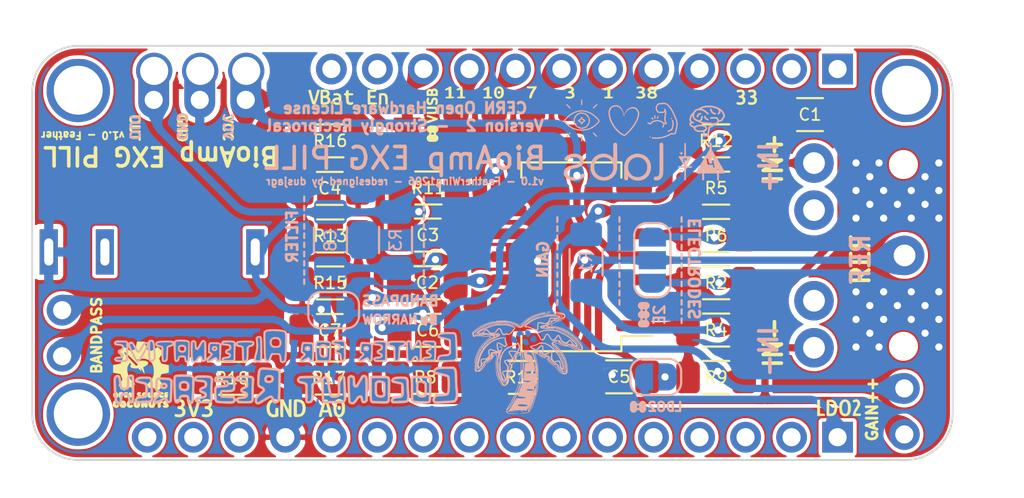
<source format=kicad_pcb>
(kicad_pcb (version 20171130) (host pcbnew 5.1.10-88a1d61d58~90~ubuntu20.04.1)
  (title_block (title "BioAmp EXG Pill") (date 2021-08-06) (rev 1.0b) (company "Upside Down Labs") (comment 1 "Records EMG, ECG, EOG, and EEG") (comment 2 "5v compatible EXG Hardware") (comment 3 "Single chip Biopotential amplifier") (comment 4 "TL074H based BioAmp"))
  (layers (0 F.Cu signal) (31 B.Cu signal) (34 B.Paste user) (35 F.Paste user) (36 B.SilkS user) (37 F.SilkS user) (38 B.Mask user) (39 F.Mask user) (44 Edge.Cuts user))
  (net 0 "")
  (net 1 VCC)
  (net 2 GND)
  (net 3 OUT)
  (net 4 DRL)
  (net 5 ampRef)
  (net 6 inaOUT)
  (net 7 IN+)
  (net 8 IN-)
  (net 9 "Net-(C2-Pad1)")
  (net 10 "Net-(C6-Pad2)")
  (net 11 "Net-(C7-Pad1)")
  (net 12 "Net-(R4-Pad1)")
  (net 13 "Net-(JP1-Pad3)")
  (net 14 "Net-(JP1-Pad1)")
  (net 15 bpfIN)
  (net 16 "Net-(D1-Pad1)")
  (net 17 /A0)
  (net 18 /F1)
  (net 19 /F2)
  (net 20 /F3)
  (net 21 /F4)
  (net 22 /F5)
  (net 23 /F6)
  (net 24 /VUSB)
  (net 25 "Net-(JP4-Pad2)")
  (net 26 "Net-(JP4-Pad1)")
  (net 27 /LDO2)
  (module BioAmp:WeatherWing_empty (layer F.Cu) (at 126.238 72.783701)
    (fp_text reference BOARD1 hide)
    (fp_text value "FeaterWing Board" hide)
    (fp_poly (pts (xy -22.502138 7.188787) (xy -22.246648 7.261937) (xy -22.184834 7.286267) (xy -21.946648 7.407657) (xy -21.73246 7.56215) (xy -21.545103 7.746184) (xy -21.387409 7.956199) (xy -21.262213 8.188634) (xy -21.172347 8.439927) (xy -21.135332 8.605263) (xy -21.112534 8.763143) (xy -21.104939 8.901103) (xy -21.112528 9.038726) (xy -21.134723 9.192409) (xy -21.20097 9.453029) (xy -21.304259 9.697058) (xy -21.441501 9.921095) (xy -21.60961 10.121735) (xy -21.805497 10.295576) (xy -22.026074 10.439215) (xy -22.268254 10.549248) (xy -22.40568 10.593153) (xy -22.509282 10.613635) (xy -22.641382 10.628202) (xy -22.788508 10.636461) (xy -22.937188 10.638018) (xy -23.073948 10.632479) (xy -23.185316 10.61945) (xy -23.201049 10.616401) (xy -23.453627 10.542799) (xy -23.690484 10.433031) (xy -23.90794 10.290732) (xy -24.102319 10.119535) (xy -24.269942 9.923078) (xy -24.407131 9.704994) (xy -24.510209 9.468918) (xy -24.566119 9.267254) (xy -24.588852 9.109086) (xy -24.595605 8.97315) (xy -23.800955 8.97315) (xy -23.793149 9.037068) (xy -23.741332 9.231653) (xy -23.653453 9.406882) (xy -23.532825 9.558796) (xy -23.382761 9.683435) (xy -23.206572 9.77684) (xy -23.159377 9.794657) (xy -23.080047 9.819338) (xy -23.007046 9.833329) (xy -22.924249 9.838626) (xy -22.815535 9.837222) (xy -22.815293 9.837214) (xy -22.714254 9.832497) (xy -22.63984 9.823614) (xy -22.576343 9.806905) (xy -22.508057 9.778706) (xy -22.455271 9.753276) (xy -22.285832 9.648228) (xy -22.146588 9.518504) (xy -22.038472 9.369088) (xy -21.962415 9.204963) (xy -21.919349 9.031112) (xy -21.910206 8.852519) (xy -21.935916 8.674166) (xy -21.997411 8.501037) (xy -22.095624 8.338114) (xy -22.173555 8.246296) (xy -22.318233 8.119606) (xy -22.474869 8.03111) (xy -22.648201 7.97897) (xy -22.842961 7.961348) (xy -22.904708 7.962454) (xy -23.006453 7.96803) (xy -23.081805 7.977765) (xy -23.146705 7.995458) (xy -23.217092 8.024906) (xy -23.266121 8.048578) (xy -23.42955 8.151282) (xy -23.567425 8.282348) (xy -23.676624 8.435923) (xy -23.754026 8.606151) (xy -23.79651 8.787178) (xy -23.800955 8.97315) (xy -24.595605 8.97315) (xy -24.597707 8.930854) (xy -24.592929 8.748877) (xy -24.574765 8.579473) (xy -24.554251 8.47725) (xy -24.486106 8.272821) (xy -24.388072 8.068151) (xy -24.26684 7.874059) (xy -24.129103 7.701364) (xy -23.993486 7.570623) (xy -23.771156 7.412622) (xy -23.53266 7.291474) (xy -23.282256 7.207847) (xy -23.024198 7.162411) (xy -22.76274 7.155835) (xy -22.502138 7.188787)) (layer B.Cu) (width 0.01))
    (fp_poly (pts (xy -22.756746 -10.699685) (xy -22.609535 -10.691679) (xy -22.483129 -10.676521) (xy -22.4155 -10.662142) (xy -22.160765 -10.572339) (xy -21.931077 -10.451224) (xy -21.727487 -10.302358) (xy -21.551041 -10.129301) (xy -21.402788 -9.935615) (xy -21.283777 -9.72486) (xy -21.195057 -9.500596) (xy -21.137675 -9.266386) (xy -21.112679 -9.025788) (xy -21.121119 -8.782365) (xy -21.164043 -8.539678) (xy -21.242498 -8.301286) (xy -21.357534 -8.07075) (xy -21.510199 -7.851633) (xy -21.56799 -7.783586) (xy -21.748925 -7.611338) (xy -21.956664 -7.467761) (xy -22.185176 -7.354805) (xy -22.42843 -7.27442) (xy -22.680396 -7.228556) (xy -22.935044 -7.219164) (xy -23.186342 -7.248192) (xy -23.20925 -7.252897) (xy -23.460735 -7.327059) (xy -23.69641 -7.436931) (xy -23.912649 -7.57884) (xy -24.105825 -7.749117) (xy -24.272311 -7.944091) (xy -24.408478 -8.160091) (xy -24.510701 -8.393446) (xy -24.574238 -8.634258) (xy -24.592689 -8.787707) (xy -24.598271 -8.960402) (xy -24.597912 -8.969621) (xy -23.799559 -8.969621) (xy -23.785159 -8.79966) (xy -23.740967 -8.634496) (xy -23.667262 -8.478816) (xy -23.564321 -8.337307) (xy -23.432422 -8.214655) (xy -23.271842 -8.115549) (xy -23.140206 -8.061926) (xy -23.062302 -8.040799) (xy -22.980138 -8.029839) (xy -22.878713 -8.027534) (xy -22.815295 -8.029184) (xy -22.709661 -8.034973) (xy -22.630532 -8.045524) (xy -22.562103 -8.06421) (xy -22.488568 -8.094401) (xy -22.470541 -8.102733) (xy -22.304026 -8.202651) (xy -22.16014 -8.333254) (xy -22.044125 -8.488011) (xy -21.961221 -8.660391) (xy -21.927421 -8.779521) (xy -21.909108 -8.966602) (xy -21.929403 -9.151226) (xy -21.984985 -9.327753) (xy -22.072532 -9.490547) (xy -22.188722 -9.633967) (xy -22.330235 -9.752374) (xy -22.493748 -9.84013) (xy -22.567555 -9.8663) (xy -22.74545 -9.901734) (xy -22.929564 -9.904876) (xy -23.107344 -9.876442) (xy -23.244802 -9.827654) (xy -23.414979 -9.727338) (xy -23.553698 -9.603696) (xy -23.661238 -9.461417) (xy -23.737877 -9.305187) (xy -23.783891 -9.139692) (xy -23.799559 -8.969621) (xy -24.597912 -8.969621) (xy -24.591424 -9.13588) (xy -24.572584 -9.297679) (xy -24.554191 -9.387417) (xy -24.469745 -9.63627) (xy -24.348621 -9.869092) (xy -24.194721 -10.081906) (xy -24.011948 -10.270737) (xy -23.804205 -10.431609) (xy -23.575395 -10.560545) (xy -23.329419 -10.653569) (xy -23.3045 -10.660614) (xy -23.198638 -10.681003) (xy -23.063754 -10.694325) (xy -22.912304 -10.70056) (xy -22.756746 -10.699685)) (layer B.Cu) (width 0.01))
    (fp_poly (pts (xy 22.978159 -10.698598) (xy 23.074595 -10.696637) (xy 23.148749 -10.691792) (xy 23.210646 -10.682773) (xy 23.270311 -10.668288) (xy 23.337768 -10.647048) (xy 23.389166 -10.629484) (xy 23.645253 -10.519955) (xy 23.875924 -10.378314) (xy 24.078927 -10.207131) (xy 24.25201 -10.008974) (xy 24.392921 -9.786414) (xy 24.499408 -9.542018) (xy 24.568056 -9.284551) (xy 24.587754 -9.121193) (xy 24.591438 -8.937246) (xy 24.579857 -8.749797) (xy 24.553762 -8.575935) (xy 24.533256 -8.491461) (xy 24.440671 -8.243721) (xy 24.311971 -8.013811) (xy 24.150961 -7.805477) (xy 23.961448 -7.622465) (xy 23.747239 -7.468522) (xy 23.512138 -7.347392) (xy 23.293916 -7.271712) (xy 23.219575 -7.257234) (xy 23.115823 -7.244577) (xy 22.994939 -7.234447) (xy 22.869205 -7.227551) (xy 22.7509 -7.224594) (xy 22.652305 -7.226285) (xy 22.595416 -7.23153) (xy 22.335042 -7.293708) (xy 22.091844 -7.391853) (xy 21.868674 -7.522661) (xy 21.668387 -7.682824) (xy 21.493833 -7.869035) (xy 21.347866 -8.077987) (xy 21.233339 -8.306374) (xy 21.153104 -8.550888) (xy 21.110014 -8.808224) (xy 21.103166 -8.961329) (xy 21.10349 -8.966039) (xy 21.9075 -8.966039) (xy 21.927407 -8.765999) (xy 21.985341 -8.5813) (xy 22.07862 -8.415675) (xy 22.204558 -8.272854) (xy 22.360475 -8.156568) (xy 22.543686 -8.070547) (xy 22.554127 -8.066897) (xy 22.710967 -8.031265) (xy 22.882715 -8.023169) (xy 23.052096 -8.042642) (xy 23.140013 -8.065777) (xy 23.320868 -8.146391) (xy 23.477166 -8.259018) (xy 23.605617 -8.399121) (xy 23.702933 -8.562163) (xy 23.765824 -8.743604) (xy 23.791001 -8.938908) (xy 23.791333 -8.964427) (xy 23.771315 -9.165011) (xy 23.712797 -9.350697) (xy 23.618083 -9.517863) (xy 23.489479 -9.662886) (xy 23.329287 -9.782144) (xy 23.241 -9.829581) (xy 23.179702 -9.857714) (xy 23.128144 -9.876442) (xy 23.074986 -9.887669) (xy 23.00889 -9.893298) (xy 22.918517 -9.895235) (xy 22.848971 -9.895417) (xy 22.739458 -9.89483) (xy 22.660997 -9.891761) (xy 22.602307 -9.884248) (xy 22.55211 -9.870327) (xy 22.499126 -9.848037) (xy 22.455439 -9.826944) (xy 22.278581 -9.71846) (xy 22.133925 -9.584307) (xy 22.023294 -9.427353) (xy 21.948516 -9.250468) (xy 21.911416 -9.056521) (xy 21.9075 -8.966039) (xy 21.10349 -8.966039) (xy 21.121788 -9.231351) (xy 21.178206 -9.483687) (xy 21.273252 -9.720316) (xy 21.407754 -9.943212) (xy 21.582544 -10.154353) (xy 21.620743 -10.193672) (xy 21.777348 -10.338442) (xy 21.931564 -10.452339) (xy 22.096722 -10.543795) (xy 22.286155 -10.621243) (xy 22.309666 -10.629484) (xy 22.387265 -10.655679) (xy 22.450711 -10.6743) (xy 22.510029 -10.686636) (xy 22.575244 -10.69398) (xy 22.656382 -10.69762) (xy 22.763467 -10.698848) (xy 22.849416 -10.698964) (xy 22.978159 -10.698598)) (layer B.Cu) (width 0.01))
    (fp_poly (pts (xy -22.502138 7.188787) (xy -22.246648 7.261937) (xy -22.184834 7.286267) (xy -21.946648 7.407657) (xy -21.73246 7.56215) (xy -21.545103 7.746184) (xy -21.387409 7.956199) (xy -21.262213 8.188634) (xy -21.172347 8.439927) (xy -21.135332 8.605263) (xy -21.112534 8.763143) (xy -21.104939 8.901103) (xy -21.112528 9.038726) (xy -21.134723 9.192409) (xy -21.20097 9.453029) (xy -21.304259 9.697058) (xy -21.441501 9.921095) (xy -21.60961 10.121735) (xy -21.805497 10.295576) (xy -22.026074 10.439215) (xy -22.268254 10.549248) (xy -22.40568 10.593153) (xy -22.509282 10.613635) (xy -22.641382 10.628202) (xy -22.788508 10.636461) (xy -22.937188 10.638018) (xy -23.073948 10.632479) (xy -23.185316 10.61945) (xy -23.201049 10.616401) (xy -23.453627 10.542799) (xy -23.690484 10.433031) (xy -23.90794 10.290732) (xy -24.102319 10.119535) (xy -24.269942 9.923078) (xy -24.407131 9.704994) (xy -24.510209 9.468918) (xy -24.566119 9.267254) (xy -24.588852 9.109086) (xy -24.595605 8.97315) (xy -23.800955 8.97315) (xy -23.793149 9.037068) (xy -23.741332 9.231653) (xy -23.653453 9.406882) (xy -23.532825 9.558796) (xy -23.382761 9.683435) (xy -23.206572 9.77684) (xy -23.159377 9.794657) (xy -23.080047 9.819338) (xy -23.007046 9.833329) (xy -22.924249 9.838626) (xy -22.815535 9.837222) (xy -22.815293 9.837214) (xy -22.714254 9.832497) (xy -22.63984 9.823614) (xy -22.576343 9.806905) (xy -22.508057 9.778706) (xy -22.455271 9.753276) (xy -22.285832 9.648228) (xy -22.146588 9.518504) (xy -22.038472 9.369088) (xy -21.962415 9.204963) (xy -21.919349 9.031112) (xy -21.910206 8.852519) (xy -21.935916 8.674166) (xy -21.997411 8.501037) (xy -22.095624 8.338114) (xy -22.173555 8.246296) (xy -22.318233 8.119606) (xy -22.474869 8.03111) (xy -22.648201 7.97897) (xy -22.842961 7.961348) (xy -22.904708 7.962454) (xy -23.006453 7.96803) (xy -23.081805 7.977765) (xy -23.146705 7.995458) (xy -23.217092 8.024906) (xy -23.266121 8.048578) (xy -23.42955 8.151282) (xy -23.567425 8.282348) (xy -23.676624 8.435923) (xy -23.754026 8.606151) (xy -23.79651 8.787178) (xy -23.800955 8.97315) (xy -24.595605 8.97315) (xy -24.597707 8.930854) (xy -24.592929 8.748877) (xy -24.574765 8.579473) (xy -24.554251 8.47725) (xy -24.486106 8.272821) (xy -24.388072 8.068151) (xy -24.26684 7.874059) (xy -24.129103 7.701364) (xy -23.993486 7.570623) (xy -23.771156 7.412622) (xy -23.53266 7.291474) (xy -23.282256 7.207847) (xy -23.024198 7.162411) (xy -22.76274 7.155835) (xy -22.502138 7.188787)) (layer F.Cu) (width 0.01))
    (fp_poly (pts (xy -22.756746 -10.699685) (xy -22.609535 -10.691679) (xy -22.483129 -10.676521) (xy -22.4155 -10.662142) (xy -22.160765 -10.572339) (xy -21.931077 -10.451224) (xy -21.727487 -10.302358) (xy -21.551041 -10.129301) (xy -21.402788 -9.935615) (xy -21.283777 -9.72486) (xy -21.195057 -9.500596) (xy -21.137675 -9.266386) (xy -21.112679 -9.025788) (xy -21.121119 -8.782365) (xy -21.164043 -8.539678) (xy -21.242498 -8.301286) (xy -21.357534 -8.07075) (xy -21.510199 -7.851633) (xy -21.56799 -7.783586) (xy -21.748925 -7.611338) (xy -21.956664 -7.467761) (xy -22.185176 -7.354805) (xy -22.42843 -7.27442) (xy -22.680396 -7.228556) (xy -22.935044 -7.219164) (xy -23.186342 -7.248192) (xy -23.20925 -7.252897) (xy -23.460735 -7.327059) (xy -23.69641 -7.436931) (xy -23.912649 -7.57884) (xy -24.105825 -7.749117) (xy -24.272311 -7.944091) (xy -24.408478 -8.160091) (xy -24.510701 -8.393446) (xy -24.574238 -8.634258) (xy -24.592689 -8.787707) (xy -24.598271 -8.960402) (xy -24.597912 -8.969621) (xy -23.799559 -8.969621) (xy -23.785159 -8.79966) (xy -23.740967 -8.634496) (xy -23.667262 -8.478816) (xy -23.564321 -8.337307) (xy -23.432422 -8.214655) (xy -23.271842 -8.115549) (xy -23.140206 -8.061926) (xy -23.062302 -8.040799) (xy -22.980138 -8.029839) (xy -22.878713 -8.027534) (xy -22.815295 -8.029184) (xy -22.709661 -8.034973) (xy -22.630532 -8.045524) (xy -22.562103 -8.06421) (xy -22.488568 -8.094401) (xy -22.470541 -8.102733) (xy -22.304026 -8.202651) (xy -22.16014 -8.333254) (xy -22.044125 -8.488011) (xy -21.961221 -8.660391) (xy -21.927421 -8.779521) (xy -21.909108 -8.966602) (xy -21.929403 -9.151226) (xy -21.984985 -9.327753) (xy -22.072532 -9.490547) (xy -22.188722 -9.633967) (xy -22.330235 -9.752374) (xy -22.493748 -9.84013) (xy -22.567555 -9.8663) (xy -22.74545 -9.901734) (xy -22.929564 -9.904876) (xy -23.107344 -9.876442) (xy -23.244802 -9.827654) (xy -23.414979 -9.727338) (xy -23.553698 -9.603696) (xy -23.661238 -9.461417) (xy -23.737877 -9.305187) (xy -23.783891 -9.139692) (xy -23.799559 -8.969621) (xy -24.597912 -8.969621) (xy -24.591424 -9.13588) (xy -24.572584 -9.297679) (xy -24.554191 -9.387417) (xy -24.469745 -9.63627) (xy -24.348621 -9.869092) (xy -24.194721 -10.081906) (xy -24.011948 -10.270737) (xy -23.804205 -10.431609) (xy -23.575395 -10.560545) (xy -23.329419 -10.653569) (xy -23.3045 -10.660614) (xy -23.198638 -10.681003) (xy -23.063754 -10.694325) (xy -22.912304 -10.70056) (xy -22.756746 -10.699685)) (layer F.Cu) (width 0.01))
    (fp_poly (pts (xy 22.978159 -10.698598) (xy 23.074595 -10.696637) (xy 23.148749 -10.691792) (xy 23.210646 -10.682773) (xy 23.270311 -10.668288) (xy 23.337768 -10.647048) (xy 23.389166 -10.629484) (xy 23.645253 -10.519955) (xy 23.875924 -10.378314) (xy 24.078927 -10.207131) (xy 24.25201 -10.008974) (xy 24.392921 -9.786414) (xy 24.499408 -9.542018) (xy 24.568056 -9.284551) (xy 24.587754 -9.121193) (xy 24.591438 -8.937246) (xy 24.579857 -8.749797) (xy 24.553762 -8.575935) (xy 24.533256 -8.491461) (xy 24.440671 -8.243721) (xy 24.311971 -8.013811) (xy 24.150961 -7.805477) (xy 23.961448 -7.622465) (xy 23.747239 -7.468522) (xy 23.512138 -7.347392) (xy 23.293916 -7.271712) (xy 23.219575 -7.257234) (xy 23.115823 -7.244577) (xy 22.994939 -7.234447) (xy 22.869205 -7.227551) (xy 22.7509 -7.224594) (xy 22.652305 -7.226285) (xy 22.595416 -7.23153) (xy 22.335042 -7.293708) (xy 22.091844 -7.391853) (xy 21.868674 -7.522661) (xy 21.668387 -7.682824) (xy 21.493833 -7.869035) (xy 21.347866 -8.077987) (xy 21.233339 -8.306374) (xy 21.153104 -8.550888) (xy 21.110014 -8.808224) (xy 21.103166 -8.961329) (xy 21.10349 -8.966039) (xy 21.9075 -8.966039) (xy 21.927407 -8.765999) (xy 21.985341 -8.5813) (xy 22.07862 -8.415675) (xy 22.204558 -8.272854) (xy 22.360475 -8.156568) (xy 22.543686 -8.070547) (xy 22.554127 -8.066897) (xy 22.710967 -8.031265) (xy 22.882715 -8.023169) (xy 23.052096 -8.042642) (xy 23.140013 -8.065777) (xy 23.320868 -8.146391) (xy 23.477166 -8.259018) (xy 23.605617 -8.399121) (xy 23.702933 -8.562163) (xy 23.765824 -8.743604) (xy 23.791001 -8.938908) (xy 23.791333 -8.964427) (xy 23.771315 -9.165011) (xy 23.712797 -9.350697) (xy 23.618083 -9.517863) (xy 23.489479 -9.662886) (xy 23.329287 -9.782144) (xy 23.241 -9.829581) (xy 23.179702 -9.857714) (xy 23.128144 -9.876442) (xy 23.074986 -9.887669) (xy 23.00889 -9.893298) (xy 22.918517 -9.895235) (xy 22.848971 -9.895417) (xy 22.739458 -9.89483) (xy 22.660997 -9.891761) (xy 22.602307 -9.884248) (xy 22.55211 -9.870327) (xy 22.499126 -9.848037) (xy 22.455439 -9.826944) (xy 22.278581 -9.71846) (xy 22.133925 -9.584307) (xy 22.023294 -9.427353) (xy 21.948516 -9.250468) (xy 21.911416 -9.056521) (xy 21.9075 -8.966039) (xy 21.10349 -8.966039) (xy 21.121788 -9.231351) (xy 21.178206 -9.483687) (xy 21.273252 -9.720316) (xy 21.407754 -9.943212) (xy 21.582544 -10.154353) (xy 21.620743 -10.193672) (xy 21.777348 -10.338442) (xy 21.931564 -10.452339) (xy 22.096722 -10.543795) (xy 22.286155 -10.621243) (xy 22.309666 -10.629484) (xy 22.387265 -10.655679) (xy 22.450711 -10.6743) (xy 22.510029 -10.686636) (xy 22.575244 -10.69398) (xy 22.656382 -10.69762) (xy 22.763467 -10.698848) (xy 22.849416 -10.698964) (xy 22.978159 -10.698598)) (layer F.Cu) (width 0.01))
    (fp_line (start 22.86 -11.43) (end 23.111 -11.41757) (layer Edge.Cuts) (width 0.1))
    (fp_line (start 23.111 -11.41757) (end 23.3578 -11.38074) (layer Edge.Cuts) (width 0.1))
    (fp_line (start 23.3578 -11.38074) (end 23.5987 -11.32021) (layer Edge.Cuts) (width 0.1))
    (fp_line (start 23.5987 -11.32021) (end 23.832 -11.23665) (layer Edge.Cuts) (width 0.1))
    (fp_line (start 23.832 -11.23665) (end 24.0561 -11.13077) (layer Edge.Cuts) (width 0.1))
    (fp_line (start 24.0561 -11.13077) (end 24.2692 -11.00325) (layer Edge.Cuts) (width 0.1))
    (fp_line (start 24.2692 -11.00325) (end 24.4697 -10.85478) (layer Edge.Cuts) (width 0.1))
    (fp_line (start 24.4697 -10.85478) (end 24.6561 -10.68605) (layer Edge.Cuts) (width 0.1))
    (fp_line (start 24.6561 -10.68605) (end 24.8248 -10.49974) (layer Edge.Cuts) (width 0.1))
    (fp_line (start 24.8248 -10.49974) (end 24.9733 -10.29919) (layer Edge.Cuts) (width 0.1))
    (fp_line (start 24.9733 -10.29919) (end 25.1008 -10.08606) (layer Edge.Cuts) (width 0.1))
    (fp_line (start 25.1008 -10.08606) (end 25.2067 -9.86202) (layer Edge.Cuts) (width 0.1))
    (fp_line (start 25.2067 -9.86202) (end 25.2902 -9.62872) (layer Edge.Cuts) (width 0.1))
    (fp_line (start 25.2902 -9.62872) (end 25.3507 -9.38784) (layer Edge.Cuts) (width 0.1))
    (fp_line (start 25.3507 -9.38784) (end 25.3876 -9.14105) (layer Edge.Cuts) (width 0.1))
    (fp_line (start 25.3876 -9.14105) (end 25.4 -8.89) (layer Edge.Cuts) (width 0.1))
    (fp_line (start 25.4 -8.89) (end 25.4 8.89) (layer Edge.Cuts) (width 0.1))
    (fp_line (start 25.4 8.89) (end 25.3876 9.141) (layer Edge.Cuts) (width 0.1))
    (fp_line (start 25.3876 9.141) (end 25.3507 9.3878) (layer Edge.Cuts) (width 0.1))
    (fp_line (start 25.3507 9.3878) (end 25.2902 9.6287) (layer Edge.Cuts) (width 0.1))
    (fp_line (start 25.2902 9.6287) (end 25.2067 9.862) (layer Edge.Cuts) (width 0.1))
    (fp_line (start 25.2067 9.862) (end 25.1008 10.0861) (layer Edge.Cuts) (width 0.1))
    (fp_line (start 25.1008 10.0861) (end 24.9733 10.2992) (layer Edge.Cuts) (width 0.1))
    (fp_line (start 24.9733 10.2992) (end 24.8248 10.4997) (layer Edge.Cuts) (width 0.1))
    (fp_line (start 24.8248 10.4997) (end 24.6561 10.6861) (layer Edge.Cuts) (width 0.1))
    (fp_line (start 24.6561 10.6861) (end 24.4697 10.8548) (layer Edge.Cuts) (width 0.1))
    (fp_line (start 24.4697 10.8548) (end 24.2692 11.0033) (layer Edge.Cuts) (width 0.1))
    (fp_line (start 24.2692 11.0033) (end 24.0561 11.1308) (layer Edge.Cuts) (width 0.1))
    (fp_line (start 24.0561 11.1308) (end 23.832 11.2367) (layer Edge.Cuts) (width 0.1))
    (fp_line (start 23.832 11.2367) (end 23.5987 11.3202) (layer Edge.Cuts) (width 0.1))
    (fp_line (start 23.5987 11.3202) (end 23.3578 11.3807) (layer Edge.Cuts) (width 0.1))
    (fp_line (start 23.3578 11.3807) (end 23.111 11.4176) (layer Edge.Cuts) (width 0.1))
    (fp_line (start 23.111 11.4176) (end 22.86 11.43) (layer Edge.Cuts) (width 0.1))
    (fp_line (start 22.86 11.43) (end -22.86 11.43) (layer Edge.Cuts) (width 0.1))
    (fp_line (start -22.86 11.43) (end -23.11105 11.4176) (layer Edge.Cuts) (width 0.1))
    (fp_line (start -23.11105 11.4176) (end -23.35784 11.3807) (layer Edge.Cuts) (width 0.1))
    (fp_line (start -23.35784 11.3807) (end -23.59872 11.3202) (layer Edge.Cuts) (width 0.1))
    (fp_line (start -23.59872 11.3202) (end -23.83202 11.2367) (layer Edge.Cuts) (width 0.1))
    (fp_line (start -23.83202 11.2367) (end -24.05606 11.1308) (layer Edge.Cuts) (width 0.1))
    (fp_line (start -24.05606 11.1308) (end -24.26919 11.0033) (layer Edge.Cuts) (width 0.1))
    (fp_line (start -24.26919 11.0033) (end -24.46974 10.8548) (layer Edge.Cuts) (width 0.1))
    (fp_line (start -24.46974 10.8548) (end -24.65605 10.6861) (layer Edge.Cuts) (width 0.1))
    (fp_line (start -24.65605 10.6861) (end -24.82478 10.4997) (layer Edge.Cuts) (width 0.1))
    (fp_line (start -24.82478 10.4997) (end -24.97325 10.2992) (layer Edge.Cuts) (width 0.1))
    (fp_line (start -24.97325 10.2992) (end -25.10077 10.0861) (layer Edge.Cuts) (width 0.1))
    (fp_line (start -25.10077 10.0861) (end -25.20665 9.862) (layer Edge.Cuts) (width 0.1))
    (fp_line (start -25.20665 9.862) (end -25.29021 9.6287) (layer Edge.Cuts) (width 0.1))
    (fp_line (start -25.29021 9.6287) (end -25.35074 9.3878) (layer Edge.Cuts) (width 0.1))
    (fp_line (start -25.35074 9.3878) (end -25.38757 9.141) (layer Edge.Cuts) (width 0.1))
    (fp_line (start -25.38757 9.141) (end -25.4 8.89) (layer Edge.Cuts) (width 0.1))
    (fp_line (start -25.4 8.89) (end -25.4 -8.89) (layer Edge.Cuts) (width 0.1))
    (fp_line (start -25.4 -8.89) (end -25.38689 -9.1497) (layer Edge.Cuts) (width 0.1))
    (fp_line (start -25.38689 -9.1497) (end -25.3484 -9.4019) (layer Edge.Cuts) (width 0.1))
    (fp_line (start -25.3484 -9.4019) (end -25.28581 -9.64532) (layer Edge.Cuts) (width 0.1))
    (fp_line (start -25.28581 -9.64532) (end -25.20039 -9.87868) (layer Edge.Cuts) (width 0.1))
    (fp_line (start -25.20039 -9.87868) (end -25.09344 -10.10071) (layer Edge.Cuts) (width 0.1))
    (fp_line (start -25.09344 -10.10071) (end -24.96621 -10.31014) (layer Edge.Cuts) (width 0.1))
    (fp_line (start -24.96621 -10.31014) (end -24.81999 -10.50568) (layer Edge.Cuts) (width 0.1))
    (fp_line (start -24.81999 -10.50568) (end -24.65605 -10.68605) (layer Edge.Cuts) (width 0.1))
    (fp_line (start -24.65605 -10.68605) (end -24.47568 -10.84999) (layer Edge.Cuts) (width 0.1))
    (fp_line (start -24.47568 -10.84999) (end -24.28014 -10.99621) (layer Edge.Cuts) (width 0.1))
    (fp_line (start -24.28014 -10.99621) (end -24.07071 -11.12344) (layer Edge.Cuts) (width 0.1))
    (fp_line (start -24.07071 -11.12344) (end -23.84868 -11.23039) (layer Edge.Cuts) (width 0.1))
    (fp_line (start -23.84868 -11.23039) (end -23.61532 -11.31581) (layer Edge.Cuts) (width 0.1))
    (fp_line (start -23.61532 -11.31581) (end -23.3719 -11.3784) (layer Edge.Cuts) (width 0.1))
    (fp_line (start -23.3719 -11.3784) (end -23.1197 -11.41689) (layer Edge.Cuts) (width 0.1))
    (fp_line (start -23.1197 -11.41689) (end -22.86 -11.43) (layer Edge.Cuts) (width 0.1))
    (fp_line (start -22.86 -11.43) (end 22.86 -11.43) (layer Edge.Cuts) (width 0.1))
    (fp_line (start 22.86 -11.43) (end 22.86 -11.43) (layer Edge.Cuts) (width 0.1))
    (pad 3 thru_hole circle (at -22.86 -8.977734) (size 2.7 2.7) (drill 2.7) (layers *.Cu *.Mask))
    (pad 2 thru_hole circle (at -22.86 8.889999) (size 2.7 2.7) (drill 2.7) (layers *.Cu *.Mask))
    (pad 1 thru_hole circle (at 22.853516 -8.977734) (size 2.7 2.7) (drill 2.7) (layers *.Cu *.Mask))
  )
  (module BioAmp:PinHeader_1x02_P2.54mm_Vertical (layer F.Cu) (at 148.971 82.804 180)
    (fp_text reference JP4)
    (fp_text value Jumper_NO_Small)
    (pad 1 thru_hole oval (at 0 0 180) (size 1.7 1.7) (drill 1) (layers *.Cu *.Mask) (net 26 "Net-(JP4-Pad1)"))
    (pad 2 thru_hole oval (at 0 2.54 180) (size 1.7 1.7) (drill 1) (layers *.Cu *.Mask) (net 25 "Net-(JP4-Pad2)"))
  )
  (module BioAmp:SolderJumper-2_P1.3mm_Open_RoundedPad1.0x1.5mm (layer B.Cu) (at 135.255 79.629 180)
    (fp_text reference JP6)
    (fp_text value SolderJumper_2_Open)
    (pad 2 smd custom (at 0.65 0 180) (size 1 0.5) (layers B.Cu B.Mask) (net 27 /LDO2) (options (clearance outline) (anchor rect)) (primitives (gr_circle (center 0 -0.25) (end 0.5 -0.25) (width 0)) (gr_circle (center 0 0.25) (end 0.5 0.25) (width 0)) (gr_poly (pts (xy 0 0.75) (xy -0.5 0.75) (xy -0.5 -0.75) (xy 0 -0.75)) (width 0))))
    (pad 1 smd custom (at -0.65 0 180) (size 1 0.5) (layers B.Cu B.Mask) (net 1 VCC) (options (clearance outline) (anchor rect)) (primitives (gr_circle (center 0 -0.25) (end 0.5 -0.25) (width 0)) (gr_circle (center 0 0.25) (end 0.5 0.25) (width 0)) (gr_poly (pts (xy 0 0.75) (xy 0.5 0.75) (xy 0.5 -0.75) (xy 0 -0.75)) (width 0))))
  )
  (module BioAmp:SolderJumper-2_P1.3mm_Bridged (layer F.Cu) (at 121.539 65.166 90)
    (fp_text reference JP5)
    (fp_text value SolderJumper_2_Bridged)
    (fp_poly (pts (xy 0.25 -0.3) (xy -0.25 -0.3) (xy -0.25 0.3) (xy 0.25 0.3)) (layer F.Cu) (width 0))
    (pad 2 smd custom (at 0.65 0 90) (size 1 0.5) (layers F.Cu F.Mask) (net 24 /VUSB) (options (clearance outline) (anchor rect)) (primitives (gr_circle (center 0 0.25) (end 0.5 0.25) (width 0)) (gr_circle (center 0 -0.25) (end 0.5 -0.25) (width 0)) (gr_poly (pts (xy 0 -0.75) (xy -0.5 -0.75) (xy -0.5 0.75) (xy 0 0.75)) (width 0))))
    (pad 1 smd custom (at -0.65 0 90) (size 1 0.5) (layers F.Cu F.Mask) (net 1 VCC) (options (clearance outline) (anchor rect)) (primitives (gr_circle (center 0 0.25) (end 0.5 0.25) (width 0)) (gr_circle (center 0 -0.25) (end 0.5 -0.25) (width 0)) (gr_poly (pts (xy 0 -0.75) (xy 0.5 -0.75) (xy 0.5 0.75) (xy 0 0.75)) (width 0))))
  )
  (module BioAmp:SolderJumper-2_P1.3mm_Open_RoundedPad1.0x1.5mm (layer B.Cu) (at 117.475 75.946 180)
    (fp_text reference JP2)
    (fp_text value SolderJumper_2_Open)
    (pad 2 smd custom (at 0.65 0 180) (size 1 0.5) (layers B.Cu B.Mask) (net 3 OUT) (options (clearance outline) (anchor rect)) (primitives (gr_circle (center 0 -0.25) (end 0.5 -0.25) (width 0)) (gr_circle (center 0 0.25) (end 0.5 0.25) (width 0)) (gr_poly (pts (xy 0 0.75) (xy -0.5 0.75) (xy -0.5 -0.75) (xy 0 -0.75)) (width 0))))
    (pad 1 smd custom (at -0.65 0 180) (size 1 0.5) (layers B.Cu B.Mask) (net 9 "Net-(C2-Pad1)") (options (clearance outline) (anchor rect)) (primitives (gr_circle (center 0 -0.25) (end 0.5 -0.25) (width 0)) (gr_circle (center 0 0.25) (end 0.5 0.25) (width 0)) (gr_poly (pts (xy 0 0.75) (xy 0.5 0.75) (xy 0.5 -0.75) (xy 0 -0.75)) (width 0))))
  )
  (module BioAmp:PinHeader_1x02_P2.54mm_Vertical (layer F.Cu) (at 102.489 78.486 180)
    (fp_text reference JP3)
    (fp_text value Jumper_NO_Small)
    (pad 1 thru_hole oval (at 0 0 180) (size 1.7 1.7) (drill 1) (layers *.Cu *.Mask) (net 9 "Net-(C2-Pad1)"))
    (pad 2 thru_hole oval (at 0 2.54 180) (size 1.7 1.7) (drill 1) (layers *.Cu *.Mask) (net 3 OUT))
  )
  (module BioAmp:PinHeader_1x03_StressRelief (layer F.Cu) (at 107.569 62.738 90)
    (fp_text reference J2 hide)
    (fp_text value "StressRelief Output")
    (pad 1 thru_hole oval (at 0 0 90) (size 2 2) (drill 1.55) (layers *.Cu *.Mask) (net 3 OUT))
    (pad 2 thru_hole oval (at 0 2.54 90) (size 2 2) (drill 1.55) (layers *.Cu *.Mask) (net 2 GND))
    (pad 3 thru_hole oval (at 0 5.08 90) (size 2 2) (drill 1.55) (layers *.Cu *.Mask) (net 1 VCC))
  )
  (module BioAmp:SolderJumper-3_P1.3mm_Open_RoundedPad1.0x1.5mm (layer B.Cu) (at 135.0645 73.1855 90)
    (fp_text reference JP1)
    (fp_text value SolderJumper_3_Open)
    (pad 1 smd custom (at -1.3 0 90) (size 1 0.5) (layers B.Cu B.Mask) (net 14 "Net-(JP1-Pad1)") (options (clearance outline) (anchor rect)) (primitives (gr_circle (center 0 -0.25) (end 0.5 -0.25) (width 0)) (gr_circle (center 0 0.25) (end 0.5 0.25) (width 0)) (gr_poly (pts (xy 0.55 0.75) (xy 0 0.75) (xy 0 -0.75) (xy 0.55 -0.75)) (width 0))))
    (pad 3 smd custom (at 1.3 0 90) (size 1 0.5) (layers B.Cu B.Mask) (net 13 "Net-(JP1-Pad3)") (options (clearance outline) (anchor rect)) (primitives (gr_circle (center 0 -0.25) (end 0.5 -0.25) (width 0)) (gr_circle (center 0 0.25) (end 0.5 0.25) (width 0)) (gr_poly (pts (xy -0.55 0.75) (xy 0 0.75) (xy 0 -0.75) (xy -0.55 -0.75)) (width 0))))
    (pad 2 smd rect (at 0 0 90) (size 1 1.5) (layers B.Cu B.Mask) (net 4 DRL))
  )
  (module BioAmp:R_1206_dusjagr (layer B.Cu) (at 131.4069 73.3038 270)
    (fp_text reference R1 (at 0 0 270) (layer B.SilkS) (effects (font (size 0.65 0.65) (thickness 0.1)) (justify mirror)))
    (fp_text value RG)
    (pad 1 smd roundrect (at -1.55 0 270) (size 1.3 1.75) (layers B.Cu B.Paste B.Mask) (roundrect_rratio 0.1923069230769231) (net 25 "Net-(JP4-Pad2)"))
    (pad 2 smd roundrect (at 1.55 0 270) (size 1.3 1.75) (layers B.Cu B.Paste B.Mask) (roundrect_rratio 0.1923069230769231) (net 26 "Net-(JP4-Pad1)"))
  )
  (module BioAmp:LOGO-CoconutText (layer B.Cu) (at 108.966 77.47 180)
    (fp_text reference LOGO3 hide)
    (fp_text value CoconutResearch hide)
    (fp_poly (pts (xy -10.149629 -2.185438) (xy -10.103589 -2.244099) (xy -10.045619 -2.337616) (xy -9.991677 -2.434167) (xy -9.922326 -2.557963) (xy -9.866161 -2.64713) (xy -9.819009 -2.705651) (xy -9.776698 -2.737509) (xy -9.735057 -2.746686) (xy -9.689914 -2.737165) (xy -9.678818 -2.73284) (xy -9.631546 -2.705035) (xy -9.599189 -2.662837) (xy -9.579326 -2.599061) (xy -9.569539 -2.506522) (xy -9.567334 -2.401824) (xy -9.566853 -2.308855) (xy -9.564004 -2.24972) (xy -9.556678 -2.215919) (xy -9.542763 -2.198954) (xy -9.52015 -2.190327) (xy -9.514464 -2.18887) (xy -9.476273 -2.180395) (xy -9.447509 -2.179996) (xy -9.426857 -2.192583) (xy -9.413001 -2.223061) (xy -9.404627 -2.276339) (xy -9.400418 -2.357323) (xy -9.399058 -2.47092) (xy -9.399222 -2.618711) (xy -9.401396 -2.845537) (xy -9.406401 -3.044765) (xy -9.414056 -3.21386) (xy -9.424183 -3.350288) (xy -9.436602 -3.451515) (xy -9.451135 -3.515006) (xy -9.464151 -3.536919) (xy -9.528256 -3.554972) (xy -9.592763 -3.534919) (xy -9.623969 -3.508375) (xy -9.660545 -3.463207) (xy -9.706862 -3.400193) (xy -9.733404 -3.361813) (xy -9.781828 -3.296991) (xy -9.831934 -3.24074) (xy -9.855851 -3.218938) (xy -9.929424 -3.181832) (xy -10.001837 -3.179574) (xy -10.063631 -3.208212) (xy -10.105349 -3.263795) (xy -10.117956 -3.328458) (xy -10.126458 -3.419083) (xy -10.149584 -3.474795) (xy -10.185123 -3.493619) (xy -10.23086 -3.473575) (xy -10.254754 -3.450715) (xy -10.265863 -3.435902) (xy -10.274321 -3.415764) (xy -10.280302 -3.385342) (xy -10.283981 -3.339676) (xy -10.285534 -3.273804) (xy -10.285135 -3.182766) (xy -10.282959 -3.061602) (xy -10.279182 -2.905351) (xy -10.276972 -2.821007) (xy -10.272178 -2.665791) (xy -10.266485 -2.523172) (xy -10.26023 -2.399003) (xy -10.253748 -2.299136) (xy -10.247375 -2.229423) (xy -10.241449 -2.195718) (xy -10.241006 -2.194757) (xy -10.215855 -2.163151) (xy -10.186224 -2.15925) (xy -10.149629 -2.185438)) (layer B.Cu) (width 0.01))
    (fp_poly (pts (xy -4.550024 -1.761427) (xy -4.51614 -1.767406) (xy -4.502413 -1.774268) (xy -4.473956 -1.81374) (xy -4.451946 -1.881542) (xy -4.43584 -1.981088) (xy -4.425092 -2.115794) (xy -4.419156 -2.289074) (xy -4.419016 -2.296558) (xy -4.41325 -2.614034) (xy -4.539097 -2.680884) (xy -4.628473 -2.733134) (xy -4.684101 -2.779496) (xy -4.712492 -2.827168) (xy -4.720167 -2.881048) (xy -4.713965 -2.911417) (xy -4.692262 -2.947782) (xy -4.650414 -2.995615) (xy -4.583778 -3.060389) (xy -4.513792 -3.12423) (xy -4.435142 -3.195828) (xy -4.36755 -3.259129) (xy -4.317566 -3.307873) (xy -4.291743 -3.335794) (xy -4.290338 -3.337833) (xy -4.281057 -3.375619) (xy -4.27875 -3.435473) (xy -4.279755 -3.45573) (xy -4.2889 -3.511039) (xy -4.30975 -3.541051) (xy -4.347187 -3.545621) (xy -4.40609 -3.524602) (xy -4.491341 -3.47785) (xy -4.54025 -3.447971) (xy -4.700727 -3.349752) (xy -4.830539 -3.275508) (xy -4.933703 -3.224945) (xy -5.014238 -3.197764) (xy -5.076163 -3.19367) (xy -5.123495 -3.212365) (xy -5.160252 -3.253554) (xy -5.190452 -3.316938) (xy -5.216895 -3.398014) (xy -5.246475 -3.474877) (xy -5.281094 -3.511074) (xy -5.324822 -3.508262) (xy -5.381731 -3.468099) (xy -5.384007 -3.466042) (xy -5.436373 -3.418417) (xy -5.467865 -2.276554) (xy -5.197253 -2.276554) (xy -5.182515 -2.360068) (xy -5.146436 -2.42079) (xy -5.097095 -2.463451) (xy -5.035865 -2.485819) (xy -4.951158 -2.491086) (xy -4.900324 -2.488588) (xy -4.822831 -2.479875) (xy -4.77268 -2.463582) (xy -4.73492 -2.43402) (xy -4.723382 -2.421259) (xy -4.687029 -2.349121) (xy -4.681836 -2.263799) (xy -4.706654 -2.179455) (xy -4.747713 -2.121832) (xy -4.81263 -2.081719) (xy -4.900537 -2.058696) (xy -4.994711 -2.055204) (xy -5.07827 -2.073616) (xy -5.142735 -2.121127) (xy -5.183195 -2.19284) (xy -5.197253 -2.276554) (xy -5.467865 -2.276554) (xy -5.478405 -1.894417) (xy -5.43145 -1.846061) (xy -5.413016 -1.829454) (xy -5.390149 -1.816576) (xy -5.35678 -1.80649) (xy -5.306842 -1.79826) (xy -5.234265 -1.790949) (xy -5.132982 -1.783621) (xy -4.996924 -1.77534) (xy -4.958939 -1.773136) (xy -4.805804 -1.764889) (xy -4.689906 -1.76018) (xy -4.606296 -1.759022) (xy -4.550024 -1.761427)) (layer B.Cu) (width 0.01))
    (fp_poly (pts (xy 2.695712 -2.144939) (xy 2.717012 -2.153825) (xy 2.738514 -2.164723) (xy 2.753618 -2.179195) (xy 2.763632 -2.204271) (xy 2.769867 -2.246979) (xy 2.773629 -2.314348) (xy 2.77623 -2.413407) (xy 2.777539 -2.478825) (xy 2.780066 -2.596953) (xy 2.783162 -2.680182) (xy 2.788205 -2.735939) (xy 2.796577 -2.771651) (xy 2.809657 -2.794745) (xy 2.828827 -2.812647) (xy 2.84134 -2.822133) (xy 2.912773 -2.855522) (xy 3.006499 -2.873669) (xy 3.104834 -2.875265) (xy 3.190098 -2.859001) (xy 3.212176 -2.849583) (xy 3.238709 -2.834958) (xy 3.258769 -2.818269) (xy 3.274296 -2.793113) (xy 3.287226 -2.753085) (xy 3.299498 -2.691782) (xy 3.313051 -2.6028) (xy 3.329821 -2.479735) (xy 3.334341 -2.44591) (xy 3.35 -2.331215) (xy 3.362297 -2.251987) (xy 3.37314 -2.20169) (xy 3.38444 -2.173786) (xy 3.398106 -2.161739) (xy 3.416047 -2.159012) (xy 3.418153 -2.159) (xy 3.45841 -2.168023) (xy 3.486174 -2.198687) (xy 3.503259 -2.256383) (xy 3.511475 -2.346504) (xy 3.512899 -2.44097) (xy 3.510861 -2.571668) (xy 3.505951 -2.714362) (xy 3.498666 -2.862796) (xy 3.489502 -3.010713) (xy 3.478956 -3.151856) (xy 3.467524 -3.279967) (xy 3.455703 -3.38879) (xy 3.443988 -3.472067) (xy 3.432877 -3.523541) (xy 3.425928 -3.537179) (xy 3.369643 -3.556184) (xy 3.320957 -3.544881) (xy 3.294174 -3.508375) (xy 3.287383 -3.462415) (xy 3.282606 -3.390997) (xy 3.281024 -3.323167) (xy 3.278695 -3.2447) (xy 3.269015 -3.193041) (xy 3.24713 -3.152741) (xy 3.216162 -3.116792) (xy 3.171824 -3.075257) (xy 3.128649 -3.05482) (xy 3.068226 -3.048313) (xy 3.039502 -3.048) (xy 2.915432 -3.058205) (xy 2.826564 -3.088542) (xy 2.776716 -3.134314) (xy 2.760024 -3.177693) (xy 2.743788 -3.246985) (xy 2.733249 -3.314364) (xy 2.717241 -3.409759) (xy 2.695663 -3.4668) (xy 2.666348 -3.489326) (xy 2.636672 -3.485391) (xy 2.627109 -3.477537) (xy 2.619549 -3.459192) (xy 2.613765 -3.425935) (xy 2.609528 -3.373348) (xy 2.606611 -3.297007) (xy 2.604787 -3.192494) (xy 2.603829 -3.055386) (xy 2.603507 -2.881264) (xy 2.6035 -2.841043) (xy 2.603801 -2.645068) (xy 2.605122 -2.487622) (xy 2.608093 -2.364903) (xy 2.613341 -2.273109) (xy 2.621493 -2.208438) (xy 2.633178 -2.167088) (xy 2.649024 -2.145256) (xy 2.66966 -2.139141) (xy 2.695712 -2.144939)) (layer B.Cu) (width 0.01))
    (fp_poly (pts (xy -0.002264 -2.138034) (xy 0.09573 -2.146567) (xy 0.166512 -2.160036) (xy 0.191858 -2.170423) (xy 0.197184 -2.194088) (xy 0.201518 -2.253516) (xy 0.204852 -2.342151) (xy 0.207179 -2.453433) (xy 0.208491 -2.580805) (xy 0.208781 -2.717708) (xy 0.208042 -2.857585) (xy 0.206266 -2.993876) (xy 0.203446 -3.120026) (xy 0.199575 -3.229474) (xy 0.194645 -3.315663) (xy 0.193162 -3.33375) (xy 0.184656 -3.412392) (xy 0.174331 -3.458129) (xy 0.158629 -3.480355) (xy 0.134628 -3.488374) (xy 0.107829 -3.486047) (xy 0.086128 -3.464681) (xy 0.063651 -3.416092) (xy 0.044931 -3.363329) (xy 0.010569 -3.269263) (xy -0.022856 -3.208553) (xy -0.065502 -3.173936) (xy -0.127528 -3.15815) (xy -0.219092 -3.153931) (xy -0.248089 -3.153833) (xy -0.335193 -3.156217) (xy -0.409278 -3.162551) (xy -0.457538 -3.171613) (xy -0.464832 -3.174553) (xy -0.505972 -3.218501) (xy -0.535108 -3.295155) (xy -0.549376 -3.395887) (xy -0.550334 -3.432158) (xy -0.552274 -3.493873) (xy -0.561671 -3.524225) (xy -0.583889 -3.534133) (xy -0.600782 -3.534833) (xy -0.648663 -3.51775) (xy -0.666731 -3.487208) (xy -0.671054 -3.454362) (xy -0.675637 -3.384994) (xy -0.680253 -3.284916) (xy -0.684676 -3.159936) (xy -0.688678 -3.015865) (xy -0.692032 -2.858512) (xy -0.692639 -2.823967) (xy -0.696159 -2.615688) (xy -0.545753 -2.615688) (xy -0.544724 -2.723285) (xy -0.519063 -2.81937) (xy -0.46553 -2.885042) (xy -0.393305 -2.920587) (xy -0.315589 -2.932721) (xy -0.22387 -2.930471) (xy -0.136565 -2.915606) (xy -0.072095 -2.889893) (xy -0.071847 -2.889731) (xy -0.007014 -2.823928) (xy 0.030951 -2.736683) (xy 0.041178 -2.639966) (xy 0.022794 -2.545745) (xy -0.025069 -2.465989) (xy -0.039948 -2.451299) (xy -0.083857 -2.417303) (xy -0.128692 -2.399343) (xy -0.190582 -2.392594) (xy -0.238459 -2.391912) (xy -0.363023 -2.406042) (xy -0.455859 -2.448155) (xy -0.516819 -2.518091) (xy -0.545753 -2.615688) (xy -0.696159 -2.615688) (xy -0.703045 -2.208351) (xy -0.641328 -2.182788) (xy -0.575192 -2.164595) (xy -0.480517 -2.150513) (xy -0.366596 -2.140677) (xy -0.242718 -2.135227) (xy -0.118177 -2.1343) (xy -0.002264 -2.138034)) (layer B.Cu) (width 0.01))
    (fp_poly (pts (xy 1.116985 -2.308879) (xy 1.150076 -2.314351) (xy 1.16878 -2.324539) (xy 1.180069 -2.340012) (xy 1.180632 -2.341064) (xy 1.190376 -2.37752) (xy 1.200697 -2.446092) (xy 1.210297 -2.5366) (xy 1.217243 -2.628287) (xy 1.232533 -2.875323) (xy 1.145742 -2.9196) (xy 1.062636 -2.976123) (xy 1.016402 -3.039289) (xy 1.008174 -3.104332) (xy 1.039081 -3.166484) (xy 1.078774 -3.201743) (xy 1.118299 -3.233073) (xy 1.174129 -3.281592) (xy 1.217694 -3.321461) (xy 1.276995 -3.383936) (xy 1.30627 -3.434833) (xy 1.312333 -3.472499) (xy 1.307653 -3.516535) (xy 1.296458 -3.534655) (xy 1.273029 -3.524305) (xy 1.221234 -3.496303) (xy 1.148874 -3.454999) (xy 1.068916 -3.407833) (xy 0.979831 -3.357266) (xy 0.898905 -3.316262) (xy 0.835708 -3.289377) (xy 0.802322 -3.281012) (xy 0.737244 -3.300776) (xy 0.685705 -3.358763) (xy 0.654156 -3.43708) (xy 0.633817 -3.493534) (xy 0.611181 -3.510652) (xy 0.579988 -3.491248) (xy 0.566138 -3.476625) (xy 0.554214 -3.443211) (xy 0.543298 -3.375344) (xy 0.533595 -3.280079) (xy 0.525311 -3.16447) (xy 0.518654 -3.035575) (xy 0.51383 -2.900447) (xy 0.511045 -2.766143) (xy 0.510505 -2.639717) (xy 0.510581 -2.635249) (xy 0.669951 -2.635249) (xy 0.676398 -2.708888) (xy 0.709924 -2.769396) (xy 0.72696 -2.784026) (xy 0.786701 -2.806667) (xy 0.866524 -2.814098) (xy 0.947054 -2.806441) (xy 1.008915 -2.783822) (xy 1.01129 -2.782216) (xy 1.049077 -2.732391) (xy 1.060689 -2.663912) (xy 1.046402 -2.591174) (xy 1.006497 -2.528573) (xy 1.006378 -2.528454) (xy 0.945263 -2.492081) (xy 0.866331 -2.476177) (xy 0.787955 -2.482312) (xy 0.736373 -2.505356) (xy 0.690102 -2.562673) (xy 0.669951 -2.635249) (xy 0.510581 -2.635249) (xy 0.512416 -2.528226) (xy 0.516986 -2.438724) (xy 0.52442 -2.378268) (xy 0.533328 -2.354829) (xy 0.567776 -2.343133) (xy 0.638935 -2.332101) (xy 0.741179 -2.322412) (xy 0.861705 -2.315085) (xy 0.979769 -2.309814) (xy 1.062539 -2.307556) (xy 1.116985 -2.308879)) (layer B.Cu) (width 0.01))
    (fp_poly (pts (xy -14.549967 -1.715137) (xy -14.428718 -1.717768) (xy -14.337455 -1.723476) (xy -14.270011 -1.733342) (xy -14.220216 -1.748447) (xy -14.181902 -1.769873) (xy -14.148901 -1.798702) (xy -14.133458 -1.815131) (xy -14.114996 -1.840001) (xy -14.112983 -1.860426) (xy -14.13199 -1.878546) (xy -14.176589 -1.896498) (xy -14.251353 -1.916422) (xy -14.360852 -1.940455) (xy -14.433154 -1.95531) (xy -14.601417 -1.993022) (xy -14.729379 -2.029895) (xy -14.819041 -2.066692) (xy -14.872406 -2.104171) (xy -14.88814 -2.128079) (xy -14.89211 -2.158903) (xy -14.895603 -2.225179) (xy -14.898425 -2.320028) (xy -14.900386 -2.436568) (xy -14.901294 -2.56792) (xy -14.901334 -2.602376) (xy -14.901097 -2.750441) (xy -14.900028 -2.862254) (xy -14.897587 -2.943896) (xy -14.893234 -3.001448) (xy -14.886431 -3.040991) (xy -14.876638 -3.068606) (xy -14.863316 -3.090374) (xy -14.857359 -3.098196) (xy -14.821712 -3.138138) (xy -14.78229 -3.166813) (xy -14.730809 -3.18678) (xy -14.658985 -3.200597) (xy -14.558534 -3.210823) (xy -14.473396 -3.216793) (xy -14.340197 -3.228132) (xy -14.242616 -3.244395) (xy -14.173992 -3.268294) (xy -14.127668 -3.302542) (xy -14.096985 -3.34985) (xy -14.08723 -3.374071) (xy -14.075541 -3.415136) (xy -14.075382 -3.447659) (xy -14.090473 -3.47225) (xy -14.124533 -3.489516) (xy -14.181281 -3.500067) (xy -14.264436 -3.504511) (xy -14.377718 -3.503457) (xy -14.524845 -3.497512) (xy -14.709537 -3.487287) (xy -14.76043 -3.484229) (xy -14.901526 -3.47527) (xy -15.006299 -3.467359) (xy -15.080715 -3.459588) (xy -15.130739 -3.45105) (xy -15.162336 -3.440838) (xy -15.181471 -3.428047) (xy -15.189251 -3.419033) (xy -15.227345 -3.346723) (xy -15.250376 -3.25197) (xy -15.25861 -3.130484) (xy -15.252315 -2.977974) (xy -15.231757 -2.79015) (xy -15.229417 -2.772833) (xy -15.21845 -2.669791) (xy -15.209144 -2.53892) (xy -15.202292 -2.394716) (xy -15.198686 -2.251676) (xy -15.198338 -2.204532) (xy -15.197163 -2.064749) (xy -15.193876 -1.960393) (xy -15.187904 -1.884582) (xy -15.178674 -1.830439) (xy -15.165612 -1.791084) (xy -15.163505 -1.78649) (xy -15.129344 -1.7145) (xy -14.707371 -1.7145) (xy -14.549967 -1.715137)) (layer B.Cu) (width 0.01))
    (fp_poly (pts (xy -13.000163 -2.202777) (xy -12.952021 -2.206268) (xy -12.922258 -2.212837) (xy -12.904889 -2.22306) (xy -12.893927 -2.237515) (xy -12.889233 -2.246035) (xy -12.881989 -2.281253) (xy -12.876997 -2.350928) (xy -12.874094 -2.448308) (xy -12.873117 -2.566644) (xy -12.873904 -2.699184) (xy -12.876294 -2.839179) (xy -12.880122 -2.979876) (xy -12.885228 -3.114527) (xy -12.891449 -3.236379) (xy -12.898622 -3.338682) (xy -12.906585 -3.414685) (xy -12.915175 -3.457638) (xy -12.918524 -3.463846) (xy -12.950148 -3.474889) (xy -13.015626 -3.484701) (xy -13.10649 -3.493027) (xy -13.214272 -3.499609) (xy -13.330505 -3.504192) (xy -13.446719 -3.506519) (xy -13.554447 -3.506336) (xy -13.645221 -3.503386) (xy -13.710574 -3.497412) (xy -13.741374 -3.488723) (xy -13.752086 -3.47673) (xy -13.760556 -3.456144) (xy -13.767098 -3.422187) (xy -13.772026 -3.370082) (xy -13.775657 -3.295052) (xy -13.778305 -3.19232) (xy -13.780285 -3.05711) (xy -13.781913 -2.884644) (xy -13.78201 -2.872434) (xy -13.782657 -2.776627) (xy -13.652211 -2.776627) (xy -13.652188 -2.832666) (xy -13.650712 -2.974084) (xy -13.645411 -3.079463) (xy -13.634492 -3.155047) (xy -13.61616 -3.20708) (xy -13.588621 -3.241807) (xy -13.550081 -3.265472) (xy -13.524949 -3.275533) (xy -13.443501 -3.291224) (xy -13.34635 -3.290789) (xy -13.251719 -3.275836) (xy -13.177827 -3.24797) (xy -13.172111 -3.244425) (xy -13.130205 -3.209337) (xy -13.099729 -3.162808) (xy -13.079078 -3.09828) (xy -13.066647 -3.009194) (xy -13.06083 -2.888991) (xy -13.059834 -2.78572) (xy -13.060203 -2.670355) (xy -13.062163 -2.589062) (xy -13.066998 -2.533585) (xy -13.075987 -2.495663) (xy -13.090414 -2.467038) (xy -13.111559 -2.439451) (xy -13.114026 -2.43651) (xy -13.185435 -2.379468) (xy -13.278219 -2.354862) (xy -13.395752 -2.361978) (xy -13.431967 -2.3692) (xy -13.52342 -2.399332) (xy -13.587298 -2.445492) (xy -13.598839 -2.458309) (xy -13.619692 -2.484805) (xy -13.634289 -2.511589) (xy -13.643735 -2.546411) (xy -13.649134 -2.597023) (xy -13.651591 -2.671178) (xy -13.652211 -2.776627) (xy -13.782657 -2.776627) (xy -13.783191 -2.697581) (xy -13.783462 -2.560187) (xy -13.78258 -2.455382) (xy -13.780301 -2.378296) (xy -13.776378 -2.32406) (xy -13.770569 -2.287803) (xy -13.762627 -2.264657) (xy -13.752308 -2.249751) (xy -13.750633 -2.248017) (xy -13.732554 -2.235065) (xy -13.703759 -2.225268) (xy -13.658285 -2.218037) (xy -13.590168 -2.212783) (xy -13.493447 -2.208919) (xy -13.362159 -2.205855) (xy -13.314737 -2.204997) (xy -13.175535 -2.202719) (xy -13.072673 -2.201787) (xy -13.000163 -2.202777)) (layer B.Cu) (width 0.01))
    (fp_poly (pts (xy -12.062963 -2.267776) (xy -11.956374 -2.275882) (xy -11.88286 -2.290334) (xy -11.837917 -2.312001) (xy -11.817458 -2.340433) (xy -11.833641 -2.354622) (xy -11.885241 -2.373698) (xy -11.96592 -2.395575) (xy -12.027453 -2.409564) (xy -12.124219 -2.432832) (xy -12.21026 -2.458214) (xy -12.273921 -2.482029) (xy -12.297834 -2.494966) (xy -12.317804 -2.511036) (xy -12.332126 -2.529757) (xy -12.341891 -2.558037) (xy -12.348194 -2.602785) (xy -12.352128 -2.67091) (xy -12.354788 -2.769322) (xy -12.356585 -2.866128) (xy -12.36242 -3.198337) (xy -12.303317 -3.25744) (xy -12.269945 -3.286636) (xy -12.233001 -3.305845) (xy -12.18132 -3.318417) (xy -12.103735 -3.327702) (xy -12.055285 -3.331873) (xy -11.944702 -3.342811) (xy -11.869284 -3.35611) (xy -11.821861 -3.374274) (xy -11.795265 -3.399809) (xy -11.784343 -3.426545) (xy -11.787405 -3.473111) (xy -11.814468 -3.505296) (xy -11.841692 -3.510562) (xy -11.869702 -3.508342) (xy -11.931984 -3.504304) (xy -12.020541 -3.498938) (xy -12.127377 -3.492737) (xy -12.181417 -3.489686) (xy -12.320934 -3.48122) (xy -12.423502 -3.470894) (xy -12.494441 -3.454483) (xy -12.53907 -3.427767) (xy -12.562707 -3.386522) (xy -12.570672 -3.326526) (xy -12.568283 -3.243557) (xy -12.564416 -3.185642) (xy -12.558688 -3.093187) (xy -12.552217 -2.972411) (xy -12.545704 -2.837302) (xy -12.539849 -2.701845) (xy -12.53847 -2.667) (xy -12.532857 -2.550925) (xy -12.525774 -2.447913) (xy -12.517953 -2.366281) (xy -12.510126 -2.314348) (xy -12.506315 -2.301875) (xy -12.493681 -2.286641) (xy -12.469932 -2.276219) (xy -12.428024 -2.269745) (xy -12.360912 -2.266355) (xy -12.261553 -2.265183) (xy -12.207131 -2.265145) (xy -12.062963 -2.267776)) (layer B.Cu) (width 0.01))
    (fp_poly (pts (xy -10.725189 -2.203211) (xy -10.665237 -2.208636) (xy -10.654058 -2.210868) (xy -10.601606 -2.224033) (xy -10.608345 -2.836074) (xy -10.611055 -3.017039) (xy -10.614844 -3.172451) (xy -10.619555 -3.298806) (xy -10.625033 -3.392597) (xy -10.631125 -3.450321) (xy -10.63625 -3.468098) (xy -10.663254 -3.475199) (xy -10.725518 -3.482847) (xy -10.815983 -3.490447) (xy -10.927591 -3.497405) (xy -11.049938 -3.502997) (xy -11.193471 -3.507891) (xy -11.300165 -3.510008) (xy -11.375439 -3.50917) (xy -11.424706 -3.505199) (xy -11.453385 -3.497917) (xy -11.465351 -3.489331) (xy -11.473081 -3.458914) (xy -11.480618 -3.388874) (xy -11.487798 -3.28192) (xy -11.494458 -3.140764) (xy -11.500431 -2.968115) (xy -11.503269 -2.864507) (xy -11.504122 -2.830661) (xy -11.3665 -2.830661) (xy -11.36546 -2.973088) (xy -11.361131 -3.079324) (xy -11.351696 -3.155486) (xy -11.335341 -3.207693) (xy -11.310251 -3.24206) (xy -11.274612 -3.264706) (xy -11.23326 -3.279741) (xy -11.153757 -3.292315) (xy -11.060934 -3.290255) (xy -10.97306 -3.275265) (xy -10.909035 -3.249469) (xy -10.861639 -3.213297) (xy -10.827551 -3.171556) (xy -10.80439 -3.1166) (xy -10.789775 -3.040788) (xy -10.781326 -2.936473) (xy -10.777391 -2.826728) (xy -10.775611 -2.689886) (xy -10.779403 -2.588161) (xy -10.790499 -2.514513) (xy -10.810634 -2.461898) (xy -10.841541 -2.423276) (xy -10.884431 -2.391922) (xy -10.975114 -2.358781) (xy -11.081425 -2.353121) (xy -11.188465 -2.373091) (xy -11.281335 -2.416842) (xy -11.316287 -2.445529) (xy -11.335184 -2.466183) (xy -11.348629 -2.489017) (xy -11.357547 -2.52114) (xy -11.362866 -2.569661) (xy -11.365512 -2.641685) (xy -11.366412 -2.744323) (xy -11.3665 -2.830661) (xy -11.504122 -2.830661) (xy -11.518296 -2.268265) (xy -11.468857 -2.240091) (xy -11.432029 -2.23061) (xy -11.361635 -2.221892) (xy -11.266439 -2.214251) (xy -11.155206 -2.208002) (xy -11.0367 -2.203459) (xy -10.919686 -2.200937) (xy -10.812927 -2.200749) (xy -10.725189 -2.203211)) (layer B.Cu) (width 0.01))
    (fp_poly (pts (xy -7.224758 -2.209317) (xy -7.101417 -2.212342) (xy -6.941367 -2.218531) (xy -6.818897 -2.226234) (xy -6.729259 -2.236556) (xy -6.667701 -2.250602) (xy -6.629475 -2.269477) (xy -6.609829 -2.294286) (xy -6.604013 -2.326134) (xy -6.604 -2.328076) (xy -6.616693 -2.366703) (xy -6.658211 -2.395025) (xy -6.733715 -2.415651) (xy -6.796131 -2.425247) (xy -6.904029 -2.446903) (xy -6.987891 -2.479626) (xy -7.03906 -2.519937) (xy -7.041867 -2.523974) (xy -7.0473 -2.552085) (xy -7.052985 -2.616097) (xy -7.058569 -2.709581) (xy -7.063693 -2.826109) (xy -7.068005 -2.959253) (xy -7.069667 -3.026577) (xy -7.073388 -3.186214) (xy -7.077328 -3.30807) (xy -7.082658 -3.396687) (xy -7.090551 -3.456608) (xy -7.102181 -3.492374) (xy -7.118719 -3.508527) (xy -7.141339 -3.50961) (xy -7.171213 -3.500165) (xy -7.189992 -3.492605) (xy -7.220285 -3.476461) (xy -7.243111 -3.452361) (xy -7.259501 -3.414689) (xy -7.270486 -3.357833) (xy -7.277097 -3.276179) (xy -7.280366 -3.164112) (xy -7.281325 -3.01602) (xy -7.281334 -2.995424) (xy -7.282148 -2.844388) (xy -7.284847 -2.730028) (xy -7.289812 -2.646712) (xy -7.297427 -2.588807) (xy -7.308074 -2.550683) (xy -7.312151 -2.541803) (xy -7.365734 -2.480991) (xy -7.453231 -2.433381) (xy -7.558115 -2.404657) (xy -7.644035 -2.37851) (xy -7.693636 -2.335389) (xy -7.709555 -2.286831) (xy -7.708764 -2.255245) (xy -7.690928 -2.236493) (xy -7.646082 -2.223634) (xy -7.609417 -2.217078) (xy -7.554251 -2.212104) (xy -7.465768 -2.209097) (xy -7.352946 -2.20814) (xy -7.224758 -2.209317)) (layer B.Cu) (width 0.01))
    (fp_poly (pts (xy -2.391161 -2.204317) (xy -2.24209 -2.213352) (xy -2.13335 -2.228562) (xy -2.064151 -2.250072) (xy -2.033699 -2.278007) (xy -2.032 -2.28765) (xy -2.03588 -2.302115) (xy -2.051678 -2.312569) (xy -2.085634 -2.319902) (xy -2.143987 -2.325002) (xy -2.232976 -2.328758) (xy -2.340812 -2.33164) (xy -2.46151 -2.334824) (xy -2.547161 -2.338544) (xy -2.605044 -2.343992) (xy -2.642441 -2.352362) (xy -2.666633 -2.364849) (xy -2.684899 -2.382644) (xy -2.690062 -2.388886) (xy -2.720858 -2.454841) (xy -2.729681 -2.536602) (xy -2.714837 -2.612819) (xy -2.708849 -2.625573) (xy -2.682709 -2.660499) (xy -2.642707 -2.686423) (xy -2.582148 -2.705244) (xy -2.494337 -2.718864) (xy -2.372581 -2.729184) (xy -2.335842 -2.731484) (xy -2.23434 -2.738534) (xy -2.147667 -2.746441) (xy -2.084927 -2.754244) (xy -2.055221 -2.760984) (xy -2.055063 -2.761078) (xy -2.045571 -2.787304) (xy -2.03859 -2.846532) (xy -2.03414 -2.929506) (xy -2.032242 -3.026967) (xy -2.032915 -3.12966) (xy -2.03618 -3.228325) (xy -2.042057 -3.313707) (xy -2.050566 -3.376548) (xy -2.053699 -3.389852) (xy -2.075534 -3.443442) (xy -2.101889 -3.476619) (xy -2.106805 -3.479264) (xy -2.137225 -3.483835) (xy -2.202703 -3.489212) (xy -2.295986 -3.494949) (xy -2.409816 -3.500599) (xy -2.535134 -3.505649) (xy -2.67594 -3.51033) (xy -2.7804 -3.512631) (xy -2.85445 -3.512276) (xy -2.904024 -3.50899) (xy -2.935059 -3.502496) (xy -2.953488 -3.492518) (xy -2.960031 -3.485896) (xy -2.978378 -3.432187) (xy -2.974108 -3.387533) (xy -2.95997 -3.323167) (xy -2.685806 -3.323167) (xy -2.541534 -3.320821) (xy -2.433341 -3.312644) (xy -2.355173 -3.296923) (xy -2.300976 -3.271946) (xy -2.264698 -3.236) (xy -2.24458 -3.198371) (xy -2.228158 -3.124719) (xy -2.229989 -3.041833) (xy -2.248159 -2.967149) (xy -2.274778 -2.923379) (xy -2.300594 -2.90662) (xy -2.34229 -2.896993) (xy -2.40875 -2.89338) (xy -2.503943 -2.894526) (xy -2.63291 -2.893686) (xy -2.749348 -2.88478) (xy -2.845289 -2.869005) (xy -2.912766 -2.847553) (xy -2.939271 -2.82924) (xy -2.950662 -2.794504) (xy -2.959221 -2.727969) (xy -2.964864 -2.639951) (xy -2.967503 -2.540768) (xy -2.967054 -2.440739) (xy -2.963429 -2.350181) (xy -2.956544 -2.279412) (xy -2.946312 -2.238749) (xy -2.944216 -2.235552) (xy -2.927364 -2.22234) (xy -2.89797 -2.21294) (xy -2.849636 -2.206748) (xy -2.775963 -2.203161) (xy -2.670552 -2.201576) (xy -2.581357 -2.201333) (xy -2.391161 -2.204317)) (layer B.Cu) (width 0.01))
    (fp_poly (pts (xy 2.024511 -2.263691) (xy 2.122778 -2.269633) (xy 2.204631 -2.279903) (xy 2.260314 -2.294519) (xy 2.265884 -2.297127) (xy 2.308461 -2.323719) (xy 2.32817 -2.345048) (xy 2.328333 -2.346359) (xy 2.308987 -2.357409) (xy 2.256693 -2.374003) (xy 2.180068 -2.393652) (xy 2.111643 -2.408933) (xy 2.014956 -2.431985) (xy 1.928963 -2.457339) (xy 1.865378 -2.481293) (xy 1.841768 -2.494242) (xy 1.821527 -2.510741) (xy 1.807064 -2.529836) (xy 1.797244 -2.558535) (xy 1.790935 -2.603844) (xy 1.787002 -2.672768) (xy 1.784312 -2.772315) (xy 1.782639 -2.85975) (xy 1.781176 -3.000773) (xy 1.783506 -3.105756) (xy 1.790896 -3.180915) (xy 1.804609 -3.232466) (xy 1.825911 -3.266627) (xy 1.856067 -3.289614) (xy 1.87169 -3.297438) (xy 1.913845 -3.308956) (xy 1.98507 -3.320949) (xy 2.072179 -3.331318) (xy 2.101101 -3.333938) (xy 2.216773 -3.348778) (xy 2.294097 -3.371883) (xy 2.33657 -3.405117) (xy 2.347691 -3.450347) (xy 2.345847 -3.464467) (xy 2.341091 -3.481501) (xy 2.330436 -3.493557) (xy 2.308066 -3.501004) (xy 2.268161 -3.504214) (xy 2.204905 -3.503558) (xy 2.11248 -3.499406) (xy 1.985067 -3.492131) (xy 1.947333 -3.489883) (xy 1.811667 -3.480719) (xy 1.712627 -3.469574) (xy 1.64453 -3.453045) (xy 1.601694 -3.427727) (xy 1.578434 -3.390216) (xy 1.569069 -3.337107) (xy 1.567914 -3.264995) (xy 1.567945 -3.262613) (xy 1.571434 -3.083574) (xy 1.576808 -2.910584) (xy 1.583735 -2.748951) (xy 1.591881 -2.603985) (xy 1.600914 -2.480993) (xy 1.610501 -2.385285) (xy 1.620309 -2.322168) (xy 1.628424 -2.29828) (xy 1.662422 -2.282848) (xy 1.728785 -2.271655) (xy 1.817758 -2.26472) (xy 1.919586 -2.262059) (xy 2.024511 -2.263691)) (layer B.Cu) (width 0.01))
    (fp_poly (pts (xy -8.899627 -2.200695) (xy -8.894234 -2.205567) (xy -8.884842 -2.230005) (xy -8.877771 -2.284137) (xy -8.872857 -2.371013) (xy -8.869937 -2.493678) (xy -8.868849 -2.65518) (xy -8.868834 -2.680439) (xy -8.867866 -2.817525) (xy -8.865161 -2.943098) (xy -8.861019 -3.049957) (xy -8.855742 -3.130904) (xy -8.849627 -3.178739) (xy -8.847802 -3.185229) (xy -8.804472 -3.240841) (xy -8.72512 -3.279261) (xy -8.612924 -3.299272) (xy -8.542426 -3.302) (xy -8.430455 -3.295772) (xy -8.35296 -3.275287) (xy -8.303694 -3.23784) (xy -8.278433 -3.187756) (xy -8.268781 -3.146771) (xy -8.25387 -3.071686) (xy -8.235121 -2.970207) (xy -8.213953 -2.850036) (xy -8.191787 -2.718879) (xy -8.19021 -2.709333) (xy -8.168174 -2.580848) (xy -8.146865 -2.465843) (xy -8.127684 -2.371193) (xy -8.112035 -2.303774) (xy -8.10132 -2.270462) (xy -8.10041 -2.269055) (xy -8.059637 -2.246097) (xy -8.010199 -2.251872) (xy -7.969495 -2.281755) (xy -7.957035 -2.307167) (xy -7.952872 -2.345802) (xy -7.950424 -2.418344) (xy -7.949527 -2.51774) (xy -7.95002 -2.636936) (xy -7.951741 -2.768877) (xy -7.954527 -2.90651) (xy -7.958216 -3.042781) (xy -7.962647 -3.170636) (xy -7.967657 -3.283022) (xy -7.973083 -3.372884) (xy -7.978765 -3.43317) (xy -7.983433 -3.455458) (xy -7.992718 -3.467299) (xy -8.01028 -3.476329) (xy -8.041312 -3.482923) (xy -8.091011 -3.487456) (xy -8.16457 -3.490302) (xy -8.267184 -3.491837) (xy -8.404048 -3.492435) (xy -8.496817 -3.4925) (xy -8.655582 -3.492247) (xy -8.777564 -3.491219) (xy -8.868312 -3.489017) (xy -8.933374 -3.485237) (xy -8.9783 -3.479481) (xy -9.008638 -3.471345) (xy -9.029936 -3.460428) (xy -9.039617 -3.453249) (xy -9.088089 -3.413998) (xy -9.066331 -2.834124) (xy -9.060031 -2.680084) (xy -9.053262 -2.538721) (xy -9.046384 -2.415915) (xy -9.039756 -2.317546) (xy -9.03374 -2.249495) (xy -9.028696 -2.217643) (xy -9.028521 -2.217208) (xy -8.99602 -2.187806) (xy -8.946576 -2.18174) (xy -8.899627 -2.200695)) (layer B.Cu) (width 0.01))
    (fp_poly (pts (xy -3.463129 -2.19687) (xy -3.366885 -2.199825) (xy -3.290994 -2.205164) (xy -3.244329 -2.212972) (xy -3.235031 -2.217503) (xy -3.214385 -2.25112) (xy -3.229366 -2.276943) (xy -3.281859 -2.295919) (xy -3.373752 -2.308994) (xy -3.425249 -2.312999) (xy -3.556124 -2.326547) (xy -3.651809 -2.349621) (xy -3.718935 -2.385155) (xy -3.764128 -2.436084) (xy -3.781632 -2.470744) (xy -3.804479 -2.57022) (xy -3.787244 -2.659176) (xy -3.731443 -2.73496) (xy -3.638589 -2.79492) (xy -3.584275 -2.816317) (xy -3.511048 -2.846737) (xy -3.479363 -2.876199) (xy -3.489365 -2.906256) (xy -3.541198 -2.938465) (xy -3.597732 -2.961415) (xy -3.697032 -3.006407) (xy -3.757508 -3.056962) (xy -3.782654 -3.117579) (xy -3.776339 -3.191278) (xy -3.747604 -3.255779) (xy -3.69492 -3.303307) (xy -3.613057 -3.336574) (xy -3.496785 -3.358292) (xy -3.443121 -3.364023) (xy -3.338313 -3.375074) (xy -3.271082 -3.38686) (xy -3.236694 -3.401554) (xy -3.230418 -3.421329) (xy -3.24752 -3.44836) (xy -3.250986 -3.452268) (xy -3.268481 -3.467579) (xy -3.293344 -3.478459) (xy -3.332397 -3.485648) (xy -3.39246 -3.48989) (xy -3.480355 -3.491925) (xy -3.602905 -3.492495) (xy -3.621017 -3.4925) (xy -3.954639 -3.4925) (xy -3.972278 -3.43979) (xy -3.978226 -3.398132) (xy -3.981011 -3.32497) (xy -3.980464 -3.231029) (xy -3.977014 -3.138165) (xy -3.973216 -3.014598) (xy -3.973397 -2.882618) (xy -3.977351 -2.761426) (xy -3.981732 -2.69875) (xy -3.995299 -2.522205) (xy -3.999527 -2.386506) (xy -3.994407 -2.291204) (xy -3.979927 -2.235853) (xy -3.971148 -2.22449) (xy -3.939107 -2.214909) (xy -3.874185 -2.207206) (xy -3.785253 -2.201467) (xy -3.681185 -2.197775) (xy -3.570853 -2.196214) (xy -3.463129 -2.19687)) (layer B.Cu) (width 0.01))
    (fp_poly (pts (xy -1.095257 -2.197743) (xy -1.032514 -2.201928) (xy -0.992178 -2.209382) (xy -0.967614 -2.220673) (xy -0.959924 -2.227172) (xy -0.936858 -2.264453) (xy -0.95409 -2.290065) (xy -1.011799 -2.304127) (xy -1.079708 -2.307167) (xy -1.239401 -2.316709) (xy -1.362415 -2.345826) (xy -1.449984 -2.395253) (xy -1.503338 -2.465725) (xy -1.52371 -2.557975) (xy -1.524 -2.572194) (xy -1.508674 -2.663307) (xy -1.460471 -2.734522) (xy -1.376059 -2.789804) (xy -1.322917 -2.811414) (xy -1.248364 -2.845907) (xy -1.215423 -2.8807) (xy -1.224197 -2.914125) (xy -1.274791 -2.944512) (xy -1.313793 -2.957481) (xy -1.412395 -2.996454) (xy -1.473453 -3.048879) (xy -1.500629 -3.118505) (xy -1.502834 -3.150968) (xy -1.483669 -3.231664) (xy -1.427946 -3.294832) (xy -1.338325 -3.338885) (xy -1.217467 -3.362236) (xy -1.143 -3.365671) (xy -1.040646 -3.371833) (xy -0.976802 -3.389051) (xy -0.952682 -3.416978) (xy -0.9525 -3.42014) (xy -0.961211 -3.446395) (xy -0.990426 -3.465847) (xy -1.044776 -3.479334) (xy -1.128886 -3.487692) (xy -1.247386 -3.491758) (xy -1.352531 -3.4925) (xy -1.475126 -3.492185) (xy -1.562181 -3.49065) (xy -1.620484 -3.487005) (xy -1.656829 -3.480362) (xy -1.678004 -3.469833) (xy -1.690801 -3.454529) (xy -1.694628 -3.447748) (xy -1.705066 -3.407235) (xy -1.709523 -3.333776) (xy -1.70809 -3.224058) (xy -1.703514 -3.12174) (xy -1.698741 -2.868752) (xy -1.710628 -2.623619) (xy -1.714309 -2.584231) (xy -1.726111 -2.450423) (xy -1.730093 -2.352657) (xy -1.725653 -2.285262) (xy -1.71219 -2.242567) (xy -1.689103 -2.218901) (xy -1.67493 -2.212794) (xy -1.640588 -2.208186) (xy -1.572432 -2.203876) (xy -1.47898 -2.200241) (xy -1.368752 -2.197656) (xy -1.314491 -2.196919) (xy -1.187038 -2.196262) (xy -1.095257 -2.197743)) (layer B.Cu) (width 0.01))
    (fp_poly (pts (xy -13.195427 -0.21304) (xy -13.160564 -0.247585) (xy -13.116949 -0.313314) (xy -13.069975 -0.396875) (xy -13.012361 -0.501679) (xy -12.968312 -0.574152) (xy -12.932898 -0.620039) (xy -12.901187 -0.645086) (xy -12.868248 -0.655042) (xy -12.847478 -0.656167) (xy -12.799472 -0.648486) (xy -12.765988 -0.621209) (xy -12.743723 -0.567979) (xy -12.729377 -0.48244) (xy -12.723539 -0.417646) (xy -12.716522 -0.332214) (xy -12.708972 -0.280553) (xy -12.697683 -0.254188) (xy -12.67945 -0.244641) (xy -12.657667 -0.243417) (xy -12.60475 -0.243417) (xy -12.609792 -0.738363) (xy -12.612776 -0.927416) (xy -12.617452 -1.074341) (xy -12.62383 -1.179308) (xy -12.631919 -1.242487) (xy -12.638842 -1.262238) (xy -12.683034 -1.289316) (xy -12.73505 -1.276206) (xy -12.792169 -1.223719) (xy -12.79964 -1.21429) (xy -12.872193 -1.12194) (xy -12.926274 -1.059079) (xy -12.967599 -1.020451) (xy -13.001882 -1.000801) (xy -13.034838 -0.994873) (xy -13.038268 -0.994833) (xy -13.092489 -1.004618) (xy -13.127971 -1.038706) (xy -13.150174 -1.1042) (xy -13.157933 -1.150427) (xy -13.167455 -1.213039) (xy -13.178288 -1.241366) (xy -13.197677 -1.243039) (xy -13.230559 -1.226922) (xy -13.244067 -1.217399) (xy -13.254232 -1.201573) (xy -13.261527 -1.173933) (xy -13.266424 -1.128965) (xy -13.269396 -1.06116) (xy -13.270914 -0.965005) (xy -13.271452 -0.834988) (xy -13.2715 -0.74928) (xy -13.270142 -0.563479) (xy -13.265462 -0.41836) (xy -13.256555 -0.312339) (xy -13.242518 -0.243834) (xy -13.222443 -0.211262) (xy -13.195427 -0.21304)) (layer B.Cu) (width 0.01))
    (fp_poly (pts (xy -5.068956 0.375263) (xy -4.946592 0.368037) (xy -4.848415 0.354564) (xy -4.79682 0.340341) (xy -4.735889 0.316478) (xy -4.747286 -0.397386) (xy -4.750572 -0.569905) (xy -4.754657 -0.731194) (xy -4.759324 -0.875779) (xy -4.764357 -0.998183) (xy -4.76954 -1.092933) (xy -4.774656 -1.154554) (xy -4.77799 -1.17475) (xy -4.800165 -1.220892) (xy -4.837732 -1.237241) (xy -4.859273 -1.23825) (xy -4.891707 -1.235351) (xy -4.915153 -1.221062) (xy -4.935885 -1.186997) (xy -4.960181 -1.124767) (xy -4.974167 -1.084705) (xy -5.01044 -0.984253) (xy -5.04333 -0.916968) (xy -5.082238 -0.876208) (xy -5.136564 -0.855333) (xy -5.215708 -0.847702) (xy -5.31109 -0.846667) (xy -5.407689 -0.847256) (xy -5.471429 -0.85041) (xy -5.511781 -0.858206) (xy -5.538216 -0.872722) (xy -5.560206 -0.896036) (xy -5.565298 -0.902438) (xy -5.59342 -0.952359) (xy -5.606744 -1.01858) (xy -5.609167 -1.083746) (xy -5.612768 -1.159216) (xy -5.622058 -1.222172) (xy -5.631079 -1.250225) (xy -5.669244 -1.282954) (xy -5.722182 -1.28896) (xy -5.770966 -1.267142) (xy -5.778989 -1.258828) (xy -5.794129 -1.218709) (xy -5.807375 -1.138457) (xy -5.8186 -1.020233) (xy -5.827672 -0.8662) (xy -5.834463 -0.67852) (xy -5.838844 -0.459357) (xy -5.839788 -0.338121) (xy -5.612162 -0.338121) (xy -5.600695 -0.41612) (xy -5.598441 -0.423783) (xy -5.560853 -0.477253) (xy -5.492378 -0.517825) (xy -5.403057 -0.543416) (xy -5.302932 -0.551941) (xy -5.202045 -0.541315) (xy -5.133643 -0.520251) (xy -5.059558 -0.467271) (xy -5.01115 -0.382671) (xy -4.990087 -0.269694) (xy -4.989286 -0.23952) (xy -5.002749 -0.130064) (xy -5.044651 -0.049931) (xy -5.117261 0.004834) (xy -5.133884 0.012351) (xy -5.2346 0.038133) (xy -5.340612 0.038336) (xy -5.440826 0.015538) (xy -5.52415 -0.027683) (xy -5.57949 -0.088749) (xy -5.580976 -0.091549) (xy -5.601322 -0.157177) (xy -5.612044 -0.245587) (xy -5.612162 -0.338121) (xy -5.839788 -0.338121) (xy -5.840645 -0.228085) (xy -5.842 0.27408) (xy -5.78036 0.305955) (xy -5.711888 0.329262) (xy -5.610742 0.348308) (xy -5.486399 0.362763) (xy -5.348336 0.372294) (xy -5.206029 0.376572) (xy -5.068956 0.375263)) (layer B.Cu) (width 0.01))
    (fp_poly (pts (xy -1.297955 -0.233771) (xy -1.264339 -0.271226) (xy -1.219796 -0.338947) (xy -1.165147 -0.433917) (xy -1.112828 -0.52642) (xy -1.074484 -0.587863) (xy -1.04465 -0.624793) (xy -1.017863 -0.643755) (xy -0.988656 -0.651296) (xy -0.983169 -0.651902) (xy -0.925418 -0.648477) (xy -0.885334 -0.621539) (xy -0.859891 -0.565937) (xy -0.846062 -0.476518) (xy -0.842351 -0.412161) (xy -0.838707 -0.328328) (xy -0.833167 -0.277797) (xy -0.82229 -0.25156) (xy -0.802636 -0.240613) (xy -0.775214 -0.236462) (xy -0.714343 -0.229508) (xy -0.723354 -0.740595) (xy -0.726693 -0.906255) (xy -0.730385 -1.034251) (xy -0.734778 -1.129252) (xy -0.740223 -1.195928) (xy -0.747067 -1.238947) (xy -0.755662 -1.262979) (xy -0.763057 -1.271101) (xy -0.812279 -1.289102) (xy -0.863906 -1.273502) (xy -0.87105 -1.269466) (xy -0.901694 -1.239963) (xy -0.940653 -1.187646) (xy -0.961329 -1.154669) (xy -1.025505 -1.067007) (xy -1.09178 -1.013514) (xy -1.154899 -0.994238) (xy -1.20961 -1.009222) (xy -1.25066 -1.058514) (xy -1.272796 -1.142159) (xy -1.273729 -1.151947) (xy -1.287095 -1.217393) (xy -1.312798 -1.242786) (xy -1.350389 -1.227802) (xy -1.362794 -1.216516) (xy -1.3774 -1.194815) (xy -1.387087 -1.159447) (xy -1.392626 -1.103037) (xy -1.39479 -1.018213) (xy -1.394514 -0.913946) (xy -1.3923 -0.784719) (xy -1.388258 -0.64542) (xy -1.383019 -0.515057) (xy -1.378639 -0.433917) (xy -1.371787 -0.337255) (xy -1.364669 -0.275327) (xy -1.355329 -0.240563) (xy -1.34181 -0.225398) (xy -1.323897 -0.22225) (xy -1.297955 -0.233771)) (layer B.Cu) (width 0.01))
    (fp_poly (pts (xy -10.052201 -0.381) (xy -10.044631 -0.427694) (xy -10.038589 -0.501648) (xy -10.035264 -0.587789) (xy -10.03511 -0.597693) (xy -10.033 -0.761469) (xy -10.117667 -0.814917) (xy -10.173336 -0.858777) (xy -10.200865 -0.899503) (xy -10.202334 -0.908889) (xy -10.187929 -0.941611) (xy -10.149559 -0.993473) (xy -10.094493 -1.055037) (xy -10.073128 -1.076631) (xy -10.001025 -1.153125) (xy -9.962735 -1.208144) (xy -9.95709 -1.244053) (xy -9.981407 -1.262779) (xy -10.007352 -1.255106) (xy -10.059361 -1.229447) (xy -10.127868 -1.190682) (xy -10.155237 -1.174144) (xy -10.260287 -1.115065) (xy -10.339001 -1.085188) (xy -10.395939 -1.084768) (xy -10.435659 -1.114064) (xy -10.46272 -1.173334) (xy -10.467776 -1.191802) (xy -10.490305 -1.237027) (xy -10.517103 -1.244386) (xy -10.533391 -1.234124) (xy -10.545252 -1.205874) (xy -10.554156 -1.152593) (xy -10.561576 -1.067237) (xy -10.564865 -1.015785) (xy -10.575175 -0.815632) (xy -10.580192 -0.649783) (xy -10.58008 -0.592667) (xy -10.456334 -0.592667) (xy -10.44504 -0.649275) (xy -10.423072 -0.686405) (xy -10.374826 -0.710485) (xy -10.305954 -0.718937) (xy -10.235544 -0.710785) (xy -10.200942 -0.697755) (xy -10.169808 -0.659832) (xy -10.160228 -0.601866) (xy -10.172711 -0.540551) (xy -10.195031 -0.504375) (xy -10.245103 -0.475773) (xy -10.313727 -0.466006) (xy -10.381313 -0.475541) (xy -10.423072 -0.498928) (xy -10.447995 -0.544386) (xy -10.456334 -0.592667) (xy -10.58008 -0.592667) (xy -10.579937 -0.519963) (xy -10.574431 -0.427897) (xy -10.563695 -0.375312) (xy -10.556875 -0.364747) (xy -10.525859 -0.355345) (xy -10.462431 -0.346525) (xy -10.376513 -0.339403) (xy -10.298799 -0.335697) (xy -10.067182 -0.328083) (xy -10.052201 -0.381)) (layer B.Cu) (width 0.01))
    (fp_poly (pts (xy -6.813701 -0.381) (xy -6.806131 -0.427694) (xy -6.800089 -0.501648) (xy -6.796764 -0.587789) (xy -6.79661 -0.597693) (xy -6.7945 -0.761469) (xy -6.879167 -0.814917) (xy -6.934836 -0.858777) (xy -6.962365 -0.899503) (xy -6.963834 -0.908889) (xy -6.949429 -0.941611) (xy -6.911059 -0.993473) (xy -6.855993 -1.055037) (xy -6.834628 -1.076631) (xy -6.762525 -1.153125) (xy -6.724235 -1.208144) (xy -6.71859 -1.244053) (xy -6.742907 -1.262779) (xy -6.768852 -1.255106) (xy -6.820861 -1.229447) (xy -6.889368 -1.190682) (xy -6.916737 -1.174144) (xy -7.021787 -1.115065) (xy -7.100501 -1.085188) (xy -7.157439 -1.084768) (xy -7.197159 -1.114064) (xy -7.22422 -1.173334) (xy -7.229276 -1.191802) (xy -7.251805 -1.237027) (xy -7.278603 -1.244386) (xy -7.294891 -1.234124) (xy -7.306752 -1.205874) (xy -7.315656 -1.152593) (xy -7.323076 -1.067237) (xy -7.326365 -1.015785) (xy -7.336675 -0.815632) (xy -7.341692 -0.649783) (xy -7.34158 -0.592667) (xy -7.217834 -0.592667) (xy -7.20654 -0.649275) (xy -7.184572 -0.686405) (xy -7.136326 -0.710485) (xy -7.067454 -0.718937) (xy -6.997044 -0.710785) (xy -6.962442 -0.697755) (xy -6.931308 -0.659832) (xy -6.921728 -0.601866) (xy -6.934211 -0.540551) (xy -6.956531 -0.504375) (xy -7.006603 -0.475773) (xy -7.075227 -0.466006) (xy -7.142813 -0.475541) (xy -7.184572 -0.498928) (xy -7.209495 -0.544386) (xy -7.217834 -0.592667) (xy -7.34158 -0.592667) (xy -7.341437 -0.519963) (xy -7.335931 -0.427897) (xy -7.325195 -0.375312) (xy -7.318375 -0.364747) (xy -7.287359 -0.355345) (xy -7.223931 -0.346525) (xy -7.138013 -0.339403) (xy -7.060299 -0.335697) (xy -6.828682 -0.328083) (xy -6.813701 -0.381)) (layer B.Cu) (width 0.01))
    (fp_poly (pts (xy -1.759018 -0.3261) (xy -1.712783 -0.341858) (xy -1.687686 -0.37753) (xy -1.676678 -0.439115) (xy -1.672709 -0.532613) (xy -1.672006 -0.561025) (xy -1.669674 -0.656317) (xy -1.670159 -0.718396) (xy -1.676087 -0.756384) (xy -1.690084 -0.779402) (xy -1.714777 -0.79657) (xy -1.744392 -0.812435) (xy -1.801628 -0.850468) (xy -1.826834 -0.889834) (xy -1.819292 -0.936392) (xy -1.778287 -0.996003) (xy -1.713652 -1.064209) (xy -1.646991 -1.136483) (xy -1.60369 -1.19738) (xy -1.586077 -1.242128) (xy -1.596482 -1.265955) (xy -1.613959 -1.268479) (xy -1.643237 -1.257082) (xy -1.69769 -1.228132) (xy -1.767035 -1.187203) (xy -1.788584 -1.173813) (xy -1.891394 -1.114623) (xy -1.968416 -1.084621) (xy -2.024569 -1.083852) (xy -2.06477 -1.112359) (xy -2.093936 -1.170189) (xy -2.096118 -1.176622) (xy -2.119889 -1.231523) (xy -2.144105 -1.246695) (xy -2.172956 -1.224574) (xy -2.17472 -1.222375) (xy -2.183712 -1.191138) (xy -2.191739 -1.126588) (xy -2.198614 -1.03673) (xy -2.204147 -0.929567) (xy -2.20815 -0.813103) (xy -2.210434 -0.695344) (xy -2.210811 -0.584292) (xy -2.210789 -0.583045) (xy -2.092467 -0.583045) (xy -2.084367 -0.645441) (xy -2.042562 -0.692687) (xy -1.971364 -0.717571) (xy -1.938831 -0.719667) (xy -1.859194 -0.709246) (xy -1.811037 -0.678755) (xy -1.787087 -0.625035) (xy -1.790261 -0.561389) (xy -1.817575 -0.506439) (xy -1.841829 -0.486657) (xy -1.911026 -0.465994) (xy -1.98374 -0.468922) (xy -2.043292 -0.493473) (xy -2.06255 -0.51271) (xy -2.092467 -0.583045) (xy -2.210789 -0.583045) (xy -2.209092 -0.487953) (xy -2.205088 -0.414329) (xy -2.198612 -0.371426) (xy -2.194933 -0.364345) (xy -2.164312 -0.354865) (xy -2.101387 -0.3449) (xy -2.016148 -0.3358) (xy -1.943108 -0.330325) (xy -1.833443 -0.324255) (xy -1.759018 -0.3261)) (layer B.Cu) (width 0.01))
    (fp_poly (pts (xy -0.028677 -0.200615) (xy 0.066692 -0.204475) (xy 0.144597 -0.211612) (xy 0.195738 -0.222025) (xy 0.210323 -0.230703) (xy 0.215227 -0.259912) (xy 0.218449 -0.323783) (xy 0.220087 -0.414679) (xy 0.220238 -0.524965) (xy 0.218999 -0.647006) (xy 0.216468 -0.773166) (xy 0.212742 -0.895811) (xy 0.207919 -1.007306) (xy 0.202095 -1.100014) (xy 0.19876 -1.137708) (xy 0.186677 -1.208537) (xy 0.169229 -1.245062) (xy 0.160624 -1.248833) (xy 0.133854 -1.23101) (xy 0.106507 -1.188586) (xy 0.087857 -1.138135) (xy 0.084666 -1.113108) (xy 0.072408 -1.078229) (xy 0.042715 -1.031903) (xy 0.040797 -1.029438) (xy 0.011363 -0.998187) (xy -0.023227 -0.981362) (xy -0.076564 -0.974653) (xy -0.135075 -0.973667) (xy -0.232343 -0.978834) (xy -0.295965 -0.998364) (xy -0.333804 -1.038298) (xy -0.35372 -1.104679) (xy -0.35903 -1.145777) (xy -0.370823 -1.21922) (xy -0.389073 -1.257061) (xy -0.404795 -1.265527) (xy -0.440141 -1.254199) (xy -0.454882 -1.233997) (xy -0.459951 -1.202352) (xy -0.465357 -1.135069) (xy -0.470747 -1.03884) (xy -0.475768 -0.920355) (xy -0.480069 -0.786305) (xy -0.48157 -0.727232) (xy -0.484292 -0.611022) (xy -0.359834 -0.611022) (xy -0.34923 -0.70303) (xy -0.314351 -0.76295) (xy -0.250594 -0.795226) (xy -0.159657 -0.804333) (xy -0.088653 -0.801975) (xy -0.031703 -0.795945) (xy -0.011532 -0.791185) (xy 0.038002 -0.751531) (xy 0.069478 -0.685575) (xy 0.081208 -0.606055) (xy 0.071504 -0.525708) (xy 0.03868 -0.457272) (xy 0.033545 -0.450972) (xy -0.001397 -0.416442) (xy -0.039512 -0.398837) (xy -0.096248 -0.392933) (xy -0.138631 -0.392757) (xy -0.239947 -0.405932) (xy -0.308667 -0.44505) (xy -0.34767 -0.51295) (xy -0.359834 -0.611022) (xy -0.484292 -0.611022) (xy -0.492549 -0.258548) (xy -0.442066 -0.23055) (xy -0.398844 -0.217991) (xy -0.326595 -0.20872) (xy -0.234619 -0.202736) (xy -0.132214 -0.200035) (xy -0.028677 -0.200615)) (layer B.Cu) (width 0.01))
    (fp_poly (pts (xy -14.810888 0.211588) (xy -14.679769 0.211049) (xy -14.583586 0.209001) (xy -14.514949 0.204689) (xy -14.466466 0.197361) (xy -14.430748 0.186263) (xy -14.400403 0.170643) (xy -14.398625 0.169565) (xy -14.353845 0.134489) (xy -14.330705 0.101179) (xy -14.329834 0.095561) (xy -14.333976 0.06712) (xy -14.337506 0.0635) (xy -14.35997 0.059518) (xy -14.415755 0.048646) (xy -14.496712 0.032496) (xy -14.594692 0.012682) (xy -14.605282 0.010526) (xy -14.731683 -0.015561) (xy -14.826484 -0.039431) (xy -14.894226 -0.067303) (xy -14.939451 -0.105397) (xy -14.9667 -0.159931) (xy -14.980515 -0.237127) (xy -14.985438 -0.343203) (xy -14.986009 -0.484379) (xy -14.986 -0.510865) (xy -14.98573 -0.641605) (xy -14.984364 -0.736995) (xy -14.981074 -0.80402) (xy -14.97503 -0.849663) (xy -14.965401 -0.880906) (xy -14.951358 -0.904734) (xy -14.937107 -0.922315) (xy -14.883335 -0.963743) (xy -14.80196 -0.992233) (xy -14.688334 -1.008892) (xy -14.549883 -1.014738) (xy -14.470544 -1.01866) (xy -14.417777 -1.031538) (xy -14.376052 -1.057902) (xy -14.363295 -1.069185) (xy -14.320278 -1.124674) (xy -14.312579 -1.18031) (xy -14.31925 -1.23825) (xy -14.520334 -1.240514) (xy -14.635202 -1.240045) (xy -14.769497 -1.236851) (xy -14.900444 -1.231548) (xy -14.946865 -1.228969) (xy -15.052306 -1.220132) (xy -15.136549 -1.208383) (xy -15.191186 -1.195055) (xy -15.204993 -1.188036) (xy -15.229524 -1.148999) (xy -15.251851 -1.082646) (xy -15.268738 -1.00398) (xy -15.276946 -0.928006) (xy -15.273467 -0.8707) (xy -15.268841 -0.833506) (xy -15.263194 -0.761098) (xy -15.256956 -0.660572) (xy -15.250552 -0.539025) (xy -15.244409 -0.40355) (xy -15.242433 -0.354976) (xy -15.235581 -0.195684) (xy -15.228834 -0.073333) (xy -15.221634 0.017463) (xy -15.213423 0.082091) (xy -15.203644 0.125939) (xy -15.19174 0.154392) (xy -15.189315 0.158315) (xy -15.154358 0.211667) (xy -14.810888 0.211588)) (layer B.Cu) (width 0.01))
    (fp_poly (pts (xy -11.884726 -0.254653) (xy -11.779506 -0.256931) (xy -11.704329 -0.261314) (xy -11.653058 -0.268281) (xy -11.619558 -0.27831) (xy -11.604044 -0.28695) (xy -11.565601 -0.32783) (xy -11.559209 -0.368008) (xy -11.577861 -0.391394) (xy -11.608927 -0.401574) (xy -11.667473 -0.414453) (xy -11.720736 -0.423908) (xy -11.78654 -0.43595) (xy -11.835692 -0.451828) (xy -11.870618 -0.47733) (xy -11.893746 -0.518239) (xy -11.907504 -0.580343) (xy -11.914317 -0.669425) (xy -11.916613 -0.791272) (xy -11.916834 -0.891345) (xy -11.916834 -1.248833) (xy -11.96855 -1.248833) (xy -12.021491 -1.231423) (xy -12.053217 -1.20179) (xy -12.066661 -1.173995) (xy -12.076072 -1.130874) (xy -12.082054 -1.06573) (xy -12.085217 -0.971866) (xy -12.086167 -0.842585) (xy -12.086167 -0.838332) (xy -12.08688 -0.703957) (xy -12.09093 -0.605245) (xy -12.101181 -0.535524) (xy -12.120499 -0.488126) (xy -12.15175 -0.456381) (xy -12.197799 -0.433621) (xy -12.261511 -0.413176) (xy -12.269879 -0.410736) (xy -12.348979 -0.378893) (xy -12.401089 -0.339675) (xy -12.420525 -0.298449) (xy -12.41398 -0.274729) (xy -12.388784 -0.267351) (xy -12.326562 -0.261323) (xy -12.232608 -0.256928) (xy -12.112218 -0.25445) (xy -12.026128 -0.254) (xy -11.884726 -0.254653)) (layer B.Cu) (width 0.01))
    (fp_poly (pts (xy -8.622901 -0.211635) (xy -8.54657 -0.215369) (xy -8.49562 -0.221846) (xy -8.479896 -0.228552) (xy -8.477038 -0.256546) (xy -8.508147 -0.280421) (xy -8.576153 -0.301595) (xy -8.665921 -0.318652) (xy -8.774344 -0.34074) (xy -8.846719 -0.36884) (xy -8.889314 -0.407725) (xy -8.908395 -0.462168) (xy -8.911167 -0.505408) (xy -8.904169 -0.567323) (xy -8.878016 -0.611949) (xy -8.824966 -0.647356) (xy -8.744483 -0.67916) (xy -8.687634 -0.704076) (xy -8.652316 -0.729987) (xy -8.646584 -0.741693) (xy -8.665589 -0.764086) (xy -8.715686 -0.789197) (xy -8.757053 -0.803366) (xy -8.824037 -0.826461) (xy -8.875682 -0.8501) (xy -8.893186 -0.86215) (xy -8.907754 -0.894351) (xy -8.923693 -0.956773) (xy -8.938122 -1.037521) (xy -8.941467 -1.061543) (xy -8.957036 -1.159299) (xy -8.974337 -1.218033) (xy -8.9956 -1.241053) (xy -9.023051 -1.231669) (xy -9.043023 -1.212307) (xy -9.054506 -1.193239) (xy -9.063409 -1.161391) (xy -9.070174 -1.111365) (xy -9.075244 -1.037762) (xy -9.079059 -0.935183) (xy -9.082062 -0.798231) (xy -9.08333 -0.719667) (xy -9.084591 -0.584016) (xy -9.084276 -0.461993) (xy -9.082521 -0.360188) (xy -9.07946 -0.285193) (xy -9.075228 -0.243599) (xy -9.073478 -0.238125) (xy -9.047516 -0.228668) (xy -8.989033 -0.22102) (xy -8.90768 -0.215337) (xy -8.813107 -0.211775) (xy -8.714964 -0.210489) (xy -8.622901 -0.211635)) (layer B.Cu) (width 0.01))
    (fp_poly (pts (xy -7.890178 -0.258708) (xy -7.58825 -0.264583) (xy -7.58825 -0.719667) (xy -7.588936 -0.856151) (xy -7.590853 -0.979772) (xy -7.59379 -1.083737) (xy -7.597539 -1.161255) (xy -7.601889 -1.205532) (xy -7.603461 -1.211792) (xy -7.613465 -1.226233) (xy -7.634008 -1.23639) (xy -7.671615 -1.242995) (xy -7.732812 -1.246781) (xy -7.824125 -1.248481) (xy -7.933308 -1.248833) (xy -8.044687 -1.24793) (xy -8.140685 -1.245444) (xy -8.213509 -1.24171) (xy -8.255363 -1.237061) (xy -8.262056 -1.234722) (xy -8.266187 -1.210302) (xy -8.26984 -1.14987) (xy -8.272829 -1.059743) (xy -8.274965 -0.946243) (xy -8.275869 -0.838558) (xy -8.167604 -0.838558) (xy -8.16692 -0.916306) (xy -8.162654 -0.967875) (xy -8.153845 -1.001324) (xy -8.139527 -1.024713) (xy -8.128628 -1.036539) (xy -8.088651 -1.063932) (xy -8.031174 -1.076958) (xy -7.967622 -1.0795) (xy -7.893878 -1.076275) (xy -7.844857 -1.062616) (xy -7.803185 -1.032549) (xy -7.787706 -1.017628) (xy -7.761551 -0.990149) (xy -7.744053 -0.963949) (xy -7.733472 -0.930193) (xy -7.728068 -0.880045) (xy -7.726102 -0.80467) (xy -7.725834 -0.703409) (xy -7.726461 -0.594865) (xy -7.729183 -0.520362) (xy -7.735262 -0.471611) (xy -7.745959 -0.440329) (xy -7.762535 -0.418229) (xy -7.770389 -0.410739) (xy -7.830623 -0.380361) (xy -7.912574 -0.368716) (xy -8.0001 -0.375597) (xy -8.077061 -0.400794) (xy -8.09999 -0.414989) (xy -8.124689 -0.434664) (xy -8.141607 -0.45556) (xy -8.152437 -0.485715) (xy -8.158874 -0.533168) (xy -8.162613 -0.60596) (xy -8.165349 -0.712129) (xy -8.16567 -0.726569) (xy -8.167604 -0.838558) (xy -8.275869 -0.838558) (xy -8.276062 -0.815687) (xy -8.276167 -0.759217) (xy -8.275982 -0.607841) (xy -8.275108 -0.49331) (xy -8.273069 -0.410135) (xy -8.269389 -0.352829) (xy -8.263589 -0.315903) (xy -8.255195 -0.293869) (xy -8.243728 -0.281238) (xy -8.234136 -0.275328) (xy -8.194356 -0.266288) (xy -8.118105 -0.260357) (xy -8.011147 -0.257811) (xy -7.890178 -0.258708)) (layer B.Cu) (width 0.01))
    (fp_poly (pts (xy -4.343133 -0.002309) (xy -4.314227 -0.017063) (xy -4.302899 -0.040658) (xy -4.305691 -0.086081) (xy -4.311383 -0.121516) (xy -4.318494 -0.185664) (xy -4.323886 -0.277894) (xy -4.326883 -0.383967) (xy -4.327218 -0.455083) (xy -4.324434 -0.572262) (xy -4.315984 -0.671133) (xy -4.299394 -0.76871) (xy -4.272193 -0.882002) (xy -4.256934 -0.938639) (xy -4.231234 -1.037685) (xy -4.211829 -1.123394) (xy -4.20057 -1.186751) (xy -4.199303 -1.218743) (xy -4.199428 -1.219097) (xy -4.225077 -1.235038) (xy -4.277815 -1.245109) (xy -4.342679 -1.248331) (xy -4.404708 -1.243725) (xy -4.439709 -1.234815) (xy -4.447859 -1.221626) (xy -4.454288 -1.186944) (xy -4.459153 -1.127127) (xy -4.462613 -1.038529) (xy -4.464825 -0.917509) (xy -4.465946 -0.760421) (xy -4.466167 -0.623397) (xy -4.465989 -0.447339) (xy -4.465269 -0.308921) (xy -4.463726 -0.203453) (xy -4.46108 -0.126241) (xy -4.457052 -0.072596) (xy -4.451359 -0.037824) (xy -4.443723 -0.017235) (xy -4.433864 -0.006136) (xy -4.429125 -0.003246) (xy -4.377057 0.005099) (xy -4.343133 -0.002309)) (layer B.Cu) (width 0.01))
    (fp_poly (pts (xy -3.426098 -0.259773) (xy -3.333861 -0.263766) (xy -3.271606 -0.269721) (xy -3.251746 -0.274154) (xy -3.205801 -0.30442) (xy -3.19544 -0.341092) (xy -3.215998 -0.37745) (xy -3.262811 -0.406774) (xy -3.331215 -0.422347) (xy -3.355299 -0.423333) (xy -3.437945 -0.439266) (xy -3.50413 -0.481835) (xy -3.5325 -0.521913) (xy -3.541681 -0.564037) (xy -3.5489 -0.64215) (xy -3.553777 -0.749939) (xy -3.55593 -0.88109) (xy -3.556 -0.911162) (xy -3.556362 -1.038122) (xy -3.557887 -1.128762) (xy -3.561234 -1.189095) (xy -3.567065 -1.22513) (xy -3.576039 -1.24288) (xy -3.588816 -1.248356) (xy -3.593042 -1.248509) (xy -3.640982 -1.238803) (xy -3.656929 -1.231146) (xy -3.684044 -1.197986) (xy -3.703896 -1.135495) (xy -3.71701 -1.04027) (xy -3.723913 -0.908908) (xy -3.725334 -0.789422) (xy -3.72581 -0.674765) (xy -3.727982 -0.594612) (xy -3.732967 -0.541139) (xy -3.741882 -0.506519) (xy -3.755843 -0.482927) (xy -3.771376 -0.466754) (xy -3.82467 -0.433133) (xy -3.890324 -0.410747) (xy -3.893084 -0.410227) (xy -3.97757 -0.3891) (xy -4.024797 -0.361221) (xy -4.039704 -0.323221) (xy -4.038827 -0.310776) (xy -4.034961 -0.293983) (xy -4.024863 -0.281724) (xy -4.002522 -0.273153) (xy -3.961926 -0.267423) (xy -3.897062 -0.263688) (xy -3.80192 -0.2611) (xy -3.670488 -0.258814) (xy -3.669788 -0.258803) (xy -3.540634 -0.258025) (xy -3.426098 -0.259773)) (layer B.Cu) (width 0.01))
    (fp_poly (pts (xy 1.023384 -0.257796) (xy 1.097151 -0.260953) (xy 1.147731 -0.267088) (xy 1.181494 -0.276614) (xy 1.198849 -0.285725) (xy 1.238899 -0.325543) (xy 1.24733 -0.365703) (xy 1.227973 -0.391394) (xy 1.196907 -0.401574) (xy 1.13836 -0.414453) (xy 1.085098 -0.423908) (xy 1.019293 -0.43595) (xy 0.970142 -0.451828) (xy 0.935215 -0.47733) (xy 0.912087 -0.518239) (xy 0.89833 -0.580343) (xy 0.891516 -0.669425) (xy 0.88922 -0.791272) (xy 0.889 -0.891345) (xy 0.889 -1.248833) (xy 0.838675 -1.248833) (xy 0.786726 -1.234789) (xy 0.7593 -1.213902) (xy 0.746843 -1.185341) (xy 0.737338 -1.130485) (xy 0.730343 -1.044782) (xy 0.725415 -0.92368) (xy 0.723529 -0.845472) (xy 0.72043 -0.710727) (xy 0.715373 -0.61161) (xy 0.705359 -0.54143) (xy 0.687389 -0.493496) (xy 0.658463 -0.461115) (xy 0.615582 -0.437597) (xy 0.555746 -0.416248) (xy 0.52701 -0.407015) (xy 0.460761 -0.383155) (xy 0.426193 -0.3612) (xy 0.413714 -0.333636) (xy 0.41275 -0.3175) (xy 0.41275 -0.264583) (xy 0.780808 -0.258779) (xy 0.920059 -0.257209) (xy 1.023384 -0.257796)) (layer B.Cu) (width 0.01))
    (fp_poly (pts (xy 2.670503 -0.313942) (xy 2.715092 -0.337163) (xy 2.746644 -0.369281) (xy 2.751666 -0.385425) (xy 2.742698 -0.412956) (xy 2.718056 -0.47122) (xy 2.681139 -0.553159) (xy 2.635343 -0.651711) (xy 2.584064 -0.759816) (xy 2.5307 -0.870413) (xy 2.478647 -0.976441) (xy 2.431302 -1.070841) (xy 2.392062 -1.146552) (xy 2.364323 -1.196512) (xy 2.354106 -1.211792) (xy 2.320574 -1.243141) (xy 2.292433 -1.24365) (xy 2.273095 -1.232634) (xy 2.253787 -1.208652) (xy 2.21808 -1.154182) (xy 2.16982 -1.075916) (xy 2.11285 -0.980546) (xy 2.051014 -0.874765) (xy 1.988156 -0.765264) (xy 1.92812 -0.658736) (xy 1.874749 -0.561873) (xy 1.831888 -0.481367) (xy 1.803381 -0.423911) (xy 1.793117 -0.397001) (xy 1.805401 -0.351545) (xy 1.82385 -0.332306) (xy 1.851526 -0.321525) (xy 1.87973 -0.329757) (xy 1.912922 -0.361487) (xy 1.955562 -0.421199) (xy 2.012112 -0.513378) (xy 2.023951 -0.533491) (xy 2.096564 -0.652636) (xy 2.155215 -0.737287) (xy 2.203393 -0.791521) (xy 2.244589 -0.819411) (xy 2.274017 -0.8255) (xy 2.30614 -0.820801) (xy 2.336012 -0.803053) (xy 2.367815 -0.766777) (xy 2.405733 -0.706495) (xy 2.45395 -0.616729) (xy 2.494196 -0.537171) (xy 2.53964 -0.450314) (xy 2.581297 -0.378169) (xy 2.614166 -0.328959) (xy 2.631651 -0.311226) (xy 2.670503 -0.313942)) (layer B.Cu) (width 0.01))
    (fp_poly (pts (xy -13.615876 -0.238171) (xy -13.537816 -0.250407) (xy -13.494595 -0.271284) (xy -13.487409 -0.292528) (xy -13.499524 -0.311826) (xy -13.532421 -0.325027) (xy -13.594121 -0.334357) (xy -13.65738 -0.339679) (xy -13.748167 -0.348519) (xy -13.808737 -0.361721) (xy -13.8512 -0.382743) (xy -13.874123 -0.401577) (xy -13.920494 -0.470485) (xy -13.929292 -0.547522) (xy -13.900978 -0.622225) (xy -13.862543 -0.664868) (xy -13.811947 -0.700176) (xy -13.768407 -0.718805) (xy -13.760943 -0.719667) (xy -13.717565 -0.732924) (xy -13.682648 -0.762865) (xy -13.673667 -0.785758) (xy -13.691753 -0.801254) (xy -13.736785 -0.82099) (xy -13.753042 -0.826534) (xy -13.838609 -0.86338) (xy -13.887707 -0.910013) (xy -13.906028 -0.972388) (xy -13.9065 -0.987042) (xy -13.895261 -1.044985) (xy -13.858233 -1.087151) (xy -13.790453 -1.11656) (xy -13.686958 -1.136234) (xy -13.655168 -1.139959) (xy -13.565154 -1.151222) (xy -13.511453 -1.163072) (xy -13.488081 -1.177908) (xy -13.489056 -1.198132) (xy -13.49288 -1.205092) (xy -13.517435 -1.213162) (xy -13.573795 -1.219604) (xy -13.652409 -1.224303) (xy -13.743724 -1.227146) (xy -13.838189 -1.22802) (xy -13.92625 -1.226811) (xy -13.998357 -1.223407) (xy -14.044956 -1.217693) (xy -14.057426 -1.211792) (xy -14.058546 -1.186463) (xy -14.059964 -1.125859) (xy -14.061554 -1.037033) (xy -14.063187 -0.927041) (xy -14.064599 -0.814917) (xy -14.066841 -0.688523) (xy -14.070327 -0.573743) (xy -14.074702 -0.478549) (xy -14.079611 -0.410915) (xy -14.083951 -0.381) (xy -14.090236 -0.329335) (xy -14.07206 -0.292281) (xy -14.024658 -0.26686) (xy -13.943262 -0.250093) (xy -13.861071 -0.241718) (xy -13.724914 -0.2351) (xy -13.615876 -0.238171)) (layer B.Cu) (width 0.01))
    (fp_poly (pts (xy -10.948639 -0.245919) (xy -10.863023 -0.250941) (xy -10.810965 -0.260354) (xy -10.791125 -0.270756) (xy -10.777994 -0.300437) (xy -10.804872 -0.322051) (xy -10.870079 -0.334882) (xy -10.94951 -0.338342) (xy -11.054489 -0.347926) (xy -11.138237 -0.374011) (xy -11.19253 -0.413492) (xy -11.205185 -0.434865) (xy -11.217324 -0.497974) (xy -11.214895 -0.569505) (xy -11.199274 -0.628194) (xy -11.191875 -0.640578) (xy -11.157694 -0.668667) (xy -11.099832 -0.701699) (xy -11.062503 -0.718971) (xy -11.003593 -0.746288) (xy -10.978281 -0.76657) (xy -10.980022 -0.786214) (xy -10.98572 -0.794014) (xy -11.022312 -0.820792) (xy -11.04206 -0.8255) (xy -11.103332 -0.841232) (xy -11.162205 -0.880096) (xy -11.201274 -0.92959) (xy -11.206236 -0.943419) (xy -11.20483 -1.012638) (xy -11.166479 -1.070201) (xy -11.095705 -1.112973) (xy -10.997031 -1.137822) (xy -10.91844 -1.142882) (xy -10.83535 -1.14834) (xy -10.793068 -1.164371) (xy -10.791689 -1.190933) (xy -10.797052 -1.198388) (xy -10.819707 -1.211602) (xy -10.865699 -1.220478) (xy -10.940859 -1.22561) (xy -11.051023 -1.227593) (xy -11.084007 -1.227667) (xy -11.196282 -1.226881) (xy -11.273109 -1.223966) (xy -11.321355 -1.218082) (xy -11.347884 -1.208389) (xy -11.359563 -1.194048) (xy -11.359589 -1.19398) (xy -11.364019 -1.158714) (xy -11.364935 -1.092872) (xy -11.362317 -1.008067) (xy -11.359976 -0.966734) (xy -11.356769 -0.857235) (xy -11.358745 -0.727098) (xy -11.3654 -0.597635) (xy -11.369986 -0.543236) (xy -11.38044 -0.430731) (xy -11.382368 -0.350993) (xy -11.370094 -0.298339) (xy -11.337942 -0.267082) (xy -11.280237 -0.251538) (xy -11.191303 -0.246023) (xy -11.072125 -0.244891) (xy -10.948639 -0.245919)) (layer B.Cu) (width 0.01))
    (fp_poly (pts (xy -2.562101 -0.240887) (xy -2.481812 -0.252027) (xy -2.42369 -0.268315) (xy -2.394523 -0.288824) (xy -2.400082 -0.311637) (xy -2.427422 -0.320563) (xy -2.485811 -0.330049) (xy -2.564028 -0.338382) (xy -2.587239 -0.340223) (xy -2.675285 -0.348154) (xy -2.732485 -0.35861) (xy -2.77031 -0.375241) (xy -2.800231 -0.401695) (xy -2.807943 -0.410413) (xy -2.848737 -0.484987) (xy -2.851798 -0.561971) (xy -2.820356 -0.633094) (xy -2.75764 -0.690086) (xy -2.687032 -0.719972) (xy -2.626087 -0.744858) (xy -2.606861 -0.773482) (xy -2.629471 -0.802846) (xy -2.682875 -0.826534) (xy -2.774003 -0.868928) (xy -2.825758 -0.924354) (xy -2.837515 -0.991713) (xy -2.814918 -1.058799) (xy -2.77525 -1.094409) (xy -2.704463 -1.122534) (xy -2.613585 -1.139654) (xy -2.550584 -1.143206) (xy -2.475549 -1.150202) (xy -2.429527 -1.168474) (xy -2.418214 -1.19532) (xy -2.422121 -1.204133) (xy -2.448697 -1.214792) (xy -2.506911 -1.222454) (xy -2.587071 -1.227169) (xy -2.679479 -1.228988) (xy -2.774441 -1.227961) (xy -2.862262 -1.224138) (xy -2.933247 -1.217568) (xy -2.977699 -1.208303) (xy -2.987689 -1.201208) (xy -2.989963 -1.172984) (xy -2.991956 -1.109021) (xy -2.993565 -1.015916) (xy -2.994687 -0.900264) (xy -2.995218 -0.768659) (xy -2.995245 -0.719779) (xy -2.995084 -0.264807) (xy -2.868084 -0.247641) (xy -2.762025 -0.237766) (xy -2.657768 -0.235824) (xy -2.562101 -0.240887)) (layer B.Cu) (width 0.01))
    (fp_poly (pts (xy 1.594306 -0.198303) (xy 1.59955 -0.19956) (xy 1.657518 -0.214109) (xy 1.643209 -0.595242) (xy 1.636037 -0.776691) (xy 1.629285 -0.920168) (xy 1.622364 -1.030023) (xy 1.614684 -1.110606) (xy 1.605655 -1.166268) (xy 1.594686 -1.201357) (xy 1.581189 -1.220223) (xy 1.564573 -1.227217) (xy 1.557444 -1.227667) (xy 1.506342 -1.215679) (xy 1.462313 -1.192688) (xy 1.412374 -1.157709) (xy 1.42738 -0.810098) (xy 1.436436 -0.626163) (xy 1.44668 -0.480684) (xy 1.459204 -0.369786) (xy 1.475103 -0.28959) (xy 1.49547 -0.236221) (xy 1.521397 -0.205801) (xy 1.553978 -0.194454) (xy 1.594306 -0.198303)) (layer B.Cu) (width 0.01))
    (fp_poly (pts (xy 3.380958 -0.238171) (xy 3.459017 -0.250407) (xy 3.502238 -0.271284) (xy 3.509425 -0.292528) (xy 3.497309 -0.311826) (xy 3.464412 -0.325027) (xy 3.402712 -0.334357) (xy 3.339453 -0.339679) (xy 3.248667 -0.348519) (xy 3.188096 -0.361721) (xy 3.145634 -0.382743) (xy 3.12271 -0.401577) (xy 3.07634 -0.470485) (xy 3.067541 -0.547522) (xy 3.095855 -0.622225) (xy 3.13429 -0.664868) (xy 3.184886 -0.700176) (xy 3.228426 -0.718805) (xy 3.23589 -0.719667) (xy 3.279268 -0.732924) (xy 3.314186 -0.762865) (xy 3.323166 -0.785758) (xy 3.30508 -0.801254) (xy 3.260049 -0.82099) (xy 3.243791 -0.826534) (xy 3.158225 -0.86338) (xy 3.109126 -0.910013) (xy 3.090805 -0.972388) (xy 3.090333 -0.987042) (xy 3.101572 -1.044985) (xy 3.1386 -1.087151) (xy 3.20638 -1.11656) (xy 3.309875 -1.136234) (xy 3.341665 -1.139959) (xy 3.431679 -1.151222) (xy 3.485381 -1.163072) (xy 3.508753 -1.177908) (xy 3.507777 -1.198132) (xy 3.503953 -1.205092) (xy 3.479406 -1.21316) (xy 3.423063 -1.219601) (xy 3.344473 -1.2243) (xy 3.253184 -1.227144) (xy 3.158745 -1.22802) (xy 3.070703 -1.226815) (xy 2.998607 -1.223415) (xy 2.952006 -1.217706) (xy 2.93952 -1.211792) (xy 2.938471 -1.186519) (xy 2.937154 -1.125863) (xy 2.935685 -1.036774) (xy 2.934179 -0.9262) (xy 2.932783 -0.804333) (xy 2.930715 -0.677104) (xy 2.927463 -0.562303) (xy 2.923351 -0.467529) (xy 2.918705 -0.400381) (xy 2.914164 -0.369306) (xy 2.908278 -0.322241) (xy 2.929692 -0.287932) (xy 2.98259 -0.263972) (xy 3.071154 -0.247953) (xy 3.135762 -0.241718) (xy 3.271919 -0.2351) (xy 3.380958 -0.238171)) (layer B.Cu) (width 0.01))
    (fp_poly (pts (xy -18.969307 -0.096941) (xy -18.935042 -0.166918) (xy -18.931425 -0.183093) (xy -18.928465 -0.230498) (xy -18.945308 -0.272427) (xy -18.988427 -0.324798) (xy -18.989569 -0.326026) (xy -19.067464 -0.390427) (xy -19.143404 -0.41648) (xy -19.213355 -0.403208) (xy -19.238951 -0.386511) (xy -19.288737 -0.346196) (xy -19.251434 -0.231306) (xy -19.225529 -0.15573) (xy -19.203029 -0.11051) (xy -19.175055 -0.085488) (xy -19.132727 -0.070508) (xy -19.105186 -0.064012) (xy -19.026452 -0.062344) (xy -18.969307 -0.096941)) (layer B.Cu) (width 0.01))
    (fp_poly (pts (xy -18.389603 0.071486) (xy -18.342883 0.052821) (xy -18.321157 0.022318) (xy -18.312986 -0.030404) (xy -18.312743 -0.123158) (xy -18.333284 -0.188256) (xy -18.379182 -0.237152) (xy -18.401588 -0.252252) (xy -18.457118 -0.283832) (xy -18.494672 -0.293378) (xy -18.531002 -0.283068) (xy -18.552584 -0.271891) (xy -18.618988 -0.221563) (xy -18.644821 -0.164338) (xy -18.630088 -0.098604) (xy -18.574796 -0.02275) (xy -18.553644 -0.001041) (xy -18.499918 0.049444) (xy -18.462815 0.07465) (xy -18.429896 0.08008) (xy -18.389603 0.071486)) (layer B.Cu) (width 0.01))
    (fp_poly (pts (xy -19.504446 0.099276) (xy -19.453001 0.064161) (xy -19.380889 -0.005836) (xy -19.350274 -0.06997) (xy -19.361044 -0.130186) (xy -19.413089 -0.188428) (xy -19.43757 -0.206375) (xy -19.522182 -0.246828) (xy -19.596452 -0.246422) (xy -19.660007 -0.205156) (xy -19.660144 -0.205011) (xy -19.698832 -0.135085) (xy -19.700348 -0.052148) (xy -19.665215 0.035152) (xy -19.616589 0.095904) (xy -19.565112 0.11699) (xy -19.504446 0.099276)) (layer B.Cu) (width 0.01))
    (fp_poly (pts (xy -18.708224 0.384436) (xy -18.66407 0.340317) (xy -18.626758 0.283418) (xy -18.606641 0.227349) (xy -18.6055 0.213732) (xy -18.625233 0.148743) (xy -18.678973 0.089313) (xy -18.758532 0.044433) (xy -18.760337 0.043743) (xy -18.823849 0.024458) (xy -18.869474 0.027058) (xy -18.916217 0.052665) (xy -18.916671 0.052982) (xy -18.963171 0.10458) (xy -18.990805 0.172234) (xy -18.994637 0.239314) (xy -18.982345 0.274218) (xy -18.943841 0.312307) (xy -18.881865 0.352557) (xy -18.813653 0.38552) (xy -18.756446 0.401751) (xy -18.748866 0.402167) (xy -18.708224 0.384436)) (layer B.Cu) (width 0.01))
    (fp_poly (pts (xy -19.118664 0.411957) (xy -19.10049 0.39824) (xy -19.090245 0.355855) (xy -19.088891 0.288186) (xy -19.095117 0.211039) (xy -19.107614 0.140214) (xy -19.125072 0.091517) (xy -19.126044 0.089958) (xy -19.173905 0.049569) (xy -19.23686 0.043095) (xy -19.3055 0.069931) (xy -19.347962 0.104205) (xy -19.387126 0.150681) (xy -19.408498 0.190265) (xy -19.409834 0.198245) (xy -19.39684 0.245078) (xy -19.364853 0.305537) (xy -19.32436 0.36287) (xy -19.285852 0.400324) (xy -19.281812 0.402714) (xy -19.228591 0.419184) (xy -19.168247 0.422118) (xy -19.118664 0.411957)) (layer B.Cu) (width 0.01))
  )
  (module BioAmp:PinHeader_1x12_FeatherShort (layer B.Cu) (at 145.288 62.6364 90)
    (fp_text reference F2)
    (fp_text value "feather short")
    (pad 12 thru_hole oval (at 0 -27.94 90) (size 1.7 1.7) (drill 1) (layers *.Cu *.Mask))
    (pad 11 thru_hole oval (at 0 -25.4 90) (size 1.7 1.7) (drill 1) (layers *.Cu *.Mask))
    (pad 10 thru_hole oval (at 0 -22.86 90) (size 1.7 1.7) (drill 1) (layers *.Cu *.Mask) (net 24 /VUSB))
    (pad 9 thru_hole oval (at 0 -20.32 90) (size 1.7 1.7) (drill 1) (layers *.Cu *.Mask) (net 23 /F6))
    (pad 8 thru_hole oval (at 0 -17.78 90) (size 1.7 1.7) (drill 1) (layers *.Cu *.Mask) (net 22 /F5))
    (pad 7 thru_hole oval (at 0 -15.24 90) (size 1.7 1.7) (drill 1) (layers *.Cu *.Mask) (net 21 /F4))
    (pad 6 thru_hole oval (at 0 -12.7 90) (size 1.7 1.7) (drill 1) (layers *.Cu *.Mask) (net 20 /F3))
    (pad 5 thru_hole oval (at 0 -10.16 90) (size 1.7 1.7) (drill 1) (layers *.Cu *.Mask) (net 19 /F2))
    (pad 4 thru_hole oval (at 0 -7.62 90) (size 1.7 1.7) (drill 1) (layers *.Cu *.Mask) (net 18 /F1))
    (pad 3 thru_hole oval (at 0 -5.08 90) (size 1.7 1.7) (drill 1) (layers *.Cu *.Mask))
    (pad 2 thru_hole oval (at 0 -2.54 90) (size 1.7 1.7) (drill 1) (layers *.Cu *.Mask))
    (pad 1 thru_hole rect (at 0 0 90) (size 1.7 1.7) (drill 1) (layers *.Cu *.Mask))
  )
  (module BioAmp:PinHeader_1x16_FeatherLong (layer B.Cu) (at 145.288 82.9564 90)
    (fp_text reference F1)
    (fp_text value "feather long")
    (pad 16 thru_hole oval (at 0 -38.1 90) (size 1.7 1.7) (drill 1) (layers *.Cu *.Mask))
    (pad 15 thru_hole oval (at 0 -35.56 90) (size 1.7 1.7) (drill 1) (layers *.Cu *.Mask))
    (pad 14 thru_hole oval (at 0 -33.02 90) (size 1.7 1.7) (drill 1) (layers *.Cu *.Mask))
    (pad 13 thru_hole oval (at 0 -30.48 90) (size 1.7 1.7) (drill 1) (layers *.Cu *.Mask) (net 2 GND))
    (pad 12 thru_hole oval (at 0 -27.94 90) (size 1.7 1.7) (drill 1) (layers *.Cu *.Mask) (net 17 /A0))
    (pad 11 thru_hole oval (at 0 -25.4 90) (size 1.7 1.7) (drill 1) (layers *.Cu *.Mask))
    (pad 10 thru_hole oval (at 0 -22.86 90) (size 1.7 1.7) (drill 1) (layers *.Cu *.Mask))
    (pad 9 thru_hole oval (at 0 -20.32 90) (size 1.7 1.7) (drill 1) (layers *.Cu *.Mask))
    (pad 8 thru_hole oval (at 0 -17.78 90) (size 1.7 1.7) (drill 1) (layers *.Cu *.Mask))
    (pad 7 thru_hole oval (at 0 -15.24 90) (size 1.7 1.7) (drill 1) (layers *.Cu *.Mask))
    (pad 6 thru_hole oval (at 0 -12.7 90) (size 1.7 1.7) (drill 1) (layers *.Cu *.Mask))
    (pad 5 thru_hole oval (at 0 -10.16 90) (size 1.7 1.7) (drill 1) (layers *.Cu *.Mask))
    (pad 4 thru_hole oval (at 0 -7.62 90) (size 1.7 1.7) (drill 1) (layers *.Cu *.Mask))
    (pad 3 thru_hole oval (at 0 -5.08 90) (size 1.7 1.7) (drill 1) (layers *.Cu *.Mask))
    (pad 2 thru_hole oval (at 0 -2.54 90) (size 1.7 1.7) (drill 1) (layers *.Cu *.Mask))
    (pad 1 thru_hole rect (at 0 0 90) (size 1.7 1.7) (drill 1) (layers *.Cu *.Mask) (net 27 /LDO2))
  )
  (module BioAmp:LOGO-UpsideDownLabs-EXG (layer B.Cu) (at 134.62 66.548 180)
    (fp_text reference LOGO1 hide)
    (fp_text value LOGO_UDLABS hide)
  )
  (module BioAmp:R_1206_dusjagr (layer F.Cu) (at 111.8743 79.7052 180)
    (fp_text reference R18 (at 0 0 180) (layer F.SilkS) (effects (font (size 0.65 0.65) (thickness 0.1))))
    (fp_text value 2K2)
    (pad 1 smd roundrect (at -1.55 0 180) (size 1.3 1.75) (layers F.Cu F.Paste F.Mask) (roundrect_rratio 0.1923069230769231) (net 17 /A0))
    (pad 2 smd roundrect (at 1.55 0 180) (size 1.3 1.75) (layers F.Cu F.Paste F.Mask) (roundrect_rratio 0.1923069230769231) (net 2 GND))
  )
  (module BioAmp:R_1206_dusjagr (layer F.Cu) (at 117.20392 79.6925)
    (fp_text reference R17 (at 0 0 180) (layer F.SilkS) (effects (font (size 0.65 0.65) (thickness 0.1))))
    (fp_text value 1K)
    (pad 1 smd roundrect (at -1.55 0) (size 1.3 1.75) (layers F.Cu F.Paste F.Mask) (roundrect_rratio 0.1923069230769231) (net 17 /A0))
    (pad 2 smd roundrect (at 1.55 0) (size 1.3 1.75) (layers F.Cu F.Paste F.Mask) (roundrect_rratio 0.1923069230769231) (net 3 OUT))
  )
  (module BioAmp:LED_0805_2012Metric_Pad1.15x1.40mm_HandSolder (layer F.Cu) (at 134.7851 65.9511 90)
    (fp_text reference D1)
    (fp_text value LED)
    (pad 1 smd roundrect (at -1.025 0 90) (size 1.15 1.4) (layers F.Cu F.Paste F.Mask) (roundrect_rratio 0.2173904347826087) (net 16 "Net-(D1-Pad1)"))
    (pad 2 smd roundrect (at 1.025 0 90) (size 1.15 1.4) (layers F.Cu F.Paste F.Mask) (roundrect_rratio 0.2173904347826087) (net 18 /F1))
  )
  (module BioAmp:PJ301M-12_dusjagr_3d (layer F.Cu) (at 108.2294 72.7329 270)
    (fp_text reference J3)
    (fp_text value AudioJack_Mono)
    (pad S thru_hole rect (at 0 6.48 270) (size 2.5 1) (drill oval 1.5 0.5) (layers *.Cu *.Mask) (net 2 GND))
    (pad TN thru_hole rect (at 0 3.38 270) (size 2.5 1) (drill oval 1.5 0.5) (layers *.Cu *.Mask))
    (pad T thru_hole rect (at 0 -4.92 270) (size 2.5 1) (drill oval 1.5 0.5) (layers *.Cu *.Mask) (net 3 OUT))
  )
  (module BioAmp:SO-14_5.3x10.2mm_P1.27mm (layer F.Cu) (at 130.5941 72.9996 180)
    (fp_text reference U1)
    (fp_text value TL074)
    (pad 14 smd roundrect (at 3.4625 -3.81 180) (size 1.975 0.6) (layers F.Cu F.Paste F.Mask) (net 5 ampRef))
    (pad 13 smd roundrect (at 3.4625 -2.54 180) (size 1.975 0.6) (layers F.Cu F.Paste F.Mask) (net 5 ampRef))
    (pad 12 smd roundrect (at 3.4625 -1.27 180) (size 1.975 0.6) (layers F.Cu F.Paste F.Mask) (net 11 "Net-(C7-Pad1)"))
    (pad 11 smd roundrect (at 3.4625 0 180) (size 1.975 0.6) (layers F.Cu F.Paste F.Mask) (net 2 GND))
    (pad 10 smd roundrect (at 3.4625 1.27 180) (size 1.975 0.6) (layers F.Cu F.Paste F.Mask) (net 5 ampRef))
    (pad 9 smd roundrect (at 3.4625 2.54 180) (size 1.975 0.6) (layers F.Cu F.Paste F.Mask) (net 15 bpfIN))
    (pad 8 smd roundrect (at 3.4625 3.81 180) (size 1.975 0.6) (layers F.Cu F.Paste F.Mask) (net 3 OUT))
    (pad 7 smd roundrect (at -3.4625 3.81 180) (size 1.975 0.6) (layers F.Cu F.Paste F.Mask) (net 6 inaOUT))
    (pad 6 smd roundrect (at -3.4625 2.54 180) (size 1.975 0.6) (layers F.Cu F.Paste F.Mask) (net 25 "Net-(JP4-Pad2)"))
    (pad 5 smd roundrect (at -3.4625 1.27 180) (size 1.975 0.6) (layers F.Cu F.Paste F.Mask) (net 7 IN+))
    (pad 4 smd roundrect (at -3.4625 0 180) (size 1.975 0.6) (layers F.Cu F.Paste F.Mask) (net 1 VCC))
    (pad 3 smd roundrect (at -3.4625 -1.27 180) (size 1.975 0.6) (layers F.Cu F.Paste F.Mask) (net 8 IN-))
    (pad 2 smd roundrect (at -3.4625 -2.54 180) (size 1.975 0.6) (layers F.Cu F.Paste F.Mask) (net 26 "Net-(JP4-Pad1)"))
    (pad 1 smd roundrect (at -3.4625 -3.81 180) (size 1.975 0.6) (layers F.Cu F.Paste F.Mask) (net 12 "Net-(R4-Pad1)"))
  )
  (module BioAmp:AUDIO-Jack_3.5mm_5Pin (layer F.Cu) (at 148.9837 72.9234 180)
    (fp_text reference J4)
    (fp_text value AudioJack_TRS)
    (pad "" np_thru_hole circle (at 0.0635 5.0165 180) (size 1.2 1.2) (drill 1.2) (layers *.Cu *.Mask))
    (pad "" np_thru_hole circle (at 0.0635 -5.0165 180) (size 1.2 1.2) (drill 1.2) (layers *.Cu *.Mask))
    (pad TN thru_hole circle (at 4.99872 2.49936 180) (size 2.18186 2.18186) (drill 1.2) (layers *.Cu *.Mask))
    (pad T thru_hole circle (at 4.99872 5.09778 180) (size 2.18186 2.18186) (drill 1.2) (layers *.Cu *.Mask) (net 7 IN+))
    (pad S thru_hole circle (at 0 0 180) (size 2.18186 2.18186) (drill 1.2) (layers *.Cu *.Mask) (net 4 DRL))
    (pad RN thru_hole circle (at 4.99872 -2.49936 180) (size 2.18186 2.18186) (drill 1.2) (layers *.Cu *.Mask))
    (pad R thru_hole circle (at 4.99872 -5.09778 180) (size 2.18186 2.18186) (drill 1.2) (layers *.Cu *.Mask) (net 8 IN-))
  )
  (module BioAmp:R_1206_dusjagr (layer F.Cu) (at 138.5824 74.43216 180)
    (fp_text reference R2 (at 0 0 180) (layer F.SilkS) (effects (font (size 0.65 0.65) (thickness 0.1))))
    (fp_text value 1M)
    (pad 1 smd roundrect (at -1.55 0 180) (size 1.3 1.75) (layers F.Cu F.Paste F.Mask) (roundrect_rratio 0.1923069230769231) (net 14 "Net-(JP1-Pad1)"))
    (pad 2 smd roundrect (at 1.55 0 180) (size 1.3 1.75) (layers F.Cu F.Paste F.Mask) (roundrect_rratio 0.1923069230769231) (net 8 IN-))
  )
  (module BioAmp:R_1206_dusjagr (layer B.Cu) (at 120.8913 72.0719 270)
    (fp_text reference R3 (at 0 0 270) (layer B.SilkS) (effects (font (size 0.65 0.65) (thickness 0.1)) (justify mirror)))
    (fp_text value BPFC_R)
    (pad 1 smd roundrect (at -1.55 0 270) (size 1.3 1.75) (layers B.Cu B.Paste B.Mask) (roundrect_rratio 0.1923069230769231) (net 3 OUT))
    (pad 2 smd roundrect (at 1.55 0 270) (size 1.3 1.75) (layers B.Cu B.Paste B.Mask) (roundrect_rratio 0.1923069230769231) (net 15 bpfIN))
  )
  (module BioAmp:R_1206_dusjagr (layer F.Cu) (at 138.5824 77.04328)
    (fp_text reference R4 (at 0 0 180) (layer F.SilkS) (effects (font (size 0.65 0.65) (thickness 0.1))))
    (fp_text value 1K)
    (pad 1 smd roundrect (at -1.55 0) (size 1.3 1.75) (layers F.Cu F.Paste F.Mask) (roundrect_rratio 0.1923069230769231) (net 12 "Net-(R4-Pad1)"))
    (pad 2 smd roundrect (at 1.55 0) (size 1.3 1.75) (layers F.Cu F.Paste F.Mask) (roundrect_rratio 0.1923069230769231) (net 26 "Net-(JP4-Pad1)"))
  )
  (module BioAmp:R_1206_dusjagr (layer F.Cu) (at 138.5824 69.20992 180)
    (fp_text reference R5 (at 0 0 180) (layer F.SilkS) (effects (font (size 0.65 0.65) (thickness 0.1))))
    (fp_text value 10K)
    (pad 1 smd roundrect (at -1.55 0 180) (size 1.3 1.75) (layers F.Cu F.Paste F.Mask) (roundrect_rratio 0.1923069230769231) (net 6 inaOUT))
    (pad 2 smd roundrect (at 1.55 0 180) (size 1.3 1.75) (layers F.Cu F.Paste F.Mask) (roundrect_rratio 0.1923069230769231) (net 25 "Net-(JP4-Pad2)"))
  )
  (module BioAmp:R_1206_dusjagr (layer F.Cu) (at 138.5824 71.82104)
    (fp_text reference R6 (at 0 0 180) (layer F.SilkS) (effects (font (size 0.65 0.65) (thickness 0.1))))
    (fp_text value 1M)
    (pad 1 smd roundrect (at -1.55 0) (size 1.3 1.75) (layers F.Cu F.Paste F.Mask) (roundrect_rratio 0.1923069230769231) (net 7 IN+))
    (pad 2 smd roundrect (at 1.55 0) (size 1.3 1.75) (layers F.Cu F.Paste F.Mask) (roundrect_rratio 0.1923069230769231) (net 13 "Net-(JP1-Pad3)"))
  )
  (module BioAmp:R_1206_dusjagr (layer F.Cu) (at 122.53354 79.6544)
    (fp_text reference R8 (at 0 0 180) (layer F.SilkS) (effects (font (size 0.65 0.65) (thickness 0.1))))
    (fp_text value 10K)
    (pad 1 smd roundrect (at -1.55 0) (size 1.3 1.75) (layers F.Cu F.Paste F.Mask) (roundrect_rratio 0.1923069230769231) (net 26 "Net-(JP4-Pad1)"))
    (pad 2 smd roundrect (at 1.55 0) (size 1.3 1.75) (layers F.Cu F.Paste F.Mask) (roundrect_rratio 0.1923069230769231) (net 5 ampRef))
  )
  (module BioAmp:R_1206_dusjagr (layer F.Cu) (at 138.5824 79.6544 180)
    (fp_text reference R9 (at 0 0 180) (layer F.SilkS) (effects (font (size 0.65 0.65) (thickness 0.1))))
    (fp_text value 1K)
    (pad 1 smd roundrect (at -1.55 0 180) (size 1.3 1.75) (layers F.Cu F.Paste F.Mask) (roundrect_rratio 0.1923069230769231) (net 25 "Net-(JP4-Pad2)"))
    (pad 2 smd roundrect (at 1.55 0 180) (size 1.3 1.75) (layers F.Cu F.Paste F.Mask) (roundrect_rratio 0.1923069230769231) (net 12 "Net-(R4-Pad1)"))
  )
  (module BioAmp:R_1206_dusjagr (layer F.Cu) (at 122.7068 69.2023)
    (fp_text reference R11 (at 0 0 180) (layer F.SilkS) (effects (font (size 0.65 0.65) (thickness 0.1))))
    (fp_text value 1M)
    (pad 1 smd roundrect (at -1.55 0) (size 1.3 1.75) (layers F.Cu F.Paste F.Mask) (roundrect_rratio 0.1923069230769231) (net 3 OUT))
    (pad 2 smd roundrect (at 1.55 0) (size 1.3 1.75) (layers F.Cu F.Paste F.Mask) (roundrect_rratio 0.1923069230769231) (net 15 bpfIN))
  )
  (module BioAmp:R_1206_dusjagr (layer F.Cu) (at 138.5824 66.5988 180)
    (fp_text reference R12 (at 0 0 180) (layer F.SilkS) (effects (font (size 0.65 0.65) (thickness 0.1))))
    (fp_text value 1K)
    (pad 1 smd roundrect (at -1.55 0 180) (size 1.3 1.75) (layers F.Cu F.Paste F.Mask) (roundrect_rratio 0.1923069230769231) (net 10 "Net-(C6-Pad2)"))
    (pad 2 smd roundrect (at 1.55 0 180) (size 1.3 1.75) (layers F.Cu F.Paste F.Mask) (roundrect_rratio 0.1923069230769231) (net 6 inaOUT))
  )
  (module BioAmp:R_1206_dusjagr (layer F.Cu) (at 117.29028 71.84828 180)
    (fp_text reference R13 (at 0 0 180) (layer F.SilkS) (effects (font (size 0.65 0.65) (thickness 0.1))))
    (fp_text value 10K)
    (pad 1 smd roundrect (at -1.55 0 180) (size 1.3 1.75) (layers F.Cu F.Paste F.Mask) (roundrect_rratio 0.1923069230769231) (net 11 "Net-(C7-Pad1)"))
    (pad 2 smd roundrect (at 1.55 0 180) (size 1.3 1.75) (layers F.Cu F.Paste F.Mask) (roundrect_rratio 0.1923069230769231) (net 1 VCC))
  )
  (module BioAmp:R_1206_dusjagr (layer F.Cu) (at 127.86316 79.6544 180)
    (fp_text reference R14 (at 0 0 180) (layer F.SilkS) (effects (font (size 0.65 0.65) (thickness 0.1))))
    (fp_text value 1k)
    (pad 1 smd roundrect (at -1.55 0 180) (size 1.3 1.75) (layers F.Cu F.Paste F.Mask) (roundrect_rratio 0.1923069230769231) (net 4 DRL))
    (pad 2 smd roundrect (at 1.55 0 180) (size 1.3 1.75) (layers F.Cu F.Paste F.Mask) (roundrect_rratio 0.1923069230769231) (net 5 ampRef))
  )
  (module BioAmp:R_1206_dusjagr (layer F.Cu) (at 117.29028 74.44302)
    (fp_text reference R15 (at 0 0 180) (layer F.SilkS) (effects (font (size 0.65 0.65) (thickness 0.1))))
    (fp_text value 10K)
    (pad 1 smd roundrect (at -1.55 0) (size 1.3 1.75) (layers F.Cu F.Paste F.Mask) (roundrect_rratio 0.1923069230769231) (net 2 GND))
    (pad 2 smd roundrect (at 1.55 0) (size 1.3 1.75) (layers F.Cu F.Paste F.Mask) (roundrect_rratio 0.1923069230769231) (net 11 "Net-(C7-Pad1)"))
  )
  (module BioAmp:C_1206_dusjagr (layer F.Cu) (at 143.764 65.151)
    (fp_text reference C1 (at 0 0) (layer F.SilkS) (effects (font (size 0.65 0.65) (thickness 0.1))))
    (fp_text value 2.2nF)
    (pad 1 smd roundrect (at -1.5625 0) (size 1.325 1.8) (layers F.Cu F.Paste F.Mask) (roundrect_rratio 0.1886777358490566) (net 7 IN+))
    (pad 2 smd roundrect (at 1.5625 0) (size 1.325 1.8) (layers F.Cu F.Paste F.Mask) (roundrect_rratio 0.1886777358490566) (net 8 IN-))
  )
  (module BioAmp:C_1206_dusjagr (layer F.Cu) (at 122.6435 74.42835)
    (fp_text reference C2 (at 0 0) (layer F.SilkS) (effects (font (size 0.65 0.65) (thickness 0.1))))
    (fp_text value 47nF)
    (pad 1 smd roundrect (at -1.5625 0) (size 1.325 1.8) (layers F.Cu F.Paste F.Mask) (roundrect_rratio 0.1886777358490566) (net 9 "Net-(C2-Pad1)"))
    (pad 2 smd roundrect (at 1.5625 0) (size 1.325 1.8) (layers F.Cu F.Paste F.Mask) (roundrect_rratio 0.1886777358490566) (net 15 bpfIN))
  )
  (module BioAmp:C_1206_dusjagr (layer F.Cu) (at 122.6697 71.800325)
    (fp_text reference C3 (at 0 0) (layer F.SilkS) (effects (font (size 0.65 0.65) (thickness 0.1))))
    (fp_text value 47nF)
    (pad 1 smd roundrect (at -1.5625 0) (size 1.325 1.8) (layers F.Cu F.Paste F.Mask) (roundrect_rratio 0.1886777358490566) (net 3 OUT))
    (pad 2 smd roundrect (at 1.5625 0) (size 1.325 1.8) (layers F.Cu F.Paste F.Mask) (roundrect_rratio 0.1886777358490566) (net 15 bpfIN))
  )
  (module BioAmp:C_1206_dusjagr (layer F.Cu) (at 117.26028 69.22354 180)
    (fp_text reference C4 (at 0 0) (layer F.SilkS) (effects (font (size 0.65 0.65) (thickness 0.1))))
    (fp_text value 100nF)
    (pad 1 smd roundrect (at -1.5625 0 180) (size 1.325 1.8) (layers F.Cu F.Paste F.Mask) (roundrect_rratio 0.1886777358490566) (net 2 GND))
    (pad 2 smd roundrect (at 1.5625 0 180) (size 1.325 1.8) (layers F.Cu F.Paste F.Mask) (roundrect_rratio 0.1886777358490566) (net 1 VCC))
  )
  (module BioAmp:C_1206_dusjagr (layer F.Cu) (at 133.22278 79.6244)
    (fp_text reference C5 (at 0 0) (layer F.SilkS) (effects (font (size 0.65 0.65) (thickness 0.1))))
    (fp_text value 4.7uF)
    (pad 1 smd roundrect (at -1.5625 0) (size 1.325 1.8) (layers F.Cu F.Paste F.Mask) (roundrect_rratio 0.1886777358490566) (net 2 GND))
    (pad 2 smd roundrect (at 1.5625 0) (size 1.325 1.8) (layers F.Cu F.Paste F.Mask) (roundrect_rratio 0.1886777358490566) (net 1 VCC))
  )
  (module BioAmp:C_1206_dusjagr (layer F.Cu) (at 117.26028 77.06776 180)
    (fp_text reference C7 (at 0 0) (layer F.SilkS) (effects (font (size 0.65 0.65) (thickness 0.1))))
    (fp_text value 220nF)
    (pad 1 smd roundrect (at -1.5625 0 180) (size 1.325 1.8) (layers F.Cu F.Paste F.Mask) (roundrect_rratio 0.1886777358490566) (net 11 "Net-(C7-Pad1)"))
    (pad 2 smd roundrect (at 1.5625 0 180) (size 1.325 1.8) (layers F.Cu F.Paste F.Mask) (roundrect_rratio 0.1886777358490566) (net 2 GND))
  )
  (module BioAmp:C_1206_dusjagr (layer B.Cu) (at 117.2972 72.0852 270)
    (fp_text reference C8 (at 0 0 90) (layer B.SilkS) (effects (font (size 0.65 0.65) (thickness 0.1)) (justify mirror)))
    (fp_text value BPFC_C)
    (pad 1 smd roundrect (at -1.5625 0 270) (size 1.325 1.8) (layers B.Cu B.Paste B.Mask) (roundrect_rratio 0.1886777358490566) (net 3 OUT))
    (pad 2 smd roundrect (at 1.5625 0 270) (size 1.325 1.8) (layers B.Cu B.Paste B.Mask) (roundrect_rratio 0.1886777358490566) (net 15 bpfIN))
  )
  (module BioAmp:BioAmp_PinHeader_1x03_P2.54mm_Vertical (layer F.Cu) (at 107.5436 64.3382 90)
    (fp_text reference J1 hide)
    (fp_text value "BioAmp Output")
    (pad 1 thru_hole oval (at 0 0 90) (size 3.5 1.7) (drill 1 (offset 0.75 0)) (layers *.Cu *.Mask) (net 3 OUT))
    (pad 2 thru_hole oval (at 0 2.54 90) (size 3.5 1.7) (drill 1 (offset 0.75 0)) (layers *.Cu *.Mask) (net 2 GND))
    (pad 3 thru_hole oval (at 0 5.08 90) (size 3.5 1.7) (drill 1 (offset 0.75 0)) (layers *.Cu *.Mask) (net 1 VCC))
  )
  (module BioAmp:Coconut_logo (layer F.Cu) (at 106.807 79.629)
    (fp_text reference LOGO2 hide)
    (fp_text value LOGO_Coconut hide)
  )
  (module BioAmp:C_1206_dusjagr (layer F.Cu) (at 122.6697 77.056375 180)
    (fp_text reference C6 (at 0 0) (layer F.SilkS) (effects (font (size 0.65 0.65) (thickness 0.1))))
    (fp_text value 47uF)
    (pad 1 smd roundrect (at -1.5625 0 180) (size 1.325 1.8) (layers F.Cu F.Paste F.Mask) (roundrect_rratio 0.1886777358490566) (net 15 bpfIN))
    (pad 2 smd roundrect (at 1.5625 0 180) (size 1.325 1.8) (layers F.Cu F.Paste F.Mask) (roundrect_rratio 0.1886777358490566) (net 10 "Net-(C6-Pad2)"))
  )
  (module BioAmp:LED_0805_2012Metric_Pad1.15x1.40mm_HandSolder (layer F.Cu) (at 132.67182 65.9511 90)
    (fp_text reference D2)
    (fp_text value LED)
    (pad 1 smd roundrect (at -1.025 0 90) (size 1.15 1.4) (layers F.Cu F.Paste F.Mask) (roundrect_rratio 0.2173904347826087) (net 16 "Net-(D1-Pad1)"))
    (pad 2 smd roundrect (at 1.025 0 90) (size 1.15 1.4) (layers F.Cu F.Paste F.Mask) (roundrect_rratio 0.2173904347826087) (net 19 /F2))
  )
  (module BioAmp:LED_0805_2012Metric_Pad1.15x1.40mm_HandSolder (layer F.Cu) (at 130.55854 65.9511 90)
    (fp_text reference D3)
    (fp_text value LED)
    (pad 1 smd roundrect (at -1.025 0 90) (size 1.15 1.4) (layers F.Cu F.Paste F.Mask) (roundrect_rratio 0.2173904347826087) (net 16 "Net-(D1-Pad1)"))
    (pad 2 smd roundrect (at 1.025 0 90) (size 1.15 1.4) (layers F.Cu F.Paste F.Mask) (roundrect_rratio 0.2173904347826087) (net 20 /F3))
  )
  (module BioAmp:LED_0805_2012Metric_Pad1.15x1.40mm_HandSolder (layer F.Cu) (at 128.44526 65.9511 90)
    (fp_text reference D4)
    (fp_text value LED)
    (pad 1 smd roundrect (at -1.025 0 90) (size 1.15 1.4) (layers F.Cu F.Paste F.Mask) (roundrect_rratio 0.2173904347826087) (net 16 "Net-(D1-Pad1)"))
    (pad 2 smd roundrect (at 1.025 0 90) (size 1.15 1.4) (layers F.Cu F.Paste F.Mask) (roundrect_rratio 0.2173904347826087) (net 21 /F4))
  )
  (module BioAmp:LED_0805_2012Metric_Pad1.15x1.40mm_HandSolder (layer F.Cu) (at 126.33198 65.9511 90)
    (fp_text reference D5)
    (fp_text value LED)
    (pad 1 smd roundrect (at -1.025 0 90) (size 1.15 1.4) (layers F.Cu F.Paste F.Mask) (roundrect_rratio 0.2173904347826087) (net 16 "Net-(D1-Pad1)"))
    (pad 2 smd roundrect (at 1.025 0 90) (size 1.15 1.4) (layers F.Cu F.Paste F.Mask) (roundrect_rratio 0.2173904347826087) (net 22 /F5))
  )
  (module BioAmp:LED_0805_2012Metric_Pad1.15x1.40mm_HandSolder (layer F.Cu) (at 124.2187 65.9511 90)
    (fp_text reference D6)
    (fp_text value LED)
    (pad 1 smd roundrect (at -1.025 0 90) (size 1.15 1.4) (layers F.Cu F.Paste F.Mask) (roundrect_rratio 0.2173904347826087) (net 16 "Net-(D1-Pad1)"))
    (pad 2 smd roundrect (at 1.025 0 90) (size 1.15 1.4) (layers F.Cu F.Paste F.Mask) (roundrect_rratio 0.2173904347826087) (net 23 /F6))
  )
  (module BioAmp:R_1206_dusjagr (layer F.Cu) (at 117.29028 66.5988)
    (fp_text reference R16 (at 0 0 180) (layer F.SilkS) (effects (font (size 0.65 0.65) (thickness 0.1))))
    (fp_text value R)
    (pad 1 smd roundrect (at -1.55 0) (size 1.3 1.75) (layers F.Cu F.Paste F.Mask) (roundrect_rratio 0.1923069230769231) (net 2 GND))
    (pad 2 smd roundrect (at 1.55 0) (size 1.3 1.75) (layers F.Cu F.Paste F.Mask) (roundrect_rratio 0.1923069230769231) (net 16 "Net-(D1-Pad1)"))
  )
  (gr_text "v1.0 - Feather" (at 103.632 66.294 180) (layer F.SilkS) (effects (font (size 0.4 0.4) (thickness 0.1))))
  (gr_text "BioAmp EXG PILL" (at 107.95 67.437 180) (layer F.SilkS) (effects (font (size 1 1) (thickness 0.2))))
  (gr_line (start 123.0604 65.9547) (end 122.8064 65.9547) (layer F.SilkS) (width 0.4))
  (gr_line (start 123.0604 66.4547) (end 122.8064 66.4547) (layer F.SilkS) (width 0.4))
  (gr_line (start 123.0604 65.9547) (end 123.0604 66.4547) (layer F.SilkS) (width 0.12))
  (gr_line (start 122.8064 66.4547) (end 122.8064 65.9547) (layer F.SilkS) (width 0.12))
  (gr_text VUSB (at 122.936 64.643 90) (layer F.SilkS) (effects (font (size 0.5 0.5) (thickness 0.125))))
  (gr_text LDO2 (at 135.763 81.28) (layer B.SilkS) (effects (font (size 0.5 0.5) (thickness 0.125)) (justify mirror)))
  (gr_line (start 134.0267 81.4044) (end 134.0267 81.1504) (layer B.SilkS) (width 0.4))
  (gr_line (start 134.0267 81.4044) (end 134.5267 81.4044) (layer B.SilkS) (width 0.12))
  (gr_line (start 134.5267 81.4044) (end 134.5267 81.1504) (layer B.SilkS) (width 0.4))
  (gr_line (start 134.5267 81.1504) (end 134.0267 81.1504) (layer B.SilkS) (width 0.12))
  (gr_text BANDPASS (at 104.394 77.343 90) (layer F.SilkS) (effects (font (size 0.55 0.55) (thickness 0.1375))))
  (gr_text GAIN++ (at 147.193 81.407 90) (layer F.SilkS) (effects (font (size 0.6 0.6))))
  (gr_text GND (at 109.1057 65.7987 270) (layer B.SilkS) (effects (font (size 0.5 0.5) (thickness 0.125)) (justify mirror)))
  (gr_text OUT (at 106.4895 65.8241 270) (layer B.SilkS) (effects (font (size 0.5 0.5) (thickness 0.125)) (justify mirror)))
  (gr_text VCC (at 111.633 65.7987 270) (layer B.SilkS) (effects (font (size 0.5 0.5) (thickness 0.125)) (justify mirror)))
  (gr_line (start 122.4534 71.1962) (end 122.4534 71.4502) (layer B.SilkS) (width 0.12))
  (gr_line (start 122.4534 69.6722) (end 122.4534 69.9262) (layer B.SilkS) (width 0.12))
  (gr_line (start 122.4534 72.7202) (end 122.4534 72.9742) (layer B.SilkS) (width 0.12))
  (gr_line (start 122.4534 70.6882) (end 122.4534 70.9422) (layer B.SilkS) (width 0.12))
  (gr_line (start 122.4534 74.2442) (end 122.4534 74.4982) (layer B.SilkS) (width 0.12))
  (gr_line (start 122.4534 73.7362) (end 122.4534 73.9902) (layer B.SilkS) (width 0.12))
  (gr_line (start 122.4534 72.2122) (end 122.4534 72.4662) (layer B.SilkS) (width 0.12))
  (gr_line (start 122.4534 71.7042) (end 122.4534 71.9582) (layer B.SilkS) (width 0.12))
  (gr_line (start 122.4534 70.1802) (end 122.4534 70.4342) (layer B.SilkS) (width 0.12))
  (gr_line (start 122.4534 73.2282) (end 122.4534 73.4822) (layer B.SilkS) (width 0.12))
  (gr_line (start 115.8494 73.2282) (end 115.8494 73.4822) (layer B.SilkS) (width 0.12))
  (gr_line (start 115.8494 71.7042) (end 115.8494 71.9582) (layer B.SilkS) (width 0.12))
  (gr_line (start 115.8494 74.2442) (end 115.8494 74.4982) (layer B.SilkS) (width 0.12))
  (gr_line (start 115.8494 73.7362) (end 115.8494 73.9902) (layer B.SilkS) (width 0.12))
  (gr_line (start 115.8494 70.1802) (end 115.8494 70.4342) (layer B.SilkS) (width 0.12))
  (gr_line (start 115.8494 72.2122) (end 115.8494 72.4662) (layer B.SilkS) (width 0.12))
  (gr_line (start 115.8494 72.7202) (end 115.8494 72.9742) (layer B.SilkS) (width 0.12))
  (gr_line (start 115.8494 71.1962) (end 115.8494 71.4502) (layer B.SilkS) (width 0.12))
  (gr_line (start 115.8494 70.6882) (end 115.8494 70.9422) (layer B.SilkS) (width 0.12))
  (gr_line (start 115.8494 69.6722) (end 115.8494 69.9262) (layer B.SilkS) (width 0.12))
  (gr_line (start 129.8194 75.3872) (end 129.8194 75.6412) (layer B.SilkS) (width 0.12))
  (gr_line (start 129.8194 73.8632) (end 129.8194 74.1172) (layer B.SilkS) (width 0.12))
  (gr_line (start 129.8194 71.3232) (end 129.8194 71.5772) (layer B.SilkS) (width 0.12))
  (gr_line (start 129.8194 70.8152) (end 129.8194 71.0692) (layer B.SilkS) (width 0.12))
  (gr_line (start 129.8194 74.3712) (end 129.8194 74.6252) (layer B.SilkS) (width 0.12))
  (gr_line (start 129.8194 71.8312) (end 129.8194 72.0852) (layer B.SilkS) (width 0.12))
  (gr_line (start 129.8194 72.8472) (end 129.8194 73.1012) (layer B.SilkS) (width 0.12))
  (gr_line (start 129.8194 73.3552) (end 129.8194 73.6092) (layer B.SilkS) (width 0.12))
  (gr_line (start 129.8194 74.8792) (end 129.8194 75.1332) (layer B.SilkS) (width 0.12))
  (gr_line (start 129.8194 72.3392) (end 129.8194 72.5932) (layer B.SilkS) (width 0.12))
  (gr_text "v1.0 - FeatherWing1206 - redesigned by dusjagr" (at 121.412 68.834) (layer B.SilkS) (effects (font (size 0.4 0.4) (thickness 0.1)) (justify mirror)))
  (gr_text "BioAmp EXG PILL" (at 121.412 67.564) (layer B.SilkS) (effects (font (size 1.2 1.2) (thickness 0.2)) (justify mirror)))
  (gr_text REF (at 146.558 73.152 90) (layer F.SilkS) (effects (font (size 1 1) (thickness 0.2))))
  (gr_text IN- (at 141.732 77.724 90) (layer F.SilkS) (effects (font (size 1 1) (thickness 0.2))))
  (gr_text IN+ (at 141.732 67.564 90) (layer F.SilkS) (effects (font (size 1 1) (thickness 0.2))))
  (gr_text REF (at 146.558 73.152 90) (layer B.SilkS) (effects (font (size 1 1) (thickness 0.2)) (justify mirror)))
  (gr_text IN- (at 141.478 78.232 90) (layer B.SilkS) (effects (font (size 1 1) (thickness 0.2)) (justify mirror)))
  (gr_text IN+ (at 141.478 68.072 90) (layer B.SilkS) (effects (font (size 1 1) (thickness 0.2)) (justify mirror)))
  (gr_text ELECTRODES (at 137.414 73.66 90) (layer B.SilkS) (effects (font (size 0.6 0.6)) (justify mirror)))
  (gr_text BANDPASS (at 121.158 75.438) (layer B.SilkS) (effects (font (size 0.55 0.55) (thickness 0.1375)) (justify mirror)))
  (gr_line (start 122.9697 76.3244) (end 122.4697 76.3244) (layer B.SilkS) (width 0.12))
  (gr_line (start 122.4697 76.5784) (end 122.9697 76.5784) (layer B.SilkS) (width 0.12))
  (gr_line (start 122.9697 76.5784) (end 122.9697 76.3244) (layer B.SilkS) (width 0.4))
  (gr_line (start 134.7164 76.1936) (end 134.7164 76.6936) (layer B.SilkS) (width 0.12))
  (gr_line (start 134.7164 75.6936) (end 134.7164 76.1936) (layer B.SilkS) (width 0.12))
  (gr_line (start 134.4624 76.1936) (end 134.4624 76.6936) (layer B.SilkS) (width 0.12))
  (gr_line (start 134.4624 75.6936) (end 134.4624 76.1936) (layer B.SilkS) (width 0.12))
  (gr_line (start 134.4624 76.6936) (end 134.7164 76.6936) (layer B.SilkS) (width 0.4))
  (gr_line (start 134.4624 76.1936) (end 134.7164 76.1936) (layer B.SilkS) (width 0.4))
  (gr_text 2E (at 135.4564 76.2036 90) (layer B.SilkS) (effects (font (size 0.6 0.6) (thickness 0.125)) (justify mirror)))
  (gr_line (start 134.4624 75.6936) (end 134.7164 75.6936) (layer B.SilkS) (width 0.4))
  (gr_text NARROW (at 120.5846 76.4647) (layer B.SilkS) (effects (font (size 0.5 0.5) (thickness 0.125)) (justify mirror)))
  (gr_line (start 122.4697 76.5784) (end 122.4697 76.3244) (layer B.SilkS) (width 0.4))
  (gr_text GAIN (at 129.032 73.152 90) (layer B.SilkS) (effects (font (size 0.6 0.6)) (justify mirror)))
  (gr_line (start 133.2484 73.3552) (end 133.2484 73.6092) (layer B.SilkS) (width 0.12))
  (gr_line (start 133.2484 72.3392) (end 133.2484 72.5932) (layer B.SilkS) (width 0.12))
  (gr_line (start 133.2484 74.3712) (end 133.2484 74.6252) (layer B.SilkS) (width 0.12))
  (gr_line (start 133.2484 71.8312) (end 133.2484 72.0852) (layer B.SilkS) (width 0.12))
  (gr_line (start 133.2484 73.8632) (end 133.2484 74.1172) (layer B.SilkS) (width 0.12))
  (gr_line (start 133.2484 74.8792) (end 133.2484 75.1332) (layer B.SilkS) (width 0.12))
  (gr_line (start 133.2484 72.8472) (end 133.2484 73.1012) (layer B.SilkS) (width 0.12))
  (gr_line (start 133.2484 70.8152) (end 133.2484 71.0692) (layer B.SilkS) (width 0.12))
  (gr_line (start 133.2484 71.3232) (end 133.2484 71.5772) (layer B.SilkS) (width 0.12))
  (gr_line (start 133.2484 75.3872) (end 133.2484 75.6412) (layer B.SilkS) (width 0.12))
  (gr_line (start 136.6774 73.3552) (end 136.6774 73.6092) (layer B.SilkS) (width 0.12))
  (gr_line (start 136.6774 72.3392) (end 136.6774 72.5932) (layer B.SilkS) (width 0.12))
  (gr_line (start 136.6774 75.8952) (end 136.6774 76.1492) (layer B.SilkS) (width 0.12))
  (gr_line (start 136.6774 74.3712) (end 136.6774 74.6252) (layer B.SilkS) (width 0.12))
  (gr_line (start 136.6774 71.8312) (end 136.6774 72.0852) (layer B.SilkS) (width 0.12))
  (gr_line (start 136.6774 76.4032) (end 136.6774 76.6572) (layer B.SilkS) (width 0.12))
  (gr_line (start 136.6774 73.8632) (end 136.6774 74.1172) (layer B.SilkS) (width 0.12))
  (gr_line (start 136.6774 74.8792) (end 136.6774 75.1332) (layer B.SilkS) (width 0.12))
  (gr_line (start 136.6774 72.8472) (end 136.6774 73.1012) (layer B.SilkS) (width 0.12))
  (gr_line (start 136.6774 70.8152) (end 136.6774 71.0692) (layer B.SilkS) (width 0.12))
  (gr_line (start 136.6774 71.3232) (end 136.6774 71.5772) (layer B.SilkS) (width 0.12))
  (gr_line (start 136.6774 75.3872) (end 136.6774 75.6412) (layer B.SilkS) (width 0.12))
  (gr_text FILTER (at 115.189 71.882 90) (layer B.SilkS) (effects (font (size 0.6 0.6)) (justify mirror)))
  (gr_text VCC (at 111.633 65.9003 -90) (layer F.SilkS) (effects (font (size 0.5 0.5) (thickness 0.125))))
  (gr_text GND (at 109.1057 65.9003 -90) (layer F.SilkS) (effects (font (size 0.5 0.5) (thickness 0.125))))
  (gr_text OUT (at 106.4895 65.8749 -90) (layer F.SilkS) (effects (font (size 0.5 0.5) (thickness 0.125))))
  (gr_text "CERN Open Hardware License\nVersion 2  - Strongly Reciprocal" (at 121.412 65.278) (layer B.SilkS) (effects (font (size 0.6 0.6)) (justify mirror)))
  (segment (start 130.70675 66.284259) (end 130.769762 66.402146) (width 0.4) (layer B.Cu) (net 1))
  (segment (start 130.547686 66.069786) (end 130.632486 66.173115) (width 0.4) (layer B.Cu) (net 1))
  (segment (start 113.769559 65.42875) (end 113.887446 65.491762) (width 0.4) (layer B.Cu) (net 1))
  (segment (start 130.820916 66.525643) (end 130.859719 66.653558) (width 0.4) (layer B.Cu) (net 1))
  (segment (start 129.735137 65.634001) (end 129.60211 65.6209) (width 0.4) (layer B.Cu) (net 1))
  (segment (start 129.86624 65.660079) (end 129.994155 65.698881) (width 0.4) (layer B.Cu) (net 1))
  (segment (start 130.346682 65.887311) (end 130.450011 65.972111) (width 0.4) (layer B.Cu) (net 1))
  (segment (start 113.555086 65.269686) (end 113.658415 65.354486) (width 0.4) (layer B.Cu) (net 1))
  (segment (start 114.010943 65.542916) (end 114.138858 65.581719) (width 0.4) (layer B.Cu) (net 1))
  (segment (start 114.269962 65.607797) (end 114.40299 65.6209) (width 0.4) (layer B.Cu) (net 1))
  (segment (start 130.885797 66.784662) (end 130.8989 66.91769) (width 0.4) (layer B.Cu) (net 1))
  (segment (start 130.117651 65.750035) (end 130.235538 65.813047) (width 0.4) (layer B.Cu) (net 1))
  (segment (start 118.584537 64.351302) (end 118.451509 64.3382) (width 0.4) (layer F.Cu) (net 1))
  (segment (start 115.711986 71.818998) (end 115.716508 71.824508) (width 0.4) (layer F.Cu) (net 1))
  (segment (start 135.099272 79.613087) (end 135.214131 79.6244) (width 0.4) (layer F.Cu) (net 1))
  (segment (start 133.09682 78.20768) (end 133.224735 78.246482) (width 0.4) (layer F.Cu) (net 1))
  (segment (start 132.284847 73.839259) (end 132.221835 73.957146) (width 0.4) (layer F.Cu) (net 1))
  (segment (start 133.348231 78.297635) (end 133.466118 78.360647) (width 0.4) (layer F.Cu) (net 1))
  (segment (start 115.343602 69.242755) (end 115.246997 69.22354) (width 0.4) (layer F.Cu) (net 1))
  (segment (start 114.159099 69.03139) (end 114.276986 69.094402) (width 0.4) (layer F.Cu) (net 1))
  (segment (start 112.662779 67.31874) (end 112.701581 67.446655) (width 0.4) (layer F.Cu) (net 1))
  (segment (start 115.678563 69.577716) (end 115.69778 69.674321) (width 0.4) (layer F.Cu) (net 1))
  (segment (start 132.923935 73.185118) (end 132.931233 73.140496) (width 0.4) (layer F.Cu) (net 1))
  (segment (start 132.981085 73.152447) (end 132.923935 73.185118) (width 0.4) (layer F.Cu) (net 1))
  (segment (start 132.931233 73.140496) (end 132.981085 73.152447) (width 0.4) (layer F.Cu) (net 1))
  (segment (start 132.170102 78.14597) (end 132.183924 78.153358) (width 0.4) (layer F.Cu) (net 1))
  (segment (start 130.93808 70.59684) (end 130.976882 70.724755) (width 0.4) (layer F.Cu) (net 1))
  (segment (start 115.69778 71.779291) (end 115.698478 71.786385) (width 0.4) (layer F.Cu) (net 1))
  (segment (start 132.759254 73.309442) (end 132.821596 73.204871) (width 0.4) (layer F.Cu) (net 1))
  (segment (start 132.833951 73.24717) (end 132.759254 73.309442) (width 0.4) (layer F.Cu) (net 1))
  (segment (start 132.821596 73.204871) (end 132.833951 73.24717) (width 0.4) (layer F.Cu) (net 1))
  (segment (start 133.577262 78.434911) (end 133.680591 78.519711) (width 0.4) (layer F.Cu) (net 1))
  (segment (start 120.079164 65.469164) (end 120.181205 65.552907) (width 0.4) (layer F.Cu) (net 1))
  (segment (start 112.6236 67.05461) (end 112.636701 67.187637) (width 0.4) (layer F.Cu) (net 1))
  (segment (start 115.586147 69.404818) (end 115.640869 69.486715) (width 0.4) (layer F.Cu) (net 1))
  (segment (start 131.165311 71.077282) (end 131.250111 71.180611) (width 0.4) (layer F.Cu) (net 1))
  (segment (start 132.107839 78.077273) (end 132.115227 78.091094) (width 0.4) (layer F.Cu) (net 1))
  (segment (start 132.170682 74.080643) (end 132.131879 74.208558) (width 0.4) (layer F.Cu) (net 1))
  (segment (start 135.757056 79.624625) (end 135.757795 79.624849) (width 0.4) (layer F.Cu) (net 1))
  (segment (start 112.752735 67.570151) (end 112.815747 67.688038) (width 0.4) (layer F.Cu) (net 1))
  (segment (start 118.967051 64.467335) (end 119.084938 64.530347) (width 0.4) (layer F.Cu) (net 1))
  (segment (start 132.861088 73.105115) (end 132.874017 73.04605) (width 0.4) (layer F.Cu) (net 1))
  (segment (start 132.898733 73.105643) (end 132.861088 73.105115) (width 0.4) (layer F.Cu) (net 1))
  (segment (start 132.874017 73.04605) (end 132.898733 73.105643) (width 0.4) (layer F.Cu) (net 1))
  (segment (start 132.228771 78.166963) (end 132.244367 78.1685) (width 0.4) (layer F.Cu) (net 1))
  (segment (start 118.71564 64.37738) (end 118.843555 64.416182) (width 0.4) (layer F.Cu) (net 1))
  (segment (start 134.482034 79.321154) (end 134.571251 79.394372) (width 0.4) (layer F.Cu) (net 1))
  (segment (start 132.097292 78.047797) (end 132.101842 78.062794) (width 0.4) (layer F.Cu) (net 1))
  (segment (start 134.87563 79.557067) (end 134.986075 79.59057) (width 0.4) (layer F.Cu) (net 1))
  (segment (start 115.699869 71.793377) (end 115.701938 71.800198) (width 0.4) (layer F.Cu) (net 1))
  (segment (start 132.144957 78.127321) (end 132.157071 78.137263) (width 0.4) (layer F.Cu) (net 1))
  (segment (start 115.704665 71.806784) (end 115.708025 71.81307) (width 0.4) (layer F.Cu) (net 1))
  (segment (start 135.759829 79.625936) (end 135.760426 79.626426) (width 0.4) (layer F.Cu) (net 1))
  (segment (start 135.7563 79.624475) (end 135.755532 79.6244) (width 0.4) (layer F.Cu) (net 1))
  (segment (start 133.202056 72.987266) (end 133.186619 72.941973) (width 0.4) (layer F.Cu) (net 1))
  (segment (start 133.249355 72.96059) (end 133.202056 72.987266) (width 0.4) (layer F.Cu) (net 1))
  (segment (start 133.186619 72.941973) (end 133.249355 72.96059) (width 0.4) (layer F.Cu) (net 1))
  (segment (start 119.196082 64.604611) (end 119.299411 64.689411) (width 0.4) (layer F.Cu) (net 1))
  (segment (start 115.434602 69.280449) (end 115.5165 69.335171) (width 0.4) (layer F.Cu) (net 1))
  (segment (start 133.352111 73.02301) (end 133.387844 72.98812) (width 0.4) (layer F.Cu) (net 1))
  (segment (start 133.504555 72.9996) (end 133.352111 73.02301) (width 0.4) (layer F.Cu) (net 1))
  (segment (start 133.387844 72.98812) (end 133.504555 72.9996) (width 0.4) (layer F.Cu) (net 1))
  (segment (start 132.960346 72.883274) (end 132.973031 72.847363) (width 0.4) (layer F.Cu) (net 1))
  (segment (start 133.032181 72.878002) (end 132.960346 72.883274) (width 0.4) (layer F.Cu) (net 1))
  (segment (start 132.973031 72.847363) (end 133.032181 72.878002) (width 0.4) (layer F.Cu) (net 1))
  (segment (start 132.879629 72.952053) (end 132.868081 72.882591) (width 0.4) (layer F.Cu) (net 1))
  (segment (start 132.913667 72.904487) (end 132.879629 72.952053) (width 0.4) (layer F.Cu) (net 1))
  (segment (start 132.868081 72.882591) (end 132.913667 72.904487) (width 0.4) (layer F.Cu) (net 1))
  (segment (start 120.785127 65.80306) (end 120.916496 65.816) (width 0.4) (layer F.Cu) (net 1))
  (segment (start 133.141001 73.081527) (end 133.185651 73.029208) (width 0.4) (layer F.Cu) (net 1))
  (segment (start 133.200202 73.061053) (end 133.141001 73.081527) (width 0.4) (layer F.Cu) (net 1))
  (segment (start 133.185651 73.029208) (end 133.200202 73.061053) (width 0.4) (layer F.Cu) (net 1))
  (segment (start 132.198403 78.159356) (end 132.2134 78.163906) (width 0.4) (layer F.Cu) (net 1))
  (segment (start 135.758507 79.625144) (end 135.759188 79.625508) (width 0.4) (layer F.Cu) (net 1))
  (segment (start 132.123934 78.104126) (end 132.133876 78.11624) (width 0.4) (layer F.Cu) (net 1))
  (segment (start 120.529338 65.738988) (end 120.655659 65.777307) (width 0.4) (layer F.Cu) (net 1))
  (segment (start 132.965717 78.181602) (end 132.832689 78.1685) (width 0.4) (layer F.Cu) (net 1))
  (segment (start 130.8989 70.332709) (end 130.912002 70.465737) (width 0.4) (layer F.Cu) (net 1))
  (segment (start 132.834538 72.792091) (end 132.786469 72.716969) (width 0.4) (layer F.Cu) (net 1))
  (segment (start 132.876579 72.785993) (end 132.834538 72.792091) (width 0.4) (layer F.Cu) (net 1))
  (segment (start 132.786469 72.716969) (end 132.876579 72.785993) (width 0.4) (layer F.Cu) (net 1))
  (segment (start 113.074381 64.3382) (end 112.977776 64.357415) (width 0.4) (layer F.Cu) (net 1))
  (segment (start 132.443911 73.624786) (end 132.359111 73.728115) (width 0.4) (layer F.Cu) (net 1))
  (segment (start 132.105802 74.339661) (end 132.0927 74.472689) (width 0.4) (layer F.Cu) (net 1))
  (segment (start 112.73523 64.519478) (end 112.680508 64.601376) (width 0.4) (layer F.Cu) (net 1))
  (segment (start 112.886776 64.395108) (end 112.804878 64.44983) (width 0.4) (layer F.Cu) (net 1))
  (segment (start 134.667214 79.458493) (end 134.769001 79.512899) (width 0.4) (layer F.Cu) (net 1))
  (segment (start 132.0927 78.01683) (end 132.094235 78.032426) (width 0.4) (layer F.Cu) (net 1))
  (segment (start 112.890011 67.799182) (end 112.974811 67.902511) (width 0.4) (layer F.Cu) (net 1))
  (segment (start 113.944626 68.872326) (end 114.047955 68.957126) (width 0.4) (layer F.Cu) (net 1))
  (segment (start 114.400483 69.145556) (end 114.528398 69.184359) (width 0.4) (layer F.Cu) (net 1))
  (segment (start 120.290963 65.626245) (end 120.407381 65.688472) (width 0.4) (layer F.Cu) (net 1))
  (segment (start 114.659502 69.210437) (end 114.79253 69.22354) (width 0.4) (layer F.Cu) (net 1))
  (segment (start 131.028035 70.848251) (end 131.091047 70.966138) (width 0.4) (layer F.Cu) (net 1))
  (segment (start 112.642815 64.692376) (end 112.6236 64.788981) (width 0.4) (layer F.Cu) (net 1))
  (segment (start 132.821596 73.204871) (end 132.861088 73.105115) (width 0.4) (layer F.Cu) (net 1))
  (segment (start 132.923935 73.185118) (end 132.833951 73.24717) (width 0.4) (layer F.Cu) (net 1))
  (segment (start 132.931233 73.140496) (end 132.898733 73.105643) (width 0.4) (layer F.Cu) (net 1))
  (segment (start 114.528398 69.184359) (end 114.659502 69.210437) (width 0.4) (layer F.Cu) (net 1))
  (segment (start 112.662779 67.31874) (end 112.636701 67.187637) (width 0.4) (layer F.Cu) (net 1))
  (segment (start 131.165311 71.077282) (end 131.091047 70.966138) (width 0.4) (layer F.Cu) (net 1))
  (segment (start 132.284847 73.839259) (end 132.359111 73.728115) (width 0.4) (layer F.Cu) (net 1))
  (segment (start 132.097292 78.047797) (end 132.094235 78.032426) (width 0.4) (layer F.Cu) (net 1))
  (segment (start 132.131879 74.208558) (end 132.105802 74.339661) (width 0.4) (layer F.Cu) (net 1))
  (segment (start 115.711986 71.818998) (end 115.708025 71.81307) (width 0.4) (layer F.Cu) (net 1))
  (segment (start 132.115227 78.091094) (end 132.123934 78.104126) (width 0.4) (layer F.Cu) (net 1))
  (segment (start 133.466118 78.360647) (end 133.577262 78.434911) (width 0.4) (layer F.Cu) (net 1))
  (segment (start 135.099272 79.613087) (end 134.986075 79.59057) (width 0.4) (layer F.Cu) (net 1))
  (segment (start 120.181205 65.552907) (end 120.290963 65.626245) (width 0.4) (layer F.Cu) (net 1))
  (segment (start 115.698478 71.786385) (end 115.699869 71.793377) (width 0.4) (layer F.Cu) (net 1))
  (segment (start 112.977776 64.357415) (end 112.886776 64.395108) (width 0.4) (layer F.Cu) (net 1))
  (segment (start 112.680508 64.601376) (end 112.642815 64.692376) (width 0.4) (layer F.Cu) (net 1))
  (segment (start 133.09682 78.20768) (end 132.965717 78.181602) (width 0.4) (layer F.Cu) (net 1))
  (segment (start 119.084938 64.530347) (end 119.196082 64.604611) (width 0.4) (layer F.Cu) (net 1))
  (segment (start 130.93808 70.59684) (end 130.912002 70.465737) (width 0.4) (layer F.Cu) (net 1))
  (segment (start 132.170102 78.14597) (end 132.157071 78.137263) (width 0.4) (layer F.Cu) (net 1))
  (segment (start 114.159099 69.03139) (end 114.047955 68.957126) (width 0.4) (layer F.Cu) (net 1))
  (segment (start 115.678563 69.577716) (end 115.640869 69.486715) (width 0.4) (layer F.Cu) (net 1))
  (segment (start 112.815747 67.688038) (end 112.890011 67.799182) (width 0.4) (layer F.Cu) (net 1))
  (segment (start 134.571251 79.394372) (end 134.667214 79.458493) (width 0.4) (layer F.Cu) (net 1))
  (segment (start 133.202056 72.987266) (end 133.185651 73.029208) (width 0.4) (layer F.Cu) (net 1))
  (segment (start 133.352111 73.02301) (end 133.200202 73.061053) (width 0.4) (layer F.Cu) (net 1))
  (segment (start 133.249355 72.96059) (end 133.387844 72.98812) (width 0.4) (layer F.Cu) (net 1))
  (segment (start 132.868081 72.882591) (end 132.834538 72.792091) (width 0.4) (layer F.Cu) (net 1))
  (segment (start 132.960346 72.883274) (end 132.913667 72.904487) (width 0.4) (layer F.Cu) (net 1))
  (segment (start 132.973031 72.847363) (end 132.876579 72.785993) (width 0.4) (layer F.Cu) (net 1))
  (segment (start 118.584537 64.351302) (end 118.71564 64.37738) (width 0.4) (layer F.Cu) (net 1))
  (segment (start 135.759829 79.625936) (end 135.759188 79.625508) (width 0.4) (layer F.Cu) (net 1))
  (segment (start 115.343602 69.242755) (end 115.434602 69.280449) (width 0.4) (layer F.Cu) (net 1))
  (segment (start 135.757056 79.624625) (end 135.7563 79.624475) (width 0.4) (layer F.Cu) (net 1))
  (segment (start 120.785127 65.80306) (end 120.655659 65.777307) (width 0.4) (layer F.Cu) (net 1))
  (segment (start 132.228771 78.166963) (end 132.2134 78.163906) (width 0.4) (layer F.Cu) (net 1))
  (segment (start 130.859719 66.653558) (end 130.885797 66.784662) (width 0.4) (layer B.Cu) (net 1))
  (segment (start 129.735137 65.634001) (end 129.86624 65.660079) (width 0.4) (layer B.Cu) (net 1))
  (segment (start 114.138858 65.581719) (end 114.269962 65.607797) (width 0.4) (layer B.Cu) (net 1))
  (segment (start 113.769559 65.42875) (end 113.658415 65.354486) (width 0.4) (layer B.Cu) (net 1))
  (segment (start 130.70675 66.284259) (end 130.632486 66.173115) (width 0.4) (layer B.Cu) (net 1))
  (segment (start 130.346682 65.887311) (end 130.235538 65.813047) (width 0.4) (layer B.Cu) (net 1))
  (segment (start 129.994155 65.698881) (end 130.117651 65.750035) (width 0.4) (layer B.Cu) (net 1))
  (segment (start 113.887446 65.491762) (end 114.010943 65.542916) (width 0.4) (layer B.Cu) (net 1))
  (segment (start 130.769762 66.402146) (end 130.820916 66.525643) (width 0.4) (layer B.Cu) (net 1))
  (segment (start 112.73523 64.519478) (end 112.804878 64.44983) (width 0.4) (layer F.Cu) (net 1))
  (segment (start 133.224735 78.246482) (end 133.348231 78.297635) (width 0.4) (layer F.Cu) (net 1))
  (segment (start 130.976882 70.724755) (end 131.028035 70.848251) (width 0.4) (layer F.Cu) (net 1))
  (segment (start 132.874017 73.04605) (end 132.879629 72.952053) (width 0.4) (layer F.Cu) (net 1))
  (segment (start 132.981085 73.152447) (end 133.141001 73.081527) (width 0.4) (layer F.Cu) (net 1))
  (segment (start 133.186619 72.941973) (end 133.032181 72.878002) (width 0.4) (layer F.Cu) (net 1))
  (segment (start 115.586147 69.404818) (end 115.5165 69.335171) (width 0.4) (layer F.Cu) (net 1))
  (segment (start 115.701938 71.800198) (end 115.704665 71.806784) (width 0.4) (layer F.Cu) (net 1))
  (segment (start 132.221835 73.957146) (end 132.170682 74.080643) (width 0.4) (layer F.Cu) (net 1))
  (segment (start 112.701581 67.446655) (end 112.752735 67.570151) (width 0.4) (layer F.Cu) (net 1))
  (segment (start 132.183924 78.153358) (end 132.198403 78.159356) (width 0.4) (layer F.Cu) (net 1))
  (segment (start 134.87563 79.557067) (end 134.769001 79.512899) (width 0.4) (layer F.Cu) (net 1))
  (segment (start 135.757795 79.624849) (end 135.758507 79.625144) (width 0.4) (layer F.Cu) (net 1))
  (segment (start 114.276986 69.094402) (end 114.400483 69.145556) (width 0.4) (layer F.Cu) (net 1))
  (segment (start 118.967051 64.467335) (end 118.843555 64.416182) (width 0.4) (layer F.Cu) (net 1))
  (segment (start 120.529338 65.738988) (end 120.407381 65.688472) (width 0.4) (layer F.Cu) (net 1))
  (segment (start 132.107839 78.077273) (end 132.101842 78.062794) (width 0.4) (layer F.Cu) (net 1))
  (segment (start 112.6236 67.05461) (end 112.6236 64.788981) (width 0.4) (layer F.Cu) (net 1))
  (segment (start 115.246997 69.22354) (end 114.79253 69.22354) (width 0.4) (layer F.Cu) (net 1))
  (segment (start 112.974811 67.902511) (end 113.944626 68.872326) (width 0.4) (layer F.Cu) (net 1))
  (segment (start 115.716508 71.824508) (end 115.74028 71.84828) (width 0.4) (layer F.Cu) (net 1))
  (segment (start 115.69778 69.674321) (end 115.69778 71.779291) (width 0.4) (layer F.Cu) (net 1))
  (segment (start 131.250111 71.180611) (end 132.786469 72.716969) (width 0.4) (layer F.Cu) (net 1))
  (segment (start 133.504555 72.9996) (end 134.0566 72.9996) (width 0.4) (layer F.Cu) (net 1))
  (segment (start 130.8989 70.332709) (end 130.8989 68.5038) (width 0.4) (layer F.Cu) (net 1))
  (via (at 130.8989 68.5038) (size 0.8) (drill 0.4) (layers F.Cu B.Cu) (net 1))
  (segment (start 132.759254 73.309442) (end 132.443911 73.624786) (width 0.4) (layer F.Cu) (net 1))
  (segment (start 132.144957 78.127321) (end 132.133876 78.11624) (width 0.4) (layer F.Cu) (net 1))
  (segment (start 132.0927 74.472689) (end 132.0927 78.01683) (width 0.4) (layer F.Cu) (net 1))
  (segment (start 133.680591 78.519711) (end 134.482034 79.321154) (width 0.4) (layer F.Cu) (net 1))
  (segment (start 132.244367 78.1685) (end 132.832689 78.1685) (width 0.4) (layer F.Cu) (net 1))
  (segment (start 113.555086 65.269686) (end 112.6236 64.3382) (width 0.4) (layer B.Cu) (net 1))
  (segment (start 129.60211 65.6209) (end 114.40299 65.6209) (width 0.4) (layer B.Cu) (net 1))
  (segment (start 130.547686 66.069786) (end 130.450011 65.972111) (width 0.4) (layer B.Cu) (net 1))
  (segment (start 130.8989 66.91769) (end 130.8989 68.5038) (width 0.4) (layer B.Cu) (net 1))
  (segment (start 120.916496 65.816) (end 121.539 65.816) (width 0.4) (layer F.Cu) (net 1))
  (segment (start 118.451509 64.3382) (end 113.074381 64.3382) (width 0.4) (layer F.Cu) (net 1))
  (segment (start 120.079164 65.469164) (end 119.299411 64.689411) (width 0.4) (layer F.Cu) (net 1))
  (via (at 135.763 79.629) (size 0.8) (drill 0.4) (layers F.Cu B.Cu) (net 1))
  (segment (start 135.905 79.629) (end 135.89 79.629) (width 0.4) (layer B.Cu) (net 1))
  (segment (start 135.760426 79.626426) (end 135.763 79.629) (width 0.4) (layer F.Cu) (net 1))
  (segment (start 135.214131 79.6244) (end 135.755532 79.6244) (width 0.4) (layer F.Cu) (net 1))
  (segment (start 114.795132 82.771842) (end 114.798755 82.76568) (width 0.4) (layer B.Cu) (net 2))
  (segment (start 114.800714 82.77218) (end 114.795132 82.771842) (width 0.4) (layer B.Cu) (net 2))
  (segment (start 114.798755 82.76568) (end 114.800714 82.77218) (width 0.4) (layer B.Cu) (net 2))
  (segment (start 131.842543 79.264543) (end 131.912404 79.321877) (width 0.4) (layer B.Cu) (net 2))
  (segment (start 115.033069 82.018783) (end 115.016943 82.048954) (width 0.4) (layer B.Cu) (net 2))
  (segment (start 114.897534 82.856368) (end 114.916028 82.848369) (width 0.4) (layer B.Cu) (net 2))
  (segment (start 114.889909 82.860584) (end 114.897534 82.856368) (width 0.4) (layer B.Cu) (net 2))
  (segment (start 114.916028 82.848369) (end 114.889909 82.860584) (width 0.4) (layer B.Cu) (net 2))
  (segment (start 115.52649 81.913941) (end 115.492675 81.932016) (width 0.4) (layer B.Cu) (net 2))
  (segment (start 114.808 82.788712) (end 114.808 82.784856) (width 0.4) (layer B.Cu) (net 2))
  (segment (start 114.809019 82.789958) (end 114.808 82.788712) (width 0.4) (layer B.Cu) (net 2))
  (segment (start 114.808 82.784856) (end 114.809019 82.789958) (width 0.4) (layer B.Cu) (net 2))
  (segment (start 115.312129 81.8388) (end 115.279151 81.842047) (width 0.4) (layer B.Cu) (net 2))
  (segment (start 114.89986 82.154426) (end 114.869735 82.210785) (width 0.4) (layer B.Cu) (net 2))
  (segment (start 128.856335 76.168051) (end 128.919347 76.285938) (width 0.4) (layer B.Cu) (net 2))
  (segment (start 114.808 82.781105) (end 114.806001 82.777203) (width 0.4) (layer B.Cu) (net 2))
  (segment (start 114.808 82.77718) (end 114.808 82.781105) (width 0.4) (layer B.Cu) (net 2))
  (segment (start 114.806001 82.777203) (end 114.808 82.77718) (width 0.4) (layer B.Cu) (net 2))
  (segment (start 114.738579 82.046253) (end 114.773121 82.160123) (width 0.4) (layer B.Cu) (net 2))
  (segment (start 114.413697 81.868314) (end 114.40994 81.870323) (width 0.4) (layer B.Cu) (net 2))
  (segment (start 114.693085 82.834318) (end 114.666703 82.815103) (width 0.4) (layer B.Cu) (net 2))
  (segment (start 114.703877 82.824996) (end 114.693085 82.834318) (width 0.4) (layer B.Cu) (net 2))
  (segment (start 114.666703 82.815103) (end 114.703877 82.824996) (width 0.4) (layer B.Cu) (net 2))
  (segment (start 115.599975 81.88725) (end 115.56618 81.897501) (width 0.4) (layer B.Cu) (net 2))
  (segment (start 114.733123 82.822643) (end 114.749859 82.815096) (width 0.4) (layer B.Cu) (net 2))
  (segment (start 114.74283 82.833058) (end 114.733123 82.822643) (width 0.4) (layer B.Cu) (net 2))
  (segment (start 114.749859 82.815096) (end 114.74283 82.833058) (width 0.4) (layer B.Cu) (net 2))
  (segment (start 128.76638 75.91664) (end 128.805182 76.044555) (width 0.4) (layer B.Cu) (net 2))
  (segment (start 114.80946 82.802559) (end 114.808 82.793218) (width 0.4) (layer B.Cu) (net 2))
  (segment (start 114.808 82.796388) (end 114.80946 82.802559) (width 0.4) (layer B.Cu) (net 2))
  (segment (start 114.808 82.793218) (end 114.808 82.796388) (width 0.4) (layer B.Cu) (net 2))
  (segment (start 114.752396 82.860461) (end 114.731938 82.853909) (width 0.4) (layer B.Cu) (net 2))
  (segment (start 114.742912 82.848696) (end 114.752396 82.860461) (width 0.4) (layer B.Cu) (net 2))
  (segment (start 114.731938 82.853909) (end 114.742912 82.848696) (width 0.4) (layer B.Cu) (net 2))
  (segment (start 131.987549 79.372087) (end 132.067253 79.414689) (width 0.4) (layer B.Cu) (net 2))
  (segment (start 114.904489 82.182982) (end 114.879954 82.228883) (width 0.4) (layer B.Cu) (net 2))
  (segment (start 114.495349 81.640449) (end 114.570838 81.732433) (width 0.4) (layer B.Cu) (net 2))
  (segment (start 115.78192 81.932455) (end 115.784061 81.954199) (width 0.4) (layer B.Cu) (net 2))
  (segment (start 115.001597 81.893136) (end 115.023299 81.91958) (width 0.4) (layer B.Cu) (net 2))
  (segment (start 114.636948 81.831373) (end 114.693041 81.936316) (width 0.4) (layer B.Cu) (net 2))
  (segment (start 128.993611 76.397082) (end 129.078411 76.500411) (width 0.4) (layer B.Cu) (net 2))
  (segment (start 114.406398 81.87269) (end 114.403105 81.875393) (width 0.4) (layer B.Cu) (net 2))
  (segment (start 114.740878 82.514933) (end 114.762889 82.556114) (width 0.4) (layer B.Cu) (net 2))
  (segment (start 114.807086 82.735605) (end 114.808 82.725499) (width 0.4) (layer B.Cu) (net 2))
  (segment (start 114.808 82.73831) (end 114.807086 82.735605) (width 0.4) (layer B.Cu) (net 2))
  (segment (start 114.808 82.728904) (end 114.808 82.73831) (width 0.4) (layer B.Cu) (net 2))
  (segment (start 114.808 82.725499) (end 114.808 82.728904) (width 0.4) (layer B.Cu) (net 2))
  (segment (start 115.03639 81.951186) (end 115.039743 81.98523) (width 0.4) (layer B.Cu) (net 2))
  (segment (start 132.150749 79.449274) (end 132.237232 79.475509) (width 0.4) (layer B.Cu) (net 2))
  (segment (start 114.84528 82.269827) (end 114.82673 82.33098) (width 0.4) (layer B.Cu) (net 2))
  (segment (start 115.184325 81.870811) (end 115.155101 81.886432) (width 0.4) (layer B.Cu) (net 2))
  (segment (start 114.975905 82.051892) (end 114.935364 82.101292) (width 0.4) (layer B.Cu) (net 2))
  (segment (start 115.759698 81.89538) (end 115.773558 81.912269) (width 0.4) (layer B.Cu) (net 2))
  (segment (start 114.685314 82.440014) (end 114.714936 82.476109) (width 0.4) (layer B.Cu) (net 2))
  (segment (start 115.127548 81.904843) (end 115.101932 81.925865) (width 0.4) (layer B.Cu) (net 2))
  (segment (start 114.854752 82.869363) (end 114.844051 82.870085) (width 0.4) (layer B.Cu) (net 2))
  (segment (start 114.856491 82.865232) (end 114.854752 82.869363) (width 0.4) (layer B.Cu) (net 2))
  (segment (start 114.844051 82.870085) (end 114.856491 82.865232) (width 0.4) (layer B.Cu) (net 2))
  (segment (start 114.82475 82.826527) (end 114.814174 82.811958) (width 0.4) (layer B.Cu) (net 2))
  (segment (start 114.817511 82.816362) (end 114.82475 82.826527) (width 0.4) (layer B.Cu) (net 2))
  (segment (start 114.814174 82.811958) (end 114.817511 82.816362) (width 0.4) (layer B.Cu) (net 2))
  (segment (start 114.973152 81.87413) (end 114.940416 81.8642) (width 0.4) (layer B.Cu) (net 2))
  (segment (start 132.325871 79.493141) (end 132.415811 79.502) (width 0.4) (layer B.Cu) (net 2))
  (segment (start 115.24665 81.848512) (end 115.21494 81.858131) (width 0.4) (layer B.Cu) (net 2))
  (segment (start 115.779799 81.975629) (end 115.769499 81.994898) (width 0.4) (layer B.Cu) (net 2))
  (segment (start 114.421711 81.865448) (end 114.417634 81.866684) (width 0.4) (layer B.Cu) (net 2))
  (segment (start 115.669757 81.8769) (end 115.634611 81.880361) (width 0.4) (layer B.Cu) (net 2))
  (segment (start 114.430129 81.8642) (end 114.425889 81.864617) (width 0.4) (layer B.Cu) (net 2))
  (segment (start 114.805876 82.678206) (end 114.808 82.699764) (width 0.4) (layer B.Cu) (net 2))
  (segment (start 114.808 82.749334) (end 114.808 82.739119) (width 0.4) (layer B.Cu) (net 2))
  (segment (start 114.808 82.742524) (end 114.808 82.749334) (width 0.4) (layer B.Cu) (net 2))
  (segment (start 114.808 82.739119) (end 114.808 82.742524) (width 0.4) (layer B.Cu) (net 2))
  (segment (start 114.814472 82.437552) (end 114.808 82.503269) (width 0.4) (layer B.Cu) (net 2))
  (segment (start 114.846523 82.309594) (end 114.827354 82.372785) (width 0.4) (layer B.Cu) (net 2))
  (segment (start 128.7272 75.652509) (end 128.740302 75.785537) (width 0.4) (layer B.Cu) (net 2))
  (segment (start 115.460794 81.953318) (end 115.431155 81.977642) (width 0.4) (layer B.Cu) (net 2))
  (segment (start 114.796336 82.27683) (end 114.808 82.395251) (width 0.4) (layer B.Cu) (net 2))
  (segment (start 114.814263 82.393656) (end 114.808 82.457253) (width 0.4) (layer B.Cu) (net 2))
  (segment (start 115.741531 81.883242) (end 115.720624 81.8769) (width 0.4) (layer B.Cu) (net 2))
  (segment (start 114.966423 82.099474) (end 114.933405 82.139707) (width 0.4) (layer B.Cu) (net 2))
  (segment (start 114.794379 82.632135) (end 114.801156 82.654477) (width 0.4) (layer B.Cu) (net 2))
  (segment (start 114.861104 82.861625) (end 114.861931 82.854265) (width 0.4) (layer B.Cu) (net 2))
  (segment (start 114.871777 82.857337) (end 114.861104 82.861625) (width 0.4) (layer B.Cu) (net 2))
  (segment (start 114.861931 82.854265) (end 114.871777 82.857337) (width 0.4) (layer B.Cu) (net 2))
  (segment (start 114.631919 82.720784) (end 114.681448 82.715906) (width 0.4) (layer F.Cu) (net 2))
  (segment (start 128.504007 73.036641) (end 128.537822 73.054716) (width 0.4) (layer F.Cu) (net 2))
  (segment (start 128.569703 73.076018) (end 128.599342 73.100342) (width 0.4) (layer F.Cu) (net 2))
  (segment (start 128.394284 73.003357) (end 128.356125 72.9996) (width 0.4) (layer F.Cu) (net 2))
  (segment (start 114.765902 82.665288) (end 114.72743 82.696861) (width 0.4) (layer F.Cu) (net 2))
  (segment (start 114.539214 82.687614) (end 114.583106 82.711075) (width 0.4) (layer F.Cu) (net 2))
  (segment (start 132.703526 79.612422) (end 132.68388 79.618382) (width 0.4) (layer F.Cu) (net 2))
  (segment (start 132.77354 79.570457) (end 132.75767 79.583481) (width 0.4) (layer F.Cu) (net 2))
  (segment (start 114.808 82.57628) (end 114.793552 82.623906) (width 0.4) (layer F.Cu) (net 2))
  (segment (start 132.7406 79.594887) (end 132.722494 79.604565) (width 0.4) (layer F.Cu) (net 2))
  (segment (start 128.43189 73.010837) (end 128.468581 73.021968) (width 0.4) (layer F.Cu) (net 2))
  (segment (start 132.663745 79.622387) (end 132.643314 79.6244) (width 0.4) (layer F.Cu) (net 2))
  (segment (start 128.537822 73.054716) (end 128.569703 73.076018) (width 0.4) (layer F.Cu) (net 2))
  (segment (start 132.75767 79.583481) (end 132.7406 79.594887) (width 0.4) (layer F.Cu) (net 2))
  (segment (start 132.68388 79.618382) (end 132.663745 79.622387) (width 0.4) (layer F.Cu) (net 2))
  (segment (start 114.765902 82.665288) (end 114.793552 82.623906) (width 0.4) (layer F.Cu) (net 2))
  (segment (start 114.631919 82.720784) (end 114.583106 82.711075) (width 0.4) (layer F.Cu) (net 2))
  (segment (start 128.394284 73.003357) (end 128.43189 73.010837) (width 0.4) (layer F.Cu) (net 2))
  (segment (start 115.759698 81.89538) (end 115.741531 81.883242) (width 0.4) (layer B.Cu) (net 2))
  (segment (start 114.570838 81.732433) (end 114.636948 81.831373) (width 0.4) (layer B.Cu) (net 2))
  (segment (start 114.809019 82.789958) (end 114.817511 82.816362) (width 0.4) (layer B.Cu) (net 2))
  (segment (start 114.80946 82.802559) (end 114.814174 82.811958) (width 0.4) (layer B.Cu) (net 2))
  (segment (start 114.808 82.788712) (end 114.808 82.793218) (width 0.4) (layer B.Cu) (net 2))
  (segment (start 115.784061 81.954199) (end 115.779799 81.975629) (width 0.4) (layer B.Cu) (net 2))
  (segment (start 114.904489 82.182982) (end 114.933405 82.139707) (width 0.4) (layer B.Cu) (net 2))
  (segment (start 114.693085 82.834318) (end 114.731938 82.853909) (width 0.4) (layer B.Cu) (net 2))
  (segment (start 114.74283 82.833058) (end 114.742912 82.848696) (width 0.4) (layer B.Cu) (net 2))
  (segment (start 114.703877 82.824996) (end 114.733123 82.822643) (width 0.4) (layer B.Cu) (net 2))
  (segment (start 114.89986 82.154426) (end 114.935364 82.101292) (width 0.4) (layer B.Cu) (net 2))
  (segment (start 114.40994 81.870323) (end 114.406398 81.87269) (width 0.4) (layer B.Cu) (net 2))
  (segment (start 115.599975 81.88725) (end 115.634611 81.880361) (width 0.4) (layer B.Cu) (net 2))
  (segment (start 114.773121 82.160123) (end 114.796336 82.27683) (width 0.4) (layer B.Cu) (net 2))
  (segment (start 114.805876 82.678206) (end 114.801156 82.654477) (width 0.4) (layer B.Cu) (net 2))
  (segment (start 114.798755 82.76568) (end 114.807086 82.735605) (width 0.4) (layer B.Cu) (net 2))
  (segment (start 114.800714 82.77218) (end 114.806001 82.777203) (width 0.4) (layer B.Cu) (net 2))
  (segment (start 114.808 82.77718) (end 114.808 82.749334) (width 0.4) (layer B.Cu) (net 2))
  (segment (start 114.808 82.73831) (end 114.808 82.739119) (width 0.4) (layer B.Cu) (net 2))
  (segment (start 114.808 82.732309) (end 114.808 82.732309) (width 0.4) (layer B.Cu) (net 2))
  (segment (start 115.155101 81.886432) (end 115.127548 81.904843) (width 0.4) (layer B.Cu) (net 2))
  (segment (start 114.421711 81.865448) (end 114.425889 81.864617) (width 0.4) (layer B.Cu) (net 2))
  (segment (start 128.919347 76.285938) (end 128.993611 76.397082) (width 0.4) (layer B.Cu) (net 2))
  (segment (start 114.82673 82.33098) (end 114.814263 82.393656) (width 0.4) (layer B.Cu) (net 2))
  (segment (start 115.001597 81.893136) (end 114.973152 81.87413) (width 0.4) (layer B.Cu) (net 2))
  (segment (start 114.740878 82.514933) (end 114.714936 82.476109) (width 0.4) (layer B.Cu) (net 2))
  (segment (start 115.279151 81.842047) (end 115.24665 81.848512) (width 0.4) (layer B.Cu) (net 2))
  (segment (start 128.76638 75.91664) (end 128.740302 75.785537) (width 0.4) (layer B.Cu) (net 2))
  (segment (start 114.889909 82.860584) (end 114.854752 82.869363) (width 0.4) (layer B.Cu) (net 2))
  (segment (start 114.897534 82.856368) (end 114.871777 82.857337) (width 0.4) (layer B.Cu) (net 2))
  (segment (start 114.856491 82.865232) (end 114.861104 82.861625) (width 0.4) (layer B.Cu) (net 2))
  (segment (start 115.492675 81.932016) (end 115.460794 81.953318) (width 0.4) (layer B.Cu) (net 2))
  (segment (start 115.033069 82.018783) (end 115.039743 81.98523) (width 0.4) (layer B.Cu) (net 2))
  (segment (start 132.237232 79.475509) (end 132.325871 79.493141) (width 0.4) (layer B.Cu) (net 2))
  (segment (start 114.814472 82.437552) (end 114.827354 82.372785) (width 0.4) (layer B.Cu) (net 2))
  (segment (start 131.912404 79.321877) (end 131.987549 79.372087) (width 0.4) (layer B.Cu) (net 2))
  (segment (start 114.879954 82.228883) (end 114.846523 82.309594) (width 0.4) (layer B.Cu) (net 2))
  (segment (start 114.752396 82.860461) (end 114.844051 82.870085) (width 0.4) (layer B.Cu) (net 2))
  (segment (start 114.82475 82.826527) (end 114.861931 82.854265) (width 0.4) (layer B.Cu) (net 2))
  (segment (start 114.808 82.784856) (end 114.808 82.781105) (width 0.4) (layer B.Cu) (net 2))
  (segment (start 114.808 82.75955) (end 114.808 82.75955) (width 0.4) (layer B.Cu) (net 2))
  (segment (start 114.808 82.75955) (end 114.808 82.75955) (width 0.4) (layer B.Cu) (net 2))
  (segment (start 114.795132 82.771842) (end 114.749859 82.815096) (width 0.4) (layer B.Cu) (net 2))
  (segment (start 114.413697 81.868314) (end 114.417634 81.866684) (width 0.4) (layer B.Cu) (net 2))
  (segment (start 114.762889 82.556114) (end 114.794379 82.632135) (width 0.4) (layer B.Cu) (net 2))
  (segment (start 114.738579 82.046253) (end 114.693041 81.936316) (width 0.4) (layer B.Cu) (net 2))
  (segment (start 128.856335 76.168051) (end 128.805182 76.044555) (width 0.4) (layer B.Cu) (net 2))
  (segment (start 132.067253 79.414689) (end 132.150749 79.449274) (width 0.4) (layer B.Cu) (net 2))
  (segment (start 115.78192 81.932455) (end 115.773558 81.912269) (width 0.4) (layer B.Cu) (net 2))
  (segment (start 115.184325 81.870811) (end 115.21494 81.858131) (width 0.4) (layer B.Cu) (net 2))
  (segment (start 115.52649 81.913941) (end 115.56618 81.897501) (width 0.4) (layer B.Cu) (net 2))
  (segment (start 114.869735 82.210785) (end 114.84528 82.269827) (width 0.4) (layer B.Cu) (net 2))
  (segment (start 115.023299 81.91958) (end 115.03639 81.951186) (width 0.4) (layer B.Cu) (net 2))
  (segment (start 114.681448 82.715906) (end 114.72743 82.696861) (width 0.4) (layer F.Cu) (net 2))
  (segment (start 128.504007 73.036641) (end 128.468581 73.021968) (width 0.4) (layer F.Cu) (net 2))
  (segment (start 132.703526 79.612422) (end 132.722494 79.604565) (width 0.4) (layer F.Cu) (net 2))
  (via (at 128.7272 73.2282) (size 0.8) (drill 0.4) (layers F.Cu B.Cu) (net 2))
  (segment (start 128.599342 73.100342) (end 128.7272 73.2282) (width 0.4) (layer F.Cu) (net 2))
  (segment (start 128.356125 72.9996) (end 127.1316 72.9996) (width 0.4) (layer F.Cu) (net 2))
  (segment (start 114.808 82.725499) (end 114.808 82.395251) (width 0.4) (layer B.Cu) (net 2))
  (segment (start 114.495349 81.640449) (end 114.0841 81.2292) (width 0.4) (layer B.Cu) (net 2))
  (segment (start 114.666703 82.815103) (end 113.6904 81.8388) (width 0.4) (layer B.Cu) (net 2))
  (segment (start 114.808 82.728904) (end 114.808 82.699764) (width 0.4) (layer B.Cu) (net 2))
  (segment (start 114.685314 82.440014) (end 114.1476 81.9023) (width 0.4) (layer B.Cu) (net 2))
  (segment (start 114.403105 81.875393) (end 114.3889 81.8896) (width 0.4) (layer B.Cu) (net 2))
  (segment (start 115.016943 82.048954) (end 114.966423 82.099474) (width 0.4) (layer B.Cu) (net 2))
  (segment (start 114.940416 81.8642) (end 114.430129 81.8642) (width 0.4) (layer B.Cu) (net 2))
  (segment (start 114.808 82.742524) (end 114.808 82.503269) (width 0.4) (layer B.Cu) (net 2))
  (segment (start 114.808 82.796388) (end 114.808 82.457253) (width 0.4) (layer B.Cu) (net 2))
  (segment (start 114.975905 82.051892) (end 115.101932 81.925865) (width 0.4) (layer B.Cu) (net 2))
  (segment (start 115.312129 81.8388) (end 115.4684 81.8388) (width 0.4) (layer B.Cu) (net 2))
  (segment (start 114.916028 82.848369) (end 115.769499 81.994898) (width 0.4) (layer B.Cu) (net 2))
  (segment (start 115.669757 81.8769) (end 115.720624 81.8769) (width 0.4) (layer B.Cu) (net 2))
  (segment (start 115.431155 81.977642) (end 115.3033 82.1055) (width 0.4) (layer B.Cu) (net 2))
  (segment (start 114.808 82.57628) (end 114.808 81.4959) (width 0.4) (layer F.Cu) (net 2))
  (segment (start 114.539214 82.687614) (end 113.5634 81.7118) (width 0.4) (layer F.Cu) (net 2))
  (via (at 147.066 70.104) (size 0.8) (drill 0.4) (layers F.Cu B.Cu) (net 2))
  (via (at 147.828 70.866) (size 0.8) (drill 0.4) (layers F.Cu B.Cu) (net 2))
  (via (at 148.59 70.104) (size 0.8) (drill 0.4) (layers F.Cu B.Cu) (net 2))
  (via (at 149.352 70.866) (size 0.8) (drill 0.4) (layers F.Cu B.Cu) (net 2))
  (via (at 150.114 70.104) (size 0.8) (drill 0.4) (layers F.Cu B.Cu) (net 2))
  (via (at 150.876 70.866) (size 0.8) (drill 0.4) (layers F.Cu B.Cu) (net 2))
  (via (at 149.352 69.342) (size 0.8) (drill 0.4) (layers F.Cu B.Cu) (net 2))
  (via (at 147.828 69.342) (size 0.8) (drill 0.4) (layers F.Cu B.Cu) (net 2))
  (via (at 150.876 69.342) (size 0.8) (drill 0.4) (layers F.Cu B.Cu) (net 2))
  (via (at 146.304 69.342) (size 0.8) (drill 0.4) (layers F.Cu B.Cu) (net 2))
  (via (at 146.304 70.866) (size 0.8) (drill 0.4) (layers F.Cu B.Cu) (net 2))
  (via (at 146.304 74.93) (size 0.8) (drill 0.4) (layers F.Cu B.Cu) (net 2))
  (via (at 149.352 76.454) (size 0.8) (drill 0.4) (layers F.Cu B.Cu) (net 2))
  (via (at 147.066 75.692) (size 0.8) (drill 0.4) (layers F.Cu B.Cu) (net 2))
  (via (at 146.304 76.454) (size 0.8) (drill 0.4) (layers F.Cu B.Cu) (net 2))
  (via (at 149.352 74.93) (size 0.8) (drill 0.4) (layers F.Cu B.Cu) (net 2))
  (via (at 150.876 74.93) (size 0.8) (drill 0.4) (layers F.Cu B.Cu) (net 2))
  (via (at 148.59 75.692) (size 0.8) (drill 0.4) (layers F.Cu B.Cu) (net 2))
  (via (at 150.114 75.692) (size 0.8) (drill 0.4) (layers F.Cu B.Cu) (net 2))
  (via (at 150.876 76.454) (size 0.8) (drill 0.4) (layers F.Cu B.Cu) (net 2))
  (via (at 147.828 74.93) (size 0.8) (drill 0.4) (layers F.Cu B.Cu) (net 2))
  (via (at 147.828 76.454) (size 0.8) (drill 0.4) (layers F.Cu B.Cu) (net 2))
  (via (at 146.304 67.818) (size 0.8) (drill 0.4) (layers F.Cu B.Cu) (net 2))
  (via (at 147.066 68.58) (size 0.8) (drill 0.4) (layers F.Cu B.Cu) (net 2))
  (via (at 150.114 68.58) (size 0.8) (drill 0.4) (layers F.Cu B.Cu) (net 2))
  (via (at 150.876 67.818) (size 0.8) (drill 0.4) (layers F.Cu B.Cu) (net 2))
  (via (at 147.066 77.216) (size 0.8) (drill 0.4) (layers F.Cu B.Cu) (net 2))
  (via (at 150.114 77.216) (size 0.8) (drill 0.4) (layers F.Cu B.Cu) (net 2))
  (via (at 150.876 77.978) (size 0.8) (drill 0.4) (layers F.Cu B.Cu) (net 2))
  (via (at 146.304 77.978) (size 0.8) (drill 0.4) (layers F.Cu B.Cu) (net 2))
  (via (at 147.574 67.818) (size 0.8) (drill 0.4) (layers F.Cu B.Cu) (net 2))
  (via (at 147.574 77.978) (size 0.8) (drill 0.4) (layers F.Cu B.Cu) (net 2))
  (via (at 132.842 79.502) (size 0.8) (drill 0.4) (layers F.Cu B.Cu) (net 2))
  (segment (start 132.77354 79.570457) (end 132.842 79.502) (width 0.4) (layer F.Cu) (net 2))
  (segment (start 132.643314 79.6244) (end 131.66028 79.6244) (width 0.4) (layer F.Cu) (net 2))
  (segment (start 132.415811 79.502) (end 132.842 79.502) (width 0.4) (layer B.Cu) (net 2))
  (segment (start 128.7272 75.652509) (end 128.7272 73.2282) (width 0.4) (layer B.Cu) (net 2))
  (segment (start 131.842543 79.264543) (end 129.078411 76.500411) (width 0.4) (layer B.Cu) (net 2))
  (segment (start 121.026062 70.344749) (end 121.069922 70.320271) (width 0.4) (layer B.Cu) (net 3))
  (segment (start 121.06641 70.346651) (end 121.026062 70.344749) (width 0.4) (layer B.Cu) (net 3))
  (segment (start 121.069922 70.320271) (end 121.06641 70.346651) (width 0.4) (layer B.Cu) (net 3))
  (segment (start 113.500611 72.381686) (end 113.415811 72.485015) (width 0.4) (layer B.Cu) (net 3))
  (segment (start 113.253525 74.3026) (end 113.304334 74.397656) (width 0.4) (layer B.Cu) (net 3))
  (segment (start 115.097386 70.596812) (end 115.072635 70.56681) (width 0.4) (layer B.Cu) (net 3))
  (segment (start 115.103242 70.563975) (end 115.097386 70.596812) (width 0.4) (layer B.Cu) (net 3))
  (segment (start 115.072635 70.56681) (end 115.103242 70.563975) (width 0.4) (layer B.Cu) (net 3))
  (segment (start 113.813441 75.078789) (end 113.8513 75.061456) (width 0.4) (layer B.Cu) (net 3))
  (segment (start 113.85133 75.084905) (end 113.813441 75.078789) (width 0.4) (layer B.Cu) (net 3))
  (segment (start 113.8513 75.061456) (end 113.85133 75.084905) (width 0.4) (layer B.Cu) (net 3))
  (segment (start 114.912643 75.868016) (end 115.040558 75.906819) (width 0.4) (layer B.Cu) (net 3))
  (segment (start 120.779935 70.442174) (end 120.834263 70.424196) (width 0.4) (layer B.Cu) (net 3))
  (segment (start 120.77927 70.468454) (end 120.779935 70.442174) (width 0.4) (layer B.Cu) (net 3))
  (segment (start 120.834263 70.424196) (end 120.77927 70.468454) (width 0.4) (layer B.Cu) (net 3))
  (segment (start 112.283259 70.33055) (end 112.401146 70.393562) (width 0.4) (layer B.Cu) (net 3))
  (segment (start 120.39353 70.5219) (end 120.579267 70.492457) (width 0.4) (layer B.Cu) (net 3))
  (segment (start 120.52975 70.5219) (end 120.39353 70.5219) (width 0.4) (layer B.Cu) (net 3))
  (segment (start 120.579267 70.492457) (end 120.52975 70.5219) (width 0.4) (layer B.Cu) (net 3))
  (segment (start 117.297093 70.52262) (end 117.296964 70.52266) (width 0.4) (layer B.Cu) (net 3))
  (segment (start 120.703852 70.5219) (end 120.759733 70.491366) (width 0.4) (layer B.Cu) (net 3))
  (segment (start 120.762166 70.5219) (end 120.703852 70.5219) (width 0.4) (layer B.Cu) (net 3))
  (segment (start 120.759733 70.491366) (end 120.762166 70.5219) (width 0.4) (layer B.Cu) (net 3))
  (segment (start 117.297979 70.522027) (end 117.29786 70.522091) (width 0.4) (layer B.Cu) (net 3))
  (segment (start 117.296833 70.522686) (end 117.296699 70.5227) (width 0.4) (layer B.Cu) (net 3))
  (segment (start 107.5436 65.149609) (end 107.556702 65.282637) (width 0.4) (layer B.Cu) (net 3))
  (segment (start 114.022656 75.160656) (end 113.936936 75.11375) (width 0.4) (layer B.Cu) (net 3))
  (segment (start 113.968652 75.106652) (end 114.022656 75.160656) (width 0.4) (layer B.Cu) (net 3))
  (segment (start 113.936936 75.11375) (end 113.968652 75.106652) (width 0.4) (layer B.Cu) (net 3))
  (segment (start 125.801811 68.851086) (end 125.698482 68.935886) (width 0.4) (layer B.Cu) (net 3))
  (segment (start 113.180991 74.09988) (end 113.212279 74.203022) (width 0.4) (layer B.Cu) (net 3))
  (segment (start 114.98626 70.5227) (end 115.04803 70.5227) (width 0.4) (layer B.Cu) (net 3))
  (segment (start 115.030992 70.537179) (end 114.98626 70.5227) (width 0.4) (layer B.Cu) (net 3))
  (segment (start 115.04803 70.5227) (end 115.030992 70.537179) (width 0.4) (layer B.Cu) (net 3))
  (segment (start 125.345955 69.124316) (end 125.21804 69.163118) (width 0.4) (layer B.Cu) (net 3))
  (segment (start 107.58278 65.41374) (end 107.621582 65.541655) (width 0.4) (layer B.Cu) (net 3))
  (segment (start 121.963015 69.468711) (end 121.859686 69.553511) (width 0.4) (layer B.Cu) (net 3))
  (segment (start 113.627026 74.784762) (end 113.593352 74.731352) (width 0.4) (layer B.Cu) (net 3))
  (segment (start 113.653384 74.791384) (end 113.627026 74.784762) (width 0.4) (layer B.Cu) (net 3))
  (segment (start 113.593352 74.731352) (end 113.653384 74.791384) (width 0.4) (layer B.Cu) (net 3))
  (segment (start 102.661041 75.943046) (end 102.631061 75.946) (width 0.4) (layer B.Cu) (net 3))
  (segment (start 114.456786 75.594786) (end 114.560115 75.679586) (width 0.4) (layer B.Cu) (net 3))
  (segment (start 107.810011 65.894182) (end 107.894811 65.997511) (width 0.4) (layer B.Cu) (net 3))
  (segment (start 117.297749 70.522166) (end 117.297646 70.522251) (width 0.4) (layer B.Cu) (net 3))
  (segment (start 122.164471 70.519126) (end 122.16277 70.520035) (width 0.4) (layer B.Cu) (net 3))
  (segment (start 115.171662 75.932897) (end 115.30469 75.946) (width 0.4) (layer B.Cu) (net 3))
  (segment (start 102.773815 75.902695) (end 102.747247 75.916895) (width 0.4) (layer B.Cu) (net 3))
  (segment (start 113.1494 73.886903) (end 113.159964 73.994167) (width 0.4) (layer B.Cu) (net 3))
  (segment (start 122.160989 70.520774) (end 122.159143 70.521333) (width 0.4) (layer B.Cu) (net 3))
  (segment (start 103.399239 75.462974) (end 103.317702 75.487707) (width 0.4) (layer B.Cu) (net 3))
  (segment (start 115.1201 70.5227) (end 115.158283 70.5227) (width 0.4) (layer B.Cu) (net 3))
  (segment (start 115.121585 70.542651) (end 115.1201 70.5227) (width 0.4) (layer B.Cu) (net 3))
  (segment (start 115.158283 70.5227) (end 115.121585 70.542651) (width 0.4) (layer B.Cu) (net 3))
  (segment (start 115.123548 70.690935) (end 115.118791 70.648487) (width 0.4) (layer B.Cu) (net 3))
  (segment (start 115.151603 70.681375) (end 115.123548 70.690935) (width 0.4) (layer B.Cu) (net 3))
  (segment (start 115.118791 70.648487) (end 115.151603 70.681375) (width 0.4) (layer B.Cu) (net 3))
  (segment (start 112.524643 70.444716) (end 112.652558 70.483519) (width 0.4) (layer B.Cu) (net 3))
  (segment (start 121.202868 70.5219) (end 121.219907 70.50742) (width 0.4) (layer B.Cu) (net 3))
  (segment (start 121.26464 70.5219) (end 121.202868 70.5219) (width 0.4) (layer B.Cu) (net 3))
  (segment (start 121.219907 70.50742) (end 121.26464 70.5219) (width 0.4) (layer B.Cu) (net 3))
  (segment (start 113.657801 74.894098) (end 113.652335 74.855762) (width 0.4) (layer B.Cu) (net 3))
  (segment (start 113.680624 74.874315) (end 113.657801 74.894098) (width 0.4) (layer B.Cu) (net 3))
  (segment (start 113.652335 74.855762) (end 113.680624 74.874315) (width 0.4) (layer B.Cu) (net 3))
  (segment (start 117.29755 70.522346) (end 117.297446 70.522431) (width 0.4) (layer B.Cu) (net 3))
  (segment (start 122.192046 69.331435) (end 122.074159 69.394447) (width 0.4) (layer B.Cu) (net 3))
  (segment (start 113.569135 75.152862) (end 113.611706 75.085104) (width 0.4) (layer B.Cu) (net 3))
  (segment (start 113.623635 75.116512) (end 113.569135 75.152862) (width 0.4) (layer B.Cu) (net 3))
  (segment (start 113.611706 75.085104) (end 113.623635 75.116512) (width 0.4) (layer B.Cu) (net 3))
  (segment (start 113.162501 73.096561) (end 113.1494 73.229589) (width 0.4) (layer B.Cu) (net 3))
  (segment (start 125.587338 69.01015) (end 125.469451 69.073162) (width 0.4) (layer B.Cu) (net 3))
  (segment (start 121.147655 70.480623) (end 121.153511 70.447786) (width 0.4) (layer B.Cu) (net 3))
  (segment (start 121.178263 70.477788) (end 121.147655 70.480623) (width 0.4) (layer B.Cu) (net 3))
  (segment (start 121.153511 70.447786) (end 121.178263 70.477788) (width 0.4) (layer B.Cu) (net 3))
  (segment (start 113.684791 75.091291) (end 113.697902 75.057181) (width 0.4) (layer B.Cu) (net 3))
  (segment (start 113.741611 75.078789) (end 113.684791 75.091291) (width 0.4) (layer B.Cu) (net 3))
  (segment (start 113.697902 75.057181) (end 113.741611 75.078789) (width 0.4) (layer B.Cu) (net 3))
  (segment (start 113.871997 75.041662) (end 113.874728 75.012728) (width 0.4) (layer B.Cu) (net 3))
  (segment (start 113.903874 75.041874) (end 113.871997 75.041662) (width 0.4) (layer B.Cu) (net 3))
  (segment (start 113.874728 75.012728) (end 113.903874 75.041874) (width 0.4) (layer B.Cu) (net 3))
  (segment (start 113.052187 75.429647) (end 112.967391 75.438) (width 0.4) (layer B.Cu) (net 3))
  (segment (start 114.671259 75.75385) (end 114.789146 75.816862) (width 0.4) (layer B.Cu) (net 3))
  (segment (start 103.238981 75.520314) (end 103.163836 75.56048) (width 0.4) (layer B.Cu) (net 3))
  (segment (start 122.157251 70.52171) (end 122.155331 70.5219) (width 0.4) (layer B.Cu) (net 3))
  (segment (start 102.82215 75.866847) (end 102.798863 75.885958) (width 0.4) (layer B.Cu) (net 3))
  (segment (start 113.341547 72.596159) (end 113.278535 72.714046) (width 0.4) (layer B.Cu) (net 3))
  (segment (start 121.119829 70.28636) (end 121.160792 70.252405) (width 0.4) (layer B.Cu) (net 3))
  (segment (start 121.135166 70.308893) (end 121.119829 70.28636) (width 0.4) (layer B.Cu) (net 3))
  (segment (start 121.160792 70.252405) (end 121.135166 70.308893) (width 0.4) (layer B.Cu) (net 3))
  (segment (start 103.567606 75.438) (end 103.482809 75.446351) (width 0.4) (layer B.Cu) (net 3))
  (segment (start 125.086937 69.189197) (end 124.953909 69.2023) (width 0.4) (layer B.Cu) (net 3))
  (segment (start 113.501561 75.220436) (end 113.440221 75.270776) (width 0.4) (layer B.Cu) (net 3))
  (segment (start 117.297335 70.522506) (end 117.297217 70.522569) (width 0.4) (layer B.Cu) (net 3))
  (segment (start 113.374243 75.314861) (end 113.304261 75.352267) (width 0.4) (layer B.Cu) (net 3))
  (segment (start 113.227382 72.837543) (end 113.188579 72.965458) (width 0.4) (layer B.Cu) (net 3))
  (segment (start 121.092615 70.5219) (end 121.129313 70.501948) (width 0.4) (layer B.Cu) (net 3))
  (segment (start 121.130798 70.5219) (end 121.092615 70.5219) (width 0.4) (layer B.Cu) (net 3))
  (segment (start 121.129313 70.501948) (end 121.130798 70.5219) (width 0.4) (layer B.Cu) (net 3))
  (segment (start 115.180974 70.724325) (end 115.184487 70.697946) (width 0.4) (layer B.Cu) (net 3))
  (segment (start 115.224834 70.699848) (end 115.180974 70.724325) (width 0.4) (layer B.Cu) (net 3))
  (segment (start 115.184487 70.697946) (end 115.224834 70.699848) (width 0.4) (layer B.Cu) (net 3))
  (segment (start 115.488732 70.5227) (end 115.547046 70.5227) (width 0.4) (layer B.Cu) (net 3))
  (segment (start 115.491164 70.553233) (end 115.488732 70.5227) (width 0.4) (layer B.Cu) (net 3))
  (segment (start 115.547046 70.5227) (end 115.491164 70.553233) (width 0.4) (layer B.Cu) (net 3))
  (segment (start 121.132107 70.396111) (end 121.099293 70.363222) (width 0.4) (layer B.Cu) (net 3))
  (segment (start 121.127349 70.353663) (end 121.132107 70.396111) (width 0.4) (layer B.Cu) (net 3))
  (segment (start 121.099293 70.363222) (end 121.127349 70.353663) (width 0.4) (layer B.Cu) (net 3))
  (segment (start 117.298232 70.521937) (end 117.298103 70.521976) (width 0.4) (layer B.Cu) (net 3))
  (segment (start 115.721148 70.5227) (end 115.857368 70.5227) (width 0.4) (layer B.Cu) (net 3))
  (segment (start 115.671631 70.552141) (end 115.721148 70.5227) (width 0.4) (layer B.Cu) (net 3))
  (segment (start 115.857368 70.5227) (end 115.671631 70.552141) (width 0.4) (layer B.Cu) (net 3))
  (segment (start 112.783662 70.509597) (end 112.91669 70.5227) (width 0.4) (layer B.Cu) (net 3))
  (segment (start 113.63927 75.020926) (end 113.651842 74.969528) (width 0.4) (layer B.Cu) (net 3))
  (segment (start 113.67131 75.023784) (end 113.63927 75.020926) (width 0.4) (layer B.Cu) (net 3))
  (segment (start 113.651842 74.969528) (end 113.67131 75.023784) (width 0.4) (layer B.Cu) (net 3))
  (segment (start 103.092988 75.607819) (end 103.027123 75.661874) (width 0.4) (layer B.Cu) (net 3))
  (segment (start 122.707588 69.2023) (end 122.574561 69.215401) (width 0.4) (layer B.Cu) (net 3))
  (segment (start 122.167567 70.516831) (end 122.166076 70.518055) (width 0.4) (layer B.Cu) (net 3))
  (segment (start 113.217294 75.38829) (end 113.135757 75.413024) (width 0.4) (layer B.Cu) (net 3))
  (segment (start 115.416634 70.620402) (end 115.471627 70.576144) (width 0.4) (layer B.Cu) (net 3))
  (segment (start 115.470962 70.602424) (end 115.416634 70.620402) (width 0.4) (layer B.Cu) (net 3))
  (segment (start 115.471627 70.576144) (end 115.470962 70.602424) (width 0.4) (layer B.Cu) (net 3))
  (segment (start 122.443458 69.241479) (end 122.315543 69.280281) (width 0.4) (layer B.Cu) (net 3))
  (segment (start 117.298498 70.5219) (end 117.298364 70.521912) (width 0.4) (layer B.Cu) (net 3))
  (segment (start 113.707338 74.873124) (end 113.720728 74.858728) (width 0.4) (layer B.Cu) (net 3))
  (segment (start 113.747732 74.885732) (end 113.707338 74.873124) (width 0.4) (layer B.Cu) (net 3))
  (segment (start 113.720728 74.858728) (end 113.747732 74.885732) (width 0.4) (layer B.Cu) (net 3))
  (segment (start 115.090105 70.792192) (end 115.115731 70.735704) (width 0.4) (layer B.Cu) (net 3))
  (segment (start 115.131068 70.758237) (end 115.090105 70.792192) (width 0.4) (layer B.Cu) (net 3))
  (segment (start 115.115731 70.735704) (end 115.131068 70.758237) (width 0.4) (layer B.Cu) (net 3))
  (segment (start 102.719415 75.928424) (end 102.690587 75.937169) (width 0.4) (layer B.Cu) (net 3))
  (segment (start 107.672735 65.665151) (end 107.735747 65.783038) (width 0.4) (layer B.Cu) (net 3))
  (segment (start 113.364215 74.487275) (end 113.432592 74.570592) (width 0.4) (layer B.Cu) (net 3))
  (segment (start 112.068786 70.171486) (end 112.172115 70.256286) (width 0.4) (layer B.Cu) (net 3))
  (segment (start 117.3353 77.477649) (end 117.3353 77.477005) (width 0.4) (layer F.Cu) (net 3))
  (segment (start 117.335647 77.477353) (end 117.3353 77.477649) (width 0.4) (layer F.Cu) (net 3))
  (segment (start 117.3353 77.477005) (end 117.335647 77.477353) (width 0.4) (layer F.Cu) (net 3))
  (segment (start 122.166242 70.687484) (end 122.15856 70.712807) (width 0.4) (layer F.Cu) (net 3))
  (segment (start 122.124403 70.184205) (end 122.140667 70.214632) (width 0.4) (layer F.Cu) (net 3))
  (segment (start 126.427256 68.251466) (end 126.427874 68.253504) (width 0.4) (layer F.Cu) (net 3))
  (segment (start 126.42829 68.255594) (end 126.4285 68.257714) (width 0.4) (layer F.Cu) (net 3))
  (segment (start 117.337726 77.478864) (end 117.337339 77.478178) (width 0.4) (layer F.Cu) (net 3))
  (segment (start 117.338135 77.478497) (end 117.337726 77.478864) (width 0.4) (layer F.Cu) (net 3))
  (segment (start 117.337339 77.478178) (end 117.338135 77.478497) (width 0.4) (layer F.Cu) (net 3))
  (segment (start 122.148434 70.737255) (end 122.135959 70.760593) (width 0.4) (layer F.Cu) (net 3))
  (segment (start 117.092769 76.208883) (end 117.151328 76.280237) (width 0.4) (layer F.Cu) (net 3))
  (segment (start 117.3353 79.203617) (end 117.354515 79.300222) (width 0.4) (layer F.Cu) (net 3))
  (segment (start 122.083347 70.128847) (end 122.105235 70.155517) (width 0.4) (layer F.Cu) (net 3))
  (segment (start 122.170617 70.313362) (end 122.174 70.347698) (width 0.4) (layer F.Cu) (net 3))
  (segment (start 122.174 70.635193) (end 122.171406 70.661529) (width 0.4) (layer F.Cu) (net 3))
  (segment (start 122.121256 70.782597) (end 122.104468 70.803054) (width 0.4) (layer F.Cu) (net 3))
  (segment (start 117.689476 79.635183) (end 117.786081 79.6544) (width 0.4) (layer F.Cu) (net 3))
  (segment (start 118.698433 79.655026) (end 118.692073 79.6544) (width 0.4) (layer F.Cu) (net 3))
  (segment (start 126.455619 68.490458) (end 126.468852 68.515216) (width 0.4) (layer F.Cu) (net 3))
  (segment (start 117.33909 77.479075) (end 117.338952 77.478549) (width 0.4) (layer F.Cu) (net 3))
  (segment (start 117.339735 77.478262) (end 117.33909 77.479075) (width 0.4) (layer F.Cu) (net 3))
  (segment (start 117.338952 77.478549) (end 117.339735 77.478262) (width 0.4) (layer F.Cu) (net 3))
  (segment (start 117.516578 79.542767) (end 117.598475 79.597489) (width 0.4) (layer F.Cu) (net 3))
  (segment (start 118.716719 79.660572) (end 118.722355 79.663584) (width 0.4) (layer F.Cu) (net 3))
  (segment (start 122.174 70.579849) (end 122.174 70.607188) (width 0.4) (layer F.Cu) (net 3))
  (segment (start 126.422902 68.244202) (end 126.424253 68.245848) (width 0.4) (layer F.Cu) (net 3))
  (segment (start 117.281448 76.523674) (end 117.308243 76.612006) (width 0.4) (layer F.Cu) (net 3))
  (segment (start 122.174 70.525172) (end 122.174 70.552511) (width 0.4) (layer F.Cu) (net 3))
  (segment (start 126.484449 68.538558) (end 126.502259 68.560259) (width 0.4) (layer F.Cu) (net 3))
  (segment (start 122.174 70.468562) (end 122.174 70.496453) (width 0.4) (layer F.Cu) (net 3))
  (segment (start 117.337894 77.481062) (end 117.337939 77.479806) (width 0.4) (layer F.Cu) (net 3))
  (segment (start 117.338405 77.480109) (end 117.337894 77.481062) (width 0.4) (layer F.Cu) (net 3))
  (segment (start 117.337939 77.479806) (end 117.338405 77.480109) (width 0.4) (layer F.Cu) (net 3))
  (segment (start 117.3353 77.490346) (end 117.3353 77.487411) (width 0.4) (layer F.Cu) (net 3))
  (segment (start 117.335508 77.488281) (end 117.3353 77.490346) (width 0.4) (layer F.Cu) (net 3))
  (segment (start 117.3353 77.487411) (end 117.335508 77.488281) (width 0.4) (layer F.Cu) (net 3))
  (segment (start 117.392209 79.391222) (end 117.446931 79.47312) (width 0.4) (layer F.Cu) (net 3))
  (segment (start 126.425437 68.24762) (end 126.426441 68.249498) (width 0.4) (layer F.Cu) (net 3))
  (segment (start 117.202611 76.356987) (end 117.246124 76.438394) (width 0.4) (layer F.Cu) (net 3))
  (segment (start 117.3353 77.484103) (end 117.3353 77.483211) (width 0.4) (layer F.Cu) (net 3))
  (segment (start 117.335634 77.484289) (end 117.3353 77.484103) (width 0.4) (layer F.Cu) (net 3))
  (segment (start 117.3353 77.483211) (end 117.335634 77.484289) (width 0.4) (layer F.Cu) (net 3))
  (segment (start 118.727669 79.667135) (end 118.732609 79.671189) (width 0.4) (layer F.Cu) (net 3))
  (segment (start 117.3353 77.475595) (end 117.3353 77.474414) (width 0.4) (layer F.Cu) (net 3))
  (segment (start 117.335729 77.475857) (end 117.3353 77.475595) (width 0.4) (layer F.Cu) (net 3))
  (segment (start 117.3353 77.474414) (end 117.335729 77.475857) (width 0.4) (layer F.Cu) (net 3))
  (segment (start 126.4285 68.382185) (end 126.431251 68.410123) (width 0.4) (layer F.Cu) (net 3))
  (segment (start 122.174 70.412781) (end 122.174 70.440672) (width 0.4) (layer F.Cu) (net 3))
  (segment (start 117.336096 77.477353) (end 117.336351 77.477086) (width 0.4) (layer F.Cu) (net 3))
  (segment (start 117.336707 77.477567) (end 117.336096 77.477353) (width 0.4) (layer F.Cu) (net 3))
  (segment (start 117.336351 77.477086) (end 117.336707 77.477567) (width 0.4) (layer F.Cu) (net 3))
  (segment (start 117.336041 77.485668) (end 117.335841 77.484676) (width 0.4) (layer F.Cu) (net 3))
  (segment (start 117.336305 77.484813) (end 117.336041 77.485668) (width 0.4) (layer F.Cu) (net 3))
  (segment (start 117.335841 77.484676) (end 117.336305 77.484813) (width 0.4) (layer F.Cu) (net 3))
  (segment (start 126.436727 68.437657) (end 126.444876 68.464521) (width 0.4) (layer F.Cu) (net 3))
  (segment (start 118.704701 79.656272) (end 118.710816 79.658127) (width 0.4) (layer F.Cu) (net 3))
  (segment (start 122.153871 70.246508) (end 122.163886 70.279524) (width 0.4) (layer F.Cu) (net 3))
  (segment (start 117.326252 76.702538) (end 117.3353 76.7944) (width 0.4) (layer F.Cu) (net 3))
  (segment (start 117.151328 76.280237) (end 117.202611 76.356987) (width 0.4) (layer F.Cu) (net 3))
  (segment (start 117.354515 79.300222) (end 117.392209 79.391222) (width 0.4) (layer F.Cu) (net 3))
  (segment (start 117.337726 77.478864) (end 117.337939 77.479806) (width 0.4) (layer F.Cu) (net 3))
  (segment (start 117.33909 77.479075) (end 117.338405 77.480109) (width 0.4) (layer F.Cu) (net 3))
  (segment (start 117.338135 77.478497) (end 117.338952 77.478549) (width 0.4) (layer F.Cu) (net 3))
  (segment (start 118.698433 79.655026) (end 118.704701 79.656272) (width 0.4) (layer F.Cu) (net 3))
  (segment (start 122.170617 70.313362) (end 122.163886 70.279524) (width 0.4) (layer F.Cu) (net 3))
  (segment (start 117.3353 77.487411) (end 117.3353 77.484103) (width 0.4) (layer F.Cu) (net 3))
  (segment (start 117.335508 77.488281) (end 117.336041 77.485668) (width 0.4) (layer F.Cu) (net 3))
  (segment (start 117.335634 77.484289) (end 117.335841 77.484676) (width 0.4) (layer F.Cu) (net 3))
  (segment (start 122.135959 70.760593) (end 122.121256 70.782597) (width 0.4) (layer F.Cu) (net 3))
  (segment (start 126.427874 68.253504) (end 126.42829 68.255594) (width 0.4) (layer F.Cu) (net 3))
  (segment (start 122.174 70.579849) (end 122.174 70.552511) (width 0.4) (layer F.Cu) (net 3))
  (segment (start 122.166242 70.687484) (end 122.171406 70.661529) (width 0.4) (layer F.Cu) (net 3))
  (segment (start 126.468852 68.515216) (end 126.484449 68.538558) (width 0.4) (layer F.Cu) (net 3))
  (segment (start 126.431251 68.410123) (end 126.436727 68.437657) (width 0.4) (layer F.Cu) (net 3))
  (segment (start 117.3353 77.477005) (end 117.3353 77.475595) (width 0.4) (layer F.Cu) (net 3))
  (segment (start 117.335647 77.477353) (end 117.336096 77.477353) (width 0.4) (layer F.Cu) (net 3))
  (segment (start 117.335729 77.475857) (end 117.336351 77.477086) (width 0.4) (layer F.Cu) (net 3))
  (segment (start 117.689476 79.635183) (end 117.598475 79.597489) (width 0.4) (layer F.Cu) (net 3))
  (segment (start 117.308243 76.612006) (end 117.326252 76.702538) (width 0.4) (layer F.Cu) (net 3))
  (segment (start 122.124403 70.184205) (end 122.105235 70.155517) (width 0.4) (layer F.Cu) (net 3))
  (segment (start 118.722355 79.663584) (end 118.727669 79.667135) (width 0.4) (layer F.Cu) (net 3))
  (segment (start 122.174 70.468562) (end 122.174 70.440672) (width 0.4) (layer F.Cu) (net 3))
  (segment (start 126.424253 68.245848) (end 126.425437 68.24762) (width 0.4) (layer F.Cu) (net 3))
  (segment (start 102.773815 75.902695) (end 102.798863 75.885958) (width 0.4) (layer B.Cu) (net 3))
  (segment (start 121.069922 70.320271) (end 121.119829 70.28636) (width 0.4) (layer B.Cu) (net 3))
  (segment (start 121.06641 70.346651) (end 121.099293 70.363222) (width 0.4) (layer B.Cu) (net 3))
  (segment (start 121.135166 70.308893) (end 121.127349 70.353663) (width 0.4) (layer B.Cu) (net 3))
  (segment (start 115.123548 70.690935) (end 115.115731 70.735704) (width 0.4) (layer B.Cu) (net 3))
  (segment (start 115.180974 70.724325) (end 115.131068 70.758237) (width 0.4) (layer B.Cu) (net 3))
  (segment (start 115.151603 70.681375) (end 115.184487 70.697946) (width 0.4) (layer B.Cu) (net 3))
  (segment (start 113.627026 74.784762) (end 113.652335 74.855762) (width 0.4) (layer B.Cu) (net 3))
  (segment (start 113.680624 74.874315) (end 113.707338 74.873124) (width 0.4) (layer B.Cu) (net 3))
  (segment (start 113.653384 74.791384) (end 113.720728 74.858728) (width 0.4) (layer B.Cu) (net 3))
  (segment (start 121.147655 70.480623) (end 121.129313 70.501948) (width 0.4) (layer B.Cu) (net 3))
  (segment (start 121.202868 70.5219) (end 121.130798 70.5219) (width 0.4) (layer B.Cu) (net 3))
  (segment (start 121.219907 70.50742) (end 121.178263 70.477788) (width 0.4) (layer B.Cu) (net 3))
  (segment (start 122.574561 69.215401) (end 122.443458 69.241479) (width 0.4) (layer B.Cu) (net 3))
  (segment (start 112.652558 70.483519) (end 112.783662 70.509597) (width 0.4) (layer B.Cu) (net 3))
  (segment (start 113.440221 75.270776) (end 113.374243 75.314861) (width 0.4) (layer B.Cu) (net 3))
  (segment (start 120.779935 70.442174) (end 120.579267 70.492457) (width 0.4) (layer B.Cu) (net 3))
  (segment (start 120.52975 70.5219) (end 120.703852 70.5219) (width 0.4) (layer B.Cu) (net 3))
  (segment (start 120.77927 70.468454) (end 120.759733 70.491366) (width 0.4) (layer B.Cu) (net 3))
  (segment (start 113.8513 75.061456) (end 113.871997 75.041662) (width 0.4) (layer B.Cu) (net 3))
  (segment (start 113.85133 75.084905) (end 113.936936 75.11375) (width 0.4) (layer B.Cu) (net 3))
  (segment (start 113.968652 75.106652) (end 113.903874 75.041874) (width 0.4) (layer B.Cu) (net 3))
  (segment (start 107.810011 65.894182) (end 107.735747 65.783038) (width 0.4) (layer B.Cu) (net 3))
  (segment (start 125.698482 68.935886) (end 125.587338 69.01015) (width 0.4) (layer B.Cu) (net 3))
  (segment (start 113.415811 72.485015) (end 113.341547 72.596159) (width 0.4) (layer B.Cu) (net 3))
  (segment (start 117.298232 70.521937) (end 117.298364 70.521912) (width 0.4) (layer B.Cu) (net 3))
  (segment (start 117.296964 70.52266) (end 117.296833 70.522686) (width 0.4) (layer B.Cu) (net 3))
  (segment (start 117.297446 70.522431) (end 117.297335 70.522506) (width 0.4) (layer B.Cu) (net 3))
  (segment (start 115.040558 75.906819) (end 115.171662 75.932897) (width 0.4) (layer B.Cu) (net 3))
  (segment (start 103.163836 75.56048) (end 103.092988 75.607819) (width 0.4) (layer B.Cu) (net 3))
  (segment (start 125.21804 69.163118) (end 125.086937 69.189197) (width 0.4) (layer B.Cu) (net 3))
  (segment (start 107.556702 65.282637) (end 107.58278 65.41374) (width 0.4) (layer B.Cu) (net 3))
  (segment (start 113.162501 73.096561) (end 113.188579 72.965458) (width 0.4) (layer B.Cu) (net 3))
  (segment (start 115.547046 70.5227) (end 115.721148 70.5227) (width 0.4) (layer B.Cu) (net 3))
  (segment (start 115.491164 70.553233) (end 115.471627 70.576144) (width 0.4) (layer B.Cu) (net 3))
  (segment (start 115.671631 70.552141) (end 115.470962 70.602424) (width 0.4) (layer B.Cu) (net 3))
  (segment (start 121.963015 69.468711) (end 122.074159 69.394447) (width 0.4) (layer B.Cu) (net 3))
  (segment (start 103.399239 75.462974) (end 103.482809 75.446351) (width 0.4) (layer B.Cu) (net 3))
  (segment (start 112.283259 70.33055) (end 112.172115 70.256286) (width 0.4) (layer B.Cu) (net 3))
  (segment (start 122.159143 70.521333) (end 122.157251 70.52171) (width 0.4) (layer B.Cu) (net 3))
  (segment (start 113.304334 74.397656) (end 113.364215 74.487275) (width 0.4) (layer B.Cu) (net 3))
  (segment (start 117.29786 70.522091) (end 117.297749 70.522166) (width 0.4) (layer B.Cu) (net 3))
  (segment (start 102.661041 75.943046) (end 102.690587 75.937169) (width 0.4) (layer B.Cu) (net 3))
  (segment (start 113.180991 74.09988) (end 113.159964 73.994167) (width 0.4) (layer B.Cu) (net 3))
  (segment (start 115.04803 70.5227) (end 115.1201 70.5227) (width 0.4) (layer B.Cu) (net 3))
  (segment (start 115.072635 70.56681) (end 115.030992 70.537179) (width 0.4) (layer B.Cu) (net 3))
  (segment (start 115.103242 70.563975) (end 115.121585 70.542651) (width 0.4) (layer B.Cu) (net 3))
  (segment (start 113.052187 75.429647) (end 113.135757 75.413024) (width 0.4) (layer B.Cu) (net 3))
  (segment (start 122.164471 70.519126) (end 122.166076 70.518055) (width 0.4) (layer B.Cu) (net 3))
  (segment (start 114.560115 75.679586) (end 114.671259 75.75385) (width 0.4) (layer B.Cu) (net 3))
  (segment (start 113.611706 75.085104) (end 113.63927 75.020926) (width 0.4) (layer B.Cu) (net 3))
  (segment (start 113.623635 75.116512) (end 113.684791 75.091291) (width 0.4) (layer B.Cu) (net 3))
  (segment (start 113.697902 75.057181) (end 113.67131 75.023784) (width 0.4) (layer B.Cu) (net 3))
  (segment (start 107.621582 65.541655) (end 107.672735 65.665151) (width 0.4) (layer B.Cu) (net 3))
  (segment (start 112.401146 70.393562) (end 112.524643 70.444716) (width 0.4) (layer B.Cu) (net 3))
  (segment (start 113.253525 74.3026) (end 113.212279 74.203022) (width 0.4) (layer B.Cu) (net 3))
  (segment (start 114.912643 75.868016) (end 114.789146 75.816862) (width 0.4) (layer B.Cu) (net 3))
  (segment (start 117.297979 70.522027) (end 117.298103 70.521976) (width 0.4) (layer B.Cu) (net 3))
  (segment (start 113.278535 72.714046) (end 113.227382 72.837543) (width 0.4) (layer B.Cu) (net 3))
  (segment (start 103.317702 75.487707) (end 103.238981 75.520314) (width 0.4) (layer B.Cu) (net 3))
  (segment (start 102.747247 75.916895) (end 102.719415 75.928424) (width 0.4) (layer B.Cu) (net 3))
  (segment (start 113.657801 74.894098) (end 113.651842 74.969528) (width 0.4) (layer B.Cu) (net 3))
  (segment (start 113.813441 75.078789) (end 113.741611 75.078789) (width 0.4) (layer B.Cu) (net 3))
  (segment (start 113.874728 75.012728) (end 113.747732 74.885732) (width 0.4) (layer B.Cu) (net 3))
  (segment (start 122.192046 69.331435) (end 122.315543 69.280281) (width 0.4) (layer B.Cu) (net 3))
  (segment (start 113.304261 75.352267) (end 113.217294 75.38829) (width 0.4) (layer B.Cu) (net 3))
  (segment (start 115.158283 70.5227) (end 115.488732 70.5227) (width 0.4) (layer B.Cu) (net 3))
  (segment (start 115.097386 70.596812) (end 115.118791 70.648487) (width 0.4) (layer B.Cu) (net 3))
  (segment (start 115.224834 70.699848) (end 115.416634 70.620402) (width 0.4) (layer B.Cu) (net 3))
  (segment (start 122.16277 70.520035) (end 122.160989 70.520774) (width 0.4) (layer B.Cu) (net 3))
  (segment (start 117.297093 70.52262) (end 117.297217 70.522569) (width 0.4) (layer B.Cu) (net 3))
  (segment (start 125.345955 69.124316) (end 125.469451 69.073162) (width 0.4) (layer B.Cu) (net 3))
  (segment (start 121.026062 70.344749) (end 120.834263 70.424196) (width 0.4) (layer B.Cu) (net 3))
  (segment (start 120.762166 70.5219) (end 121.092615 70.5219) (width 0.4) (layer B.Cu) (net 3))
  (segment (start 121.153511 70.447786) (end 121.132107 70.396111) (width 0.4) (layer B.Cu) (net 3))
  (segment (start 117.281448 76.523674) (end 117.246124 76.438394) (width 0.4) (layer F.Cu) (net 3))
  (segment (start 126.455619 68.490458) (end 126.444876 68.464521) (width 0.4) (layer F.Cu) (net 3))
  (segment (start 122.15856 70.712807) (end 122.148434 70.737255) (width 0.4) (layer F.Cu) (net 3))
  (segment (start 126.427256 68.251466) (end 126.426441 68.249498) (width 0.4) (layer F.Cu) (net 3))
  (segment (start 118.716719 79.660572) (end 118.710816 79.658127) (width 0.4) (layer F.Cu) (net 3))
  (segment (start 122.140667 70.214632) (end 122.153871 70.246508) (width 0.4) (layer F.Cu) (net 3))
  (segment (start 122.174 70.525172) (end 122.174 70.496453) (width 0.4) (layer F.Cu) (net 3))
  (segment (start 117.3353 77.477649) (end 117.3353 77.483211) (width 0.4) (layer F.Cu) (net 3))
  (segment (start 117.337894 77.481062) (end 117.336305 77.484813) (width 0.4) (layer F.Cu) (net 3))
  (segment (start 117.337339 77.478178) (end 117.336707 77.477567) (width 0.4) (layer F.Cu) (net 3))
  (segment (start 117.516578 79.542767) (end 117.446931 79.47312) (width 0.4) (layer F.Cu) (net 3))
  (segment (start 126.502259 68.560259) (end 127.1316 69.1896) (width 0.4) (layer F.Cu) (net 3))
  (segment (start 126.422902 68.244202) (end 126.4158 68.2371) (width 0.4) (layer F.Cu) (net 3))
  (via (at 126.4158 68.2371) (size 0.8) (drill 0.4) (layers F.Cu B.Cu) (net 3))
  (segment (start 126.4285 68.257714) (end 126.4285 68.382185) (width 0.4) (layer F.Cu) (net 3))
  (segment (start 125.801811 68.851086) (end 126.4158 68.2371) (width 0.4) (layer B.Cu) (net 3))
  (segment (start 121.859686 69.553511) (end 121.160792 70.252405) (width 0.4) (layer B.Cu) (net 3))
  (segment (start 124.953909 69.2023) (end 122.707588 69.2023) (width 0.4) (layer B.Cu) (net 3))
  (segment (start 117.297646 70.522251) (end 117.29755 70.522346) (width 0.4) (layer B.Cu) (net 3))
  (segment (start 120.39353 70.5219) (end 117.298498 70.5219) (width 0.4) (layer B.Cu) (net 3))
  (segment (start 122.167567 70.516831) (end 122.174 70.5104) (width 0.4) (layer B.Cu) (net 3))
  (via (at 122.174 70.5104) (size 0.8) (drill 0.4) (layers F.Cu B.Cu) (net 3))
  (segment (start 121.26464 70.5219) (end 122.155331 70.5219) (width 0.4) (layer B.Cu) (net 3))
  (segment (start 122.083347 70.128847) (end 121.1568 69.2023) (width 0.4) (layer F.Cu) (net 3))
  (segment (start 122.174 70.347698) (end 122.174 70.412781) (width 0.4) (layer F.Cu) (net 3))
  (segment (start 122.104468 70.803054) (end 121.1072 71.800325) (width 0.4) (layer F.Cu) (net 3))
  (segment (start 122.174 70.635193) (end 122.174 70.607188) (width 0.4) (layer F.Cu) (net 3))
  (segment (start 113.500611 72.381686) (end 115.090105 70.792192) (width 0.4) (layer B.Cu) (net 3))
  (segment (start 117.296699 70.5227) (end 115.857368 70.5227) (width 0.4) (layer B.Cu) (net 3))
  (segment (start 118.732609 79.671189) (end 118.75392 79.6925) (width 0.4) (layer F.Cu) (net 3))
  (segment (start 117.786081 79.6544) (end 118.692073 79.6544) (width 0.4) (layer F.Cu) (net 3))
  (segment (start 107.5436 65.149609) (end 107.5436 64.3382) (width 0.4) (layer B.Cu) (net 3))
  (segment (start 114.98626 70.5227) (end 112.91669 70.5227) (width 0.4) (layer B.Cu) (net 3))
  (segment (start 107.894811 65.997511) (end 112.068786 70.171486) (width 0.4) (layer B.Cu) (net 3))
  (segment (start 117.339735 77.478262) (end 117.348 77.47) (width 0.4) (layer F.Cu) (net 3))
  (segment (start 117.3353 79.203617) (end 117.3353 77.490346) (width 0.4) (layer F.Cu) (net 3))
  (segment (start 115.30469 75.946) (end 116.698 75.946) (width 0.4) (layer B.Cu) (net 3))
  (segment (start 113.1494 73.886903) (end 113.1494 73.229589) (width 0.4) (layer B.Cu) (net 3))
  (via (at 116.784973 75.901087) (size 0.8) (drill 0.4) (layers F.Cu B.Cu) (net 3))
  (segment (start 117.092769 76.208883) (end 116.784973 75.901087) (width 0.4) (layer F.Cu) (net 3))
  (segment (start 117.3353 77.474414) (end 117.3353 76.7944) (width 0.4) (layer F.Cu) (net 3))
  (segment (start 102.631061 75.946) (end 102.489 75.946) (width 0.4) (layer B.Cu) (net 3))
  (segment (start 102.82215 75.866847) (end 103.027123 75.661874) (width 0.4) (layer B.Cu) (net 3))
  (segment (start 113.569135 75.152862) (end 113.501561 75.220436) (width 0.4) (layer B.Cu) (net 3))
  (segment (start 112.967391 75.438) (end 103.567606 75.438) (width 0.4) (layer B.Cu) (net 3))
  (segment (start 113.593352 74.731352) (end 113.432592 74.570592) (width 0.4) (layer B.Cu) (net 3))
  (segment (start 114.022656 75.160656) (end 114.456786 75.594786) (width 0.4) (layer B.Cu) (net 3))
  (segment (start 130.03396 78.956531) (end 129.989929 79.038909) (width 0.4) (layer F.Cu) (net 4))
  (segment (start 130.905922 73.807639) (end 130.8989 73.878948) (width 0.4) (layer F.Cu) (net 4))
  (segment (start 130.369619 77.910378) (end 130.310362 77.982583) (width 0.4) (layer F.Cu) (net 4))
  (segment (start 130.773366 77.399424) (end 130.712113 77.514021) (width 0.4) (layer F.Cu) (net 4))
  (segment (start 130.860812 77.155031) (end 130.823092 77.279375) (width 0.4) (layer F.Cu) (net 4))
  (segment (start 131.001899 73.5394) (end 130.968122 73.602593) (width 0.4) (layer F.Cu) (net 4))
  (segment (start 130.258468 78.060248) (end 130.214436 78.142625) (width 0.4) (layer F.Cu) (net 4))
  (segment (start 130.1242 78.596282) (end 130.115044 78.689239) (width 0.4) (layer F.Cu) (net 4))
  (segment (start 130.940701 73.668793) (end 130.919901 73.737361) (width 0.4) (layer F.Cu) (net 4))
  (segment (start 130.639923 77.622063) (end 130.557489 77.722508) (width 0.4) (layer F.Cu) (net 4))
  (segment (start 130.096821 78.78085) (end 130.069706 78.870234) (width 0.4) (layer F.Cu) (net 4))
  (segment (start 129.938035 79.116574) (end 129.878778 79.188779) (width 0.4) (layer F.Cu) (net 4))
  (segment (start 130.133355 78.409918) (end 130.1242 78.502875) (width 0.4) (layer F.Cu) (net 4))
  (segment (start 131.087165 73.424432) (end 131.041708 73.479822) (width 0.4) (layer F.Cu) (net 4))
  (segment (start 130.8989 76.898273) (end 130.886163 77.027587) (width 0.4) (layer F.Cu) (net 4))
  (segment (start 130.178691 78.228922) (end 130.151577 78.318306) (width 0.4) (layer F.Cu) (net 4))
  (segment (start 148.601997 73.18119) (end 148.558247 73.1855) (width 0.4) (layer B.Cu) (net 4))
  (segment (start 148.766569 73.122304) (end 148.727799 73.143028) (width 0.4) (layer B.Cu) (net 4))
  (segment (start 135.284182 73.1855) (end 135.137727 73.1855) (width 0.4) (layer B.Cu) (net 4))
  (segment (start 148.837106 73.069991) (end 148.803123 73.097881) (width 0.4) (layer B.Cu) (net 4))
  (segment (start 134.991271 73.1855) (end 134.844816 73.1855) (width 0.4) (layer B.Cu) (net 4))
  (segment (start 148.687183 73.159852) (end 148.645115 73.172614) (width 0.4) (layer B.Cu) (net 4))
  (segment (start 134.69836 73.1855) (end 134.551905 73.1855) (width 0.4) (layer B.Cu) (net 4))
  (segment (start 135.577093 73.1855) (end 135.430638 73.1855) (width 0.4) (layer B.Cu) (net 4))
  (segment (start 134.844816 73.1855) (end 134.69836 73.1855) (width 0.4) (layer B.Cu) (net 4))
  (segment (start 148.601997 73.18119) (end 148.645115 73.172614) (width 0.4) (layer B.Cu) (net 4))
  (segment (start 135.284182 73.1855) (end 135.430638 73.1855) (width 0.4) (layer B.Cu) (net 4))
  (segment (start 148.766569 73.122304) (end 148.803123 73.097881) (width 0.4) (layer B.Cu) (net 4))
  (segment (start 130.310362 77.982583) (end 130.258468 78.060248) (width 0.4) (layer F.Cu) (net 4))
  (segment (start 130.860812 77.155031) (end 130.886163 77.027587) (width 0.4) (layer F.Cu) (net 4))
  (segment (start 129.989929 79.038909) (end 129.938035 79.116574) (width 0.4) (layer F.Cu) (net 4))
  (segment (start 130.115044 78.689239) (end 130.096821 78.78085) (width 0.4) (layer F.Cu) (net 4))
  (segment (start 130.905922 73.807639) (end 130.919901 73.737361) (width 0.4) (layer F.Cu) (net 4))
  (segment (start 130.712113 77.514021) (end 130.639923 77.622063) (width 0.4) (layer F.Cu) (net 4))
  (segment (start 130.133355 78.409918) (end 130.151577 78.318306) (width 0.4) (layer F.Cu) (net 4))
  (segment (start 131.001899 73.5394) (end 131.041708 73.479822) (width 0.4) (layer F.Cu) (net 4))
  (segment (start 130.03396 78.956531) (end 130.069706 78.870234) (width 0.4) (layer F.Cu) (net 4))
  (segment (start 130.214436 78.142625) (end 130.178691 78.228922) (width 0.4) (layer F.Cu) (net 4))
  (segment (start 130.773366 77.399424) (end 130.823092 77.279375) (width 0.4) (layer F.Cu) (net 4))
  (segment (start 130.968122 73.602593) (end 130.940701 73.668793) (width 0.4) (layer F.Cu) (net 4))
  (segment (start 148.727799 73.143028) (end 148.687183 73.159852) (width 0.4) (layer B.Cu) (net 4))
  (segment (start 135.137727 73.1855) (end 134.991271 73.1855) (width 0.4) (layer B.Cu) (net 4))
  (segment (start 148.837106 73.069991) (end 148.9837 72.9234) (width 0.4) (layer B.Cu) (net 4))
  (segment (start 148.558247 73.1855) (end 135.577093 73.1855) (width 0.4) (layer B.Cu) (net 4))
  (segment (start 134.551905 73.1855) (end 131.3261 73.1855) (width 0.4) (layer B.Cu) (net 4))
  (via (at 131.3261 73.1855) (size 0.8) (drill 0.4) (layers F.Cu B.Cu) (net 4))
  (segment (start 131.087165 73.424432) (end 131.3261 73.1855) (width 0.4) (layer F.Cu) (net 4))
  (segment (start 130.8989 73.878948) (end 130.8989 76.898273) (width 0.4) (layer F.Cu) (net 4))
  (segment (start 130.369619 77.910378) (end 130.557489 77.722508) (width 0.4) (layer F.Cu) (net 4))
  (segment (start 129.878778 79.188779) (end 129.41316 79.6544) (width 0.4) (layer F.Cu) (net 4))
  (segment (start 130.1242 78.596282) (end 130.1242 78.502875) (width 0.4) (layer F.Cu) (net 4))
  (segment (start 129.247384 75.519373) (end 129.279717 75.509106) (width 0.4) (layer F.Cu) (net 5))
  (segment (start 129.255748 75.536873) (end 129.247384 75.519373) (width 0.4) (layer F.Cu) (net 5))
  (segment (start 129.279717 75.509106) (end 129.255748 75.536873) (width 0.4) (layer F.Cu) (net 5))
  (segment (start 129.299891 75.6525) (end 129.283277 75.626575) (width 0.4) (layer F.Cu) (net 5))
  (segment (start 129.313637 75.639134) (end 129.299891 75.6525) (width 0.4) (layer F.Cu) (net 5))
  (segment (start 129.283277 75.626575) (end 129.313637 75.639134) (width 0.4) (layer F.Cu) (net 5))
  (segment (start 129.573513 75.294621) (end 129.535699 75.340697) (width 0.4) (layer F.Cu) (net 5))
  (segment (start 126.865186 79.083842) (end 126.780386 79.187171) (width 0.4) (layer F.Cu) (net 5))
  (segment (start 129.447477 75.420662) (end 129.49358 75.382817) (width 0.4) (layer F.Cu) (net 5))
  (segment (start 129.447174 75.446062) (end 129.447477 75.420662) (width 0.4) (layer F.Cu) (net 5))
  (segment (start 129.49358 75.382817) (end 129.447174 75.446062) (width 0.4) (layer F.Cu) (net 5))
  (segment (start 125.949497 79.641297) (end 125.816469 79.6544) (width 0.4) (layer F.Cu) (net 5))
  (segment (start 129.25145 75.590706) (end 129.222278 75.569851) (width 0.4) (layer F.Cu) (net 5))
  (segment (start 129.246578 75.561321) (end 129.25145 75.590706) (width 0.4) (layer F.Cu) (net 5))
  (segment (start 129.222278 75.569851) (end 129.246578 75.561321) (width 0.4) (layer F.Cu) (net 5))
  (segment (start 127.092418 78.6034) (end 127.053616 78.731315) (width 0.4) (layer F.Cu) (net 5))
  (segment (start 126.664371 79.303186) (end 126.561042 79.387986) (width 0.4) (layer F.Cu) (net 5))
  (segment (start 129.6924 74.962373) (end 129.686553 75.02173) (width 0.4) (layer F.Cu) (net 5))
  (segment (start 128.71215 71.740665) (end 128.599795 71.7296) (width 0.4) (layer F.Cu) (net 5))
  (segment (start 129.351331 75.658678) (end 129.337891 75.639982) (width 0.4) (layer F.Cu) (net 5))
  (segment (start 129.360146 75.626333) (end 129.351331 75.658678) (width 0.4) (layer F.Cu) (net 5))
  (segment (start 129.337891 75.639982) (end 129.360146 75.626333) (width 0.4) (layer F.Cu) (net 5))
  (segment (start 129.634777 75.192411) (end 129.606661 75.245013) (width 0.4) (layer F.Cu) (net 5))
  (segment (start 129.22866 71.95461) (end 129.315932 72.026232) (width 0.4) (layer F.Cu) (net 5))
  (segment (start 129.681333 72.709847) (end 129.6924 72.822202) (width 0.4) (layer F.Cu) (net 5))
  (segment (start 126.208515 79.576416) (end 126.0806 79.615219) (width 0.4) (layer F.Cu) (net 5))
  (segment (start 129.3368 76.624061) (end 129.33492 76.64314) (width 0.4) (layer F.Cu) (net 5))
  (segment (start 127.1316 78.339269) (end 127.118497 78.472297) (width 0.4) (layer F.Cu) (net 5))
  (segment (start 126.449898 79.46225) (end 126.332011 79.525262) (width 0.4) (layer F.Cu) (net 5))
  (segment (start 129.626535 72.491081) (end 129.659308 72.599118) (width 0.4) (layer F.Cu) (net 5))
  (segment (start 129.395765 72.106065) (end 129.467387 72.193337) (width 0.4) (layer F.Cu) (net 5))
  (segment (start 129.53011 72.287209) (end 129.58333 72.386776) (width 0.4) (layer F.Cu) (net 5))
  (segment (start 129.207489 76.798414) (end 129.189143 76.803979) (width 0.4) (layer F.Cu) (net 5))
  (segment (start 129.392194 75.543209) (end 129.389432 75.50829) (width 0.4) (layer F.Cu) (net 5))
  (segment (start 129.40614 75.514517) (end 129.392194 75.543209) (width 0.4) (layer F.Cu) (net 5))
  (segment (start 129.389432 75.50829) (end 129.40614 75.514517) (width 0.4) (layer F.Cu) (net 5))
  (segment (start 129.33118 76.661944) (end 129.325614 76.680289) (width 0.4) (layer F.Cu) (net 5))
  (segment (start 129.674917 75.08023) (end 129.657603 75.137306) (width 0.4) (layer F.Cu) (net 5))
  (segment (start 129.133248 75.5396) (end 129.190552 75.532006) (width 0.4) (layer F.Cu) (net 5))
  (segment (start 129.177609 75.549341) (end 129.133248 75.5396) (width 0.4) (layer F.Cu) (net 5))
  (segment (start 129.190552 75.532006) (end 129.177609 75.549341) (width 0.4) (layer F.Cu) (net 5))
  (segment (start 129.358367 75.476528) (end 129.387662 75.460641) (width 0.4) (layer F.Cu) (net 5))
  (segment (start 129.380236 75.487279) (end 129.358367 75.476528) (width 0.4) (layer F.Cu) (net 5))
  (segment (start 129.387662 75.460641) (end 129.380236 75.487279) (width 0.4) (layer F.Cu) (net 5))
  (segment (start 129.3368 75.762749) (end 129.321593 75.702643) (width 0.4) (layer F.Cu) (net 5))
  (segment (start 129.341273 75.713426) (end 129.3368 75.762749) (width 0.4) (layer F.Cu) (net 5))
  (segment (start 129.321593 75.702643) (end 129.341273 75.713426) (width 0.4) (layer F.Cu) (net 5))
  (segment (start 127.582381 76.8096) (end 127.485776 76.828815) (width 0.4) (layer F.Cu) (net 5))
  (segment (start 129.318278 76.698002) (end 129.30924 76.714909) (width 0.4) (layer F.Cu) (net 5))
  (segment (start 127.24323 76.990878) (end 127.188508 77.072776) (width 0.4) (layer F.Cu) (net 5))
  (segment (start 127.394776 76.866508) (end 127.312878 76.92123) (width 0.4) (layer F.Cu) (net 5))
  (segment (start 129.17034 76.80772) (end 129.151261 76.8096) (width 0.4) (layer F.Cu) (net 5))
  (segment (start 127.002462 78.854811) (end 126.93945 78.972698) (width 0.4) (layer F.Cu) (net 5))
  (segment (start 129.035221 71.838667) (end 129.134788 71.891887) (width 0.4) (layer F.Cu) (net 5))
  (segment (start 129.27287 76.759226) (end 129.258051 76.771389) (width 0.4) (layer F.Cu) (net 5))
  (segment (start 128.822879 71.762691) (end 128.930916 71.795463) (width 0.4) (layer F.Cu) (net 5))
  (segment (start 127.150815 77.163776) (end 127.1316 77.260381) (width 0.4) (layer F.Cu) (net 5))
  (segment (start 129.24211 76.78204) (end 129.225203 76.791078) (width 0.4) (layer F.Cu) (net 5))
  (segment (start 129.298589 76.730851) (end 129.286427 76.74567) (width 0.4) (layer F.Cu) (net 5))
  (segment (start 125.949497 79.641297) (end 126.0806 79.615219) (width 0.4) (layer F.Cu) (net 5))
  (segment (start 129.30924 76.714909) (end 129.298589 76.730851) (width 0.4) (layer F.Cu) (net 5))
  (segment (start 129.33492 76.64314) (end 129.33118 76.661944) (width 0.4) (layer F.Cu) (net 5))
  (segment (start 127.092418 78.6034) (end 127.118497 78.472297) (width 0.4) (layer F.Cu) (net 5))
  (segment (start 129.258051 76.771389) (end 129.24211 76.78204) (width 0.4) (layer F.Cu) (net 5))
  (segment (start 127.485776 76.828815) (end 127.394776 76.866508) (width 0.4) (layer F.Cu) (net 5))
  (segment (start 127.188508 77.072776) (end 127.150815 77.163776) (width 0.4) (layer F.Cu) (net 5))
  (segment (start 129.299891 75.6525) (end 129.321593 75.702643) (width 0.4) (layer F.Cu) (net 5))
  (segment (start 129.351331 75.658678) (end 129.341273 75.713426) (width 0.4) (layer F.Cu) (net 5))
  (segment (start 129.313637 75.639134) (end 129.337891 75.639982) (width 0.4) (layer F.Cu) (net 5))
  (segment (start 126.865186 79.083842) (end 126.93945 78.972698) (width 0.4) (layer F.Cu) (net 5))
  (segment (start 129.447477 75.420662) (end 129.387662 75.460641) (width 0.4) (layer F.Cu) (net 5))
  (segment (start 129.389432 75.50829) (end 129.380236 75.487279) (width 0.4) (layer F.Cu) (net 5))
  (segment (start 129.447174 75.446062) (end 129.40614 75.514517) (width 0.4) (layer F.Cu) (net 5))
  (segment (start 129.573513 75.294621) (end 129.606661 75.245013) (width 0.4) (layer F.Cu) (net 5))
  (segment (start 129.247384 75.519373) (end 129.190552 75.532006) (width 0.4) (layer F.Cu) (net 5))
  (segment (start 129.222278 75.569851) (end 129.177609 75.549341) (width 0.4) (layer F.Cu) (net 5))
  (segment (start 129.255748 75.536873) (end 129.246578 75.561321) (width 0.4) (layer F.Cu) (net 5))
  (segment (start 126.561042 79.387986) (end 126.449898 79.46225) (width 0.4) (layer F.Cu) (net 5))
  (segment (start 129.22866 71.95461) (end 129.134788 71.891887) (width 0.4) (layer F.Cu) (net 5))
  (segment (start 128.71215 71.740665) (end 128.822879 71.762691) (width 0.4) (layer F.Cu) (net 5))
  (segment (start 129.681333 72.709847) (end 129.659308 72.599118) (width 0.4) (layer F.Cu) (net 5))
  (segment (start 129.189143 76.803979) (end 129.17034 76.80772) (width 0.4) (layer F.Cu) (net 5))
  (segment (start 129.686553 75.02173) (end 129.674917 75.08023) (width 0.4) (layer F.Cu) (net 5))
  (segment (start 129.467387 72.193337) (end 129.53011 72.287209) (width 0.4) (layer F.Cu) (net 5))
  (segment (start 127.053616 78.731315) (end 127.002462 78.854811) (width 0.4) (layer F.Cu) (net 5))
  (segment (start 129.626535 72.491081) (end 129.58333 72.386776) (width 0.4) (layer F.Cu) (net 5))
  (segment (start 129.634777 75.192411) (end 129.657603 75.137306) (width 0.4) (layer F.Cu) (net 5))
  (segment (start 129.207489 76.798414) (end 129.225203 76.791078) (width 0.4) (layer F.Cu) (net 5))
  (segment (start 129.325614 76.680289) (end 129.318278 76.698002) (width 0.4) (layer F.Cu) (net 5))
  (segment (start 127.24323 76.990878) (end 127.312878 76.92123) (width 0.4) (layer F.Cu) (net 5))
  (segment (start 126.208515 79.576416) (end 126.332011 79.525262) (width 0.4) (layer F.Cu) (net 5))
  (segment (start 129.279717 75.509106) (end 129.358367 75.476528) (width 0.4) (layer F.Cu) (net 5))
  (segment (start 129.283277 75.626575) (end 129.25145 75.590706) (width 0.4) (layer F.Cu) (net 5))
  (segment (start 129.360146 75.626333) (end 129.392194 75.543209) (width 0.4) (layer F.Cu) (net 5))
  (segment (start 129.035221 71.838667) (end 128.930916 71.795463) (width 0.4) (layer F.Cu) (net 5))
  (segment (start 128.599795 71.7296) (end 127.1316 71.7296) (width 0.4) (layer F.Cu) (net 5))
  (segment (start 129.315932 72.026232) (end 129.395765 72.106065) (width 0.4) (layer F.Cu) (net 5))
  (segment (start 129.6924 74.962373) (end 129.6924 72.822202) (width 0.4) (layer F.Cu) (net 5))
  (segment (start 129.133248 75.5396) (end 127.1316 75.5396) (width 0.4) (layer F.Cu) (net 5))
  (segment (start 129.535699 75.340697) (end 129.49358 75.382817) (width 0.4) (layer F.Cu) (net 5))
  (segment (start 129.3368 76.624061) (end 129.3368 75.762749) (width 0.4) (layer F.Cu) (net 5))
  (segment (start 127.582381 76.8096) (end 129.151261 76.8096) (width 0.4) (layer F.Cu) (net 5))
  (segment (start 129.27287 76.759226) (end 129.286427 76.74567) (width 0.4) (layer F.Cu) (net 5))
  (segment (start 126.780386 79.187171) (end 126.664371 79.303186) (width 0.4) (layer F.Cu) (net 5))
  (segment (start 127.1316 78.339269) (end 127.1316 77.260381) (width 0.4) (layer F.Cu) (net 5))
  (segment (start 125.816469 79.6544) (end 124.08354 79.6544) (width 0.4) (layer F.Cu) (net 5))
  (segment (start 137.035479 66.734691) (end 137.038529 66.744746) (width 0.4) (layer F.Cu) (net 6))
  (segment (start 137.074285 66.814972) (end 137.087618 66.831218) (width 0.4) (layer F.Cu) (net 6))
  (segment (start 134.532832 69.181425) (end 134.449844 69.1896) (width 0.4) (layer F.Cu) (net 6))
  (segment (start 136.957206 66.986861) (end 136.933272 67.016025) (width 0.4) (layer F.Cu) (net 6))
  (segment (start 138.755438 67.993554) (end 138.831035 68.016486) (width 0.4) (layer F.Cu) (net 6))
  (segment (start 136.995951 66.922219) (end 136.978167 66.955492) (width 0.4) (layer F.Cu) (net 6))
  (segment (start 134.694418 69.140949) (end 134.614619 69.165156) (width 0.4) (layer F.Cu) (net 6))
  (segment (start 138.145986 67.85684) (end 138.215657 67.894079) (width 0.4) (layer F.Cu) (net 6))
  (segment (start 138.90402 68.046718) (end 138.973691 68.083957) (width 0.4) (layer F.Cu) (net 6))
  (segment (start 137.0324 66.716567) (end 137.032914 66.721796) (width 0.4) (layer F.Cu) (net 6))
  (segment (start 137.02177 66.850599) (end 137.011243 66.885301) (width 0.4) (layer F.Cu) (net 6))
  (segment (start 137.052703 66.778963) (end 137.06261 66.797498) (width 0.4) (layer F.Cu) (net 6))
  (segment (start 138.677956 67.978143) (end 138.599338 67.9704) (width 0.4) (layer F.Cu) (net 6))
  (segment (start 137.0324 66.71394) (end 137.0324 66.71394) (width 0.4) (layer F.Cu) (net 6))
  (segment (start 134.845002 69.069728) (end 134.771459 69.109038) (width 0.4) (layer F.Cu) (net 6))
  (segment (start 138.441721 67.962656) (end 138.520339 67.9704) (width 0.4) (layer F.Cu) (net 6))
  (segment (start 138.288642 67.924311) (end 138.364239 67.947244) (width 0.4) (layer F.Cu) (net 6))
  (segment (start 139.039376 68.127847) (end 139.100443 68.177963) (width 0.4) (layer F.Cu) (net 6))
  (segment (start 137.0324 66.778944) (end 137.028845 66.815033) (width 0.4) (layer F.Cu) (net 6))
  (segment (start 138.019234 67.762834) (end 138.080301 67.81295) (width 0.4) (layer F.Cu) (net 6))
  (segment (start 134.978799 68.970498) (end 134.914338 69.0234) (width 0.4) (layer F.Cu) (net 6))
  (segment (start 138.755438 67.993554) (end 138.677956 67.978143) (width 0.4) (layer F.Cu) (net 6))
  (segment (start 134.532832 69.181425) (end 134.614619 69.165156) (width 0.4) (layer F.Cu) (net 6))
  (segment (start 137.035479 66.734691) (end 137.032914 66.721796) (width 0.4) (layer F.Cu) (net 6))
  (segment (start 137.0324 66.708673) (end 137.0324 66.708673) (width 0.4) (layer F.Cu) (net 6))
  (segment (start 138.973691 68.083957) (end 139.039376 68.127847) (width 0.4) (layer F.Cu) (net 6))
  (segment (start 138.441721 67.962656) (end 138.364239 67.947244) (width 0.4) (layer F.Cu) (net 6))
  (segment (start 138.145986 67.85684) (end 138.080301 67.81295) (width 0.4) (layer F.Cu) (net 6))
  (segment (start 134.845002 69.069728) (end 134.914338 69.0234) (width 0.4) (layer F.Cu) (net 6))
  (segment (start 137.074285 66.814972) (end 137.06261 66.797498) (width 0.4) (layer F.Cu) (net 6))
  (segment (start 136.957206 66.986861) (end 136.978167 66.955492) (width 0.4) (layer F.Cu) (net 6))
  (segment (start 137.02177 66.850599) (end 137.028845 66.815033) (width 0.4) (layer F.Cu) (net 6))
  (segment (start 134.694418 69.140949) (end 134.771459 69.109038) (width 0.4) (layer F.Cu) (net 6))
  (segment (start 137.0324 66.6874) (end 137.0324 66.6874) (width 0.4) (layer F.Cu) (net 6))
  (segment (start 136.995951 66.922219) (end 137.011243 66.885301) (width 0.4) (layer F.Cu) (net 6))
  (segment (start 137.038529 66.744746) (end 137.052703 66.778963) (width 0.4) (layer F.Cu) (net 6))
  (segment (start 138.831035 68.016486) (end 138.90402 68.046718) (width 0.4) (layer F.Cu) (net 6))
  (segment (start 138.215657 67.894079) (end 138.288642 67.924311) (width 0.4) (layer F.Cu) (net 6))
  (segment (start 134.449844 69.1896) (end 134.0566 69.1896) (width 0.4) (layer F.Cu) (net 6))
  (segment (start 137.0324 66.71394) (end 137.0324 66.778944) (width 0.4) (layer F.Cu) (net 6))
  (segment (start 136.933272 67.016025) (end 134.978799 68.970498) (width 0.4) (layer F.Cu) (net 6))
  (segment (start 137.0324 66.716567) (end 137.0324 66.71394) (width 0.4) (layer F.Cu) (net 6))
  (segment (start 137.087618 66.831218) (end 138.019234 67.762834) (width 0.4) (layer F.Cu) (net 6))
  (segment (start 139.100443 68.177963) (end 140.1324 69.20992) (width 0.4) (layer F.Cu) (net 6))
  (segment (start 138.599338 67.9704) (end 138.520339 67.9704) (width 0.4) (layer F.Cu) (net 6))
  (segment (start 137.073616 71.779821) (end 137.063026 71.786897) (width 0.4) (layer F.Cu) (net 7))
  (segment (start 142.274891 67.700472) (end 142.28761 67.653803) (width 0.4) (layer F.Cu) (net 7))
  (segment (start 142.307003 67.68078) (end 142.274891 67.700472) (width 0.4) (layer F.Cu) (net 7))
  (segment (start 142.28761 67.653803) (end 142.307003 67.68078) (width 0.4) (layer F.Cu) (net 7))
  (segment (start 142.307161 65.244769) (end 142.307626 65.245639) (width 0.4) (layer F.Cu) (net 7))
  (segment (start 142.308483 65.248462) (end 142.30858 65.249444) (width 0.4) (layer F.Cu) (net 7))
  (segment (start 137.013539 71.791772) (end 137.02603 71.794257) (width 0.4) (layer F.Cu) (net 7))
  (segment (start 141.676126 70.45197) (end 141.648454 70.474681) (width 0.4) (layer F.Cu) (net 7))
  (segment (start 141.919205 68.250664) (end 141.878637 68.326561) (width 0.4) (layer F.Cu) (net 7))
  (segment (start 136.944607 71.74503) (end 136.957203 71.751763) (width 0.4) (layer F.Cu) (net 7))
  (segment (start 141.724151 70.398984) (end 141.701441 70.426656) (width 0.4) (layer F.Cu) (net 7))
  (segment (start 138.288556 70.675165) (end 138.170669 70.738177) (width 0.4) (layer F.Cu) (net 7))
  (segment (start 141.7955 70.199579) (end 141.79199 70.235206) (width 0.4) (layer F.Cu) (net 7))
  (segment (start 142.208529 67.861807) (end 142.228651 67.820409) (width 0.4) (layer F.Cu) (net 7))
  (segment (start 142.232635 67.870792) (end 142.208529 67.861807) (width 0.4) (layer F.Cu) (net 7))
  (segment (start 142.228651 67.820409) (end 142.232635 67.870792) (width 0.4) (layer F.Cu) (net 7))
  (segment (start 141.785006 70.270317) (end 141.774614 70.304574) (width 0.4) (layer F.Cu) (net 7))
  (segment (start 142.390939 67.869616) (end 142.425523 67.829553) (width 0.4) (layer F.Cu) (net 7))
  (segment (start 142.437591 67.854802) (end 142.390939 67.869616) (width 0.4) (layer F.Cu) (net 7))
  (segment (start 142.425523 67.829553) (end 142.437591 67.854802) (width 0.4) (layer F.Cu) (net 7))
  (segment (start 138.059525 70.812441) (end 137.956196 70.897241) (width 0.4) (layer F.Cu) (net 7))
  (segment (start 141.554044 70.525144) (end 141.519787 70.535536) (width 0.4) (layer F.Cu) (net 7))
  (segment (start 136.914275 71.734094) (end 136.928952 71.738546) (width 0.4) (layer F.Cu) (net 7))
  (segment (start 142.235189 67.939544) (end 142.245904 67.901108) (width 0.4) (layer F.Cu) (net 7))
  (segment (start 142.277458 67.916621) (end 142.235189 67.939544) (width 0.4) (layer F.Cu) (net 7))
  (segment (start 142.245904 67.901108) (end 142.277458 67.916621) (width 0.4) (layer F.Cu) (net 7))
  (segment (start 141.845704 68.406069) (end 141.820723 68.488422) (width 0.4) (layer F.Cu) (net 7))
  (segment (start 136.969079 71.759699) (end 136.98012 71.76876) (width 0.4) (layer F.Cu) (net 7))
  (segment (start 141.760915 70.337647) (end 141.744039 70.369218) (width 0.4) (layer F.Cu) (net 7))
  (segment (start 142.385803 67.700124) (end 142.341998 67.682003) (width 0.4) (layer F.Cu) (net 7))
  (segment (start 142.361832 67.662718) (end 142.385803 67.700124) (width 0.4) (layer F.Cu) (net 7))
  (segment (start 142.341998 67.682003) (end 142.361832 67.662718) (width 0.4) (layer F.Cu) (net 7))
  (segment (start 138.804099 70.54603) (end 138.671071 70.559131) (width 0.4) (layer F.Cu) (net 7))
  (segment (start 142.438755 67.794278) (end 142.431726 67.751879) (width 0.4) (layer F.Cu) (net 7))
  (segment (start 142.473817 67.78197) (end 142.438755 67.794278) (width 0.4) (layer F.Cu) (net 7))
  (segment (start 142.431726 67.751879) (end 142.473817 67.78197) (width 0.4) (layer F.Cu) (net 7))
  (segment (start 136.991181 71.779821) (end 137.001771 71.786897) (width 0.4) (layer F.Cu) (net 7))
  (segment (start 142.519591 67.836575) (end 142.538266 67.811564) (width 0.4) (layer F.Cu) (net 7))
  (segment (start 142.602273 67.82562) (end 142.519591 67.836575) (width 0.4) (layer F.Cu) (net 7))
  (segment (start 142.538266 67.811564) (end 142.602273 67.82562) (width 0.4) (layer F.Cu) (net 7))
  (segment (start 142.305987 65.243187) (end 142.306613 65.243949) (width 0.4) (layer F.Cu) (net 7))
  (segment (start 142.021592 68.112604) (end 141.967032 68.179086) (width 0.4) (layer F.Cu) (net 7))
  (segment (start 138.539968 70.585209) (end 138.412053 70.624012) (width 0.4) (layer F.Cu) (net 7))
  (segment (start 141.484676 70.542521) (end 141.449049 70.54603) (width 0.4) (layer F.Cu) (net 7))
  (segment (start 142.082364 68.051832) (end 142.149321 67.960578) (width 0.4) (layer F.Cu) (net 7))
  (segment (start 142.148884 67.997226) (end 142.082364 68.051832) (width 0.4) (layer F.Cu) (net 7))
  (segment (start 142.149321 67.960578) (end 142.148884 67.997226) (width 0.4) (layer F.Cu) (net 7))
  (segment (start 142.302124 67.57481) (end 142.30858 67.503644) (width 0.4) (layer F.Cu) (net 7))
  (segment (start 142.33052 67.590368) (end 142.302124 67.57481) (width 0.4) (layer F.Cu) (net 7))
  (segment (start 142.30858 67.503644) (end 142.33052 67.590368) (width 0.4) (layer F.Cu) (net 7))
  (segment (start 142.308004 65.246551) (end 142.30829 65.247495) (width 0.4) (layer F.Cu) (net 7))
  (segment (start 137.051258 71.791772) (end 137.038767 71.794257) (width 0.4) (layer F.Cu) (net 7))
  (segment (start 136.899232 71.731103) (end 136.883969 71.7296) (width 0.4) (layer F.Cu) (net 7))
  (segment (start 141.618688 70.494569) (end 141.587117 70.511445) (width 0.4) (layer F.Cu) (net 7))
  (segment (start 141.803935 68.572827) (end 141.7955 68.658471) (width 0.4) (layer F.Cu) (net 7))
  (segment (start 141.820723 68.488422) (end 141.803935 68.572827) (width 0.4) (layer F.Cu) (net 7))
  (segment (start 138.170669 70.738177) (end 138.059525 70.812441) (width 0.4) (layer F.Cu) (net 7))
  (segment (start 138.671071 70.559131) (end 138.539968 70.585209) (width 0.4) (layer F.Cu) (net 7))
  (segment (start 142.208529 67.861807) (end 142.149321 67.960578) (width 0.4) (layer F.Cu) (net 7))
  (segment (start 142.235189 67.939544) (end 142.148884 67.997226) (width 0.4) (layer F.Cu) (net 7))
  (segment (start 142.232635 67.870792) (end 142.245904 67.901108) (width 0.4) (layer F.Cu) (net 7))
  (segment (start 141.648454 70.474681) (end 141.618688 70.494569) (width 0.4) (layer F.Cu) (net 7))
  (segment (start 141.519787 70.535536) (end 141.484676 70.542521) (width 0.4) (layer F.Cu) (net 7))
  (segment (start 141.724151 70.398984) (end 141.744039 70.369218) (width 0.4) (layer F.Cu) (net 7))
  (segment (start 136.914275 71.734094) (end 136.899232 71.731103) (width 0.4) (layer F.Cu) (net 7))
  (segment (start 142.425523 67.829553) (end 142.438755 67.794278) (width 0.4) (layer F.Cu) (net 7))
  (segment (start 142.437591 67.854802) (end 142.519591 67.836575) (width 0.4) (layer F.Cu) (net 7))
  (segment (start 142.473817 67.78197) (end 142.538266 67.811564) (width 0.4) (layer F.Cu) (net 7))
  (segment (start 137.013539 71.791772) (end 137.001771 71.786897) (width 0.4) (layer F.Cu) (net 7))
  (segment (start 142.307161 65.244769) (end 142.306613 65.243949) (width 0.4) (layer F.Cu) (net 7))
  (segment (start 141.79199 70.235206) (end 141.785006 70.270317) (width 0.4) (layer F.Cu) (net 7))
  (segment (start 142.28761 67.653803) (end 142.302124 67.57481) (width 0.4) (layer F.Cu) (net 7))
  (segment (start 142.307003 67.68078) (end 142.341998 67.682003) (width 0.4) (layer F.Cu) (net 7))
  (segment (start 142.361832 67.662718) (end 142.33052 67.590368) (width 0.4) (layer F.Cu) (net 7))
  (segment (start 141.919205 68.250664) (end 141.967032 68.179086) (width 0.4) (layer F.Cu) (net 7))
  (segment (start 142.308483 65.248462) (end 142.30829 65.247495) (width 0.4) (layer F.Cu) (net 7))
  (segment (start 137.063026 71.786897) (end 137.051258 71.791772) (width 0.4) (layer F.Cu) (net 7))
  (segment (start 136.957203 71.751763) (end 136.969079 71.759699) (width 0.4) (layer F.Cu) (net 7))
  (segment (start 137.02603 71.794257) (end 137.038767 71.794257) (width 0.4) (layer F.Cu) (net 7))
  (segment (start 141.878637 68.326561) (end 141.845704 68.406069) (width 0.4) (layer F.Cu) (net 7))
  (segment (start 142.307626 65.245639) (end 142.308004 65.246551) (width 0.4) (layer F.Cu) (net 7))
  (segment (start 138.288556 70.675165) (end 138.412053 70.624012) (width 0.4) (layer F.Cu) (net 7))
  (segment (start 141.774614 70.304574) (end 141.760915 70.337647) (width 0.4) (layer F.Cu) (net 7))
  (segment (start 136.944607 71.74503) (end 136.928952 71.738546) (width 0.4) (layer F.Cu) (net 7))
  (segment (start 141.554044 70.525144) (end 141.587117 70.511445) (width 0.4) (layer F.Cu) (net 7))
  (segment (start 142.274891 67.700472) (end 142.228651 67.820409) (width 0.4) (layer F.Cu) (net 7))
  (segment (start 142.390939 67.869616) (end 142.277458 67.916621) (width 0.4) (layer F.Cu) (net 7))
  (segment (start 142.385803 67.700124) (end 142.431726 67.751879) (width 0.4) (layer F.Cu) (net 7))
  (segment (start 136.98012 71.76876) (end 136.991181 71.779821) (width 0.4) (layer F.Cu) (net 7))
  (segment (start 136.883969 71.7296) (end 134.0566 71.7296) (width 0.4) (layer F.Cu) (net 7))
  (segment (start 138.804099 70.54603) (end 141.449049 70.54603) (width 0.4) (layer F.Cu) (net 7))
  (segment (start 137.073616 71.779821) (end 137.956196 70.897241) (width 0.4) (layer F.Cu) (net 7))
  (segment (start 141.676126 70.45197) (end 141.701441 70.426656) (width 0.4) (layer F.Cu) (net 7))
  (segment (start 141.7955 70.199579) (end 141.7955 68.658471) (width 0.4) (layer F.Cu) (net 7))
  (segment (start 142.602273 67.82562) (end 143.98498 67.82562) (width 0.4) (layer F.Cu) (net 7))
  (segment (start 142.021592 68.112604) (end 142.082364 68.051832) (width 0.4) (layer F.Cu) (net 7))
  (segment (start 142.305987 65.243187) (end 142.3027 65.2399) (width 0.4) (layer F.Cu) (net 7))
  (segment (start 142.30858 65.249444) (end 142.30858 67.503644) (width 0.4) (layer F.Cu) (net 7))
  (segment (start 141.672101 75.76827) (end 141.71838 75.757704) (width 0.4) (layer F.Cu) (net 8))
  (segment (start 141.71021 75.775883) (end 141.672101 75.76827) (width 0.4) (layer F.Cu) (net 8))
  (segment (start 141.71838 75.757704) (end 141.71021 75.775883) (width 0.4) (layer F.Cu) (net 8))
  (segment (start 142.1052 77.949543) (end 142.14915 77.973035) (width 0.4) (layer F.Cu) (net 8))
  (segment (start 137.106578 74.429487) (end 137.133713 74.43216) (width 0.4) (layer F.Cu) (net 8))
  (segment (start 142.025242 77.890242) (end 142.063764 77.921857) (width 0.4) (layer F.Cu) (net 8))
  (segment (start 136.960759 74.360519) (end 136.981836 74.377816) (width 0.4) (layer F.Cu) (net 8))
  (segment (start 142.291756 78.016295) (end 142.34135 78.02118) (width 0.4) (layer F.Cu) (net 8))
  (segment (start 141.873676 77.637368) (end 141.888142 77.685056) (width 0.4) (layer F.Cu) (net 8))
  (segment (start 141.991875 75.209283) (end 141.959809 75.248356) (width 0.4) (layer F.Cu) (net 8))
  (segment (start 141.864023 75.479603) (end 141.85907 75.529906) (width 0.4) (layer F.Cu) (net 8))
  (segment (start 141.931727 75.290383) (end 141.9079 75.33496) (width 0.4) (layer F.Cu) (net 8))
  (segment (start 137.667912 74.555299) (end 137.715672 74.594494) (width 0.4) (layer F.Cu) (net 8))
  (segment (start 145.475118 65.310109) (end 145.475911 65.318156) (width 0.4) (layer F.Cu) (net 8))
  (segment (start 141.85907 75.731132) (end 141.847414 75.708899) (width 0.4) (layer F.Cu) (net 8))
  (segment (start 141.85907 75.708478) (end 141.85907 75.731132) (width 0.4) (layer F.Cu) (net 8))
  (segment (start 141.847414 75.708899) (end 141.85907 75.708478) (width 0.4) (layer F.Cu) (net 8))
  (segment (start 136.795659 74.272272) (end 136.768524 74.2696) (width 0.4) (layer F.Cu) (net 8))
  (segment (start 145.346773 71.744101) (end 145.283761 71.861988) (width 0.4) (layer F.Cu) (net 8))
  (segment (start 145.471192 65.29444) (end 145.47354 65.302178) (width 0.4) (layer F.Cu) (net 8))
  (segment (start 137.445844 74.450268) (end 137.504968 74.468203) (width 0.4) (layer F.Cu) (net 8))
  (segment (start 138.538234 75.417056) (end 138.641563 75.501856) (width 0.4) (layer F.Cu) (net 8))
  (segment (start 138.994091 75.690286) (end 139.122006 75.729089) (width 0.4) (layer F.Cu) (net 8))
  (segment (start 139.25311 75.755167) (end 139.386138 75.76827) (width 0.4) (layer F.Cu) (net 8))
  (segment (start 141.85907 75.961775) (end 141.842788 75.906143) (width 0.4) (layer F.Cu) (net 8))
  (segment (start 141.85907 75.916469) (end 141.85907 75.961775) (width 0.4) (layer F.Cu) (net 8))
  (segment (start 141.842788 75.906143) (end 141.85907 75.916469) (width 0.4) (layer F.Cu) (net 8))
  (segment (start 137.053744 74.416252) (end 137.079835 74.424167) (width 0.4) (layer F.Cu) (net 8))
  (segment (start 141.817836 75.696918) (end 141.831625 75.678545) (width 0.4) (layer F.Cu) (net 8))
  (segment (start 141.835709 75.698194) (end 141.817836 75.696918) (width 0.4) (layer F.Cu) (net 8))
  (segment (start 141.831625 75.678545) (end 141.835709 75.698194) (width 0.4) (layer F.Cu) (net 8))
  (segment (start 141.85907 77.538897) (end 141.863954 77.588491) (width 0.4) (layer F.Cu) (net 8))
  (segment (start 136.920401 74.323941) (end 136.941478 74.341238) (width 0.4) (layer F.Cu) (net 8))
  (segment (start 138.752707 75.57612) (end 138.870594 75.639132) (width 0.4) (layer F.Cu) (net 8))
  (segment (start 136.822402 74.277591) (end 136.848494 74.285505) (width 0.4) (layer F.Cu) (net 8))
  (segment (start 141.958391 77.816483) (end 141.990005 77.855005) (width 0.4) (layer F.Cu) (net 8))
  (segment (start 141.907212 77.731097) (end 141.930704 77.775046) (width 0.4) (layer F.Cu) (net 8))
  (segment (start 136.873684 74.295939) (end 136.89773 74.308792) (width 0.4) (layer F.Cu) (net 8))
  (segment (start 145.464285 65.279837) (end 145.468097 65.286969) (width 0.4) (layer F.Cu) (net 8))
  (segment (start 145.209497 71.973132) (end 145.124697 72.076461) (width 0.4) (layer F.Cu) (net 8))
  (segment (start 145.436729 71.49269) (end 145.397927 71.620605) (width 0.4) (layer F.Cu) (net 8))
  (segment (start 141.775521 75.809546) (end 141.746442 75.790956) (width 0.4) (layer F.Cu) (net 8))
  (segment (start 141.76625 75.782148) (end 141.775521 75.809546) (width 0.4) (layer F.Cu) (net 8))
  (segment (start 141.746442 75.790956) (end 141.76625 75.782148) (width 0.4) (layer F.Cu) (net 8))
  (segment (start 137.004507 74.392965) (end 137.028553 74.405818) (width 0.4) (layer F.Cu) (net 8))
  (segment (start 141.756863 75.742346) (end 141.783696 75.726059) (width 0.4) (layer F.Cu) (net 8))
  (segment (start 141.769104 75.756984) (end 141.756863 75.742346) (width 0.4) (layer F.Cu) (net 8))
  (segment (start 141.783696 75.726059) (end 141.769104 75.756984) (width 0.4) (layer F.Cu) (net 8))
  (segment (start 141.888557 75.381659) (end 141.873884 75.430029) (width 0.4) (layer F.Cu) (net 8))
  (segment (start 141.85907 75.862124) (end 141.845787 75.848664) (width 0.4) (layer F.Cu) (net 8))
  (segment (start 141.85907 75.837673) (end 141.85907 75.862124) (width 0.4) (layer F.Cu) (net 8))
  (segment (start 141.845787 75.848664) (end 141.85907 75.837673) (width 0.4) (layer F.Cu) (net 8))
  (segment (start 141.850791 75.638146) (end 141.85907 75.601617) (width 0.4) (layer F.Cu) (net 8))
  (segment (start 141.85907 75.65198) (end 141.850791 75.638146) (width 0.4) (layer F.Cu) (net 8))
  (segment (start 141.85907 75.601617) (end 141.85907 75.65198) (width 0.4) (layer F.Cu) (net 8))
  (segment (start 145.475911 71.228559) (end 145.462808 71.361587) (width 0.4) (layer F.Cu) (net 8))
  (segment (start 141.818979 75.858134) (end 141.805651 75.839675) (width 0.4) (layer F.Cu) (net 8))
  (segment (start 141.828802 75.848286) (end 141.818979 75.858134) (width 0.4) (layer F.Cu) (net 8))
  (segment (start 141.805651 75.839675) (end 141.828802 75.848286) (width 0.4) (layer F.Cu) (net 8))
  (segment (start 137.56205 74.491847) (end 137.61654 74.520973) (width 0.4) (layer F.Cu) (net 8))
  (segment (start 145.454663 65.266863) (end 145.459793 65.273114) (width 0.4) (layer F.Cu) (net 8))
  (segment (start 142.195191 77.992106) (end 142.242879 78.006572) (width 0.4) (layer F.Cu) (net 8))
  (segment (start 137.385247 74.438215) (end 137.32376 74.43216) (width 0.4) (layer F.Cu) (net 8))
  (segment (start 141.958391 77.816483) (end 141.930704 77.775046) (width 0.4) (layer F.Cu) (net 8))
  (segment (start 138.641563 75.501856) (end 138.752707 75.57612) (width 0.4) (layer F.Cu) (net 8))
  (segment (start 145.283761 71.861988) (end 145.209497 71.973132) (width 0.4) (layer F.Cu) (net 8))
  (segment (start 142.1052 77.949543) (end 142.063764 77.921857) (width 0.4) (layer F.Cu) (net 8))
  (segment (start 141.864023 75.479603) (end 141.873884 75.430029) (width 0.4) (layer F.Cu) (net 8))
  (segment (start 141.831625 75.678545) (end 141.850791 75.638146) (width 0.4) (layer F.Cu) (net 8))
  (segment (start 141.847414 75.708899) (end 141.835709 75.698194) (width 0.4) (layer F.Cu) (net 8))
  (segment (start 141.85907 75.708478) (end 141.85907 75.65198) (width 0.4) (layer F.Cu) (net 8))
  (segment (start 136.795659 74.272272) (end 136.822402 74.277591) (width 0.4) (layer F.Cu) (net 8))
  (segment (start 141.71838 75.757704) (end 141.756863 75.742346) (width 0.4) (layer F.Cu) (net 8))
  (segment (start 141.71021 75.775883) (end 141.746442 75.790956) (width 0.4) (layer F.Cu) (net 8))
  (segment (start 141.76625 75.782148) (end 141.769104 75.756984) (width 0.4) (layer F.Cu) (net 8))
  (segment (start 145.464285 65.279837) (end 145.459793 65.273114) (width 0.4) (layer F.Cu) (net 8))
  (segment (start 145.475118 65.310109) (end 145.47354 65.302178) (width 0.4) (layer F.Cu) (net 8))
  (segment (start 137.667912 74.555299) (end 137.61654 74.520973) (width 0.4) (layer F.Cu) (net 8))
  (segment (start 141.873676 77.637368) (end 141.863954 77.588491) (width 0.4) (layer F.Cu) (net 8))
  (segment (start 137.106578 74.429487) (end 137.079835 74.424167) (width 0.4) (layer F.Cu) (net 8))
  (segment (start 139.122006 75.729089) (end 139.25311 75.755167) (width 0.4) (layer F.Cu) (net 8))
  (segment (start 136.920401 74.323941) (end 136.89773 74.308792) (width 0.4) (layer F.Cu) (net 8))
  (segment (start 142.291756 78.016295) (end 142.242879 78.006572) (width 0.4) (layer F.Cu) (net 8))
  (segment (start 137.445844 74.450268) (end 137.385247 74.438215) (width 0.4) (layer F.Cu) (net 8))
  (segment (start 141.842788 75.906143) (end 141.818979 75.858134) (width 0.4) (layer F.Cu) (net 8))
  (segment (start 141.85907 75.916469) (end 141.85907 75.862124) (width 0.4) (layer F.Cu) (net 8))
  (segment (start 141.845787 75.848664) (end 141.828802 75.848286) (width 0.4) (layer F.Cu) (net 8))
  (segment (start 145.436729 71.49269) (end 145.462808 71.361587) (width 0.4) (layer F.Cu) (net 8))
  (segment (start 136.981836 74.377816) (end 137.004507 74.392965) (width 0.4) (layer F.Cu) (net 8))
  (segment (start 141.959809 75.248356) (end 141.931727 75.290383) (width 0.4) (layer F.Cu) (net 8))
  (segment (start 137.053744 74.416252) (end 137.028553 74.405818) (width 0.4) (layer F.Cu) (net 8))
  (segment (start 142.14915 77.973035) (end 142.195191 77.992106) (width 0.4) (layer F.Cu) (net 8))
  (segment (start 141.817836 75.696918) (end 141.783696 75.726059) (width 0.4) (layer F.Cu) (net 8))
  (segment (start 141.775521 75.809546) (end 141.805651 75.839675) (width 0.4) (layer F.Cu) (net 8))
  (segment (start 141.85907 75.731132) (end 141.85907 75.837673) (width 0.4) (layer F.Cu) (net 8))
  (segment (start 141.888142 77.685056) (end 141.907212 77.731097) (width 0.4) (layer F.Cu) (net 8))
  (segment (start 145.471192 65.29444) (end 145.468097 65.286969) (width 0.4) (layer F.Cu) (net 8))
  (segment (start 138.994091 75.690286) (end 138.870594 75.639132) (width 0.4) (layer F.Cu) (net 8))
  (segment (start 141.9079 75.33496) (end 141.888557 75.381659) (width 0.4) (layer F.Cu) (net 8))
  (segment (start 145.346773 71.744101) (end 145.397927 71.620605) (width 0.4) (layer F.Cu) (net 8))
  (segment (start 137.504968 74.468203) (end 137.56205 74.491847) (width 0.4) (layer F.Cu) (net 8))
  (segment (start 136.848494 74.285505) (end 136.873684 74.295939) (width 0.4) (layer F.Cu) (net 8))
  (segment (start 136.960759 74.360519) (end 136.941478 74.341238) (width 0.4) (layer F.Cu) (net 8))
  (segment (start 136.768524 74.2696) (end 134.0566 74.2696) (width 0.4) (layer F.Cu) (net 8))
  (segment (start 141.672101 75.76827) (end 139.386138 75.76827) (width 0.4) (layer F.Cu) (net 8))
  (segment (start 137.715672 74.594494) (end 138.538234 75.417056) (width 0.4) (layer F.Cu) (net 8))
  (segment (start 137.133713 74.43216) (end 137.32376 74.43216) (width 0.4) (layer F.Cu) (net 8))
  (segment (start 145.454663 65.266863) (end 145.4277 65.2399) (width 0.4) (layer F.Cu) (net 8))
  (segment (start 145.475911 65.318156) (end 145.475911 71.228559) (width 0.4) (layer F.Cu) (net 8))
  (segment (start 141.991875 75.209283) (end 145.124697 72.076461) (width 0.4) (layer F.Cu) (net 8))
  (segment (start 141.85907 75.529906) (end 141.85907 75.601617) (width 0.4) (layer F.Cu) (net 8))
  (segment (start 142.34135 78.02118) (end 143.98498 78.02118) (width 0.4) (layer F.Cu) (net 8))
  (segment (start 142.025242 77.890242) (end 141.990005 77.855005) (width 0.4) (layer F.Cu) (net 8))
  (segment (start 141.85907 75.961775) (end 141.85907 77.538897) (width 0.4) (layer F.Cu) (net 8))
  (segment (start 114.482643 76.558029) (end 114.577612 76.608791) (width 0.4) (layer B.Cu) (net 9))
  (segment (start 114.999311 76.941216) (end 115.09428 76.991977) (width 0.4) (layer B.Cu) (net 9))
  (segment (start 118.125 76.042964) (end 118.125 76.042964) (width 0.4) (layer B.Cu) (net 9))
  (segment (start 117.01629 77.083493) (end 116.889212 77.09601) (width 0.4) (layer B.Cu) (net 9))
  (segment (start 104.502146 76.583135) (end 104.384259 76.646147) (width 0.4) (layer B.Cu) (net 9))
  (segment (start 114.174495 76.464554) (end 114.067329 76.454) (width 0.4) (layer B.Cu) (net 9))
  (segment (start 115.193766 77.033186) (end 115.296813 77.064445) (width 0.4) (layer B.Cu) (net 9))
  (segment (start 118.138097 76.085186) (end 118.142266 76.090266) (width 0.4) (layer B.Cu) (net 9))
  (segment (start 118.126925 76.061564) (end 118.128833 76.067853) (width 0.4) (layer B.Cu) (net 9))
  (segment (start 117.263726 77.021513) (end 117.141531 77.058581) (width 0.4) (layer B.Cu) (net 9))
  (segment (start 118.157457 76.102733) (end 118.163253 76.105831) (width 0.4) (layer B.Cu) (net 9))
  (segment (start 117.494315 76.912452) (end 117.381699 76.972647) (width 0.4) (layer B.Cu) (net 9))
  (segment (start 118.111486 76.254494) (end 118.098103 76.29861) (width 0.4) (layer B.Cu) (net 9))
  (segment (start 118.125 76.163399) (end 118.120481 76.209279) (width 0.4) (layer B.Cu) (net 9))
  (segment (start 104.273115 76.720411) (end 104.169786 76.805211) (width 0.4) (layer B.Cu) (net 9))
  (segment (start 115.402428 77.085454) (end 115.509594 77.09601) (width 0.4) (layer B.Cu) (net 9))
  (segment (start 117.699197 76.760501) (end 117.600489 76.84151) (width 0.4) (layer B.Cu) (net 9))
  (segment (start 114.826534 76.813076) (end 114.909775 76.88139) (width 0.4) (layer B.Cu) (net 9))
  (segment (start 118.033116 76.420192) (end 118.00387 76.455829) (width 0.4) (layer B.Cu) (net 9))
  (segment (start 118.131348 76.073926) (end 118.134446 76.079722) (width 0.4) (layer B.Cu) (net 9))
  (segment (start 118.146913 76.094913) (end 118.151993 76.099082) (width 0.4) (layer B.Cu) (net 9))
  (segment (start 114.667148 76.668617) (end 114.750389 76.736931) (width 0.4) (layer B.Cu) (net 9))
  (segment (start 118.169326 76.108347) (end 118.175615 76.110255) (width 0.4) (layer B.Cu) (net 9))
  (segment (start 105.017688 76.454) (end 104.884661 76.467101) (width 0.4) (layer B.Cu) (net 9))
  (segment (start 118.080461 76.341202) (end 118.058729 76.38186) (width 0.4) (layer B.Cu) (net 9))
  (segment (start 114.28011 76.485562) (end 114.383157 76.516821) (width 0.4) (layer B.Cu) (net 9))
  (segment (start 118.125 76.048578) (end 118.125644 76.055118) (width 0.4) (layer B.Cu) (net 9))
  (segment (start 118.182061 76.111537) (end 118.188602 76.112182) (width 0.4) (layer B.Cu) (net 9))
  (segment (start 104.753558 76.493179) (end 104.625643 76.531981) (width 0.4) (layer B.Cu) (net 9))
  (segment (start 121.550328 74.448906) (end 121.617444 74.469266) (width 0.4) (layer F.Cu) (net 9))
  (segment (start 122.337922 75.248243) (end 122.370711 75.356332) (width 0.4) (layer F.Cu) (net 9))
  (segment (start 122.107041 74.863041) (end 122.178698 74.950355) (width 0.4) (layer F.Cu) (net 9))
  (segment (start 121.153931 74.42835) (end 121.153931 74.42835) (width 0.4) (layer F.Cu) (net 9))
  (segment (start 121.80241 74.568133) (end 121.856626 74.612626) (width 0.4) (layer F.Cu) (net 9))
  (segment (start 121.68224 74.496106) (end 121.744094 74.529167) (width 0.4) (layer F.Cu) (net 9))
  (segment (start 122.241451 75.044272) (end 122.294697 75.143887) (width 0.4) (layer F.Cu) (net 9))
  (segment (start 121.48154 74.435224) (end 121.411742 74.42835) (width 0.4) (layer F.Cu) (net 9))
  (segment (start 122.392747 75.467114) (end 122.403819 75.579523) (width 0.4) (layer F.Cu) (net 9))
  (segment (start 122.370711 75.356332) (end 122.392747 75.467114) (width 0.4) (layer F.Cu) (net 9))
  (segment (start 121.80241 74.568133) (end 121.744094 74.529167) (width 0.4) (layer F.Cu) (net 9))
  (segment (start 121.550328 74.448906) (end 121.48154 74.435224) (width 0.4) (layer F.Cu) (net 9))
  (segment (start 122.178698 74.950355) (end 122.241451 75.044272) (width 0.4) (layer F.Cu) (net 9))
  (segment (start 121.143512 74.42835) (end 121.143512 74.42835) (width 0.4) (layer F.Cu) (net 9))
  (segment (start 118.111486 76.254494) (end 118.120481 76.209279) (width 0.4) (layer B.Cu) (net 9))
  (segment (start 115.296813 77.064445) (end 115.402428 77.085454) (width 0.4) (layer B.Cu) (net 9))
  (segment (start 104.884661 76.467101) (end 104.753558 76.493179) (width 0.4) (layer B.Cu) (net 9))
  (segment (start 114.999311 76.941216) (end 114.909775 76.88139) (width 0.4) (layer B.Cu) (net 9))
  (segment (start 117.494315 76.912452) (end 117.600489 76.84151) (width 0.4) (layer B.Cu) (net 9))
  (segment (start 118.175615 76.110255) (end 118.182061 76.111537) (width 0.4) (layer B.Cu) (net 9))
  (segment (start 118.126925 76.061564) (end 118.125644 76.055118) (width 0.4) (layer B.Cu) (net 9))
  (segment (start 114.174495 76.464554) (end 114.28011 76.485562) (width 0.4) (layer B.Cu) (net 9))
  (segment (start 117.01629 77.083493) (end 117.141531 77.058581) (width 0.4) (layer B.Cu) (net 9))
  (segment (start 118.125 76.034049) (end 118.125 76.034049) (width 0.4) (layer B.Cu) (net 9))
  (segment (start 118.138097 76.085186) (end 118.134446 76.079722) (width 0.4) (layer B.Cu) (net 9))
  (segment (start 118.033116 76.420192) (end 118.058729 76.38186) (width 0.4) (layer B.Cu) (net 9))
  (segment (start 114.577612 76.608791) (end 114.667148 76.668617) (width 0.4) (layer B.Cu) (net 9))
  (segment (start 104.384259 76.646147) (end 104.273115 76.720411) (width 0.4) (layer B.Cu) (net 9))
  (segment (start 118.157457 76.102733) (end 118.151993 76.099082) (width 0.4) (layer B.Cu) (net 9))
  (segment (start 118.128833 76.067853) (end 118.131348 76.073926) (width 0.4) (layer B.Cu) (net 9))
  (segment (start 118.163253 76.105831) (end 118.169326 76.108347) (width 0.4) (layer B.Cu) (net 9))
  (segment (start 104.502146 76.583135) (end 104.625643 76.531981) (width 0.4) (layer B.Cu) (net 9))
  (segment (start 118.098103 76.29861) (end 118.080461 76.341202) (width 0.4) (layer B.Cu) (net 9))
  (segment (start 115.09428 76.991977) (end 115.193766 77.033186) (width 0.4) (layer B.Cu) (net 9))
  (segment (start 114.482643 76.558029) (end 114.383157 76.516821) (width 0.4) (layer B.Cu) (net 9))
  (segment (start 117.263726 77.021513) (end 117.381699 76.972647) (width 0.4) (layer B.Cu) (net 9))
  (segment (start 118.125 76.0095) (end 118.125 76.0095) (width 0.4) (layer B.Cu) (net 9))
  (segment (start 121.617444 74.469266) (end 121.68224 74.496106) (width 0.4) (layer F.Cu) (net 9))
  (segment (start 122.337922 75.248243) (end 122.294697 75.143887) (width 0.4) (layer F.Cu) (net 9))
  (segment (start 121.122675 74.42835) (end 121.122675 74.42835) (width 0.4) (layer F.Cu) (net 9))
  (segment (start 121.153931 74.42835) (end 121.16435 74.42835) (width 0.4) (layer F.Cu) (net 9))
  (via (at 122.403819 76.112182) (size 0.8) (drill 0.4) (layers F.Cu B.Cu) (net 9))
  (segment (start 118.188602 76.112182) (end 122.403819 76.112182) (width 0.4) (layer B.Cu) (net 9))
  (segment (start 122.403819 75.579523) (end 122.403819 76.112182) (width 0.4) (layer F.Cu) (net 9))
  (segment (start 121.153931 74.42835) (end 121.411742 74.42835) (width 0.4) (layer F.Cu) (net 9))
  (segment (start 122.107041 74.863041) (end 121.856626 74.612626) (width 0.4) (layer F.Cu) (net 9))
  (segment (start 118.142266 76.090266) (end 118.146913 76.094913) (width 0.4) (layer B.Cu) (net 9))
  (segment (start 118.125 76.042964) (end 118.125 76.048578) (width 0.4) (layer B.Cu) (net 9))
  (segment (start 114.067329 76.454) (end 105.017688 76.454) (width 0.4) (layer B.Cu) (net 9))
  (segment (start 114.826534 76.813076) (end 114.750389 76.736931) (width 0.4) (layer B.Cu) (net 9))
  (segment (start 104.169786 76.805211) (end 102.489 78.486) (width 0.4) (layer B.Cu) (net 9))
  (segment (start 116.889212 77.09601) (end 115.509594 77.09601) (width 0.4) (layer B.Cu) (net 9))
  (segment (start 117.699197 76.760501) (end 118.00387 76.455829) (width 0.4) (layer B.Cu) (net 9))
  (segment (start 118.125 76.042964) (end 118.125 76.163399) (width 0.4) (layer B.Cu) (net 9))
  (segment (start 124.758692 75.438) (end 124.625664 75.451101) (width 0.4) (layer B.Cu) (net 10))
  (segment (start 122.683175 76.834198) (end 122.55526 76.873) (width 0.4) (layer B.Cu) (net 10))
  (segment (start 129.442358 69.685979) (end 129.314442 69.724782) (width 0.4) (layer B.Cu) (net 10))
  (segment (start 125.982513 75.086786) (end 125.879184 75.171586) (width 0.4) (layer B.Cu) (net 10))
  (segment (start 125.526657 75.360016) (end 125.398742 75.398818) (width 0.4) (layer B.Cu) (net 10))
  (segment (start 126.823847 72.088159) (end 126.760835 72.206046) (width 0.4) (layer B.Cu) (net 10))
  (segment (start 123.139031 76.560969) (end 123.035702 76.645769) (width 0.4) (layer B.Cu) (net 10))
  (segment (start 124.494561 75.477179) (end 124.366646 75.515982) (width 0.4) (layer B.Cu) (net 10))
  (segment (start 129.190946 69.775935) (end 129.073059 69.838947) (width 0.4) (layer B.Cu) (net 10))
  (segment (start 135.594855 69.568816) (end 135.46694 69.607618) (width 0.4) (layer B.Cu) (net 10))
  (segment (start 136.050711 69.295586) (end 135.947382 69.380386) (width 0.4) (layer B.Cu) (net 10))
  (segment (start 135.836238 69.45465) (end 135.718351 69.517662) (width 0.4) (layer B.Cu) (net 10))
  (segment (start 125.76804 75.24585) (end 125.650153 75.308862) (width 0.4) (layer B.Cu) (net 10))
  (segment (start 122.924558 76.720033) (end 122.806671 76.783045) (width 0.4) (layer B.Cu) (net 10))
  (segment (start 124.243149 75.567135) (end 124.125262 75.630147) (width 0.4) (layer B.Cu) (net 10))
  (segment (start 126.502562 74.456453) (end 126.43955 74.57434) (width 0.4) (layer B.Cu) (net 10))
  (segment (start 128.961915 69.913211) (end 128.858586 69.998011) (width 0.4) (layer B.Cu) (net 10))
  (segment (start 124.014118 75.704411) (end 123.910789 75.789211) (width 0.4) (layer B.Cu) (net 10))
  (segment (start 122.424157 76.899079) (end 122.291129 76.912182) (width 0.4) (layer B.Cu) (net 10))
  (segment (start 126.592518 74.205042) (end 126.553716 74.332957) (width 0.4) (layer B.Cu) (net 10))
  (segment (start 126.709682 72.329543) (end 126.670879 72.457458) (width 0.4) (layer B.Cu) (net 10))
  (segment (start 126.365286 74.685484) (end 126.280486 74.788813) (width 0.4) (layer B.Cu) (net 10))
  (segment (start 129.706489 69.6468) (end 129.573461 69.659902) (width 0.4) (layer B.Cu) (net 10))
  (segment (start 126.982911 71.873686) (end 126.898111 71.977015) (width 0.4) (layer B.Cu) (net 10))
  (segment (start 126.644802 72.588561) (end 126.6317 72.721589) (width 0.4) (layer B.Cu) (net 10))
  (segment (start 135.335837 69.633697) (end 135.202809 69.6468) (width 0.4) (layer B.Cu) (net 10))
  (segment (start 125.267639 75.424897) (end 125.134611 75.438) (width 0.4) (layer B.Cu) (net 10))
  (segment (start 126.6317 73.940911) (end 126.618597 74.073939) (width 0.4) (layer B.Cu) (net 10))
  (segment (start 120.351991 77.054004) (end 120.37606 77.056375) (width 0.4) (layer F.Cu) (net 10))
  (segment (start 120.261451 77.021608) (end 120.282781 77.033009) (width 0.4) (layer F.Cu) (net 10))
  (segment (start 121.101384 77.057354) (end 121.104582 77.058324) (width 0.4) (layer F.Cu) (net 10))
  (segment (start 121.098106 77.056702) (end 121.094781 77.056375) (width 0.4) (layer F.Cu) (net 10))
  (segment (start 120.305125 77.042264) (end 120.328269 77.049285) (width 0.4) (layer F.Cu) (net 10))
  (segment (start 121.113396 77.063035) (end 121.11598 77.065155) (width 0.4) (layer F.Cu) (net 10))
  (segment (start 120.222645 76.992827) (end 120.241341 77.008171) (width 0.4) (layer F.Cu) (net 10))
  (segment (start 121.10767 77.059603) (end 121.110618 77.061178) (width 0.4) (layer F.Cu) (net 10))
  (segment (start 121.113396 77.063035) (end 121.110618 77.061178) (width 0.4) (layer F.Cu) (net 10))
  (segment (start 120.261451 77.021608) (end 120.241341 77.008171) (width 0.4) (layer F.Cu) (net 10))
  (segment (start 121.101384 77.057354) (end 121.098106 77.056702) (width 0.4) (layer F.Cu) (net 10))
  (segment (start 120.351991 77.054004) (end 120.328269 77.049285) (width 0.4) (layer F.Cu) (net 10))
  (segment (start 124.125262 75.630147) (end 124.014118 75.704411) (width 0.4) (layer B.Cu) (net 10))
  (segment (start 129.073059 69.838947) (end 128.961915 69.913211) (width 0.4) (layer B.Cu) (net 10))
  (segment (start 125.398742 75.398818) (end 125.267639 75.424897) (width 0.4) (layer B.Cu) (net 10))
  (segment (start 124.625664 75.451101) (end 124.494561 75.477179) (width 0.4) (layer B.Cu) (net 10))
  (segment (start 129.442358 69.685979) (end 129.573461 69.659902) (width 0.4) (layer B.Cu) (net 10))
  (segment (start 126.823847 72.088159) (end 126.898111 71.977015) (width 0.4) (layer B.Cu) (net 10))
  (segment (start 126.592518 74.205042) (end 126.618597 74.073939) (width 0.4) (layer B.Cu) (net 10))
  (segment (start 135.947382 69.380386) (end 135.836238 69.45465) (width 0.4) (layer B.Cu) (net 10))
  (segment (start 126.670879 72.457458) (end 126.644802 72.588561) (width 0.4) (layer B.Cu) (net 10))
  (segment (start 125.879184 75.171586) (end 125.76804 75.24585) (width 0.4) (layer B.Cu) (net 10))
  (segment (start 135.46694 69.607618) (end 135.335837 69.633697) (width 0.4) (layer B.Cu) (net 10))
  (segment (start 126.43955 74.57434) (end 126.365286 74.685484) (width 0.4) (layer B.Cu) (net 10))
  (segment (start 122.55526 76.873) (end 122.424157 76.899079) (width 0.4) (layer B.Cu) (net 10))
  (segment (start 123.035702 76.645769) (end 122.924558 76.720033) (width 0.4) (layer B.Cu) (net 10))
  (segment (start 122.683175 76.834198) (end 122.806671 76.783045) (width 0.4) (layer B.Cu) (net 10))
  (segment (start 125.526657 75.360016) (end 125.650153 75.308862) (width 0.4) (layer B.Cu) (net 10))
  (segment (start 126.502562 74.456453) (end 126.553716 74.332957) (width 0.4) (layer B.Cu) (net 10))
  (segment (start 124.366646 75.515982) (end 124.243149 75.567135) (width 0.4) (layer B.Cu) (net 10))
  (segment (start 129.314442 69.724782) (end 129.190946 69.775935) (width 0.4) (layer B.Cu) (net 10))
  (segment (start 135.594855 69.568816) (end 135.718351 69.517662) (width 0.4) (layer B.Cu) (net 10))
  (segment (start 126.760835 72.206046) (end 126.709682 72.329543) (width 0.4) (layer B.Cu) (net 10))
  (segment (start 120.282781 77.033009) (end 120.305125 77.042264) (width 0.4) (layer F.Cu) (net 10))
  (segment (start 121.104582 77.058324) (end 121.10767 77.059603) (width 0.4) (layer F.Cu) (net 10))
  (segment (start 140.1324 66.5988) (end 138.7475 66.5988) (width 0.4) (layer F.Cu) (net 10))
  (via (at 138.7475 66.5988) (size 0.8) (drill 0.4) (layers F.Cu B.Cu) (net 10))
  (segment (start 136.050711 69.295586) (end 138.7475 66.5988) (width 0.4) (layer B.Cu) (net 10))
  (segment (start 129.706489 69.6468) (end 135.202809 69.6468) (width 0.4) (layer B.Cu) (net 10))
  (segment (start 128.858586 69.998011) (end 126.982911 71.873686) (width 0.4) (layer B.Cu) (net 10))
  (segment (start 126.6317 72.721589) (end 126.6317 73.940911) (width 0.4) (layer B.Cu) (net 10))
  (segment (start 121.11598 77.065155) (end 121.127125 77.0763) (width 0.4) (layer F.Cu) (net 10))
  (via (at 120.142 76.912182) (size 0.8) (drill 0.4) (layers F.Cu B.Cu) (net 10))
  (segment (start 120.222645 76.992827) (end 120.142 76.912182) (width 0.4) (layer F.Cu) (net 10))
  (segment (start 120.37606 77.056375) (end 121.094781 77.056375) (width 0.4) (layer F.Cu) (net 10))
  (segment (start 123.139031 76.560969) (end 123.910789 75.789211) (width 0.4) (layer B.Cu) (net 10))
  (segment (start 122.291129 76.912182) (end 120.142 76.912182) (width 0.4) (layer B.Cu) (net 10))
  (segment (start 125.982513 75.086786) (end 126.280486 74.788813) (width 0.4) (layer B.Cu) (net 10))
  (segment (start 124.758692 75.438) (end 125.134611 75.438) (width 0.4) (layer B.Cu) (net 10))
  (segment (start 124.397889 74.3204) (end 124.264861 74.333501) (width 0.4) (layer B.Cu) (net 11))
  (segment (start 124.133758 74.359579) (end 124.005843 74.398382) (width 0.4) (layer B.Cu) (net 11))
  (segment (start 122.818655 75.220316) (end 122.69074 75.259118) (width 0.4) (layer B.Cu) (net 11))
  (segment (start 119.68258 75.297464) (end 119.691059 75.2983) (width 0.4) (layer B.Cu) (net 11))
  (segment (start 123.060038 75.10615) (end 122.942151 75.169162) (width 0.4) (layer B.Cu) (net 11))
  (segment (start 119.66607 75.293328) (end 119.674223 75.295802) (width 0.4) (layer B.Cu) (net 11))
  (segment (start 123.274511 74.947086) (end 123.171182 75.031886) (width 0.4) (layer B.Cu) (net 11))
  (segment (start 122.559637 75.285197) (end 122.426609 75.2983) (width 0.4) (layer B.Cu) (net 11))
  (segment (start 119.650682 75.28605) (end 119.658197 75.290067) (width 0.4) (layer B.Cu) (net 11))
  (segment (start 123.882346 74.449535) (end 123.764459 74.512547) (width 0.4) (layer B.Cu) (net 11))
  (segment (start 119.63701 75.27591) (end 119.643597 75.281316) (width 0.4) (layer B.Cu) (net 11))
  (segment (start 123.653315 74.586811) (end 123.549986 74.671611) (width 0.4) (layer B.Cu) (net 11))
  (segment (start 118.837443 77.050673) (end 118.836059 77.053262) (width 0.4) (layer F.Cu) (net 11))
  (segment (start 119.59733 75.20007) (end 119.600051 75.203385) (width 0.4) (layer F.Cu) (net 11))
  (segment (start 118.84028 74.791929) (end 118.84028 74.73425) (width 0.4) (layer F.Cu) (net 11))
  (segment (start 118.855032 74.750351) (end 118.84028 74.791929) (width 0.4) (layer F.Cu) (net 11))
  (segment (start 118.84028 74.73425) (end 118.855032 74.750351) (width 0.4) (layer F.Cu) (net 11))
  (segment (start 118.84028 74.093184) (end 118.84028 73.959372) (width 0.4) (layer F.Cu) (net 11))
  (segment (start 118.869652 74.141467) (end 118.84028 74.093184) (width 0.4) (layer F.Cu) (net 11))
  (segment (start 118.84028 73.959372) (end 118.869652 74.141467) (width 0.4) (layer F.Cu) (net 11))
  (segment (start 118.834428 77.055702) (end 118.832566 77.057971) (width 0.4) (layer F.Cu) (net 11))
  (segment (start 118.839418 77.045152) (end 118.838566 77.047961) (width 0.4) (layer F.Cu) (net 11))
  (segment (start 125.909923 74.272096) (end 125.901769 74.274569) (width 0.4) (layer F.Cu) (net 11))
  (segment (start 125.879298 74.28658) (end 125.872711 74.291985) (width 0.4) (layer F.Cu) (net 11))
  (segment (start 118.84028 77.039352) (end 118.839992 77.042273) (width 0.4) (layer F.Cu) (net 11))
  (segment (start 125.926759 74.2696) (end 125.91828 74.270435) (width 0.4) (layer F.Cu) (net 11))
  (segment (start 119.608179 75.223006) (end 119.6086 75.227274) (width 0.4) (layer F.Cu) (net 11))
  (segment (start 118.883869 74.714101) (end 118.882322 74.683377) (width 0.4) (layer F.Cu) (net 11))
  (segment (start 118.916249 74.690994) (end 118.883869 74.714101) (width 0.4) (layer F.Cu) (net 11))
  (segment (start 118.882322 74.683377) (end 118.916249 74.690994) (width 0.4) (layer F.Cu) (net 11))
  (segment (start 119.015344 74.618125) (end 119.018188 74.581101) (width 0.4) (layer F.Cu) (net 11))
  (segment (start 119.0409 74.621441) (end 119.015344 74.618125) (width 0.4) (layer F.Cu) (net 11))
  (segment (start 119.018188 74.581101) (end 119.0409 74.621441) (width 0.4) (layer F.Cu) (net 11))
  (segment (start 118.937734 74.390957) (end 118.8937 74.337592) (width 0.4) (layer F.Cu) (net 11))
  (segment (start 118.919729 74.337626) (end 118.937734 74.390957) (width 0.4) (layer F.Cu) (net 11))
  (segment (start 118.8937 74.337592) (end 118.919729 74.337626) (width 0.4) (layer F.Cu) (net 11))
  (segment (start 119.107788 74.710528) (end 119.051076 74.683437) (width 0.4) (layer F.Cu) (net 11))
  (segment (start 119.073804 74.669618) (end 119.107788 74.710528) (width 0.4) (layer F.Cu) (net 11))
  (segment (start 119.051076 74.683437) (end 119.073804 74.669618) (width 0.4) (layer F.Cu) (net 11))
  (segment (start 125.837627 74.315428) (end 125.829474 74.317901) (width 0.4) (layer F.Cu) (net 11))
  (segment (start 118.84028 74.665619) (end 118.84028 74.626605) (width 0.4) (layer F.Cu) (net 11))
  (segment (start 118.860576 74.664333) (end 118.84028 74.665619) (width 0.4) (layer F.Cu) (net 11))
  (segment (start 118.84028 74.626605) (end 118.860576 74.664333) (width 0.4) (layer F.Cu) (net 11))
  (segment (start 125.853015 74.30815) (end 125.845501 74.312167) (width 0.4) (layer F.Cu) (net 11))
  (segment (start 119.602433 75.206951) (end 119.604455 75.210733) (width 0.4) (layer F.Cu) (net 11))
  (segment (start 118.84028 74.321509) (end 118.84028 74.264107) (width 0.4) (layer F.Cu) (net 11))
  (segment (start 118.870562 74.318498) (end 118.84028 74.321509) (width 0.4) (layer F.Cu) (net 11))
  (segment (start 118.84028 74.264107) (end 118.870562 74.318498) (width 0.4) (layer F.Cu) (net 11))
  (segment (start 119.606097 75.214696) (end 119.607342 75.2188) (width 0.4) (layer F.Cu) (net 11))
  (segment (start 118.965507 74.675649) (end 118.998246 74.647467) (width 0.4) (layer F.Cu) (net 11))
  (segment (start 119.005498 74.673716) (end 118.965507 74.675649) (width 0.4) (layer F.Cu) (net 11))
  (segment (start 118.998246 74.647467) (end 119.005498 74.673716) (width 0.4) (layer F.Cu) (net 11))
  (segment (start 125.893896 74.27783) (end 125.886382 74.281847) (width 0.4) (layer F.Cu) (net 11))
  (segment (start 125.821117 74.319564) (end 125.812638 74.3204) (width 0.4) (layer F.Cu) (net 11))
  (segment (start 125.866686 74.298011) (end 125.860099 74.303416) (width 0.4) (layer F.Cu) (net 11))
  (segment (start 118.839418 77.045152) (end 118.839992 77.042273) (width 0.4) (layer F.Cu) (net 11))
  (segment (start 119.608179 75.223006) (end 119.607342 75.2188) (width 0.4) (layer F.Cu) (net 11))
  (segment (start 118.84028 74.73425) (end 118.84028 74.665619) (width 0.4) (layer F.Cu) (net 11))
  (segment (start 118.855032 74.750351) (end 118.883869 74.714101) (width 0.4) (layer F.Cu) (net 11))
  (segment (start 118.882322 74.683377) (end 118.860576 74.664333) (width 0.4) (layer F.Cu) (net 11))
  (segment (start 125.909923 74.272096) (end 125.91828 74.270435) (width 0.4) (layer F.Cu) (net 11))
  (segment (start 118.836059 77.053262) (end 118.834428 77.055702) (width 0.4) (layer F.Cu) (net 11))
  (segment (start 119.015344 74.618125) (end 118.998246 74.647467) (width 0.4) (layer F.Cu) (net 11))
  (segment (start 119.051076 74.683437) (end 119.005498 74.673716) (width 0.4) (layer F.Cu) (net 11))
  (segment (start 119.0409 74.621441) (end 119.073804 74.669618) (width 0.4) (layer F.Cu) (net 11))
  (segment (start 119.600051 75.203385) (end 119.602433 75.206951) (width 0.4) (layer F.Cu) (net 11))
  (segment (start 125.853015 74.30815) (end 125.860099 74.303416) (width 0.4) (layer F.Cu) (net 11))
  (segment (start 125.879298 74.28658) (end 125.886382 74.281847) (width 0.4) (layer F.Cu) (net 11))
  (segment (start 118.84028 74.093184) (end 118.84028 74.264107) (width 0.4) (layer F.Cu) (net 11))
  (segment (start 118.8937 74.337592) (end 118.870562 74.318498) (width 0.4) (layer F.Cu) (net 11))
  (segment (start 118.869652 74.141467) (end 118.919729 74.337626) (width 0.4) (layer F.Cu) (net 11))
  (segment (start 125.829474 74.317901) (end 125.821117 74.319564) (width 0.4) (layer F.Cu) (net 11))
  (segment (start 123.764459 74.512547) (end 123.653315 74.586811) (width 0.4) (layer B.Cu) (net 11))
  (segment (start 124.264861 74.333501) (end 124.133758 74.359579) (width 0.4) (layer B.Cu) (net 11))
  (segment (start 119.650682 75.28605) (end 119.643597 75.281316) (width 0.4) (layer B.Cu) (net 11))
  (segment (start 123.060038 75.10615) (end 123.171182 75.031886) (width 0.4) (layer B.Cu) (net 11))
  (segment (start 119.68258 75.297464) (end 119.674223 75.295802) (width 0.4) (layer B.Cu) (net 11))
  (segment (start 122.69074 75.259118) (end 122.559637 75.285197) (width 0.4) (layer B.Cu) (net 11))
  (segment (start 119.66607 75.293328) (end 119.658197 75.290067) (width 0.4) (layer B.Cu) (net 11))
  (segment (start 124.005843 74.398382) (end 123.882346 74.449535) (width 0.4) (layer B.Cu) (net 11))
  (segment (start 122.818655 75.220316) (end 122.942151 75.169162) (width 0.4) (layer B.Cu) (net 11))
  (segment (start 125.837627 74.315428) (end 125.845501 74.312167) (width 0.4) (layer F.Cu) (net 11))
  (segment (start 118.837443 77.050673) (end 118.838566 77.047961) (width 0.4) (layer F.Cu) (net 11))
  (segment (start 118.84028 74.626605) (end 118.84028 74.321509) (width 0.4) (layer F.Cu) (net 11))
  (segment (start 118.916249 74.690994) (end 118.965507 74.675649) (width 0.4) (layer F.Cu) (net 11))
  (segment (start 119.018188 74.581101) (end 118.937734 74.390957) (width 0.4) (layer F.Cu) (net 11))
  (segment (start 125.901769 74.274569) (end 125.893896 74.27783) (width 0.4) (layer F.Cu) (net 11))
  (segment (start 119.604455 75.210733) (end 119.606097 75.214696) (width 0.4) (layer F.Cu) (net 11))
  (segment (start 125.926759 74.2696) (end 127.1316 74.2696) (width 0.4) (layer F.Cu) (net 11))
  (via (at 125.5649 74.3204) (size 0.8) (drill 0.4) (layers F.Cu B.Cu) (net 11))
  (segment (start 125.812638 74.3204) (end 125.5649 74.3204) (width 0.4) (layer F.Cu) (net 11))
  (segment (start 125.872711 74.291985) (end 125.866686 74.298011) (width 0.4) (layer F.Cu) (net 11))
  (segment (start 124.397889 74.3204) (end 125.5649 74.3204) (width 0.4) (layer B.Cu) (net 11))
  (segment (start 123.274511 74.947086) (end 123.549986 74.671611) (width 0.4) (layer B.Cu) (net 11))
  (via (at 119.6086 75.2475) (size 0.8) (drill 0.4) (layers F.Cu B.Cu) (net 11))
  (segment (start 119.63701 75.27591) (end 119.6086 75.2475) (width 0.4) (layer B.Cu) (net 11))
  (segment (start 119.691059 75.2983) (end 122.426609 75.2983) (width 0.4) (layer B.Cu) (net 11))
  (segment (start 119.59733 75.20007) (end 119.107788 74.710528) (width 0.4) (layer F.Cu) (net 11))
  (segment (start 119.6086 75.227274) (end 119.6086 75.2475) (width 0.4) (layer F.Cu) (net 11))
  (segment (start 118.832566 77.057971) (end 118.82278 77.06776) (width 0.4) (layer F.Cu) (net 11))
  (segment (start 118.84028 74.791929) (end 118.84028 77.039352) (width 0.4) (layer F.Cu) (net 11))
  (segment (start 118.84028 73.959372) (end 118.84028 71.84828) (width 0.4) (layer F.Cu) (net 11))
  (segment (start 136.730528 76.821087) (end 136.768035 76.832464) (width 0.4) (layer F.Cu) (net 12))
  (segment (start 136.871403 76.887716) (end 136.901701 76.912581) (width 0.4) (layer F.Cu) (net 12))
  (segment (start 136.692085 76.813441) (end 136.653079 76.8096) (width 0.4) (layer F.Cu) (net 12))
  (segment (start 137.028557 77.149912) (end 137.0324 77.188918) (width 0.4) (layer F.Cu) (net 12))
  (segment (start 136.976057 77.003184) (end 136.994533 77.037751) (width 0.4) (layer F.Cu) (net 12))
  (segment (start 136.929416 76.940296) (end 136.954281 76.970594) (width 0.4) (layer F.Cu) (net 12))
  (segment (start 136.804246 76.847464) (end 136.838813 76.86594) (width 0.4) (layer F.Cu) (net 12))
  (segment (start 137.009533 77.073962) (end 137.02091 77.111469) (width 0.4) (layer F.Cu) (net 12))
  (segment (start 136.730528 76.821087) (end 136.692085 76.813441) (width 0.4) (layer F.Cu) (net 12))
  (segment (start 136.976057 77.003184) (end 136.954281 76.970594) (width 0.4) (layer F.Cu) (net 12))
  (segment (start 137.028557 77.149912) (end 137.02091 77.111469) (width 0.4) (layer F.Cu) (net 12))
  (segment (start 136.871403 76.887716) (end 136.838813 76.86594) (width 0.4) (layer F.Cu) (net 12))
  (segment (start 136.994533 77.037751) (end 137.009533 77.073962) (width 0.4) (layer F.Cu) (net 12))
  (segment (start 136.768035 76.832464) (end 136.804246 76.847464) (width 0.4) (layer F.Cu) (net 12))
  (segment (start 136.901701 76.912581) (end 136.929416 76.940296) (width 0.4) (layer F.Cu) (net 12))
  (segment (start 136.653079 76.8096) (end 134.0566 76.8096) (width 0.4) (layer F.Cu) (net 12))
  (segment (start 137.0324 77.188918) (end 137.0324 79.6544) (width 0.4) (layer F.Cu) (net 12))
  (segment (start 139.988136 71.918471) (end 139.971601 71.9201) (width 0.4) (layer F.Cu) (net 13))
  (segment (start 140.020331 71.910406) (end 140.004431 71.915229) (width 0.4) (layer F.Cu) (net 13))
  (segment (start 140.050335 71.896215) (end 140.035682 71.904047) (width 0.4) (layer F.Cu) (net 13))
  (segment (start 140.076993 71.876444) (end 140.06415 71.886984) (width 0.4) (layer F.Cu) (net 13))
  (segment (start 138.44311 71.886068) (end 138.437335 71.8855) (width 0.4) (layer B.Cu) (net 13))
  (segment (start 138.448802 71.8872) (end 138.454355 71.888884) (width 0.4) (layer B.Cu) (net 13))
  (segment (start 138.459718 71.891106) (end 138.464836 71.893841) (width 0.4) (layer B.Cu) (net 13))
  (segment (start 138.469661 71.897066) (end 138.474147 71.900747) (width 0.4) (layer B.Cu) (net 13))
  (segment (start 138.464836 71.893841) (end 138.469661 71.897066) (width 0.4) (layer B.Cu) (net 13))
  (segment (start 138.44311 71.886068) (end 138.448802 71.8872) (width 0.4) (layer B.Cu) (net 13))
  (segment (start 139.988136 71.918471) (end 140.004431 71.915229) (width 0.4) (layer F.Cu) (net 13))
  (segment (start 140.050335 71.896215) (end 140.06415 71.886984) (width 0.4) (layer F.Cu) (net 13))
  (segment (start 140.020331 71.910406) (end 140.035682 71.904047) (width 0.4) (layer F.Cu) (net 13))
  (segment (start 138.454355 71.888884) (end 138.459718 71.891106) (width 0.4) (layer B.Cu) (net 13))
  (segment (start 138.474147 71.900747) (end 138.4935 71.9201) (width 0.4) (layer B.Cu) (net 13))
  (via (at 138.4935 71.9201) (size 0.8) (drill 0.4) (layers F.Cu B.Cu) (net 13))
  (segment (start 138.437335 71.8855) (end 135.0645 71.8855) (width 0.4) (layer B.Cu) (net 13))
  (segment (start 140.076993 71.876444) (end 140.1324 71.82104) (width 0.4) (layer F.Cu) (net 13))
  (segment (start 139.971601 71.9201) (end 138.4935 71.9201) (width 0.4) (layer F.Cu) (net 13))
  (segment (start 135.116576 74.440801) (end 135.108686 74.445019) (width 0.4) (layer B.Cu) (net 14))
  (segment (start 135.133403 74.434781) (end 135.124842 74.437378) (width 0.4) (layer B.Cu) (net 14))
  (segment (start 135.151081 74.43216) (end 135.142178 74.433036) (width 0.4) (layer B.Cu) (net 14))
  (segment (start 135.101248 74.449989) (end 135.094332 74.455665) (width 0.4) (layer B.Cu) (net 14))
  (segment (start 135.133403 74.434781) (end 135.142178 74.433036) (width 0.4) (layer B.Cu) (net 14))
  (segment (start 135.108686 74.445019) (end 135.101248 74.449989) (width 0.4) (layer B.Cu) (net 14))
  (segment (start 135.116576 74.440801) (end 135.124842 74.437378) (width 0.4) (layer B.Cu) (net 14))
  (segment (start 140.1324 74.43216) (end 138.73734 74.43216) (width 0.4) (layer F.Cu) (net 14))
  (via (at 138.73734 74.43216) (size 0.8) (drill 0.4) (layers F.Cu B.Cu) (net 14))
  (segment (start 135.094332 74.455665) (end 135.0645 74.4855) (width 0.4) (layer B.Cu) (net 14))
  (segment (start 135.151081 74.43216) (end 138.73734 74.43216) (width 0.4) (layer B.Cu) (net 14))
  (segment (start 121.403893 73.6219) (end 121.257438 73.6219) (width 0.4) (layer B.Cu) (net 15))
  (segment (start 121.110982 73.6219) (end 120.964527 73.6219) (width 0.4) (layer B.Cu) (net 15))
  (segment (start 117.322388 73.626079) (end 117.318572 73.628119) (width 0.4) (layer B.Cu) (net 15))
  (segment (start 120.818071 73.6219) (end 120.671616 73.6219) (width 0.4) (layer B.Cu) (net 15))
  (segment (start 122.404073 73.614174) (end 122.325637 73.6219) (width 0.4) (layer B.Cu) (net 15))
  (segment (start 122.556797 73.575918) (end 122.481375 73.598797) (width 0.4) (layer B.Cu) (net 15))
  (segment (start 122.699125 73.508602) (end 122.629615 73.545756) (width 0.4) (layer B.Cu) (net 15))
  (segment (start 117.314973 73.630524) (end 117.311628 73.633269) (width 0.4) (layer B.Cu) (net 15))
  (segment (start 120.52516 73.6219) (end 120.378705 73.6219) (width 0.4) (layer B.Cu) (net 15))
  (segment (start 117.330527 73.623167) (end 117.326386 73.624424) (width 0.4) (layer B.Cu) (net 15))
  (segment (start 117.339078 73.6219) (end 117.334771 73.622324) (width 0.4) (layer B.Cu) (net 15))
  (segment (start 122.825584 73.414814) (end 122.764658 73.464814) (width 0.4) (layer B.Cu) (net 15))
  (segment (start 125.227132 70.425529) (end 125.231163 70.414714) (width 0.4) (layer F.Cu) (net 15))
  (segment (start 125.249735 70.423741) (end 125.227132 70.425529) (width 0.4) (layer F.Cu) (net 15))
  (segment (start 125.231163 70.414714) (end 125.249735 70.423741) (width 0.4) (layer F.Cu) (net 15))
  (segment (start 124.2568 69.351463) (end 124.259899 69.382943) (width 0.4) (layer F.Cu) (net 15))
  (segment (start 124.217544 74.416802) (end 124.214757 74.420199) (width 0.4) (layer F.Cu) (net 15))
  (segment (start 124.287357 69.473459) (end 124.302268 69.501355) (width 0.4) (layer F.Cu) (net 15))
  (segment (start 125.234307 70.517477) (end 125.227661 70.496548) (width 0.4) (layer F.Cu) (net 15))
  (segment (start 125.245634 70.512063) (end 125.234307 70.517477) (width 0.4) (layer F.Cu) (net 15))
  (segment (start 125.227661 70.496548) (end 125.245634 70.512063) (width 0.4) (layer F.Cu) (net 15))
  (segment (start 124.319841 69.527656) (end 124.339908 69.552108) (width 0.4) (layer F.Cu) (net 15))
  (segment (start 124.231168 73.061739) (end 124.2322 73.051545) (width 0.4) (layer F.Cu) (net 15))
  (segment (start 124.2322 73.066034) (end 124.231168 73.061739) (width 0.4) (layer F.Cu) (net 15))
  (segment (start 124.2322 73.051545) (end 124.2322 73.066034) (width 0.4) (layer F.Cu) (net 15))
  (segment (start 124.197131 73.124366) (end 124.189001 73.131038) (width 0.4) (layer F.Cu) (net 15))
  (segment (start 125.236082 70.717953) (end 125.224874 70.754898) (width 0.4) (layer F.Cu) (net 15))
  (segment (start 125.2474 70.591358) (end 125.242484 70.554264) (width 0.4) (layer F.Cu) (net 15))
  (segment (start 125.253705 70.562642) (end 125.2474 70.591358) (width 0.4) (layer F.Cu) (net 15))
  (segment (start 125.242484 70.554264) (end 125.253705 70.562642) (width 0.4) (layer F.Cu) (net 15))
  (segment (start 125.170424 70.387976) (end 125.145895 70.358095) (width 0.4) (layer F.Cu) (net 15))
  (segment (start 125.186886 70.388172) (end 125.170424 70.387976) (width 0.4) (layer F.Cu) (net 15))
  (segment (start 125.145895 70.358095) (end 125.186886 70.388172) (width 0.4) (layer F.Cu) (net 15))
  (segment (start 125.303699 70.494243) (end 125.311829 70.474592) (width 0.4) (layer F.Cu) (net 15))
  (segment (start 125.32048 70.483489) (end 125.303699 70.494243) (width 0.4) (layer F.Cu) (net 15))
  (segment (start 125.311829 70.474592) (end 125.32048 70.483489) (width 0.4) (layer F.Cu) (net 15))
  (segment (start 124.2322 73.1302) (end 124.230078 73.123077) (width 0.4) (layer F.Cu) (net 15))
  (segment (start 124.2322 73.124373) (end 124.2322 73.1302) (width 0.4) (layer F.Cu) (net 15))
  (segment (start 124.230078 73.123077) (end 124.2322 73.124373) (width 0.4) (layer F.Cu) (net 15))
  (segment (start 125.266981 70.533728) (end 125.26146 70.517999) (width 0.4) (layer F.Cu) (net 15))
  (segment (start 125.280481 70.514845) (end 125.266981 70.533728) (width 0.4) (layer F.Cu) (net 15))
  (segment (start 125.26146 70.517999) (end 125.280481 70.514845) (width 0.4) (layer F.Cu) (net 15))
  (segment (start 124.26607 69.413967) (end 124.275252 69.444236) (width 0.4) (layer F.Cu) (net 15))
  (segment (start 124.424347 71.663584) (end 124.361335 71.781471) (width 0.4) (layer F.Cu) (net 15))
  (segment (start 124.227005 73.117008) (end 124.225246 73.114634) (width 0.4) (layer F.Cu) (net 15))
  (segment (start 124.228262 73.115692) (end 124.227005 73.117008) (width 0.4) (layer F.Cu) (net 15))
  (segment (start 124.225246 73.114634) (end 124.228262 73.115692) (width 0.4) (layer F.Cu) (net 15))
  (segment (start 124.227952 74.402769) (end 124.225881 74.406644) (width 0.4) (layer F.Cu) (net 15))
  (segment (start 124.20643 74.440304) (end 124.206 74.444677) (width 0.4) (layer F.Cu) (net 15))
  (segment (start 124.180257 73.136881) (end 124.170982 73.141838) (width 0.4) (layer F.Cu) (net 15))
  (segment (start 124.23091 74.394503) (end 124.229634 74.398708) (width 0.4) (layer F.Cu) (net 15))
  (segment (start 125.17045 70.85672) (end 125.145957 70.886565) (width 0.4) (layer F.Cu) (net 15))
  (segment (start 124.2322 74.38582) (end 124.231768 74.390193) (width 0.4) (layer F.Cu) (net 15))
  (segment (start 124.583411 71.449111) (end 124.498611 71.55244) (width 0.4) (layer F.Cu) (net 15))
  (segment (start 124.208562 74.431789) (end 124.207287 74.435994) (width 0.4) (layer F.Cu) (net 15))
  (segment (start 124.212316 74.423853) (end 124.210245 74.427728) (width 0.4) (layer F.Cu) (net 15))
  (segment (start 124.245301 72.163986) (end 124.2322 72.297013) (width 0.4) (layer F.Cu) (net 15))
  (segment (start 125.206572 70.445637) (end 125.196288 70.426675) (width 0.4) (layer F.Cu) (net 15))
  (segment (start 125.213532 70.431482) (end 125.206572 70.445637) (width 0.4) (layer F.Cu) (net 15))
  (segment (start 125.196288 70.426675) (end 125.213532 70.431482) (width 0.4) (layer F.Cu) (net 15))
  (segment (start 125.312377 70.458892) (end 125.303543 70.444486) (width 0.4) (layer F.Cu) (net 15))
  (segment (start 125.324479 70.450192) (end 125.312377 70.458892) (width 0.4) (layer F.Cu) (net 15))
  (segment (start 125.303543 70.444486) (end 125.324479 70.450192) (width 0.4) (layer F.Cu) (net 15))
  (segment (start 125.2474 70.641665) (end 125.243615 70.680087) (width 0.4) (layer F.Cu) (net 15))
  (segment (start 124.22344 74.410298) (end 124.220652 74.413695) (width 0.4) (layer F.Cu) (net 15))
  (segment (start 125.352938 70.469443) (end 125.359918 70.456703) (width 0.4) (layer F.Cu) (net 15))
  (segment (start 125.391845 70.4596) (end 125.352938 70.469443) (width 0.4) (layer F.Cu) (net 15))
  (segment (start 125.359918 70.456703) (end 125.391845 70.4596) (width 0.4) (layer F.Cu) (net 15))
  (segment (start 124.210293 73.111203) (end 124.213479 73.107189) (width 0.4) (layer F.Cu) (net 15))
  (segment (start 124.214159 73.109785) (end 124.210293 73.111203) (width 0.4) (layer F.Cu) (net 15))
  (segment (start 124.213479 73.107189) (end 124.214159 73.109785) (width 0.4) (layer F.Cu) (net 15))
  (segment (start 125.2101 70.790568) (end 125.1919 70.824618) (width 0.4) (layer F.Cu) (net 15))
  (segment (start 124.227229 73.07886) (end 124.228534 73.074638) (width 0.4) (layer F.Cu) (net 15))
  (segment (start 124.229522 73.079536) (end 124.227229 73.07886) (width 0.4) (layer F.Cu) (net 15))
  (segment (start 124.228534 73.074638) (end 124.229522 73.079536) (width 0.4) (layer F.Cu) (net 15))
  (segment (start 124.140888 73.150968) (end 124.130422 73.152) (width 0.4) (layer F.Cu) (net 15))
  (segment (start 124.310181 71.904968) (end 124.271379 72.032883) (width 0.4) (layer F.Cu) (net 15))
  (segment (start 124.161266 73.145863) (end 124.151202 73.148916) (width 0.4) (layer F.Cu) (net 15))
  (segment (start 124.216862 73.102083) (end 124.219384 73.097376) (width 0.4) (layer F.Cu) (net 15))
  (segment (start 124.219164 73.103579) (end 124.216862 73.102083) (width 0.4) (layer F.Cu) (net 15))
  (segment (start 124.219384 73.097376) (end 124.219164 73.103579) (width 0.4) (layer F.Cu) (net 15))
  (segment (start 124.2322 73.11741) (end 124.230483 73.115693) (width 0.4) (layer F.Cu) (net 15))
  (segment (start 124.2322 73.114228) (end 124.2322 73.11741) (width 0.4) (layer F.Cu) (net 15))
  (segment (start 124.230483 73.115693) (end 124.2322 73.114228) (width 0.4) (layer F.Cu) (net 15))
  (segment (start 124.222124 73.111614) (end 124.218194 73.11004) (width 0.4) (layer F.Cu) (net 15))
  (segment (start 124.220215 73.108228) (end 124.222124 73.111614) (width 0.4) (layer F.Cu) (net 15))
  (segment (start 124.218194 73.11004) (end 124.220215 73.108228) (width 0.4) (layer F.Cu) (net 15))
  (segment (start 124.2322 73.086768) (end 124.230544 73.08145) (width 0.4) (layer F.Cu) (net 15))
  (segment (start 124.2322 73.082366) (end 124.2322 73.086768) (width 0.4) (layer F.Cu) (net 15))
  (segment (start 124.230544 73.08145) (end 124.2322 73.082366) (width 0.4) (layer F.Cu) (net 15))
  (segment (start 125.236082 70.717953) (end 125.243615 70.680087) (width 0.4) (layer F.Cu) (net 15))
  (segment (start 125.234307 70.517477) (end 125.242484 70.554264) (width 0.4) (layer F.Cu) (net 15))
  (segment (start 125.253705 70.562642) (end 125.266981 70.533728) (width 0.4) (layer F.Cu) (net 15))
  (segment (start 125.245634 70.512063) (end 125.26146 70.517999) (width 0.4) (layer F.Cu) (net 15))
  (segment (start 124.302268 69.501355) (end 124.319841 69.527656) (width 0.4) (layer F.Cu) (net 15))
  (segment (start 124.259899 69.382943) (end 124.26607 69.413967) (width 0.4) (layer F.Cu) (net 15))
  (segment (start 125.170424 70.387976) (end 125.196288 70.426675) (width 0.4) (layer F.Cu) (net 15))
  (segment (start 125.227132 70.425529) (end 125.213532 70.431482) (width 0.4) (layer F.Cu) (net 15))
  (segment (start 125.231163 70.414714) (end 125.186886 70.388172) (width 0.4) (layer F.Cu) (net 15))
  (segment (start 124.213479 73.107189) (end 124.216862 73.102083) (width 0.4) (layer F.Cu) (net 15))
  (segment (start 124.214159 73.109785) (end 124.218194 73.11004) (width 0.4) (layer F.Cu) (net 15))
  (segment (start 124.219164 73.103579) (end 124.220215 73.108228) (width 0.4) (layer F.Cu) (net 15))
  (segment (start 124.20643 74.440304) (end 124.207287 74.435994) (width 0.4) (layer F.Cu) (net 15))
  (segment (start 124.214757 74.420199) (end 124.212316 74.423853) (width 0.4) (layer F.Cu) (net 15))
  (segment (start 124.23091 74.394503) (end 124.231768 74.390193) (width 0.4) (layer F.Cu) (net 15))
  (segment (start 124.225881 74.406644) (end 124.22344 74.410298) (width 0.4) (layer F.Cu) (net 15))
  (segment (start 125.311829 70.474592) (end 125.312377 70.458892) (width 0.4) (layer F.Cu) (net 15))
  (segment (start 125.32048 70.483489) (end 125.352938 70.469443) (width 0.4) (layer F.Cu) (net 15))
  (segment (start 125.324479 70.450192) (end 125.359918 70.456703) (width 0.4) (layer F.Cu) (net 15))
  (segment (start 124.140888 73.150968) (end 124.151202 73.148916) (width 0.4) (layer F.Cu) (net 15))
  (segment (start 125.17045 70.85672) (end 125.1919 70.824618) (width 0.4) (layer F.Cu) (net 15))
  (segment (start 124.189001 73.131038) (end 124.180257 73.136881) (width 0.4) (layer F.Cu) (net 15))
  (segment (start 124.245301 72.163986) (end 124.271379 72.032883) (width 0.4) (layer F.Cu) (net 15))
  (segment (start 124.230078 73.123077) (end 124.227005 73.117008) (width 0.4) (layer F.Cu) (net 15))
  (segment (start 124.2322 73.124373) (end 124.2322 73.11741) (width 0.4) (layer F.Cu) (net 15))
  (segment (start 124.228262 73.115692) (end 124.230483 73.115693) (width 0.4) (layer F.Cu) (net 15))
  (segment (start 124.231168 73.061739) (end 124.228534 73.074638) (width 0.4) (layer F.Cu) (net 15))
  (segment (start 124.229522 73.079536) (end 124.230544 73.08145) (width 0.4) (layer F.Cu) (net 15))
  (segment (start 124.2322 73.066034) (end 124.2322 73.082366) (width 0.4) (layer F.Cu) (net 15))
  (segment (start 124.424347 71.663584) (end 124.498611 71.55244) (width 0.4) (layer F.Cu) (net 15))
  (segment (start 117.330527 73.623167) (end 117.334771 73.622324) (width 0.4) (layer B.Cu) (net 15))
  (segment (start 122.404073 73.614174) (end 122.481375 73.598797) (width 0.4) (layer B.Cu) (net 15))
  (segment (start 117.318572 73.628119) (end 117.314973 73.630524) (width 0.4) (layer B.Cu) (net 15))
  (segment (start 121.257438 73.6219) (end 121.110982 73.6219) (width 0.4) (layer B.Cu) (net 15))
  (segment (start 120.671616 73.6219) (end 120.52516 73.6219) (width 0.4) (layer B.Cu) (net 15))
  (segment (start 122.699125 73.508602) (end 122.764658 73.464814) (width 0.4) (layer B.Cu) (net 15))
  (segment (start 117.322388 73.626079) (end 117.326386 73.624424) (width 0.4) (layer B.Cu) (net 15))
  (segment (start 122.556797 73.575918) (end 122.629615 73.545756) (width 0.4) (layer B.Cu) (net 15))
  (segment (start 120.964527 73.6219) (end 120.818071 73.6219) (width 0.4) (layer B.Cu) (net 15))
  (segment (start 125.227661 70.496548) (end 125.206572 70.445637) (width 0.4) (layer F.Cu) (net 15))
  (segment (start 125.303699 70.494243) (end 125.280481 70.514845) (width 0.4) (layer F.Cu) (net 15))
  (segment (start 125.249735 70.423741) (end 125.303543 70.444486) (width 0.4) (layer F.Cu) (net 15))
  (segment (start 125.224874 70.754898) (end 125.2101 70.790568) (width 0.4) (layer F.Cu) (net 15))
  (segment (start 124.227229 73.07886) (end 124.219384 73.097376) (width 0.4) (layer F.Cu) (net 15))
  (segment (start 124.225246 73.114634) (end 124.222124 73.111614) (width 0.4) (layer F.Cu) (net 15))
  (segment (start 124.2322 73.114228) (end 124.2322 73.086768) (width 0.4) (layer F.Cu) (net 15))
  (segment (start 124.361335 71.781471) (end 124.310181 71.904968) (width 0.4) (layer F.Cu) (net 15))
  (segment (start 124.287357 69.473459) (end 124.275252 69.444236) (width 0.4) (layer F.Cu) (net 15))
  (segment (start 124.227952 74.402769) (end 124.229634 74.398708) (width 0.4) (layer F.Cu) (net 15))
  (segment (start 124.208562 74.431789) (end 124.210245 74.427728) (width 0.4) (layer F.Cu) (net 15))
  (segment (start 124.170982 73.141838) (end 124.161266 73.145863) (width 0.4) (layer F.Cu) (net 15))
  (segment (start 125.391845 70.4596) (end 127.1316 70.4596) (width 0.4) (layer F.Cu) (net 15))
  (segment (start 124.2568 69.351463) (end 124.2568 69.2023) (width 0.4) (layer F.Cu) (net 15))
  (segment (start 124.339908 69.552108) (end 125.145895 70.358095) (width 0.4) (layer F.Cu) (net 15))
  (segment (start 125.145957 70.886565) (end 124.583411 71.449111) (width 0.4) (layer F.Cu) (net 15))
  (segment (start 125.2474 70.591358) (end 125.2474 70.641665) (width 0.4) (layer F.Cu) (net 15))
  (segment (start 124.217544 74.416802) (end 124.220652 74.413695) (width 0.4) (layer F.Cu) (net 15))
  (segment (start 124.206 74.444677) (end 124.206 77.030175) (width 0.4) (layer F.Cu) (net 15))
  (segment (start 117.311628 73.633269) (end 117.2972 73.6477) (width 0.4) (layer B.Cu) (net 15))
  (segment (start 120.378705 73.6219) (end 117.339078 73.6219) (width 0.4) (layer B.Cu) (net 15))
  (segment (start 121.403893 73.6219) (end 122.325637 73.6219) (width 0.4) (layer B.Cu) (net 15))
  (segment (start 122.825584 73.414814) (end 123.0884 73.152) (width 0.4) (layer B.Cu) (net 15))
  (via (at 123.0884 73.152) (size 0.8) (drill 0.4) (layers F.Cu B.Cu) (net 15))
  (segment (start 124.197131 73.124366) (end 124.210293 73.111203) (width 0.4) (layer F.Cu) (net 15))
  (segment (start 124.130422 73.152) (end 123.0884 73.152) (width 0.4) (layer F.Cu) (net 15))
  (segment (start 124.2322 73.1302) (end 124.2322 74.38582) (width 0.4) (layer F.Cu) (net 15))
  (segment (start 124.2322 73.051545) (end 124.2322 72.297013) (width 0.4) (layer F.Cu) (net 15))
  (segment (start 124.145471 66.9761) (end 123.999016 66.9761) (width 0.4) (layer F.Cu) (net 16))
  (segment (start 119.389748 66.969896) (end 119.452728 66.9761) (width 0.4) (layer F.Cu) (net 16))
  (segment (start 132.598591 66.9761) (end 132.452136 66.9761) (width 0.4) (layer F.Cu) (net 16))
  (segment (start 119.26712 66.939179) (end 119.32768 66.95755) (width 0.4) (layer F.Cu) (net 16))
  (segment (start 128.07912 66.9761) (end 127.932665 66.9761) (width 0.4) (layer F.Cu) (net 16))
  (segment (start 126.844573 66.9761) (end 126.698118 66.9761) (width 0.4) (layer F.Cu) (net 16))
  (segment (start 126.258751 66.9761) (end 126.112296 66.9761) (width 0.4) (layer F.Cu) (net 16))
  (segment (start 130.778222 66.9761) (end 130.631767 66.9761) (width 0.4) (layer F.Cu) (net 16))
  (segment (start 130.1924 66.9761) (end 130.045945 66.9761) (width 0.4) (layer F.Cu) (net 16))
  (segment (start 132.891502 66.9761) (end 132.745047 66.9761) (width 0.4) (layer F.Cu) (net 16))
  (segment (start 128.957853 66.9761) (end 128.811398 66.9761) (width 0.4) (layer F.Cu) (net 16))
  (segment (start 124.438382 66.9761) (end 124.291927 66.9761) (width 0.4) (layer F.Cu) (net 16))
  (segment (start 123.85256 66.9761) (end 123.706105 66.9761) (width 0.4) (layer F.Cu) (net 16))
  (segment (start 131.071133 66.9761) (end 130.924678 66.9761) (width 0.4) (layer F.Cu) (net 16))
  (segment (start 132.30568 66.9761) (end 132.159225 66.9761) (width 0.4) (layer F.Cu) (net 16))
  (segment (start 128.372031 66.9761) (end 128.225576 66.9761) (width 0.4) (layer F.Cu) (net 16))
  (segment (start 126.551662 66.9761) (end 126.405207 66.9761) (width 0.4) (layer F.Cu) (net 16))
  (segment (start 130.485311 66.9761) (end 130.338856 66.9761) (width 0.4) (layer F.Cu) (net 16))
  (segment (start 119.051303 66.809823) (end 119.100222 66.84997) (width 0.4) (layer F.Cu) (net 16))
  (segment (start 125.96584 66.9761) (end 125.819385 66.9761) (width 0.4) (layer F.Cu) (net 16))
  (segment (start 133.184413 66.9761) (end 133.037958 66.9761) (width 0.4) (layer F.Cu) (net 16))
  (segment (start 119.152841 66.885129) (end 119.208652 66.914961) (width 0.4) (layer F.Cu) (net 16))
  (segment (start 128.664942 66.9761) (end 128.518487 66.9761) (width 0.4) (layer F.Cu) (net 16))
  (segment (start 124.731293 66.9761) (end 124.584838 66.9761) (width 0.4) (layer F.Cu) (net 16))
  (segment (start 126.112296 66.9761) (end 125.96584 66.9761) (width 0.4) (layer F.Cu) (net 16))
  (segment (start 132.891502 66.9761) (end 133.037958 66.9761) (width 0.4) (layer F.Cu) (net 16))
  (segment (start 128.07912 66.9761) (end 128.225576 66.9761) (width 0.4) (layer F.Cu) (net 16))
  (segment (start 128.811398 66.9761) (end 128.664942 66.9761) (width 0.4) (layer F.Cu) (net 16))
  (segment (start 123.999016 66.9761) (end 123.85256 66.9761) (width 0.4) (layer F.Cu) (net 16))
  (segment (start 130.1924 66.9761) (end 130.338856 66.9761) (width 0.4) (layer F.Cu) (net 16))
  (segment (start 124.438382 66.9761) (end 124.584838 66.9761) (width 0.4) (layer F.Cu) (net 16))
  (segment (start 130.778222 66.9761) (end 130.924678 66.9761) (width 0.4) (layer F.Cu) (net 16))
  (segment (start 119.100222 66.84997) (end 119.152841 66.885129) (width 0.4) (layer F.Cu) (net 16))
  (segment (start 119.389748 66.969896) (end 119.32768 66.95755) (width 0.4) (layer F.Cu) (net 16))
  (segment (start 126.698118 66.9761) (end 126.551662 66.9761) (width 0.4) (layer F.Cu) (net 16))
  (segment (start 132.452136 66.9761) (end 132.30568 66.9761) (width 0.4) (layer F.Cu) (net 16))
  (segment (start 126.258751 66.9761) (end 126.405207 66.9761) (width 0.4) (layer F.Cu) (net 16))
  (segment (start 128.372031 66.9761) (end 128.518487 66.9761) (width 0.4) (layer F.Cu) (net 16))
  (segment (start 124.145471 66.9761) (end 124.291927 66.9761) (width 0.4) (layer F.Cu) (net 16))
  (segment (start 130.631767 66.9761) (end 130.485311 66.9761) (width 0.4) (layer F.Cu) (net 16))
  (segment (start 119.26712 66.939179) (end 119.208652 66.914961) (width 0.4) (layer F.Cu) (net 16))
  (segment (start 132.598591 66.9761) (end 132.745047 66.9761) (width 0.4) (layer F.Cu) (net 16))
  (segment (start 133.184413 66.9761) (end 134.7851 66.9761) (width 0.4) (layer F.Cu) (net 16))
  (segment (start 131.071133 66.9761) (end 132.159225 66.9761) (width 0.4) (layer F.Cu) (net 16))
  (segment (start 130.045945 66.9761) (end 128.957853 66.9761) (width 0.4) (layer F.Cu) (net 16))
  (segment (start 127.932665 66.9761) (end 126.844573 66.9761) (width 0.4) (layer F.Cu) (net 16))
  (segment (start 125.819385 66.9761) (end 124.731293 66.9761) (width 0.4) (layer F.Cu) (net 16))
  (segment (start 119.051303 66.809823) (end 118.84028 66.5988) (width 0.4) (layer F.Cu) (net 16))
  (segment (start 119.452728 66.9761) (end 123.706105 66.9761) (width 0.4) (layer F.Cu) (net 16))
  (segment (start 116.996786 80.928786) (end 117.081586 81.032115) (width 0.4) (layer F.Cu) (net 17))
  (segment (start 115.647258 79.6925) (end 115.633935 79.6925) (width 0.4) (layer F.Cu) (net 17))
  (segment (start 115.700152 79.6925) (end 115.687093 79.6925) (width 0.4) (layer F.Cu) (net 17))
  (segment (start 115.674035 79.6925) (end 115.660976 79.6925) (width 0.4) (layer F.Cu) (net 17))
  (segment (start 117.334897 81.643662) (end 117.348 81.77669) (width 0.4) (layer F.Cu) (net 17))
  (segment (start 117.270016 81.384643) (end 117.308819 81.512558) (width 0.4) (layer F.Cu) (net 17))
  (segment (start 113.444913 79.6925) (end 113.442793 79.692708) (width 0.4) (layer F.Cu) (net 17))
  (segment (start 115.762281 79.70471) (end 115.773429 79.710669) (width 0.4) (layer F.Cu) (net 17))
  (segment (start 115.620613 79.6925) (end 115.60729 79.6925) (width 0.4) (layer F.Cu) (net 17))
  (segment (start 113.440704 79.693124) (end 113.438666 79.693741) (width 0.4) (layer F.Cu) (net 17))
  (segment (start 115.726109 79.693738) (end 115.713529 79.6925) (width 0.4) (layer F.Cu) (net 17))
  (segment (start 113.436698 79.694556) (end 113.43482 79.69556) (width 0.4) (layer F.Cu) (net 17))
  (segment (start 115.738507 79.696204) (end 115.750603 79.699873) (width 0.4) (layer F.Cu) (net 17))
  (segment (start 115.78394 79.717692) (end 115.793711 79.725711) (width 0.4) (layer F.Cu) (net 17))
  (segment (start 117.15585 81.143259) (end 117.218862 81.261146) (width 0.4) (layer F.Cu) (net 17))
  (segment (start 113.433048 79.696744) (end 113.431402 79.698095) (width 0.4) (layer F.Cu) (net 17))
  (segment (start 117.081586 81.032115) (end 117.15585 81.143259) (width 0.4) (layer F.Cu) (net 17))
  (segment (start 113.43482 79.69556) (end 113.433048 79.696744) (width 0.4) (layer F.Cu) (net 17))
  (segment (start 115.687093 79.6925) (end 115.674035 79.6925) (width 0.4) (layer F.Cu) (net 17))
  (segment (start 115.773429 79.710669) (end 115.78394 79.717692) (width 0.4) (layer F.Cu) (net 17))
  (segment (start 115.633935 79.6925) (end 115.620613 79.6925) (width 0.4) (layer F.Cu) (net 17))
  (segment (start 115.726109 79.693738) (end 115.738507 79.696204) (width 0.4) (layer F.Cu) (net 17))
  (segment (start 113.442793 79.692708) (end 113.440704 79.693124) (width 0.4) (layer F.Cu) (net 17))
  (segment (start 117.334897 81.643662) (end 117.308819 81.512558) (width 0.4) (layer F.Cu) (net 17))
  (segment (start 113.438666 79.693741) (end 113.436698 79.694556) (width 0.4) (layer F.Cu) (net 17))
  (segment (start 117.270016 81.384643) (end 117.218862 81.261146) (width 0.4) (layer F.Cu) (net 17))
  (segment (start 115.762281 79.70471) (end 115.750603 79.699873) (width 0.4) (layer F.Cu) (net 17))
  (segment (start 115.647258 79.6925) (end 115.660976 79.6925) (width 0.4) (layer F.Cu) (net 17))
  (segment (start 113.431402 79.698095) (end 113.4243 79.7052) (width 0.4) (layer F.Cu) (net 17))
  (segment (start 113.444913 79.6925) (end 115.60729 79.6925) (width 0.4) (layer F.Cu) (net 17))
  (segment (start 115.700152 79.6925) (end 115.713529 79.6925) (width 0.4) (layer F.Cu) (net 17))
  (segment (start 117.348 81.77669) (end 117.348 82.9564) (width 0.4) (layer F.Cu) (net 17))
  (segment (start 116.996786 80.928786) (end 115.793711 79.725711) (width 0.4) (layer F.Cu) (net 17))
  (segment (start 135.450268 64.824965) (end 135.38822 64.85813) (width 0.4) (layer F.Cu) (net 18))
  (segment (start 135.563151 64.741246) (end 135.508766 64.785879) (width 0.4) (layer F.Cu) (net 18))
  (segment (start 135.323221 64.885054) (end 135.255896 64.905477) (width 0.4) (layer F.Cu) (net 18))
  (segment (start 135.186893 64.919203) (end 135.116877 64.9261) (width 0.4) (layer F.Cu) (net 18))
  (segment (start 135.255896 64.905477) (end 135.186893 64.919203) (width 0.4) (layer F.Cu) (net 18))
  (segment (start 135.450268 64.824965) (end 135.508766 64.785879) (width 0.4) (layer F.Cu) (net 18))
  (segment (start 135.38822 64.85813) (end 135.323221 64.885054) (width 0.4) (layer F.Cu) (net 18))
  (segment (start 135.563151 64.741246) (end 137.668 62.6364) (width 0.4) (layer F.Cu) (net 18))
  (segment (start 135.116877 64.9261) (end 134.7851 64.9261) (width 0.4) (layer F.Cu) (net 18))
  (segment (start 132.858497 64.897715) (end 132.841084 64.907023) (width 0.4) (layer F.Cu) (net 19))
  (segment (start 132.822842 64.91458) (end 132.803947 64.920312) (width 0.4) (layer F.Cu) (net 19))
  (segment (start 132.890177 64.87422) (end 132.874914 64.886746) (width 0.4) (layer F.Cu) (net 19))
  (segment (start 132.784581 64.924164) (end 132.764931 64.9261) (width 0.4) (layer F.Cu) (net 19))
  (segment (start 132.858497 64.897715) (end 132.874914 64.886746) (width 0.4) (layer F.Cu) (net 19))
  (segment (start 132.803947 64.920312) (end 132.784581 64.924164) (width 0.4) (layer F.Cu) (net 19))
  (segment (start 132.841084 64.907023) (end 132.822842 64.91458) (width 0.4) (layer F.Cu) (net 19))
  (segment (start 132.890177 64.87422) (end 135.128 62.6364) (width 0.4) (layer F.Cu) (net 19))
  (segment (start 132.764931 64.9261) (end 132.67182 64.9261) (width 0.4) (layer F.Cu) (net 19))
  (segment (start 130.639635 64.584762) (end 130.620054 64.608621) (width 0.4) (layer F.Cu) (net 20))
  (segment (start 130.602906 64.634285) (end 130.588356 64.661505) (width 0.4) (layer F.Cu) (net 20))
  (segment (start 130.576545 64.690022) (end 130.567585 64.719558) (width 0.4) (layer F.Cu) (net 20))
  (segment (start 130.561565 64.749829) (end 130.55854 64.780546) (width 0.4) (layer F.Cu) (net 20))
  (segment (start 130.620054 64.608621) (end 130.602906 64.634285) (width 0.4) (layer F.Cu) (net 20))
  (segment (start 130.567585 64.719558) (end 130.561565 64.749829) (width 0.4) (layer F.Cu) (net 20))
  (segment (start 130.588356 64.661505) (end 130.576545 64.690022) (width 0.4) (layer F.Cu) (net 20))
  (segment (start 130.639635 64.584762) (end 132.588 62.6364) (width 0.4) (layer F.Cu) (net 20))
  (segment (start 130.55854 64.780546) (end 130.55854 64.9261) (width 0.4) (layer F.Cu) (net 20))
  (segment (start 128.562377 64.155792) (end 128.52397 64.227647) (width 0.4) (layer F.Cu) (net 21))
  (segment (start 128.492791 64.302922) (end 128.469139 64.380889) (width 0.4) (layer F.Cu) (net 21))
  (segment (start 128.453245 64.460798) (end 128.44526 64.541881) (width 0.4) (layer F.Cu) (net 21))
  (segment (start 128.65933 64.025067) (end 128.607642 64.088048) (width 0.4) (layer F.Cu) (net 21))
  (segment (start 128.469139 64.380889) (end 128.453245 64.460798) (width 0.4) (layer F.Cu) (net 21))
  (segment (start 128.562377 64.155792) (end 128.607642 64.088048) (width 0.4) (layer F.Cu) (net 21))
  (segment (start 128.52397 64.227647) (end 128.492791 64.302922) (width 0.4) (layer F.Cu) (net 21))
  (segment (start 128.65933 64.025067) (end 130.048 62.6364) (width 0.4) (layer F.Cu) (net 21))
  (segment (start 128.44526 64.541881) (end 128.44526 64.9261) (width 0.4) (layer F.Cu) (net 21))
  (segment (start 126.521847 63.6773) (end 126.459583 63.793789) (width 0.4) (layer F.Cu) (net 22))
  (segment (start 126.679025 63.465372) (end 126.59523 63.567476) (width 0.4) (layer F.Cu) (net 22))
  (segment (start 126.344926 64.171767) (end 126.33198 64.303217) (width 0.4) (layer F.Cu) (net 22))
  (segment (start 126.409036 63.915821) (end 126.370694 64.042219) (width 0.4) (layer F.Cu) (net 22))
  (segment (start 126.521847 63.6773) (end 126.59523 63.567476) (width 0.4) (layer F.Cu) (net 22))
  (segment (start 126.344926 64.171767) (end 126.370694 64.042219) (width 0.4) (layer F.Cu) (net 22))
  (segment (start 126.459583 63.793789) (end 126.409036 63.915821) (width 0.4) (layer F.Cu) (net 22))
  (segment (start 126.679025 63.465372) (end 127.508 62.6364) (width 0.4) (layer F.Cu) (net 22))
  (segment (start 126.33198 64.303217) (end 126.33198 64.9261) (width 0.4) (layer F.Cu) (net 22))
  (segment (start 124.24716 64.919337) (end 124.24517 64.92097) (width 0.4) (layer F.Cu) (net 23))
  (segment (start 124.233397 64.925847) (end 124.230835 64.9261) (width 0.4) (layer F.Cu) (net 23))
  (segment (start 124.968 63.745028) (end 124.956037 63.866481) (width 0.4) (layer F.Cu) (net 23))
  (segment (start 124.724767 64.424812) (end 124.647346 64.51915) (width 0.4) (layer F.Cu) (net 23))
  (segment (start 124.238384 64.924597) (end 124.235921 64.925345) (width 0.4) (layer F.Cu) (net 23))
  (segment (start 124.932228 63.986176) (end 124.896801 64.10296) (width 0.4) (layer F.Cu) (net 23))
  (segment (start 124.850098 64.21571) (end 124.792569 64.323339) (width 0.4) (layer F.Cu) (net 23))
  (segment (start 124.243031 64.922399) (end 124.240761 64.923612) (width 0.4) (layer F.Cu) (net 23))
  (segment (start 124.724767 64.424812) (end 124.792569 64.323339) (width 0.4) (layer F.Cu) (net 23))
  (segment (start 124.956037 63.866481) (end 124.932228 63.986176) (width 0.4) (layer F.Cu) (net 23))
  (segment (start 124.24517 64.92097) (end 124.243031 64.922399) (width 0.4) (layer F.Cu) (net 23))
  (segment (start 124.233397 64.925847) (end 124.235921 64.925345) (width 0.4) (layer F.Cu) (net 23))
  (segment (start 124.896801 64.10296) (end 124.850098 64.21571) (width 0.4) (layer F.Cu) (net 23))
  (segment (start 124.238384 64.924597) (end 124.240761 64.923612) (width 0.4) (layer F.Cu) (net 23))
  (segment (start 124.230835 64.9261) (end 124.2187 64.9261) (width 0.4) (layer F.Cu) (net 23))
  (segment (start 124.968 63.745028) (end 124.968 62.6364) (width 0.4) (layer F.Cu) (net 23))
  (segment (start 124.24716 64.919337) (end 124.647346 64.51915) (width 0.4) (layer F.Cu) (net 23))
  (segment (start 121.550515 63.845033) (end 121.539 63.961955) (width 0.4) (layer F.Cu) (net 24))
  (segment (start 121.607539 63.617374) (end 121.573435 63.729802) (width 0.4) (layer F.Cu) (net 24))
  (segment (start 121.707883 63.405213) (end 121.6525 63.508828) (width 0.4) (layer F.Cu) (net 24))
  (segment (start 121.84769 63.216708) (end 121.773156 63.307526) (width 0.4) (layer F.Cu) (net 24))
  (segment (start 121.550515 63.845033) (end 121.573435 63.729802) (width 0.4) (layer F.Cu) (net 24))
  (segment (start 121.707883 63.405213) (end 121.773156 63.307526) (width 0.4) (layer F.Cu) (net 24))
  (segment (start 121.607539 63.617374) (end 121.6525 63.508828) (width 0.4) (layer F.Cu) (net 24))
  (segment (start 121.84769 63.216708) (end 122.428 62.6364) (width 0.4) (layer F.Cu) (net 24))
  (segment (start 121.539 63.961955) (end 121.539 64.516) (width 0.4) (layer F.Cu) (net 24))
  (segment (start 138.679792 79.332692) (end 138.659554 79.312454) (width 0.4) (layer B.Cu) (net 25))
  (segment (start 138.665426 79.318326) (end 138.679792 79.332692) (width 0.4) (layer B.Cu) (net 25))
  (segment (start 138.659554 79.312454) (end 138.665426 79.318326) (width 0.4) (layer B.Cu) (net 25))
  (segment (start 131.413486 71.339085) (end 131.4069 71.405961) (width 0.4) (layer B.Cu) (net 25))
  (segment (start 130.823244 71.779363) (end 130.739779 71.804682) (width 0.4) (layer B.Cu) (net 25))
  (segment (start 137.20684 78.131479) (end 137.334755 78.170281) (width 0.4) (layer B.Cu) (net 25))
  (segment (start 129.858579 75.35784) (end 129.897381 75.485755) (width 0.4) (layer B.Cu) (net 25))
  (segment (start 139.259886 79.912786) (end 139.363215 79.997586) (width 0.4) (layer B.Cu) (net 25))
  (segment (start 139.715743 80.186016) (end 139.843658 80.224819) (width 0.4) (layer B.Cu) (net 25))
  (segment (start 139.974762 80.250897) (end 140.10779 80.264) (width 0.4) (layer B.Cu) (net 25))
  (segment (start 132.684962 78.079197) (end 132.81799 78.0923) (width 0.4) (layer B.Cu) (net 25))
  (segment (start 138.789425 79.442325) (end 138.767876 79.420776) (width 0.4) (layer B.Cu) (net 25))
  (segment (start 138.775059 79.427959) (end 138.789425 79.442325) (width 0.4) (layer B.Cu) (net 25))
  (segment (start 138.767876 79.420776) (end 138.775059 79.427959) (width 0.4) (layer B.Cu) (net 25))
  (segment (start 131.372277 71.593691) (end 131.338986 71.643514) (width 0.4) (layer B.Cu) (net 25))
  (segment (start 129.8194 75.09371) (end 129.832501 75.226737) (width 0.4) (layer B.Cu) (net 25))
  (segment (start 139.474359 80.07185) (end 139.592246 80.134862) (width 0.4) (layer B.Cu) (net 25))
  (segment (start 138.612577 79.265477) (end 138.589088 79.241988) (width 0.4) (layer B.Cu) (net 25))
  (segment (start 138.624321 79.277221) (end 138.612577 79.265477) (width 0.4) (layer B.Cu) (net 25))
  (segment (start 138.589088 79.241988) (end 138.624321 79.277221) (width 0.4) (layer B.Cu) (net 25))
  (segment (start 137.458251 78.221435) (end 137.576138 78.284447) (width 0.4) (layer B.Cu) (net 25))
  (segment (start 129.948535 75.609251) (end 130.011547 75.727138) (width 0.4) (layer B.Cu) (net 25))
  (segment (start 131.4069 71.479559) (end 131.395209 71.53833) (width 0.4) (layer B.Cu) (net 25))
  (segment (start 131.19143 71.742109) (end 131.132659 71.7538) (width 0.4) (layer B.Cu) (net 25))
  (segment (start 138.732957 79.385857) (end 138.727084 79.379984) (width 0.4) (layer B.Cu) (net 25))
  (segment (start 138.735893 79.388793) (end 138.732957 79.385857) (width 0.4) (layer B.Cu) (net 25))
  (segment (start 138.727084 79.379984) (end 138.735893 79.388793) (width 0.4) (layer B.Cu) (net 25))
  (segment (start 129.897382 72.710543) (end 129.858579 72.838458) (width 0.4) (layer B.Cu) (net 25))
  (segment (start 138.744702 79.397602) (end 138.735894 79.388794) (width 0.4) (layer B.Cu) (net 25))
  (segment (start 138.747638 79.400538) (end 138.744702 79.397602) (width 0.4) (layer B.Cu) (net 25))
  (segment (start 138.73883 79.39173) (end 138.747638 79.400538) (width 0.4) (layer B.Cu) (net 25))
  (segment (start 138.735894 79.388794) (end 138.73883 79.39173) (width 0.4) (layer B.Cu) (net 25))
  (segment (start 131.446101 71.208871) (end 131.426595 71.273177) (width 0.4) (layer B.Cu) (net 25))
  (segment (start 138.653682 79.306582) (end 138.641937 79.294837) (width 0.4) (layer B.Cu) (net 25))
  (segment (start 138.659554 79.312454) (end 138.653682 79.306582) (width 0.4) (layer B.Cu) (net 25))
  (segment (start 138.641937 79.294837) (end 138.659554 79.312454) (width 0.4) (layer B.Cu) (net 25))
  (segment (start 130.995589 71.7538) (end 130.908788 71.762348) (width 0.4) (layer B.Cu) (net 25))
  (segment (start 137.687282 78.358711) (end 137.790611 78.443511) (width 0.4) (layer B.Cu) (net 25))
  (segment (start 130.509754 71.927633) (end 130.442332 71.982965) (width 0.4) (layer B.Cu) (net 25))
  (segment (start 130.659197 71.838061) (end 130.582276 71.879176) (width 0.4) (layer B.Cu) (net 25))
  (segment (start 131.596489 70.955808) (end 131.550712 71.011587) (width 0.4) (layer B.Cu) (net 25))
  (segment (start 130.170611 72.254686) (end 130.085811 72.358015) (width 0.4) (layer B.Cu) (net 25))
  (segment (start 129.832502 72.969561) (end 129.8194 73.102589) (width 0.4) (layer B.Cu) (net 25))
  (segment (start 131.970086 77.741086) (end 132.073415 77.825886) (width 0.4) (layer B.Cu) (net 25))
  (segment (start 131.510623 71.071584) (end 131.476608 71.135221) (width 0.4) (layer B.Cu) (net 25))
  (segment (start 130.085811 75.838282) (end 130.170611 75.941611) (width 0.4) (layer B.Cu) (net 25))
  (segment (start 138.756446 79.409346) (end 138.747638 79.400538) (width 0.4) (layer B.Cu) (net 25))
  (segment (start 138.750574 79.403474) (end 138.756446 79.409346) (width 0.4) (layer B.Cu) (net 25))
  (segment (start 138.747638 79.400538) (end 138.750574 79.403474) (width 0.4) (layer B.Cu) (net 25))
  (segment (start 131.296614 71.685887) (end 131.246791 71.719178) (width 0.4) (layer B.Cu) (net 25))
  (segment (start 132.425943 78.014316) (end 132.553858 78.053119) (width 0.4) (layer B.Cu) (net 25))
  (segment (start 138.712404 79.365304) (end 138.700659 79.353559) (width 0.4) (layer B.Cu) (net 25))
  (segment (start 138.718276 79.371176) (end 138.712404 79.365304) (width 0.4) (layer B.Cu) (net 25))
  (segment (start 138.700659 79.353559) (end 138.718276 79.371176) (width 0.4) (layer B.Cu) (net 25))
  (segment (start 137.075737 78.105401) (end 136.94271 78.0923) (width 0.4) (layer B.Cu) (net 25))
  (segment (start 130.011547 72.469159) (end 129.948535 72.587046) (width 0.4) (layer B.Cu) (net 25))
  (segment (start 132.184559 77.90015) (end 132.302446 77.963162) (width 0.4) (layer B.Cu) (net 25))
  (segment (start 132.092398 70.461656) (end 132.09052 70.46266) (width 0.4) (layer F.Cu) (net 25))
  (segment (start 134.569193 70.4596) (end 134.422738 70.4596) (width 0.4) (layer F.Cu) (net 25))
  (segment (start 135.419057 70.446497) (end 135.286029 70.4596) (width 0.4) (layer F.Cu) (net 25))
  (segment (start 134.276282 70.4596) (end 134.129827 70.4596) (width 0.4) (layer F.Cu) (net 25))
  (segment (start 132.100613 70.4596) (end 132.098493 70.459808) (width 0.4) (layer F.Cu) (net 25))
  (segment (start 139.044856 79.622088) (end 139.097855 79.638165) (width 0.4) (layer F.Cu) (net 25))
  (segment (start 138.944843 79.574785) (end 138.993687 79.600893) (width 0.4) (layer F.Cu) (net 25))
  (segment (start 132.096404 70.460223) (end 132.094366 70.460841) (width 0.4) (layer F.Cu) (net 25))
  (segment (start 138.855979 79.508879) (end 138.898792 79.544015) (width 0.4) (layer F.Cu) (net 25))
  (segment (start 133.69046 70.4596) (end 133.544005 70.4596) (width 0.4) (layer F.Cu) (net 25))
  (segment (start 133.983371 70.4596) (end 133.836916 70.4596) (width 0.4) (layer F.Cu) (net 25))
  (segment (start 139.152176 79.648971) (end 139.207294 79.6544) (width 0.4) (layer F.Cu) (net 25))
  (segment (start 135.678075 70.381616) (end 135.55016 70.420419) (width 0.4) (layer F.Cu) (net 25))
  (segment (start 136.133931 70.108386) (end 136.030602 70.193186) (width 0.4) (layer F.Cu) (net 25))
  (segment (start 135.919458 70.26745) (end 135.801571 70.330462) (width 0.4) (layer F.Cu) (net 25))
  (segment (start 132.088748 70.463844) (end 132.087102 70.465195) (width 0.4) (layer F.Cu) (net 25))
  (segment (start 132.098493 70.459808) (end 132.096404 70.460223) (width 0.4) (layer F.Cu) (net 25))
  (segment (start 132.09052 70.46266) (end 132.088748 70.463844) (width 0.4) (layer F.Cu) (net 25))
  (segment (start 139.097855 79.638165) (end 139.152176 79.648971) (width 0.4) (layer F.Cu) (net 25))
  (segment (start 133.69046 70.4596) (end 133.836916 70.4596) (width 0.4) (layer F.Cu) (net 25))
  (segment (start 138.944843 79.574785) (end 138.898792 79.544015) (width 0.4) (layer F.Cu) (net 25))
  (segment (start 136.030602 70.193186) (end 135.919458 70.26745) (width 0.4) (layer F.Cu) (net 25))
  (segment (start 134.422738 70.4596) (end 134.276282 70.4596) (width 0.4) (layer F.Cu) (net 25))
  (segment (start 135.419057 70.446497) (end 135.55016 70.420419) (width 0.4) (layer F.Cu) (net 25))
  (segment (start 137.20684 78.131479) (end 137.075737 78.105401) (width 0.4) (layer B.Cu) (net 25))
  (segment (start 130.085811 72.358015) (end 130.011547 72.469159) (width 0.4) (layer B.Cu) (net 25))
  (segment (start 138.767876 79.420776) (end 138.747638 79.400538) (width 0.4) (layer B.Cu) (net 25))
  (segment (start 138.775059 79.427959) (end 138.756446 79.409346) (width 0.4) (layer B.Cu) (net 25))
  (segment (start 138.744702 79.397602) (end 138.747638 79.400538) (width 0.4) (layer B.Cu) (net 25))
  (segment (start 131.372277 71.593691) (end 131.395209 71.53833) (width 0.4) (layer B.Cu) (net 25))
  (segment (start 129.858579 75.35784) (end 129.832501 75.226737) (width 0.4) (layer B.Cu) (net 25))
  (segment (start 138.727084 79.379984) (end 138.718276 79.371176) (width 0.4) (layer B.Cu) (net 25))
  (segment (start 138.735893 79.388793) (end 138.735894 79.388794) (width 0.4) (layer B.Cu) (net 25))
  (segment (start 138.73883 79.39173) (end 138.712404 79.365304) (width 0.4) (layer B.Cu) (net 25))
  (segment (start 132.684962 78.079197) (end 132.553858 78.053119) (width 0.4) (layer B.Cu) (net 25))
  (segment (start 129.858579 72.838458) (end 129.832502 72.969561) (width 0.4) (layer B.Cu) (net 25))
  (segment (start 139.843658 80.224819) (end 139.974762 80.250897) (width 0.4) (layer B.Cu) (net 25))
  (segment (start 131.19143 71.742109) (end 131.246791 71.719178) (width 0.4) (layer B.Cu) (net 25))
  (segment (start 131.550712 71.011587) (end 131.510623 71.071584) (width 0.4) (layer B.Cu) (net 25))
  (segment (start 137.576138 78.284447) (end 137.687282 78.358711) (width 0.4) (layer B.Cu) (net 25))
  (segment (start 132.073415 77.825886) (end 132.184559 77.90015) (width 0.4) (layer B.Cu) (net 25))
  (segment (start 130.011547 75.727138) (end 130.085811 75.838282) (width 0.4) (layer B.Cu) (net 25))
  (segment (start 130.823244 71.779363) (end 130.908788 71.762348) (width 0.4) (layer B.Cu) (net 25))
  (segment (start 138.624321 79.277221) (end 138.641937 79.294837) (width 0.4) (layer B.Cu) (net 25))
  (segment (start 138.659554 79.312454) (end 138.659554 79.312454) (width 0.4) (layer B.Cu) (net 25))
  (segment (start 138.665426 79.318326) (end 138.612577 79.265477) (width 0.4) (layer B.Cu) (net 25))
  (segment (start 130.509754 71.927633) (end 130.582276 71.879176) (width 0.4) (layer B.Cu) (net 25))
  (segment (start 139.363215 79.997586) (end 139.474359 80.07185) (width 0.4) (layer B.Cu) (net 25))
  (segment (start 131.413486 71.339085) (end 131.426595 71.273177) (width 0.4) (layer B.Cu) (net 25))
  (segment (start 139.715743 80.186016) (end 139.592246 80.134862) (width 0.4) (layer B.Cu) (net 25))
  (segment (start 129.897381 75.485755) (end 129.948535 75.609251) (width 0.4) (layer B.Cu) (net 25))
  (segment (start 129.897382 72.710543) (end 129.948535 72.587046) (width 0.4) (layer B.Cu) (net 25))
  (segment (start 138.679792 79.332692) (end 138.700659 79.353559) (width 0.4) (layer B.Cu) (net 25))
  (segment (start 138.741766 79.394666) (end 138.741766 79.394666) (width 0.4) (layer B.Cu) (net 25))
  (segment (start 138.653682 79.306582) (end 138.750574 79.403474) (width 0.4) (layer B.Cu) (net 25))
  (segment (start 131.446101 71.208871) (end 131.476608 71.135221) (width 0.4) (layer B.Cu) (net 25))
  (segment (start 137.334755 78.170281) (end 137.458251 78.221435) (width 0.4) (layer B.Cu) (net 25))
  (segment (start 130.739779 71.804682) (end 130.659197 71.838061) (width 0.4) (layer B.Cu) (net 25))
  (segment (start 132.425943 78.014316) (end 132.302446 77.963162) (width 0.4) (layer B.Cu) (net 25))
  (segment (start 131.338986 71.643514) (end 131.296614 71.685887) (width 0.4) (layer B.Cu) (net 25))
  (segment (start 134.129827 70.4596) (end 133.983371 70.4596) (width 0.4) (layer F.Cu) (net 25))
  (segment (start 139.044856 79.622088) (end 138.993687 79.600893) (width 0.4) (layer F.Cu) (net 25))
  (segment (start 132.092398 70.461656) (end 132.094366 70.460841) (width 0.4) (layer F.Cu) (net 25))
  (segment (start 135.678075 70.381616) (end 135.801571 70.330462) (width 0.4) (layer F.Cu) (net 25))
  (segment (start 136.133931 70.108386) (end 137.0324 69.20992) (width 0.4) (layer F.Cu) (net 25))
  (segment (start 134.569193 70.4596) (end 135.286029 70.4596) (width 0.4) (layer F.Cu) (net 25))
  (via (at 132.08 70.4723) (size 0.8) (drill 0.4) (layers F.Cu B.Cu) (net 25))
  (segment (start 132.087102 70.465195) (end 132.08 70.4723) (width 0.4) (layer F.Cu) (net 25))
  (segment (start 132.100613 70.4596) (end 133.544005 70.4596) (width 0.4) (layer F.Cu) (net 25))
  (segment (start 131.596489 70.955808) (end 132.08 70.4723) (width 0.4) (layer B.Cu) (net 25))
  (segment (start 131.4069 71.405961) (end 131.4069 71.479559) (width 0.4) (layer B.Cu) (net 25))
  (segment (start 139.207294 79.6544) (end 140.1324 79.6544) (width 0.4) (layer F.Cu) (net 25))
  (via (at 138.6713 79.3242) (size 0.8) (drill 0.4) (layers F.Cu B.Cu) (net 25))
  (segment (start 138.855979 79.508879) (end 138.6713 79.3242) (width 0.4) (layer F.Cu) (net 25))
  (segment (start 138.589088 79.241988) (end 137.790611 78.443511) (width 0.4) (layer B.Cu) (net 25))
  (segment (start 132.81799 78.0923) (end 136.94271 78.0923) (width 0.4) (layer B.Cu) (net 25))
  (segment (start 131.132659 71.7538) (end 130.995589 71.7538) (width 0.4) (layer B.Cu) (net 25))
  (segment (start 130.442332 71.982965) (end 130.170611 72.254686) (width 0.4) (layer B.Cu) (net 25))
  (segment (start 131.970086 77.741086) (end 130.170611 75.941611) (width 0.4) (layer B.Cu) (net 25))
  (segment (start 129.8194 75.09371) (end 129.8194 73.102589) (width 0.4) (layer B.Cu) (net 25))
  (segment (start 138.789425 79.442325) (end 138.859211 79.512111) (width 0.4) (layer B.Cu) (net 25))
  (segment (start 139.259886 79.912786) (end 138.732957 79.385857) (width 0.4) (layer B.Cu) (net 25))
  (segment (start 140.10779 80.264) (end 148.971 80.264) (width 0.4) (layer B.Cu) (net 25))
  (segment (start 133.954962 77.025097) (end 134.08799 77.0382) (width 0.4) (layer B.Cu) (net 26))
  (segment (start 133.240086 76.686986) (end 133.343415 76.771786) (width 0.4) (layer B.Cu) (net 26))
  (segment (start 133.695943 76.960216) (end 133.823858 76.999019) (width 0.4) (layer B.Cu) (net 26))
  (segment (start 133.454559 76.84605) (end 133.572446 76.909062) (width 0.4) (layer B.Cu) (net 26))
  (segment (start 140.556181 77.125392) (end 140.588029 77.151529) (width 0.4) (layer F.Cu) (net 26))
  (segment (start 134.389615 75.76451) (end 134.427785 75.76827) (width 0.4) (layer F.Cu) (net 26))
  (segment (start 141.175698 80.740608) (end 141.222669 80.666788) (width 0.4) (layer F.Cu) (net 26))
  (segment (start 141.24461 80.715067) (end 141.175698 80.740608) (width 0.4) (layer F.Cu) (net 26))
  (segment (start 141.222669 80.666788) (end 141.24461 80.715067) (width 0.4) (layer F.Cu) (net 26))
  (segment (start 138.507719 76.296234) (end 138.550282 76.348097) (width 0.4) (layer F.Cu) (net 26))
  (segment (start 121.776996 80.578196) (end 121.880325 80.662996) (width 0.4) (layer F.Cu) (net 26))
  (segment (start 138.684822 77.038319) (end 138.685223 77.03907) (width 0.4) (layer F.Cu) (net 26))
  (segment (start 141.277778 77.996075) (end 141.278789 77.999405) (width 0.4) (layer F.Cu) (net 26))
  (segment (start 141.160095 77.459506) (end 141.167302 77.461692) (width 0.4) (layer F.Cu) (net 26))
  (segment (start 134.184493 75.667493) (end 134.214142 75.691825) (width 0.4) (layer F.Cu) (net 26))
  (segment (start 122.232853 80.851426) (end 122.360768 80.890229) (width 0.4) (layer F.Cu) (net 26))
  (segment (start 141.027669 77.396921) (end 141.037861 77.400012) (width 0.4) (layer F.Cu) (net 26))
  (segment (start 141.395347 80.92941) (end 141.44942 80.902031) (width 0.4) (layer F.Cu) (net 26))
  (segment (start 141.449409 80.92941) (end 141.395347 80.92941) (width 0.4) (layer F.Cu) (net 26))
  (segment (start 141.44942 80.902031) (end 141.449409 80.92941) (width 0.4) (layer F.Cu) (net 26))
  (segment (start 138.677423 76.655041) (end 138.684 76.72181) (width 0.4) (layer F.Cu) (net 26))
  (segment (start 141.06595 77.415026) (end 141.074183 77.421783) (width 0.4) (layer F.Cu) (net 26))
  (segment (start 141.47509 80.875505) (end 141.477693 80.834382) (width 0.4) (layer F.Cu) (net 26))
  (segment (start 141.523324 80.864608) (end 141.47509 80.875505) (width 0.4) (layer F.Cu) (net 26))
  (segment (start 141.477693 80.834382) (end 141.523324 80.864608) (width 0.4) (layer F.Cu) (net 26))
  (segment (start 120.998472 79.786919) (end 121.005759 79.800552) (width 0.4) (layer F.Cu) (net 26))
  (segment (start 121.991469 80.73726) (end 122.109356 80.800272) (width 0.4) (layer F.Cu) (net 26))
  (segment (start 141.130189 77.456561) (end 141.137683 77.4573) (width 0.4) (layer F.Cu) (net 26))
  (segment (start 121.014348 79.813406) (end 121.024155 79.825355) (width 0.4) (layer F.Cu) (net 26))
  (segment (start 141.089911 77.437511) (end 141.095733 77.442288) (width 0.4) (layer F.Cu) (net 26))
  (segment (start 141.221221 77.505321) (end 141.230357 77.516454) (width 0.4) (layer F.Cu) (net 26))
  (segment (start 138.684 77.035033) (end 138.684082 77.03588) (width 0.4) (layer F.Cu) (net 26))
  (segment (start 141.187164 77.472308) (end 141.192986 77.477086) (width 0.4) (layer F.Cu) (net 26))
  (segment (start 138.688207 77.042054) (end 138.688958 77.042455) (width 0.4) (layer F.Cu) (net 26))
  (segment (start 138.685697 77.039779) (end 138.686237 77.040437) (width 0.4) (layer F.Cu) (net 26))
  (segment (start 137.658392 75.779847) (end 137.540838 75.76827) (width 0.4) (layer F.Cu) (net 26))
  (segment (start 141.047701 77.404089) (end 141.057094 77.409109) (width 0.4) (layer F.Cu) (net 26))
  (segment (start 140.82573 80.92941) (end 140.956275 80.891205) (width 0.4) (layer F.Cu) (net 26))
  (segment (start 140.932045 80.92941) (end 140.82573 80.92941) (width 0.4) (layer F.Cu) (net 26))
  (segment (start 140.956275 80.891205) (end 140.932045 80.92941) (width 0.4) (layer F.Cu) (net 26))
  (segment (start 141.594903 80.92941) (end 141.630904 80.910186) (width 0.4) (layer F.Cu) (net 26))
  (segment (start 141.725066 80.92941) (end 141.594903 80.92941) (width 0.4) (layer F.Cu) (net 26))
  (segment (start 141.630904 80.910186) (end 141.725066 80.92941) (width 0.4) (layer F.Cu) (net 26))
  (segment (start 141.115595 77.452905) (end 141.122802 77.455092) (width 0.4) (layer F.Cu) (net 26))
  (segment (start 140.283089 77.04328) (end 140.240526 77.04328) (width 0.4) (layer F.Cu) (net 26))
  (segment (start 141.152708 77.458037) (end 141.145214 77.4573) (width 0.4) (layer F.Cu) (net 26))
  (segment (start 140.485589 77.083081) (end 140.521925 77.102503) (width 0.4) (layer F.Cu) (net 26))
  (segment (start 120.98354 79.727298) (end 120.985054 79.742682) (width 0.4) (layer F.Cu) (net 26))
  (segment (start 138.691398 77.043196) (end 138.692246 77.04328) (width 0.4) (layer F.Cu) (net 26))
  (segment (start 140.804105 77.35699) (end 140.826687 77.369061) (width 0.4) (layer F.Cu) (net 26))
  (segment (start 141.265996 77.979056) (end 141.268204 77.981746) (width 0.4) (layer F.Cu) (net 26))
  (segment (start 140.197962 77.04328) (end 140.155399 77.04328) (width 0.4) (layer F.Cu) (net 26))
  (segment (start 137.774246 75.802892) (end 137.887282 75.837181) (width 0.4) (layer F.Cu) (net 26))
  (segment (start 147.115261 81.058545) (end 147.233148 81.121557) (width 0.4) (layer F.Cu) (net 26))
  (segment (start 138.644858 76.525036) (end 138.664334 76.589239) (width 0.4) (layer F.Cu) (net 26))
  (segment (start 141.39524 80.751929) (end 141.312339 80.71911) (width 0.4) (layer F.Cu) (net 26))
  (segment (start 141.349021 80.684904) (end 141.39524 80.751929) (width 0.4) (layer F.Cu) (net 26))
  (segment (start 141.312339 80.71911) (end 141.349021 80.684904) (width 0.4) (layer F.Cu) (net 26))
  (segment (start 141.270664 77.984206) (end 141.272872 77.986896) (width 0.4) (layer F.Cu) (net 26))
  (segment (start 147.344292 81.195821) (end 147.447621 81.280621) (width 0.4) (layer F.Cu) (net 26))
  (segment (start 140.763019 77.326519) (end 140.782814 77.342764) (width 0.4) (layer F.Cu) (net 26))
  (segment (start 141.101994 77.446472) (end 141.108636 77.450023) (width 0.4) (layer F.Cu) (net 26))
  (segment (start 140.36769 77.047318) (end 140.326688 77.04328) (width 0.4) (layer F.Cu) (net 26))
  (segment (start 141.260593 80.575232) (end 141.27981 80.478564) (width 0.4) (layer F.Cu) (net 26))
  (segment (start 141.308734 80.594061) (end 141.260593 80.575232) (width 0.4) (layer F.Cu) (net 26))
  (segment (start 141.27981 80.478564) (end 141.308734 80.594061) (width 0.4) (layer F.Cu) (net 26))
  (segment (start 140.850344 77.37886) (end 140.874847 77.386293) (width 0.4) (layer F.Cu) (net 26))
  (segment (start 141.174261 77.464575) (end 141.180903 77.468125) (width 0.4) (layer F.Cu) (net 26))
  (segment (start 141.262421 77.973092) (end 141.264062 77.976161) (width 0.4) (layer F.Cu) (net 26))
  (segment (start 146.732747 80.942512) (end 146.599719 80.92941) (width 0.4) (layer F.Cu) (net 26))
  (segment (start 138.684248 77.036716) (end 138.684495 77.037531) (width 0.4) (layer F.Cu) (net 26))
  (segment (start 138.68684 77.04104) (end 138.687498 77.04158) (width 0.4) (layer F.Cu) (net 26))
  (segment (start 141.059568 80.92941) (end 141.091152 80.898241) (width 0.4) (layer F.Cu) (net 26))
  (segment (start 141.116945 80.92941) (end 141.059568 80.92941) (width 0.4) (layer F.Cu) (net 26))
  (segment (start 141.091152 80.898241) (end 141.116945 80.92941) (width 0.4) (layer F.Cu) (net 26))
  (segment (start 140.899962 77.391289) (end 140.925446 77.3938) (width 0.4) (layer F.Cu) (net 26))
  (segment (start 141.017223 77.394843) (end 141.006623 77.3938) (width 0.4) (layer F.Cu) (net 26))
  (segment (start 141.250657 77.554434) (end 141.254838 77.568215) (width 0.4) (layer F.Cu) (net 26))
  (segment (start 134.315294 75.745893) (end 134.351997 75.757027) (width 0.4) (layer F.Cu) (net 26))
  (segment (start 138.587556 76.403881) (end 138.619183 76.463051) (width 0.4) (layer F.Cu) (net 26))
  (segment (start 146.86385 80.96859) (end 146.991765 81.007392) (width 0.4) (layer F.Cu) (net 26))
  (segment (start 134.246033 75.713134) (end 134.279859 75.731215) (width 0.4) (layer F.Cu) (net 26))
  (segment (start 141.238358 77.528428) (end 141.245146 77.541128) (width 0.4) (layer F.Cu) (net 26))
  (segment (start 140.110688 77.04328) (end 140.067265 77.04328) (width 0.4) (layer F.Cu) (net 26))
  (segment (start 137.996413 75.882384) (end 138.100588 75.938067) (width 0.4) (layer F.Cu) (net 26))
  (segment (start 138.198803 76.003692) (end 138.290113 76.078628) (width 0.4) (layer F.Cu) (net 26))
  (segment (start 141.274806 77.989791) (end 141.276447 77.99286) (width 0.4) (layer F.Cu) (net 26))
  (segment (start 141.259061 77.959669) (end 141.259401 77.963133) (width 0.4) (layer F.Cu) (net 26))
  (segment (start 141.279468 78.002819) (end 141.27981 78.006283) (width 0.4) (layer F.Cu) (net 26))
  (segment (start 141.26008 77.966547) (end 141.26109 77.969877) (width 0.4) (layer F.Cu) (net 26))
  (segment (start 122.491872 80.916307) (end 122.6249 80.92941) (width 0.4) (layer F.Cu) (net 26))
  (segment (start 141.257649 77.58234) (end 141.259061 77.596672) (width 0.4) (layer F.Cu) (net 26))
  (segment (start 141.068932 80.835334) (end 141.112246 80.80406) (width 0.4) (layer F.Cu) (net 26))
  (segment (start 141.092041 80.858385) (end 141.068932 80.835334) (width 0.4) (layer F.Cu) (net 26))
  (segment (start 141.112246 80.80406) (end 141.092041 80.858385) (width 0.4) (layer F.Cu) (net 26))
  (segment (start 120.98807 79.757844) (end 120.992557 79.772637) (width 0.4) (layer F.Cu) (net 26))
  (segment (start 138.689746 77.042782) (end 138.690562 77.043029) (width 0.4) (layer F.Cu) (net 26))
  (segment (start 140.408098 77.055355) (end 140.447525 77.067315) (width 0.4) (layer F.Cu) (net 26))
  (segment (start 140.023843 77.04328) (end 139.98042 77.04328) (width 0.4) (layer F.Cu) (net 26))
  (segment (start 140.556181 77.125392) (end 140.521925 77.102503) (width 0.4) (layer F.Cu) (net 26))
  (segment (start 138.691398 77.043196) (end 138.690562 77.043029) (width 0.4) (layer F.Cu) (net 26))
  (segment (start 141.272872 77.986896) (end 141.274806 77.989791) (width 0.4) (layer F.Cu) (net 26))
  (segment (start 141.44942 80.902031) (end 141.47509 80.875505) (width 0.4) (layer F.Cu) (net 26))
  (segment (start 141.449409 80.92941) (end 141.594903 80.92941) (width 0.4) (layer F.Cu) (net 26))
  (segment (start 141.523324 80.864608) (end 141.630904 80.910186) (width 0.4) (layer F.Cu) (net 26))
  (segment (start 140.240526 77.04328) (end 140.197962 77.04328) (width 0.4) (layer F.Cu) (net 26))
  (segment (start 140.956275 80.891205) (end 141.068932 80.835334) (width 0.4) (layer F.Cu) (net 26))
  (segment (start 140.932045 80.92941) (end 141.059568 80.92941) (width 0.4) (layer F.Cu) (net 26))
  (segment (start 141.091152 80.898241) (end 141.092041 80.858385) (width 0.4) (layer F.Cu) (net 26))
  (segment (start 138.550282 76.348097) (end 138.587556 76.403881) (width 0.4) (layer F.Cu) (net 26))
  (segment (start 141.254838 77.568215) (end 141.257649 77.58234) (width 0.4) (layer F.Cu) (net 26))
  (segment (start 140.067265 77.04328) (end 140.023843 77.04328) (width 0.4) (layer F.Cu) (net 26))
  (segment (start 147.233148 81.121557) (end 147.344292 81.195821) (width 0.4) (layer F.Cu) (net 26))
  (segment (start 141.222669 80.666788) (end 141.260593 80.575232) (width 0.4) (layer F.Cu) (net 26))
  (segment (start 141.24461 80.715067) (end 141.312339 80.71911) (width 0.4) (layer F.Cu) (net 26))
  (segment (start 141.349021 80.684904) (end 141.308734 80.594061) (width 0.4) (layer F.Cu) (net 26))
  (segment (start 138.100588 75.938067) (end 138.198803 76.003692) (width 0.4) (layer F.Cu) (net 26))
  (segment (start 134.214142 75.691825) (end 134.246033 75.713134) (width 0.4) (layer F.Cu) (net 26))
  (segment (start 141.160095 77.459506) (end 141.152708 77.458037) (width 0.4) (layer F.Cu) (net 26))
  (segment (start 140.36769 77.047318) (end 140.408098 77.055355) (width 0.4) (layer F.Cu) (net 26))
  (segment (start 141.230357 77.516454) (end 141.238358 77.528428) (width 0.4) (layer F.Cu) (net 26))
  (segment (start 138.684082 77.03588) (end 138.684248 77.036716) (width 0.4) (layer F.Cu) (net 26))
  (segment (start 121.880325 80.662996) (end 121.991469 80.73726) (width 0.4) (layer F.Cu) (net 26))
  (segment (start 140.804105 77.35699) (end 140.782814 77.342764) (width 0.4) (layer F.Cu) (net 26))
  (segment (start 146.732747 80.942512) (end 146.86385 80.96859) (width 0.4) (layer F.Cu) (net 26))
  (segment (start 134.389615 75.76451) (end 134.351997 75.757027) (width 0.4) (layer F.Cu) (net 26))
  (segment (start 141.06595 77.415026) (end 141.057094 77.409109) (width 0.4) (layer F.Cu) (net 26))
  (segment (start 138.677423 76.655041) (end 138.664334 76.589239) (width 0.4) (layer F.Cu) (net 26))
  (segment (start 138.688207 77.042054) (end 138.687498 77.04158) (width 0.4) (layer F.Cu) (net 26))
  (segment (start 141.187164 77.472308) (end 141.180903 77.468125) (width 0.4) (layer F.Cu) (net 26))
  (segment (start 141.130189 77.456561) (end 141.122802 77.455092) (width 0.4) (layer F.Cu) (net 26))
  (segment (start 141.259401 77.963133) (end 141.26008 77.966547) (width 0.4) (layer F.Cu) (net 26))
  (segment (start 141.278789 77.999405) (end 141.279468 78.002819) (width 0.4) (layer F.Cu) (net 26))
  (segment (start 120.985054 79.742682) (end 120.98807 79.757844) (width 0.4) (layer F.Cu) (net 26))
  (segment (start 121.005759 79.800552) (end 121.014348 79.813406) (width 0.4) (layer F.Cu) (net 26))
  (segment (start 122.360768 80.890229) (end 122.491872 80.916307) (width 0.4) (layer F.Cu) (net 26))
  (segment (start 140.874847 77.386293) (end 140.899962 77.391289) (width 0.4) (layer F.Cu) (net 26))
  (segment (start 141.095733 77.442288) (end 141.101994 77.446472) (width 0.4) (layer F.Cu) (net 26))
  (segment (start 141.265996 77.979056) (end 141.264062 77.976161) (width 0.4) (layer F.Cu) (net 26))
  (segment (start 138.685223 77.03907) (end 138.685697 77.039779) (width 0.4) (layer F.Cu) (net 26))
  (segment (start 141.027669 77.396921) (end 141.017223 77.394843) (width 0.4) (layer F.Cu) (net 26))
  (segment (start 137.658392 75.779847) (end 137.774246 75.802892) (width 0.4) (layer F.Cu) (net 26))
  (segment (start 133.343415 76.771786) (end 133.454559 76.84605) (width 0.4) (layer B.Cu) (net 26))
  (segment (start 133.954962 77.025097) (end 133.823858 76.999019) (width 0.4) (layer B.Cu) (net 26))
  (segment (start 133.695943 76.960216) (end 133.572446 76.909062) (width 0.4) (layer B.Cu) (net 26))
  (segment (start 141.277778 77.996075) (end 141.276447 77.99286) (width 0.4) (layer F.Cu) (net 26))
  (segment (start 134.315294 75.745893) (end 134.279859 75.731215) (width 0.4) (layer F.Cu) (net 26))
  (segment (start 122.232853 80.851426) (end 122.109356 80.800272) (width 0.4) (layer F.Cu) (net 26))
  (segment (start 140.485589 77.083081) (end 140.447525 77.067315) (width 0.4) (layer F.Cu) (net 26))
  (segment (start 137.887282 75.837181) (end 137.996413 75.882384) (width 0.4) (layer F.Cu) (net 26))
  (segment (start 141.175698 80.740608) (end 141.112246 80.80406) (width 0.4) (layer F.Cu) (net 26))
  (segment (start 141.395347 80.92941) (end 141.116945 80.92941) (width 0.4) (layer F.Cu) (net 26))
  (segment (start 141.477693 80.834382) (end 141.39524 80.751929) (width 0.4) (layer F.Cu) (net 26))
  (segment (start 138.684822 77.038319) (end 138.684495 77.037531) (width 0.4) (layer F.Cu) (net 26))
  (segment (start 120.998472 79.786919) (end 120.992557 79.772637) (width 0.4) (layer F.Cu) (net 26))
  (segment (start 141.262421 77.973092) (end 141.26109 77.969877) (width 0.4) (layer F.Cu) (net 26))
  (segment (start 141.167302 77.461692) (end 141.174261 77.464575) (width 0.4) (layer F.Cu) (net 26))
  (segment (start 141.037861 77.400012) (end 141.047701 77.404089) (width 0.4) (layer F.Cu) (net 26))
  (segment (start 147.115261 81.058545) (end 146.991765 81.007392) (width 0.4) (layer F.Cu) (net 26))
  (segment (start 140.155399 77.04328) (end 140.110688 77.04328) (width 0.4) (layer F.Cu) (net 26))
  (segment (start 141.115595 77.452905) (end 141.108636 77.450023) (width 0.4) (layer F.Cu) (net 26))
  (segment (start 138.688958 77.042455) (end 138.689746 77.042782) (width 0.4) (layer F.Cu) (net 26))
  (segment (start 140.826687 77.369061) (end 140.850344 77.37886) (width 0.4) (layer F.Cu) (net 26))
  (segment (start 138.644858 76.525036) (end 138.619183 76.463051) (width 0.4) (layer F.Cu) (net 26))
  (segment (start 141.250657 77.554434) (end 141.245146 77.541128) (width 0.4) (layer F.Cu) (net 26))
  (via (at 138.684 77.0382) (size 0.8) (drill 0.4) (layers F.Cu B.Cu) (net 26))
  (segment (start 138.686237 77.040437) (end 138.68684 77.04104) (width 0.4) (layer F.Cu) (net 26))
  (segment (start 138.692246 77.04328) (end 139.98042 77.04328) (width 0.4) (layer F.Cu) (net 26))
  (segment (start 133.240086 76.686986) (end 131.4069 74.8538) (width 0.4) (layer B.Cu) (net 26))
  (segment (start 134.08799 77.0382) (end 138.684 77.0382) (width 0.4) (layer B.Cu) (net 26))
  (segment (start 138.507719 76.296234) (end 138.290113 76.078628) (width 0.4) (layer F.Cu) (net 26))
  (segment (start 134.427785 75.76827) (end 137.540838 75.76827) (width 0.4) (layer F.Cu) (net 26))
  (segment (start 138.684 76.72181) (end 138.684 77.035033) (width 0.4) (layer F.Cu) (net 26))
  (segment (start 134.184493 75.667493) (end 134.0566 75.5396) (width 0.4) (layer F.Cu) (net 26))
  (segment (start 120.98354 79.727298) (end 120.98354 79.6544) (width 0.4) (layer F.Cu) (net 26))
  (segment (start 140.82573 80.92941) (end 122.6249 80.92941) (width 0.4) (layer F.Cu) (net 26))
  (segment (start 121.776996 80.578196) (end 121.024155 79.825355) (width 0.4) (layer F.Cu) (net 26))
  (segment (start 140.283089 77.04328) (end 140.326688 77.04328) (width 0.4) (layer F.Cu) (net 26))
  (segment (start 140.925446 77.3938) (end 141.006623 77.3938) (width 0.4) (layer F.Cu) (net 26))
  (segment (start 140.588029 77.151529) (end 140.763019 77.326519) (width 0.4) (layer F.Cu) (net 26))
  (segment (start 141.074183 77.421783) (end 141.089911 77.437511) (width 0.4) (layer F.Cu) (net 26))
  (segment (start 141.137683 77.4573) (end 141.145214 77.4573) (width 0.4) (layer F.Cu) (net 26))
  (segment (start 141.221221 77.505321) (end 141.192986 77.477086) (width 0.4) (layer F.Cu) (net 26))
  (segment (start 141.259061 77.959669) (end 141.259061 77.596672) (width 0.4) (layer F.Cu) (net 26))
  (segment (start 141.268204 77.981746) (end 141.270664 77.984206) (width 0.4) (layer F.Cu) (net 26))
  (segment (start 141.27981 80.478564) (end 141.27981 78.006283) (width 0.4) (layer F.Cu) (net 26))
  (segment (start 141.725066 80.92941) (end 146.599719 80.92941) (width 0.4) (layer F.Cu) (net 26))
  (segment (start 147.447621 81.280621) (end 148.971 82.804) (width 0.4) (layer F.Cu) (net 26))
  (segment (start 134.622748 80.397651) (end 134.640324 80.455595) (width 0.4) (layer B.Cu) (net 27))
  (segment (start 134.806912 80.704912) (end 134.853719 80.743325) (width 0.4) (layer B.Cu) (net 27))
  (segment (start 134.663496 80.511539) (end 134.692041 80.564941) (width 0.4) (layer B.Cu) (net 27))
  (segment (start 144.255861 80.993145) (end 144.373748 81.056157) (width 0.4) (layer B.Cu) (net 27))
  (segment (start 144.963476 81.590476) (end 145.041832 81.685953) (width 0.4) (layer B.Cu) (net 27))
  (segment (start 144.00445 80.90319) (end 144.132365 80.941992) (width 0.4) (layer B.Cu) (net 27))
  (segment (start 145.275893 82.251024) (end 145.288 82.373943) (width 0.4) (layer B.Cu) (net 27))
  (segment (start 134.605 80.278002) (end 134.610935 80.338262) (width 0.4) (layer B.Cu) (net 27))
  (segment (start 144.484892 81.130421) (end 144.588221 81.215221) (width 0.4) (layer B.Cu) (net 27))
  (segment (start 145.215942 82.01169) (end 145.251796 82.129884) (width 0.4) (layer B.Cu) (net 27))
  (segment (start 135.130745 80.858074) (end 135.191005 80.86401) (width 0.4) (layer B.Cu) (net 27))
  (segment (start 134.725682 80.615288) (end 134.764095 80.662095) (width 0.4) (layer B.Cu) (net 27))
  (segment (start 134.904066 80.776967) (end 134.957468 80.805511) (width 0.4) (layer B.Cu) (net 27))
  (segment (start 145.110452 81.788651) (end 145.168676 81.897579) (width 0.4) (layer B.Cu) (net 27))
  (segment (start 135.013412 80.828683) (end 135.071356 80.846261) (width 0.4) (layer B.Cu) (net 27))
  (segment (start 143.873347 80.877112) (end 143.740319 80.86401) (width 0.4) (layer B.Cu) (net 27))
  (segment (start 144.373748 81.056157) (end 144.484892 81.130421) (width 0.4) (layer B.Cu) (net 27))
  (segment (start 145.275893 82.251024) (end 145.251796 82.129884) (width 0.4) (layer B.Cu) (net 27))
  (segment (start 134.622748 80.397651) (end 134.610935 80.338262) (width 0.4) (layer B.Cu) (net 27))
  (segment (start 134.853719 80.743325) (end 134.904066 80.776967) (width 0.4) (layer B.Cu) (net 27))
  (segment (start 134.692041 80.564941) (end 134.725682 80.615288) (width 0.4) (layer B.Cu) (net 27))
  (segment (start 135.130745 80.858074) (end 135.071356 80.846261) (width 0.4) (layer B.Cu) (net 27))
  (segment (start 145.041832 81.685953) (end 145.110452 81.788651) (width 0.4) (layer B.Cu) (net 27))
  (segment (start 144.00445 80.90319) (end 143.873347 80.877112) (width 0.4) (layer B.Cu) (net 27))
  (segment (start 145.215942 82.01169) (end 145.168676 81.897579) (width 0.4) (layer B.Cu) (net 27))
  (segment (start 134.957468 80.805511) (end 135.013412 80.828683) (width 0.4) (layer B.Cu) (net 27))
  (segment (start 134.640324 80.455595) (end 134.663496 80.511539) (width 0.4) (layer B.Cu) (net 27))
  (segment (start 144.255861 80.993145) (end 144.132365 80.941992) (width 0.4) (layer B.Cu) (net 27))
  (segment (start 145.288 82.373943) (end 145.288 82.9564) (width 0.4) (layer B.Cu) (net 27))
  (segment (start 135.191005 80.86401) (end 143.740319 80.86401) (width 0.4) (layer B.Cu) (net 27))
  (segment (start 144.963476 81.590476) (end 144.588221 81.215221) (width 0.4) (layer B.Cu) (net 27))
  (segment (start 134.605 80.278002) (end 134.605 79.629) (width 0.4) (layer B.Cu) (net 27))
  (segment (start 134.806912 80.704912) (end 134.764095 80.662095) (width 0.4) (layer B.Cu) (net 27))
  (zone (net 2) (net_name GND) (layer F.Cu) (connect_pads (clearance 0.1)) (min_thickness 0.1) (fill yes (arc_segments 32) (thermal_gap 0.3) (thermal_bridge_width 0.3))
    (polygon (pts (xy 153.0604 85.7123) (xy 99.568 85.7123) (xy 99.568 59.4106) (xy 153.0604 59.4106)))
  )
  (zone (net 2) (net_name GND) (layer B.Cu) (connect_pads (clearance 0.3)) (min_thickness 0.1) (fill yes (arc_segments 32) (thermal_gap 0.508) (thermal_bridge_width 0.508))
    (polygon (pts (xy 153.6319 86.3092) (xy 99.06 86.3092) (xy 99.06 58.8264) (xy 153.6319 58.8264)))
  )
  (zone (net 1) (net_name VCC) (layer F.Cu) (priority 16962) (connect_pads yes (clearance 0.2)) (min_thickness 0.0254) (fill yes (arc_segments 32) (thermal_gap 0.508) (thermal_bridge_width 0.508))
    (polygon (pts (xy 112.8236 66.378981) (xy 112.8418 66.090525) (xy 112.8912 65.858321) (xy 112.963999 65.668306) (xy 113.0524 65.506416) (xy 113.1486 65.35859) (xy 113.2448 65.210764) (xy 113.3332 65.048874) (xy 113.406 64.858859) (xy 113.4554 64.626655) (xy 113.4736 64.3382) (xy 112.6236 63.9132) (xy 111.7736 64.3382) (xy 111.7918 64.626655) (xy 111.8412 64.858859) (xy 111.913999 65.048874) (xy 112.0024 65.210764) (xy 112.0986 65.35859) (xy 112.1948 65.506416) (xy 112.2832 65.668306) (xy 112.356 65.858321) (xy 112.4054 66.090525) (xy 112.4236 66.378981)))
  )
  (zone (net 1) (net_name VCC) (layer F.Cu) (priority 16962) (connect_pads yes (clearance 0.2)) (min_thickness 0.0254) (fill yes (arc_segments 32) (thermal_gap 0.508) (thermal_bridge_width 0.508))
    (polygon (pts (xy 114.027469 69.183975) (xy 114.192329 69.286298) (xy 114.334099 69.359767) (xy 114.458551 69.411595) (xy 114.571458 69.448995) (xy 114.678592 69.479181) (xy 114.785726 69.509367) (xy 114.898633 69.546767) (xy 115.023085 69.598595) (xy 115.164854 69.672064) (xy 115.329715 69.774388) (xy 116.02903 69.22354) (xy 115.69778 68.56104) (xy 115.494367 68.580246) (xy 115.322557 68.630621) (xy 115.175382 68.701294) (xy 115.045875 68.781397) (xy 114.927068 68.860062) (xy 114.811995 68.926418) (xy 114.693689 68.969598) (xy 114.565181 68.978732) (xy 114.419506 68.942951) (xy 114.249696 68.851388)))
  )
  (zone (net 1) (net_name VCC) (layer F.Cu) (priority 16962) (connect_pads yes (clearance 0.2)) (min_thickness 0.0254) (fill yes (arc_segments 32) (thermal_gap 0.508) (thermal_bridge_width 0.508))
    (polygon (pts (xy 115.49778 70.289291) (xy 115.48637 70.50697) (xy 115.4554 70.683462) (xy 115.409759 70.829064) (xy 115.35434 70.954073) (xy 115.29403 71.068785) (xy 115.23372 71.183497) (xy 115.1783 71.308506) (xy 115.13266 71.454108) (xy 115.10169 71.6306) (xy 115.09028 71.84828) (xy 115.761517 72.172585) (xy 116.38889 71.805805) (xy 116.362482 71.591599) (xy 116.317814 71.419198) (xy 116.259841 71.278138) (xy 116.193519 71.157956) (xy 116.123804 71.048187) (xy 116.05565 70.938366) (xy 115.994016 70.81803) (xy 115.943855 70.676715) (xy 115.910124 70.503957) (xy 115.89778 70.289291)))
  )
  (zone (net 1) (net_name VCC) (layer F.Cu) (priority 16962) (connect_pads yes (clearance 0.2)) (min_thickness 0.0254) (fill yes (arc_segments 32) (thermal_gap 0.508) (thermal_bridge_width 0.508))
    (polygon (pts (xy 115.89778 70.82182) (xy 115.91073 70.597372) (xy 115.94588 70.416004) (xy 115.997679 70.266946) (xy 116.06058 70.139428) (xy 116.12903 70.02268) (xy 116.19748 69.905931) (xy 116.26038 69.778413) (xy 116.31218 69.629355) (xy 116.34733 69.447987) (xy 116.36028 69.22354) (xy 115.69778 68.89229) (xy 115.03528 69.22354) (xy 115.04823 69.447987) (xy 115.08338 69.629355) (xy 115.135179 69.778413) (xy 115.19808 69.905931) (xy 115.26653 70.02268) (xy 115.33498 70.139428) (xy 115.39788 70.266946) (xy 115.44968 70.416004) (xy 115.48483 70.597372) (xy 115.49778 70.82182)))
  )
  (zone (net 1) (net_name VCC) (layer F.Cu) (priority 16962) (connect_pads yes (clearance 0.2)) (min_thickness 0.0254) (fill yes (arc_segments 32) (thermal_gap 0.508) (thermal_bridge_width 0.508))
    (polygon (pts (xy 133.514555 73.1996) (xy 133.570985 73.199676) (xy 133.62167 73.200137) (xy 133.667331 73.201332) (xy 133.708691 73.203612) (xy 133.746472 73.207324) (xy 133.781394 73.212819) (xy 133.814182 73.220446) (xy 133.845556 73.230553) (xy 133.876239 73.243491) (xy 133.906953 73.25961) (xy 134.2066 72.9996) (xy 133.906953 72.73959) (xy 133.876239 72.755708) (xy 133.845556 72.768646) (xy 133.814182 72.778753) (xy 133.781394 72.78638) (xy 133.746472 72.791875) (xy 133.708691 72.795587) (xy 133.667331 72.797867) (xy 133.62167 72.799062) (xy 133.570985 72.799523) (xy 133.514555 72.7996)))
  )
  (zone (net 1) (net_name VCC) (layer F.Cu) (priority 16962) (connect_pads yes (clearance 0.2)) (min_thickness 0.0254) (fill yes (arc_segments 32) (thermal_gap 0.508) (thermal_bridge_width 0.508))
    (polygon (pts (xy 131.0989 69.4538) (xy 131.1045 69.32235) (xy 131.1197 69.215201) (xy 131.142099 69.126276) (xy 131.1693 69.0495) (xy 131.1989 68.9788) (xy 131.2285 68.908099) (xy 131.2557 68.831323) (xy 131.2781 68.742398) (xy 131.2933 68.635249) (xy 131.2989 68.5038) (xy 130.8989 68.3038) (xy 130.4989 68.5038) (xy 130.5045 68.635249) (xy 130.5197 68.742398) (xy 130.542099 68.831323) (xy 130.5693 68.908099) (xy 130.5989 68.9788) (xy 130.6285 69.0495) (xy 130.6557 69.126276) (xy 130.6781 69.215201) (xy 130.6933 69.32235) (xy 130.6989 69.4538)))
  )
  (zone (net 1) (net_name VCC) (layer F.Cu) (priority 16962) (connect_pads yes (clearance 0.2)) (min_thickness 0.0254) (fill yes (arc_segments 32) (thermal_gap 0.508) (thermal_bridge_width 0.508))
    (polygon (pts (xy 133.527362 78.652687) (xy 133.68804 78.803924) (xy 133.797477 78.946766) (xy 133.868078 79.083758) (xy 133.912246 79.217447) (xy 133.942386 79.350381) (xy 133.970903 79.485106) (xy 134.0102 79.624169) (xy 134.072683 79.770117) (xy 134.170755 79.925498) (xy 134.316822 80.092858) (xy 135.019509 79.858629) (xy 135.205565 79.112281) (xy 135.030545 78.979852) (xy 134.877242 78.884456) (xy 134.740227 78.816835) (xy 134.61407 78.767729) (xy 134.493342 78.727882) (xy 134.372613 78.688035) (xy 134.246456 78.63893) (xy 134.109441 78.571308) (xy 133.956138 78.475912) (xy 133.781119 78.343484)))
  )
  (zone (net 1) (net_name VCC) (layer B.Cu) (priority 16962) (connect_pads yes (clearance 0.2)) (min_thickness 0.0254) (fill yes (arc_segments 32) (thermal_gap 0.508) (thermal_bridge_width 0.508))
    (polygon (pts (xy 114.231155 65.39616) (xy 113.990261 65.322236) (xy 113.82693 65.216801) (xy 113.723763 65.084007) (xy 113.66336 64.928006) (xy 113.628323 64.752949) (xy 113.601251 64.562989) (xy 113.564747 64.362279) (xy 113.501409 64.154969) (xy 113.39384 63.945212) (xy 113.22464 63.73716) (xy 112.32308 64.03768) (xy 112.457775 65.171867) (xy 112.696332 65.227141) (xy 112.888874 65.286673) (xy 113.046904 65.349398) (xy 113.181927 65.414252) (xy 113.305446 65.48017) (xy 113.428965 65.546088) (xy 113.563988 65.610942) (xy 113.722019 65.673667) (xy 113.914561 65.733199) (xy 114.153119 65.788474)))
  )
  (zone (net 1) (net_name VCC) (layer B.Cu) (priority 16962) (connect_pads yes (clearance 0.2)) (min_thickness 0.0254) (fill yes (arc_segments 32) (thermal_gap 0.508) (thermal_bridge_width 0.508))
    (polygon (pts (xy 130.6989 67.5538) (xy 130.6933 67.685249) (xy 130.6781 67.792398) (xy 130.655699 67.881323) (xy 130.6285 67.958099) (xy 130.5989 68.0288) (xy 130.5693 68.0995) (xy 130.5421 68.176276) (xy 130.5197 68.265201) (xy 130.5045 68.37235) (xy 130.4989 68.5038) (xy 130.8989 68.7038) (xy 131.2989 68.5038) (xy 131.2933 68.37235) (xy 131.2781 68.265201) (xy 131.255699 68.176276) (xy 131.2285 68.0995) (xy 131.1989 68.0288) (xy 131.1693 67.958099) (xy 131.1421 67.881323) (xy 131.1197 67.792398) (xy 131.1045 67.685249) (xy 131.0989 67.5538)))
  )
  (zone (net 1) (net_name VCC) (layer F.Cu) (priority 16962) (connect_pads yes (clearance 0.2)) (min_thickness 0.0254) (fill yes (arc_segments 32) (thermal_gap 0.508) (thermal_bridge_width 0.508))
    (polygon (pts (xy 120.949 66.016) (xy 121.029468 66.0174) (xy 121.095624 66.0212) (xy 121.151046 66.026799) (xy 121.199312 66.0336) (xy 121.244 66.041) (xy 121.288687 66.0484) (xy 121.336953 66.0552) (xy 121.392375 66.0608) (xy 121.458531 66.0646) (xy 121.539 66.066) (xy 121.664 65.816) (xy 121.539 65.566) (xy 121.458531 65.5674) (xy 121.392375 65.5712) (xy 121.336953 65.576799) (xy 121.288687 65.5836) (xy 121.244 65.591) (xy 121.199312 65.5984) (xy 121.151046 65.6052) (xy 121.095624 65.6108) (xy 121.029468 65.6146) (xy 120.949 65.616)))
  )
  (zone (net 1) (net_name VCC) (layer F.Cu) (priority 16962) (connect_pads yes (clearance 0.2)) (min_thickness 0.0254) (fill yes (arc_segments 32) (thermal_gap 0.508) (thermal_bridge_width 0.508))
    (polygon (pts (xy 114.664381 64.1382) (xy 114.375925 64.12) (xy 114.143721 64.0706) (xy 113.953706 63.997799) (xy 113.791816 63.9094) (xy 113.64399 63.8132) (xy 113.496164 63.717) (xy 113.334274 63.6286) (xy 113.144259 63.5558) (xy 112.912055 63.5064) (xy 112.6236 63.4882) (xy 112.1986 64.3382) (xy 112.6236 65.1882) (xy 112.912055 65.17) (xy 113.144259 65.1206) (xy 113.334274 65.047799) (xy 113.496164 64.9594) (xy 113.64399 64.8632) (xy 113.791816 64.767) (xy 113.953706 64.6786) (xy 114.143721 64.6058) (xy 114.375925 64.5564) (xy 114.664381 64.5382)))
  )
  (zone (net 1) (net_name VCC) (layer F.Cu) (priority 16962) (connect_pads yes (clearance 0.2)) (min_thickness 0.0254) (fill yes (arc_segments 32) (thermal_gap 0.508) (thermal_bridge_width 0.508))
    (polygon (pts (xy 134.732246 79.714153) (xy 134.848877 79.760247) (xy 134.946266 79.794572) (xy 135.029224 79.820069) (xy 135.10256 79.839682) (xy 135.171085 79.856351) (xy 135.239611 79.873021) (xy 135.312947 79.892633) (xy 135.395904 79.91813) (xy 135.493293 79.952455) (xy 135.609925 79.99855) (xy 135.962986 79.631314) (xy 135.767628 79.229027) (xy 135.645913 79.235609) (xy 135.54449 79.255415) (xy 135.458541 79.283901) (xy 135.383245 79.316522) (xy 135.313784 79.348734) (xy 135.245339 79.375993) (xy 135.173089 79.393753) (xy 135.092215 79.397471) (xy 134.997899 79.382602) (xy 134.885321 79.344603)))
  )
  (zone (net 1) (net_name VCC) (layer F.Cu) (priority 16962) (connect_pads yes (clearance 0.2)) (min_thickness 0.0254) (fill yes (arc_segments 32) (thermal_gap 0.508) (thermal_bridge_width 0.508))
    (polygon (pts (xy 135.904421 79.487579) (xy 135.848454 79.443477) (xy 135.786828 79.414052) (xy 135.722261 79.396934) (xy 135.657471 79.389753) (xy 135.595178 79.390138) (xy 135.538098 79.395718) (xy 135.488952 79.404124) (xy 135.450456 79.412983) (xy 135.42533 79.419927) (xy 135.416292 79.422585) (xy 134.45403 79.6244) (xy 135.416292 79.826215) (xy 135.42004 79.822525) (xy 135.43047 79.813039) (xy 135.446474 79.799772) (xy 135.466946 79.784742) (xy 135.490778 79.769964) (xy 135.516862 79.757454) (xy 135.544092 79.749228) (xy 135.571359 79.747303) (xy 135.597557 79.753695) (xy 135.621579 79.770421)))
  )
  (zone (net 2) (net_name GND) (layer B.Cu) (priority 16962) (connect_pads yes (clearance 0.2)) (min_thickness 0.0254) (fill yes (arc_segments 32) (thermal_gap 0.508) (thermal_bridge_width 0.508))
    (polygon (pts (xy 113.942679 81.370622) (xy 114.041566 81.478102) (xy 114.127079 81.588409) (xy 114.198553 81.699395) (xy 114.255327 81.808916) (xy 114.296735 81.914827) (xy 114.322114 82.014982) (xy 114.3308 82.107236) (xy 114.322131 82.189444) (xy 114.295442 82.259461) (xy 114.25007 82.315141) (xy 114.833986 83.380604) (xy 115.283487 82.251835) (xy 115.191455 82.182005) (xy 115.104497 82.101592) (xy 115.019565 82.010682) (xy 114.933607 81.909363) (xy 114.843573 81.797724) (xy 114.746414 81.67585) (xy 114.63908 81.543832) (xy 114.518519 81.401755) (xy 114.381683 81.249708) (xy 114.225522 81.087779)))
  )
  (zone (net 2) (net_name GND) (layer B.Cu) (priority 16962) (connect_pads yes (clearance 0.2)) (min_thickness 0.0254) (fill yes (arc_segments 32) (thermal_gap 0.508) (thermal_bridge_width 0.508))
    (polygon (pts (xy 114.530331 82.031011) (xy 114.555435 82.013999) (xy 114.582608 82.008789) (xy 114.610726 82.013025) (xy 114.638666 82.024348) (xy 114.665305 82.040403) (xy 114.689517 82.058832) (xy 114.710179 82.077279) (xy 114.726168 82.093386) (xy 114.73636 82.104797) (xy 114.739632 82.109155) (xy 114.73597 83.375251) (xy 114.206917 82.355402) (xy 114.212978 82.333473) (xy 114.230393 82.272989) (xy 114.254736 82.185177) (xy 114.281584 82.081261) (xy 114.30651 81.972466) (xy 114.325091 81.870018) (xy 114.332902 81.785141) (xy 114.325518 81.72906) (xy 114.298515 81.713001) (xy 114.247469 81.748189)))
  )
  (zone (net 2) (net_name GND) (layer F.Cu) (priority 16962) (connect_pads yes (clearance 0.2)) (min_thickness 0.0254) (fill yes (arc_segments 32) (thermal_gap 0.508) (thermal_bridge_width 0.508))
    (polygon (pts (xy 127.832812 73.1996) (xy 127.935618 73.20395) (xy 128.018518 73.21667) (xy 128.085999 73.237262) (xy 128.142553 73.265228) (xy 128.19267 73.300071) (xy 128.24084 73.341294) (xy 128.291554 73.3884) (xy 128.3493 73.44089) (xy 128.41857 73.498268) (xy 128.503854 73.560037) (xy 128.893118 73.339873) (xy 128.7272 72.8282) (xy 128.605513 72.827399) (xy 128.505325 72.825225) (xy 128.421261 72.822022) (xy 128.347946 72.818132) (xy 128.280006 72.8139) (xy 128.212065 72.809667) (xy 128.13875 72.805777) (xy 128.054686 72.802574) (xy 127.954498 72.8004) (xy 127.832812 72.7996)))
  )
  (zone (net 2) (net_name GND) (layer B.Cu) (priority 16962) (connect_pads yes (clearance 0.2)) (min_thickness 0.0254) (fill yes (arc_segments 32) (thermal_gap 0.508) (thermal_bridge_width 0.508))
    (polygon (pts (xy 115.4684 81.6388) (xy 115.353027 81.651892) (xy 115.249455 81.68743) (xy 115.15737 81.739801) (xy 115.076457 81.803395) (xy 115.006402 81.8726) (xy 114.94689 81.941805) (xy 114.897609 82.005399) (xy 114.858243 82.05777) (xy 114.828478 82.093308) (xy 114.808 82.106401) (xy 114.748321 83.377188) (xy 115.202963 82.203736) (xy 115.201761 82.1968) (xy 115.208591 82.182921) (xy 115.222752 82.163905) (xy 115.243546 82.141559) (xy 115.270272 82.117692) (xy 115.302231 82.094111) (xy 115.338723 82.072624) (xy 115.379048 82.055038) (xy 115.422507 82.04316) (xy 115.4684 82.0388)))
  )
  (zone (net 2) (net_name GND) (layer F.Cu) (priority 16962) (connect_pads yes (clearance 0.2)) (min_thickness 0.0254) (fill yes (arc_segments 32) (thermal_gap 0.508) (thermal_bridge_width 0.508))
    (polygon (pts (xy 127.8416 72.7996) (xy 127.744283 72.7968) (xy 127.66451 72.7892) (xy 127.597897 72.777999) (xy 127.540055 72.7644) (xy 127.4866 72.7496) (xy 127.433144 72.7348) (xy 127.375302 72.7212) (xy 127.308689 72.71) (xy 127.228916 72.7024) (xy 127.1316 72.6996) (xy 126.9816 72.9996) (xy 127.1316 73.2996) (xy 127.228916 73.2968) (xy 127.308689 73.2892) (xy 127.375302 73.277999) (xy 127.433144 73.2644) (xy 127.4866 73.2496) (xy 127.540055 73.2348) (xy 127.597897 73.2212) (xy 127.66451 73.21) (xy 127.744283 73.2024) (xy 127.8416 73.1996)))
  )
  (zone (net 2) (net_name GND) (layer B.Cu) (priority 16962) (connect_pads yes (clearance 0.2)) (min_thickness 0.0254) (fill yes (arc_segments 32) (thermal_gap 0.508) (thermal_bridge_width 0.508))
    (polygon (pts (xy 113.54898 81.980222) (xy 113.650651 82.088801) (xy 113.734296 82.192576) (xy 113.801611 82.292347) (xy 113.854293 82.388918) (xy 113.894037 82.483089) (xy 113.92254 82.575663) (xy 113.941498 82.667442) (xy 113.952607 82.759227) (xy 113.957564 82.851821) (xy 113.958064 82.946026) (xy 115.10852 83.25692) (xy 114.797626 82.106464) (xy 114.703421 82.105964) (xy 114.610827 82.101007) (xy 114.519042 82.089898) (xy 114.427263 82.07094) (xy 114.334689 82.042437) (xy 114.240518 82.002693) (xy 114.143947 81.950011) (xy 114.044176 81.882696) (xy 113.940401 81.799051) (xy 113.831822 81.69738)))
  )
  (zone (net 2) (net_name GND) (layer B.Cu) (priority 16962) (connect_pads yes (clearance 0.2)) (min_thickness 0.0254) (fill yes (arc_segments 32) (thermal_gap 0.508) (thermal_bridge_width 0.508))
    (polygon (pts (xy 114.00618 82.043722) (xy 114.048268 82.092294) (xy 114.08095 82.143024) (xy 114.105085 82.194656) (xy 114.12153 82.245937) (xy 114.131144 82.295612) (xy 114.134784 82.342428) (xy 114.133308 82.385131) (xy 114.127574 82.422466) (xy 114.11844 82.453179) (xy 114.106764 82.476018) (xy 114.994799 83.338147) (xy 114.858992 82.107931) (xy 114.822168 82.102946) (xy 114.779327 82.0919) (xy 114.731044 82.074588) (xy 114.677894 82.050807) (xy 114.620453 82.020354) (xy 114.559296 81.983024) (xy 114.494999 81.938615) (xy 114.428137 81.886924) (xy 114.359286 81.827746) (xy 114.289022 81.76088)))
  )
  (zone (net 2) (net_name GND) (layer B.Cu) (priority 16962) (connect_pads yes (clearance 0.2)) (min_thickness 0.0254) (fill yes (arc_segments 32) (thermal_gap 0.508) (thermal_bridge_width 0.508))
    (polygon (pts (xy 115.444723 82.246919) (xy 115.554453 82.172881) (xy 115.612236 82.211984) (xy 115.62811 82.338891) (xy 115.612115 82.528265) (xy 115.574288 82.754769) (xy 115.524669 82.993065) (xy 115.473296 83.217817) (xy 115.430209 83.403687) (xy 115.405446 83.525338) (xy 115.409047 83.557433) (xy 114.507481 83.256921) (xy 115.581947 82.604968) (xy 115.57165 82.566827) (xy 115.555025 82.491951) (xy 115.5318 82.391954) (xy 115.501709 82.278449) (xy 115.46448 82.163048) (xy 115.419846 82.057366) (xy 115.367538 81.973015) (xy 115.307286 81.921608) (xy 115.238822 81.914759) (xy 115.161877 81.964081)))
  )
  (zone (net 2) (net_name GND) (layer F.Cu) (priority 16962) (connect_pads yes (clearance 0.2)) (min_thickness 0.0254) (fill yes (arc_segments 32) (thermal_gap 0.508) (thermal_bridge_width 0.508))
    (polygon (pts (xy 114.608 81.4959) (xy 114.60333 81.619659) (xy 114.589917 81.731766) (xy 114.568648 81.832933) (xy 114.540415 81.923871) (xy 114.506107 82.005294) (xy 114.466615 82.077912) (xy 114.422828 82.14244) (xy 114.375636 82.199588) (xy 114.32593 82.25007) (xy 114.2746 82.294597) (xy 114.808 83.3814) (xy 115.3414 82.294597) (xy 115.290069 82.25007) (xy 115.240363 82.199588) (xy 115.193171 82.14244) (xy 115.149384 82.077912) (xy 115.109892 82.005294) (xy 115.075584 81.923871) (xy 115.047351 81.832933) (xy 115.026082 81.731766) (xy 115.012669 81.619659) (xy 115.008 81.4959)))
  )
  (zone (net 2) (net_name GND) (layer F.Cu) (priority 16962) (connect_pads yes (clearance 0.2)) (min_thickness 0.0254) (fill yes (arc_segments 32) (thermal_gap 0.508) (thermal_bridge_width 0.508))
    (polygon (pts (xy 113.421979 81.853222) (xy 113.552348 81.991851) (xy 113.655924 82.119658) (xy 113.736466 82.239584) (xy 113.797734 82.354568) (xy 113.843487 82.46755) (xy 113.877488 82.581472) (xy 113.903494 82.699272) (xy 113.925267 82.823891) (xy 113.946566 82.95827) (xy 113.971153 83.105349) (xy 115.10852 83.25692) (xy 114.956949 82.119553) (xy 114.80987 82.094966) (xy 114.675491 82.073667) (xy 114.550872 82.051894) (xy 114.433072 82.025888) (xy 114.31915 81.991887) (xy 114.206168 81.946134) (xy 114.091184 81.884866) (xy 113.971258 81.804324) (xy 113.843451 81.700748) (xy 113.704822 81.570379)))
  )
  (zone (net 2) (net_name GND) (layer F.Cu) (priority 16962) (connect_pads yes (clearance 0.2)) (min_thickness 0.0254) (fill yes (arc_segments 32) (thermal_gap 0.508) (thermal_bridge_width 0.508))
    (polygon (pts (xy 131.893314 79.8244) (xy 132.022677 79.826572) (xy 132.129044 79.83247) (xy 132.218164 79.841161) (xy 132.295785 79.851714) (xy 132.367657 79.863199) (xy 132.439529 79.874684) (xy 132.51715 79.885237) (xy 132.60627 79.893928) (xy 132.712636 79.899826) (xy 132.842 79.901999) (xy 133.032764 79.441927) (xy 132.721854 79.120471) (xy 132.608293 79.161188) (xy 132.516426 79.202974) (xy 132.440677 79.244569) (xy 132.375468 79.284711) (xy 132.315225 79.322137) (xy 132.25437 79.355588) (xy 132.187328 79.383801) (xy 132.108521 79.405515) (xy 132.012376 79.419468) (xy 131.893314 79.4244)))
  )
  (zone (net 2) (net_name GND) (layer F.Cu) (priority 16962) (connect_pads yes (clearance 0.2)) (min_thickness 0.0254) (fill yes (arc_segments 32) (thermal_gap 0.508) (thermal_bridge_width 0.508))
    (polygon (pts (xy 132.700582 79.360576) (xy 132.652245 79.398198) (xy 132.599182 79.422057) (xy 132.543644 79.43431) (xy 132.487879 79.43711) (xy 132.434137 79.432614) (xy 132.384667 79.422976) (xy 132.341718 79.410353) (xy 132.307541 79.3969) (xy 132.284384 79.384771) (xy 132.274498 79.376124) (xy 131.32903 79.6244) (xy 132.274498 79.872676) (xy 132.290776 79.864608) (xy 132.328532 79.860277) (xy 132.384263 79.857044) (xy 132.454466 79.852268) (xy 132.535637 79.843311) (xy 132.624274 79.827532) (xy 132.716874 79.802294) (xy 132.809933 79.764956) (xy 132.899949 79.712879) (xy 132.983418 79.643424)))
  )
  (zone (net 2) (net_name GND) (layer B.Cu) (priority 16962) (connect_pads yes (clearance 0.2)) (min_thickness 0.0254) (fill yes (arc_segments 32) (thermal_gap 0.508) (thermal_bridge_width 0.508))
    (polygon (pts (xy 131.808309 79.49286) (xy 131.910096 79.555258) (xy 131.998123 79.59884) (xy 132.075829 79.628308) (xy 132.146655 79.648368) (xy 132.214041 79.663724) (xy 132.281426 79.679079) (xy 132.352252 79.699139) (xy 132.429958 79.728608) (xy 132.517985 79.772189) (xy 132.619773 79.834588) (xy 133.042 79.502) (xy 132.842 79.102) (xy 132.729564 79.109733) (xy 132.633874 79.129755) (xy 132.551259 79.157299) (xy 132.478045 79.187597) (xy 132.41056 79.215883) (xy 132.345132 79.237389) (xy 132.278087 79.247348) (xy 132.205755 79.240993) (xy 132.124462 79.213557) (xy 132.030536 79.160273)))
  )
  (zone (net 2) (net_name GND) (layer B.Cu) (priority 16962) (connect_pads yes (clearance 0.2)) (min_thickness 0.0254) (fill yes (arc_segments 32) (thermal_gap 0.508) (thermal_bridge_width 0.508))
    (polygon (pts (xy 128.9272 74.1782) (xy 128.9328 74.04675) (xy 128.948 73.939601) (xy 128.970399 73.850676) (xy 128.997599 73.7739) (xy 129.0272 73.7032) (xy 129.0568 73.632499) (xy 129.084 73.555723) (xy 129.1064 73.466798) (xy 129.1216 73.359649) (xy 129.1272 73.2282) (xy 128.7272 73.0282) (xy 128.3272 73.2282) (xy 128.3328 73.359649) (xy 128.348 73.466798) (xy 128.370399 73.555723) (xy 128.397599 73.632499) (xy 128.4272 73.7032) (xy 128.4568 73.7739) (xy 128.484 73.850676) (xy 128.5064 73.939601) (xy 128.5216 74.04675) (xy 128.5272 74.1782)))
  )
  (zone (net 3) (net_name OUT) (layer B.Cu) (priority 16962) (connect_pads yes (clearance 0.2)) (min_thickness 0.0254) (fill yes (arc_segments 32) (thermal_gap 0.508) (thermal_bridge_width 0.508))
    (polygon (pts (xy 108.244335 66.064192) (xy 108.099447 65.89002) (xy 108.024508 65.731892) (xy 108.006605 65.583889) (xy 108.032825 65.440095) (xy 108.090254 65.29459) (xy 108.165979 65.141457) (xy 108.247089 64.974778) (xy 108.320669 64.788635) (xy 108.373807 64.57711) (xy 108.39359 64.334286) (xy 107.541643 63.913205) (xy 106.94256 64.93924) (xy 107.103804 65.111373) (xy 107.225481 65.262603) (xy 107.317483 65.398157) (xy 107.3897 65.52326) (xy 107.452025 65.643137) (xy 107.514351 65.763014) (xy 107.586568 65.888116) (xy 107.678569 66.02367) (xy 107.800246 66.174901) (xy 107.961492 66.347035)))
  )
  (zone (net 3) (net_name OUT) (layer B.Cu) (priority 16962) (connect_pads yes (clearance 0.2)) (min_thickness 0.0254) (fill yes (arc_segments 32) (thermal_gap 0.508) (thermal_bridge_width 0.508))
    (polygon (pts (xy 104.411572 75.238) (xy 104.149536 75.234024) (xy 103.93402 75.223232) (xy 103.753392 75.207327) (xy 103.596024 75.188016) (xy 103.450286 75.167) (xy 103.304547 75.145984) (xy 103.147179 75.126672) (xy 102.966551 75.110768) (xy 102.751035 75.099976) (xy 102.489 75.096) (xy 102.119421 76.155846) (xy 102.908693 76.685159) (xy 103.119577 76.545951) (xy 103.282898 76.402605) (xy 103.411443 76.259547) (xy 103.517996 76.121203) (xy 103.615346 75.992) (xy 103.716279 75.876363) (xy 103.833581 75.778718) (xy 103.98004 75.703492) (xy 104.168441 75.65511) (xy 104.411572 75.638)))
  )
  (zone (net 3) (net_name OUT) (layer F.Cu) (priority 16962) (connect_pads yes (clearance 0.2)) (min_thickness 0.0254) (fill yes (arc_segments 32) (thermal_gap 0.508) (thermal_bridge_width 0.508))
    (polygon (pts (xy 127.096228 68.871385) (xy 127.020012 68.788597) (xy 126.965333 68.715034) (xy 126.927914 68.647677) (xy 126.90348 68.583502) (xy 126.887755 68.51949) (xy 126.876463 68.452617) (xy 126.86533 68.379864) (xy 126.85008 68.298209) (xy 126.826437 68.20463) (xy 126.790127 68.096107) (xy 126.345304 68.049937) (xy 126.132958 68.519942) (xy 126.223047 68.60874) (xy 126.298439 68.680625) (xy 126.362807 68.739825) (xy 126.419826 68.790569) (xy 126.473171 68.837084) (xy 126.526515 68.8836) (xy 126.583534 68.934344) (xy 126.647902 68.993544) (xy 126.723294 69.065429) (xy 126.813385 69.154228)))
  )
  (zone (net 3) (net_name OUT) (layer F.Cu) (priority 16962) (connect_pads yes (clearance 0.2)) (min_thickness 0.0254) (fill yes (arc_segments 32) (thermal_gap 0.508) (thermal_bridge_width 0.508))
    (polygon (pts (xy 126.488134 68.828977) (xy 126.554967 68.89977) (xy 126.606 68.961551) (xy 126.645184 69.016574) (xy 126.676467 69.06709) (xy 126.703801 69.115354) (xy 126.731134 69.163618) (xy 126.762417 69.214134) (xy 126.801601 69.269157) (xy 126.852634 69.330938) (xy 126.919468 69.401732) (xy 127.237666 69.295666) (xy 127.343732 68.977468) (xy 127.272938 68.910634) (xy 127.211157 68.859601) (xy 127.156134 68.820417) (xy 127.105618 68.789134) (xy 127.057354 68.761801) (xy 127.00909 68.734467) (xy 126.958574 68.703184) (xy 126.903551 68.664) (xy 126.84177 68.612967) (xy 126.770977 68.546134)))
  )
  (zone (net 3) (net_name OUT) (layer B.Cu) (priority 16962) (connect_pads yes (clearance 0.2)) (min_thickness 0.0254) (fill yes (arc_segments 32) (thermal_gap 0.508) (thermal_bridge_width 0.508))
    (polygon (pts (xy 125.857812 69.063855) (xy 125.960911 68.983404) (xy 126.049394 68.922084) (xy 126.126915 68.875111) (xy 126.197126 68.837704) (xy 126.263684 68.805079) (xy 126.330242 68.772454) (xy 126.400453 68.735046) (xy 126.477974 68.688074) (xy 126.566457 68.626754) (xy 126.669557 68.546304) (xy 126.557221 68.09568) (xy 126.132959 67.954257) (xy 126.045739 68.050873) (xy 125.983302 68.13853) (xy 125.939215 68.219208) (xy 125.907046 68.294882) (xy 125.880361 68.367533) (xy 125.852728 68.439137) (xy 125.817713 68.511673) (xy 125.768885 68.587118) (xy 125.69981 68.667452) (xy 125.604055 68.754652)))
  )
  (zone (net 3) (net_name OUT) (layer B.Cu) (priority 16962) (connect_pads yes (clearance 0.2)) (min_thickness 0.0254) (fill yes (arc_segments 32) (thermal_gap 0.508) (thermal_bridge_width 0.508))
    (polygon (pts (xy 121.90008 69.270226) (xy 121.723116 69.382753) (xy 121.572801 69.467677) (xy 121.442474 69.531898) (xy 121.32547 69.582317) (xy 121.215129 69.625835) (xy 121.104788 69.669353) (xy 120.987785 69.719772) (xy 120.857457 69.783993) (xy 120.707143 69.868917) (xy 120.53018 69.981445) (xy 120.661492 70.75171) (xy 121.35092 70.981517) (xy 121.490513 70.819033) (xy 121.582576 70.665776) (xy 121.639727 70.520337) (xy 121.674586 70.381307) (xy 121.699773 70.247276) (xy 121.727908 70.116837) (xy 121.771609 69.98858) (xy 121.843496 69.861096) (xy 121.956188 69.732977) (xy 122.122307 69.602813)))
  )
  (zone (net 3) (net_name OUT) (layer B.Cu) (priority 16962) (connect_pads yes (clearance 0.2)) (min_thickness 0.0254) (fill yes (arc_segments 32) (thermal_gap 0.508) (thermal_bridge_width 0.508))
    (polygon (pts (xy 119.32353 70.7219) (xy 119.543583 70.7345) (xy 119.721452 70.7687) (xy 119.867683 70.819099) (xy 119.992822 70.8803) (xy 120.107415 70.9469) (xy 120.222007 71.0135) (xy 120.347146 71.0747) (xy 120.493377 71.1251) (xy 120.671246 71.1593) (xy 120.8913 71.1719) (xy 121.2163 70.5219) (xy 120.8913 69.8719) (xy 120.671246 69.8845) (xy 120.493377 69.9187) (xy 120.347146 69.969099) (xy 120.222007 70.0303) (xy 120.107415 70.0969) (xy 119.992822 70.1635) (xy 119.867683 70.2247) (xy 119.721452 70.2751) (xy 119.543583 70.3093) (xy 119.32353 70.3219)))
  )
  (zone (net 3) (net_name OUT) (layer B.Cu) (priority 16962) (connect_pads yes (clearance 0.2)) (min_thickness 0.0254) (fill yes (arc_segments 32) (thermal_gap 0.508) (thermal_bridge_width 0.508))
    (polygon (pts (xy 118.885997 70.3219) (xy 118.662822 70.308972) (xy 118.48251 70.273883) (xy 118.334347 70.222172) (xy 118.207614 70.159381) (xy 118.091598 70.09105) (xy 117.975582 70.022718) (xy 117.848849 69.959927) (xy 117.700686 69.908216) (xy 117.520374 69.873127) (xy 117.2972 69.8602) (xy 116.965951 70.5231) (xy 117.298001 71.185199) (xy 117.521118 71.171983) (xy 117.701356 71.136631) (xy 117.849436 71.084685) (xy 117.976077 71.021685) (xy 118.091998 70.953174) (xy 118.207919 70.884693) (xy 118.33456 70.821783) (xy 118.48264 70.769987) (xy 118.662879 70.734845) (xy 118.885997 70.7219)))
  )
  (zone (net 3) (net_name OUT) (layer B.Cu) (priority 16962) (connect_pads yes (clearance 0.2)) (min_thickness 0.0254) (fill yes (arc_segments 32) (thermal_gap 0.508) (thermal_bridge_width 0.508))
    (polygon (pts (xy 121.26464 70.7219) (xy 121.375859 70.723804) (xy 121.469242 70.729431) (xy 121.548807 70.738649) (xy 121.61857 70.751326) (xy 121.682549 70.767331) (xy 121.74476 70.786532) (xy 121.80922 70.808799) (xy 121.879946 70.834001) (xy 121.960956 70.862005) (xy 122.056267 70.892681) (xy 122.37392 70.504775) (xy 122.034956 70.135345) (xy 121.943356 70.170497) (xy 121.865312 70.202042) (xy 121.796955 70.229956) (xy 121.734415 70.254219) (xy 121.673823 70.274809) (xy 121.611308 70.291704) (xy 121.543002 70.304882) (xy 121.465035 70.314322) (xy 121.373537 70.320001) (xy 121.26464 70.3219)))
  )
  (zone (net 3) (net_name OUT) (layer B.Cu) (priority 16962) (connect_pads yes (clearance 0.2)) (min_thickness 0.0254) (fill yes (arc_segments 32) (thermal_gap 0.508) (thermal_bridge_width 0.508))
    (polygon (pts (xy 122.032601 70.368957) (xy 121.972673 70.412836) (xy 121.906615 70.435349) (xy 121.837351 70.440423) (xy 121.767804 70.431983) (xy 121.700897 70.413955) (xy 121.639554 70.390265) (xy 121.586699 70.364838) (xy 121.545254 70.341602) (xy 121.518144 70.324481) (xy 121.508293 70.317402) (xy 120.5663 70.5219) (xy 121.508293 70.726398) (xy 121.523463 70.731112) (xy 121.565206 70.744674) (xy 121.629019 70.762751) (xy 121.710399 70.781012) (xy 121.804843 70.795125) (xy 121.907847 70.800757) (xy 122.014908 70.793577) (xy 122.121522 70.769253) (xy 122.223187 70.723452) (xy 122.315399 70.651843)))
  )
  (zone (net 3) (net_name OUT) (layer F.Cu) (priority 16962) (connect_pads yes (clearance 0.2)) (min_thickness 0.0254) (fill yes (arc_segments 32) (thermal_gap 0.508) (thermal_bridge_width 0.508))
    (polygon (pts (xy 121.538875 69.867218) (xy 121.610314 69.944823) (xy 121.66146 70.013919) (xy 121.696028 70.077403) (xy 121.717736 70.13817) (xy 121.730301 70.199118) (xy 121.737441 70.263143) (xy 121.742871 70.333142) (xy 121.750309 70.412011) (xy 121.763471 70.502647) (xy 121.786077 70.607947) (xy 122.222773 70.704361) (xy 122.456842 70.227558) (xy 122.370028 70.140519) (xy 122.298749 70.068627) (xy 122.23912 70.008095) (xy 122.187258 69.955137) (xy 122.13928 69.905966) (xy 122.091301 69.856795) (xy 122.039439 69.803837) (xy 121.97981 69.743306) (xy 121.908531 69.671414) (xy 121.821718 69.584375)))
  )
  (zone (net 3) (net_name OUT) (layer F.Cu) (priority 16962) (connect_pads yes (clearance 0.2)) (min_thickness 0.0254) (fill yes (arc_segments 32) (thermal_gap 0.508) (thermal_bridge_width 0.508))
    (polygon (pts (xy 122.374 70.35585) (xy 122.358118 70.184721) (xy 122.315011 70.050775) (xy 122.251484 69.944715) (xy 122.174345 69.857247) (xy 122.0904 69.779075) (xy 122.006454 69.700902) (xy 121.929315 69.613434) (xy 121.865788 69.507374) (xy 121.822681 69.373428) (xy 121.8068 69.2023) (xy 120.926991 68.972491) (xy 120.697181 69.661919) (xy 120.857781 69.78658) (xy 121.027263 69.861627) (xy 121.199553 69.901059) (xy 121.368576 69.918876) (xy 121.52826 69.929077) (xy 121.672529 69.945664) (xy 121.795312 69.982634) (xy 121.890534 70.053989) (xy 121.952121 70.173727) (xy 121.974 70.35585)))
  )
  (zone (net 3) (net_name OUT) (layer F.Cu) (priority 16962) (connect_pads yes (clearance 0.2)) (min_thickness 0.0254) (fill yes (arc_segments 32) (thermal_gap 0.508) (thermal_bridge_width 0.508))
    (polygon (pts (xy 121.765059 71.425307) (xy 121.855989 71.336048) (xy 121.932418 71.264158) (xy 121.997971 71.205293) (xy 122.056274 71.155112) (xy 122.110951 71.109274) (xy 122.165628 71.063435) (xy 122.22393 71.013255) (xy 122.289483 70.95439) (xy 122.365912 70.8825) (xy 122.456843 70.793242) (xy 122.249705 70.325282) (xy 121.803764 70.35899) (xy 121.763895 70.468083) (xy 121.737518 70.56223) (xy 121.720214 70.644474) (xy 121.707569 70.717856) (xy 121.695166 70.78542) (xy 121.678588 70.850209) (xy 121.653421 70.915265) (xy 121.615247 70.983631) (xy 121.55965 71.05835) (xy 121.482216 71.142465)))
  )
  (zone (net 3) (net_name OUT) (layer F.Cu) (priority 16962) (connect_pads yes (clearance 0.2)) (min_thickness 0.0254) (fill yes (arc_segments 32) (thermal_gap 0.508) (thermal_bridge_width 0.508))
    (polygon (pts (xy 121.974 70.633288) (xy 121.950998 70.821558) (xy 121.88628 70.944128) (xy 121.786281 71.015768) (xy 121.657432 71.051247) (xy 121.506166 71.065336) (xy 121.338917 71.072804) (xy 121.162117 71.088421) (xy 120.982199 71.126957) (xy 120.805596 71.203183) (xy 120.638741 71.331868) (xy 120.872972 72.034554) (xy 121.7697 71.800325) (xy 121.78662 71.625713) (xy 121.832547 71.489706) (xy 121.900228 71.382654) (xy 121.982413 71.294904) (xy 122.07185 71.216806) (xy 122.161286 71.138708) (xy 122.243471 71.050958) (xy 122.311152 70.943906) (xy 122.357079 70.807899) (xy 122.374 70.633288)))
  )
  (zone (net 3) (net_name OUT) (layer B.Cu) (priority 16962) (connect_pads yes (clearance 0.2)) (min_thickness 0.0254) (fill yes (arc_segments 32) (thermal_gap 0.508) (thermal_bridge_width 0.508))
    (polygon (pts (xy 113.861235 71.738219) (xy 113.736447 71.851127) (xy 113.623825 71.931505) (xy 113.520327 71.987485) (xy 113.422913 72.0272) (xy 113.32854 72.058783) (xy 113.234168 72.090365) (xy 113.136753 72.13008) (xy 113.033256 72.18606) (xy 112.920634 72.266438) (xy 112.795847 72.379347) (xy 112.972625 72.909677) (xy 113.502954 73.086451) (xy 113.615861 72.961662) (xy 113.696238 72.849041) (xy 113.752218 72.745543) (xy 113.791932 72.648129) (xy 113.823514 72.553756) (xy 113.855096 72.459383) (xy 113.894811 72.361968) (xy 113.950791 72.258471) (xy 114.031169 72.145849) (xy 114.144078 72.021062)))
  )
  (zone (net 3) (net_name OUT) (layer B.Cu) (priority 16962) (connect_pads yes (clearance 0.2)) (min_thickness 0.0254) (fill yes (arc_segments 32) (thermal_gap 0.508) (thermal_bridge_width 0.508))
    (polygon (pts (xy 115.867368 70.7227) (xy 116.0304 70.727186) (xy 116.168702 70.740357) (xy 116.287264 70.761779) (xy 116.391077 70.791018) (xy 116.485132 70.82764) (xy 116.574418 70.871212) (xy 116.663928 70.921301) (xy 116.75865 70.977472) (xy 116.863577 71.039292) (xy 116.983698 71.106328) (xy 117.62845 70.5227) (xy 116.983698 69.939072) (xy 116.863577 70.006107) (xy 116.75865 70.067927) (xy 116.663928 70.124098) (xy 116.574418 70.174187) (xy 116.485132 70.217759) (xy 116.391077 70.254381) (xy 116.287264 70.28362) (xy 116.168702 70.305042) (xy 116.0304 70.318213) (xy 115.867368 70.3227)))
  )
  (zone (net 3) (net_name OUT) (layer F.Cu) (priority 16962) (connect_pads yes (clearance 0.2)) (min_thickness 0.0254) (fill yes (arc_segments 32) (thermal_gap 0.508) (thermal_bridge_width 0.508))
    (polygon (pts (xy 117.157768 79.336273) (xy 117.207226 79.463503) (xy 117.287621 79.538115) (xy 117.39122 79.573264) (xy 117.510287 79.582103) (xy 117.637088 79.577787) (xy 117.76389 79.573472) (xy 117.882957 79.582311) (xy 117.986555 79.617459) (xy 118.06695 79.692071) (xy 118.116409 79.819302) (xy 119.078366 79.711463) (xy 118.791847 79.043608) (xy 118.607545 79.057369) (xy 118.432961 79.111138) (xy 118.269461 79.190554) (xy 118.118411 79.281255) (xy 117.981178 79.368881) (xy 117.859127 79.43907) (xy 117.753626 79.477462) (xy 117.66604 79.469695) (xy 117.597737 79.401408) (xy 117.550082 79.258241)))
  )
  (zone (net 3) (net_name OUT) (layer B.Cu) (priority 16962) (connect_pads yes (clearance 0.2)) (min_thickness 0.0254) (fill yes (arc_segments 32) (thermal_gap 0.508) (thermal_bridge_width 0.508))
    (polygon (pts (xy 115.818 76.146) (xy 115.950842 76.150342) (xy 116.059588 76.162129) (xy 116.150261 76.179498) (xy 116.228886 76.20059) (xy 116.301486 76.223543) (xy 116.374086 76.246496) (xy 116.452711 76.267588) (xy 116.543384 76.284957) (xy 116.65213 76.296744) (xy 116.784973 76.301087) (xy 116.983766 75.879149) (xy 116.741096 75.503501) (xy 116.612872 75.523011) (xy 116.508763 75.548821) (xy 116.42272 75.578965) (xy 116.348692 75.611474) (xy 116.280627 75.64438) (xy 116.212477 75.675716) (xy 116.138189 75.703513) (xy 116.051714 75.725805) (xy 115.947001 75.740623) (xy 115.818 75.746)))
  )
  (zone (net 3) (net_name OUT) (layer B.Cu) (priority 16962) (connect_pads yes (clearance 0.2)) (min_thickness 0.0254) (fill yes (arc_segments 32) (thermal_gap 0.508) (thermal_bridge_width 0.508))
    (polygon (pts (xy 116.218 76.146) (xy 116.300774 76.1474) (xy 116.368832 76.1512) (xy 116.425853 76.156799) (xy 116.475516 76.1636) (xy 116.5215 76.171) (xy 116.567483 76.1784) (xy 116.617146 76.1852) (xy 116.674167 76.1908) (xy 116.742225 76.1946) (xy 116.825 76.196) (xy 116.95 75.946) (xy 116.825 75.696) (xy 116.742225 75.6974) (xy 116.674167 75.7012) (xy 116.617146 75.706799) (xy 116.567483 75.7136) (xy 116.5215 75.721) (xy 116.475516 75.7284) (xy 116.425853 75.7352) (xy 116.368832 75.7408) (xy 116.300774 75.7446) (xy 116.218 75.746)))
  )
  (zone (net 3) (net_name OUT) (layer B.Cu) (priority 16962) (connect_pads yes (clearance 0.2)) (min_thickness 0.0254) (fill yes (arc_segments 32) (thermal_gap 0.508) (thermal_bridge_width 0.508))
    (polygon (pts (xy 113.3536 73.919732) (xy 113.347316 73.755117) (xy 113.361345 73.6213) (xy 113.391058 73.510559) (xy 113.431827 73.415173) (xy 113.479022 73.32742) (xy 113.528015 73.239578) (xy 113.574178 73.143927) (xy 113.612882 73.032745) (xy 113.639499 72.898309) (xy 113.6494 72.7329) (xy 113.1494 72.4829) (xy 112.651808 72.781905) (xy 112.673179 72.945512) (xy 112.70055 73.078517) (xy 112.732422 73.188569) (xy 112.767294 73.28332) (xy 112.803667 73.37042) (xy 112.840039 73.45752) (xy 112.874911 73.552271) (xy 112.906783 73.662323) (xy 112.934155 73.795328) (xy 112.955527 73.958937)))
  )
  (zone (net 3) (net_name OUT) (layer F.Cu) (priority 16962) (connect_pads yes (clearance 0.2)) (min_thickness 0.0254) (fill yes (arc_segments 32) (thermal_gap 0.508) (thermal_bridge_width 0.508))
    (polygon (pts (xy 117.516725 76.634949) (xy 117.488678 76.519001) (xy 117.456699 76.426226) (xy 117.421773 76.350828) (xy 117.38488 76.287016) (xy 117.347005 76.228997) (xy 117.309129 76.170978) (xy 117.272237 76.107167) (xy 117.23731 76.031769) (xy 117.205332 75.938994) (xy 117.177286 75.823047) (xy 116.643552 75.759666) (xy 116.502131 76.183929) (xy 116.587576 76.2581) (xy 116.670089 76.311389) (xy 116.748835 76.349853) (xy 116.822978 76.379553) (xy 116.891684 76.406546) (xy 116.954116 76.436892) (xy 117.00944 76.476651) (xy 117.056821 76.53188) (xy 117.095424 76.60864) (xy 117.124413 76.71299)))
  )
  (zone (net 4) (net_name DRL) (layer F.Cu) (priority 16962) (connect_pads yes (clearance 0.2)) (min_thickness 0.0254) (fill yes (arc_segments 32) (thermal_gap 0.508) (thermal_bridge_width 0.508))
    (polygon (pts (xy 131.0989 74.007369) (xy 131.106286 73.908428) (xy 131.12745 73.832878) (xy 131.1609 73.77566) (xy 131.205142 73.731716) (xy 131.258685 73.695989) (xy 131.320035 73.663418) (xy 131.3877 73.628947) (xy 131.460188 73.587516) (xy 131.536006 73.534067) (xy 131.613661 73.463543) (xy 131.465121 73.04172) (xy 130.9261 73.1855) (xy 130.919738 73.300603) (xy 130.902471 73.393762) (xy 130.877024 73.470463) (xy 130.846125 73.536191) (xy 130.8125 73.596434) (xy 130.778874 73.656677) (xy 130.747975 73.722405) (xy 130.722528 73.799106) (xy 130.705261 73.892265) (xy 130.6989 74.007369)))
  )
  (zone (net 4) (net_name DRL) (layer B.Cu) (priority 16962) (connect_pads yes (clearance 0.2)) (min_thickness 0.0254) (fill yes (arc_segments 32) (thermal_gap 0.508) (thermal_bridge_width 0.508))
    (polygon (pts (xy 133.85836 73.3855) (xy 134.026363 73.3939) (xy 134.162774 73.4167) (xy 134.27549 73.450299) (xy 134.372409 73.4911) (xy 134.46143 73.5355) (xy 134.55045 73.5799) (xy 134.647369 73.6207) (xy 134.760085 73.6543) (xy 134.896496 73.6771) (xy 135.0645 73.6855) (xy 135.3145 73.1855) (xy 135.0645 72.6855) (xy 134.896496 72.6939) (xy 134.760085 72.7167) (xy 134.647369 72.750299) (xy 134.55045 72.7911) (xy 134.46143 72.8355) (xy 134.372409 72.8799) (xy 134.27549 72.9207) (xy 134.162774 72.9543) (xy 134.026363 72.9771) (xy 133.85836 72.9855)))
  )
  (zone (net 4) (net_name DRL) (layer B.Cu) (priority 16962) (connect_pads yes (clearance 0.2)) (min_thickness 0.0254) (fill yes (arc_segments 32) (thermal_gap 0.508) (thermal_bridge_width 0.508))
    (polygon (pts (xy 136.270638 72.9855) (xy 136.102634 72.9771) (xy 135.966223 72.9543) (xy 135.853508 72.920699) (xy 135.756589 72.8799) (xy 135.667569 72.8355) (xy 135.578548 72.7911) (xy 135.481629 72.7503) (xy 135.368914 72.7167) (xy 135.232503 72.6939) (xy 135.0645 72.6855) (xy 134.8145 73.1855) (xy 135.0645 73.6855) (xy 135.232503 73.6771) (xy 135.368914 73.6543) (xy 135.481629 73.620699) (xy 135.578548 73.5799) (xy 135.667569 73.5355) (xy 135.756589 73.4911) (xy 135.853508 73.4503) (xy 135.966223 73.4167) (xy 136.102634 73.3939) (xy 136.270638 73.3855)))
  )
  (zone (net 4) (net_name DRL) (layer B.Cu) (priority 16962) (connect_pads yes (clearance 0.2)) (min_thickness 0.0254) (fill yes (arc_segments 32) (thermal_gap 0.508) (thermal_bridge_width 0.508))
    (polygon (pts (xy 146.390945 73.3855) (xy 146.751677 73.403107) (xy 147.044772 73.450898) (xy 147.287138 73.521327) (xy 147.495685 73.606848) (xy 147.687322 73.699915) (xy 147.878959 73.792981) (xy 148.087506 73.878502) (xy 148.329872 73.948931) (xy 148.622967 73.996722) (xy 148.9837 74.01433) (xy 149.513373 72.793101) (xy 148.723102 71.864053) (xy 148.387423 71.97056) (xy 148.122301 72.09937) (xy 147.909815 72.242589) (xy 147.732044 72.392325) (xy 147.57107 72.540681) (xy 147.408972 72.679765) (xy 147.22783 72.801683) (xy 147.009725 72.898541) (xy 146.736736 72.962444) (xy 146.390945 72.9855)))
  )
  (zone (net 4) (net_name DRL) (layer B.Cu) (priority 16962) (connect_pads yes (clearance 0.2)) (min_thickness 0.0254) (fill yes (arc_segments 32) (thermal_gap 0.508) (thermal_bridge_width 0.508))
    (polygon (pts (xy 132.2761 72.9855) (xy 132.14465 72.9799) (xy 132.037501 72.9647) (xy 131.948576 72.942299) (xy 131.8718 72.9151) (xy 131.8011 72.8855) (xy 131.730399 72.8559) (xy 131.653623 72.8287) (xy 131.564698 72.8063) (xy 131.457549 72.7911) (xy 131.3261 72.7855) (xy 131.1261 73.1855) (xy 131.3261 73.5855) (xy 131.457549 73.5799) (xy 131.564698 73.5647) (xy 131.653623 73.542299) (xy 131.730399 73.5151) (xy 131.8011 73.4855) (xy 131.8718 73.4559) (xy 131.948576 73.4287) (xy 132.037501 73.4063) (xy 132.14465 73.3911) (xy 132.2761 73.3855)))
  )
  (zone (net 4) (net_name DRL) (layer F.Cu) (priority 16962) (connect_pads yes (clearance 0.2)) (min_thickness 0.0254) (fill yes (arc_segments 32) (thermal_gap 0.508) (thermal_bridge_width 0.508))
    (polygon (pts (xy 129.94907 78.311218) (xy 129.902351 78.48187) (xy 129.840856 78.608587) (xy 129.765722 78.700986) (xy 129.678088 78.768686) (xy 129.579093 78.821304) (xy 129.469875 78.868458) (xy 129.351572 78.919765) (xy 129.225323 78.984843) (xy 129.092266 79.073309) (xy 128.95354 79.194783) (xy 129.183352 79.88421) (xy 130.050671 79.781203) (xy 130.08877 79.591604) (xy 130.120851 79.435608) (xy 130.148417 79.304813) (xy 130.172974 79.19082) (xy 130.196026 79.085227) (xy 130.219079 78.979634) (xy 130.243636 78.86564) (xy 130.271202 78.734845) (xy 130.303283 78.578849) (xy 130.341383 78.389251)))
  )
  (zone (net 5) (net_name ampRef) (layer F.Cu) (priority 16962) (connect_pads yes (clearance 0.2)) (min_thickness 0.0254) (fill yes (arc_segments 32) (thermal_gap 0.508) (thermal_bridge_width 0.508))
    (polygon (pts (xy 127.845386 76.6096) (xy 127.753071 76.608139) (xy 127.677267 76.603974) (xy 127.613869 76.597431) (xy 127.558775 76.588836) (xy 127.50788 76.578515) (xy 127.457082 76.566795) (xy 127.402277 76.554001) (xy 127.339362 76.54046) (xy 127.264233 76.526498) (xy 127.172789 76.512442) (xy 126.983021 76.789006) (xy 127.1316 77.109599) (xy 127.229427 77.106799) (xy 127.309622 77.099199) (xy 127.376592 77.087999) (xy 127.434746 77.074399) (xy 127.488492 77.059599) (xy 127.542238 77.044799) (xy 127.600392 77.031199) (xy 127.667363 77.019999) (xy 127.747558 77.012399) (xy 127.845386 77.0096)))
  )
  (zone (net 5) (net_name ampRef) (layer F.Cu) (priority 16962) (connect_pads yes (clearance 0.2)) (min_thickness 0.0254) (fill yes (arc_segments 32) (thermal_gap 0.508) (thermal_bridge_width 0.508))
    (polygon (pts (xy 127.3316 77.523386) (xy 127.334399 77.425558) (xy 127.341999 77.345363) (xy 127.353199 77.278392) (xy 127.366799 77.220238) (xy 127.381599 77.166492) (xy 127.396399 77.112746) (xy 127.409999 77.054592) (xy 127.421199 76.987622) (xy 127.428799 76.907427) (xy 127.431599 76.8096) (xy 127.111006 76.661021) (xy 126.834442 76.850789) (xy 126.848498 76.942233) (xy 126.86246 77.017362) (xy 126.876001 77.080277) (xy 126.888795 77.135082) (xy 126.900515 77.18588) (xy 126.910836 77.236775) (xy 126.919431 77.291869) (xy 126.925974 77.355267) (xy 126.930139 77.431071) (xy 126.9316 77.523386)))
  )
  (zone (net 5) (net_name ampRef) (layer F.Cu) (priority 16962) (connect_pads yes (clearance 0.2)) (min_thickness 0.0254) (fill yes (arc_segments 32) (thermal_gap 0.508) (thermal_bridge_width 0.508))
    (polygon (pts (xy 127.8416 71.5296) (xy 127.744283 71.5268) (xy 127.66451 71.5192) (xy 127.597897 71.508) (xy 127.540055 71.4944) (xy 127.4866 71.4796) (xy 127.433144 71.4648) (xy 127.375302 71.4512) (xy 127.308689 71.44) (xy 127.228916 71.4324) (xy 127.1316 71.4296) (xy 126.9816 71.7296) (xy 127.1316 72.0296) (xy 127.228916 72.0268) (xy 127.308689 72.0192) (xy 127.375302 72.008) (xy 127.433144 71.9944) (xy 127.4866 71.9796) (xy 127.540055 71.9648) (xy 127.597897 71.9512) (xy 127.66451 71.94) (xy 127.744283 71.9324) (xy 127.8416 71.9296)))
  )
  (zone (net 5) (net_name ampRef) (layer F.Cu) (priority 16962) (connect_pads yes (clearance 0.2)) (min_thickness 0.0254) (fill yes (arc_segments 32) (thermal_gap 0.508) (thermal_bridge_width 0.508))
    (polygon (pts (xy 127.8416 75.3396) (xy 127.744283 75.3368) (xy 127.66451 75.3292) (xy 127.597897 75.317999) (xy 127.540055 75.3044) (xy 127.4866 75.2896) (xy 127.433144 75.2748) (xy 127.375302 75.2612) (xy 127.308689 75.25) (xy 127.228916 75.2424) (xy 127.1316 75.2396) (xy 126.9816 75.5396) (xy 127.1316 75.8396) (xy 127.228916 75.8368) (xy 127.308689 75.8292) (xy 127.375302 75.817999) (xy 127.433144 75.8044) (xy 127.4866 75.7896) (xy 127.540055 75.7748) (xy 127.597897 75.7612) (xy 127.66451 75.75) (xy 127.744283 75.7424) (xy 127.8416 75.7396)))
  )
  (zone (net 5) (net_name ampRef) (layer F.Cu) (priority 16962) (connect_pads yes (clearance 0.2)) (min_thickness 0.0254) (fill yes (arc_segments 32) (thermal_gap 0.508) (thermal_bridge_width 0.508))
    (polygon (pts (xy 126.929646 78.34929) (xy 126.896279 78.525375) (xy 126.838423 78.652263) (xy 126.759074 78.740775) (xy 126.661227 78.801733) (xy 126.547881 78.845956) (xy 126.422032 78.884265) (xy 126.286677 78.927482) (xy 126.144812 78.986427) (xy 125.999434 79.07192) (xy 125.85354 79.194783) (xy 126.083352 79.88421) (xy 126.960029 79.718115) (xy 126.984928 79.532615) (xy 127.01774 79.382141) (xy 127.056488 79.257936) (xy 127.099191 79.151243) (xy 127.143873 79.053307) (xy 127.188555 78.955371) (xy 127.231258 78.848679) (xy 127.270005 78.724474) (xy 127.302818 78.573999) (xy 127.327718 78.3885)))
  )
  (zone (net 5) (net_name ampRef) (layer F.Cu) (priority 16962) (connect_pads yes (clearance 0.2)) (min_thickness 0.0254) (fill yes (arc_segments 32) (thermal_gap 0.508) (thermal_bridge_width 0.508))
    (polygon (pts (xy 125.63354 79.4544) (xy 125.415827 79.4418) (xy 125.239923 79.4076) (xy 125.095375 79.357199) (xy 124.971731 79.296) (xy 124.85854 79.2294) (xy 124.745348 79.1628) (xy 124.621704 79.101599) (xy 124.477156 79.0512) (xy 124.301252 79.017) (xy 124.08354 79.0044) (xy 123.75854 79.6544) (xy 124.08354 80.3044) (xy 124.301252 80.2918) (xy 124.477156 80.2576) (xy 124.621704 80.207199) (xy 124.745348 80.146) (xy 124.85854 80.0794) (xy 124.971731 80.0128) (xy 125.095375 79.951599) (xy 125.239923 79.9012) (xy 125.415827 79.867) (xy 125.63354 79.8544)))
  )
  (zone (net 5) (net_name ampRef) (layer F.Cu) (priority 16962) (connect_pads yes (clearance 0.2)) (min_thickness 0.0254) (fill yes (arc_segments 32) (thermal_gap 0.508) (thermal_bridge_width 0.508))
    (polygon (pts (xy 124.746469 79.8544) (xy 124.96638 79.867) (xy 125.14413 79.9012) (xy 125.290258 79.951599) (xy 125.415306 80.0128) (xy 125.529814 80.0794) (xy 125.644322 80.146) (xy 125.76937 80.207199) (xy 125.915498 80.2576) (xy 126.093248 80.2918) (xy 126.31316 80.3044) (xy 126.63816 79.6544) (xy 126.31316 79.0044) (xy 126.093248 79.017) (xy 125.915498 79.0512) (xy 125.76937 79.101599) (xy 125.644322 79.1628) (xy 125.529814 79.2294) (xy 125.415306 79.296) (xy 125.290258 79.357199) (xy 125.14413 79.4076) (xy 124.96638 79.4418) (xy 124.746469 79.4544)))
  )
  (zone (net 6) (net_name inaOUT) (layer F.Cu) (priority 16962) (connect_pads yes (clearance 0.2)) (min_thickness 0.0254) (fill yes (arc_segments 32) (thermal_gap 0.508) (thermal_bridge_width 0.508))
    (polygon (pts (xy 134.68864 68.926865) (xy 134.608419 68.955259) (xy 134.540989 68.969508) (xy 134.48297 68.97224) (xy 134.430985 68.966082) (xy 134.381656 68.953661) (xy 134.331603 68.937606) (xy 134.27745 68.920545) (xy 134.215817 68.905105) (xy 134.143326 68.893914) (xy 134.0566 68.8896) (xy 133.9066 69.1896) (xy 134.171403 69.466764) (xy 134.25918 69.43341) (xy 134.333126 69.410936) (xy 134.396699 69.396621) (xy 134.453357 69.387745) (xy 134.506556 69.38159) (xy 134.559756 69.375434) (xy 134.616414 69.366559) (xy 134.679987 69.352244) (xy 134.753933 69.329769) (xy 134.841711 69.296416)))
  )
  (zone (net 6) (net_name inaOUT) (layer F.Cu) (priority 16962) (connect_pads yes (clearance 0.2)) (min_thickness 0.0254) (fill yes (arc_segments 32) (thermal_gap 0.508) (thermal_bridge_width 0.508))
    (polygon (pts (xy 136.254451 67.977689) (xy 136.406833 67.834218) (xy 136.540132 67.72511) (xy 136.659118 67.641774) (xy 136.768562 67.575618) (xy 136.873235 67.518053) (xy 136.977908 67.460488) (xy 137.087352 67.394333) (xy 137.206337 67.310997) (xy 137.339636 67.201889) (xy 137.492019 67.058419) (xy 137.169309 66.304045) (xy 136.442889 66.324982) (xy 136.369375 66.509142) (xy 136.325874 66.670538) (xy 136.303331 66.813775) (xy 136.292689 66.943458) (xy 136.284892 67.064193) (xy 136.270883 67.180586) (xy 136.241606 67.297242) (xy 136.188006 67.418767) (xy 136.101025 67.549766) (xy 135.971608 67.694846)))
  )
  (zone (net 6) (net_name inaOUT) (layer F.Cu) (priority 16962) (connect_pads yes (clearance 0.2)) (min_thickness 0.0254) (fill yes (arc_segments 32) (thermal_gap 0.508) (thermal_bridge_width 0.508))
    (polygon (pts (xy 138.171231 67.628847) (xy 138.023407 67.48989) (xy 137.924399 67.35955) (xy 137.863222 67.234563) (xy 137.82889 67.111668) (xy 137.810416 66.987601) (xy 137.796813 66.859101) (xy 137.777097 66.722905) (xy 137.740281 66.57575) (xy 137.675378 66.414375) (xy 137.571403 66.235517) (xy 136.850759 66.329299) (xy 136.620047 67.101258) (xy 136.785265 67.230465) (xy 136.926833 67.32932) (xy 137.050664 67.405411) (xy 137.162669 67.466326) (xy 137.268761 67.519654) (xy 137.374853 67.572981) (xy 137.486858 67.633896) (xy 137.610688 67.709988) (xy 137.752257 67.808843) (xy 137.917476 67.938051)))
  )
  (zone (net 6) (net_name inaOUT) (layer F.Cu) (priority 16962) (connect_pads yes (clearance 0.2)) (min_thickness 0.0254) (fill yes (arc_segments 32) (thermal_gap 0.508) (thermal_bridge_width 0.508))
    (polygon (pts (xy 138.910307 68.282143) (xy 139.076474 68.412741) (xy 139.188601 68.54157) (xy 139.259459 68.669972) (xy 139.301821 68.799289) (xy 139.328457 68.930861) (xy 139.352141 69.066032) (xy 139.385643 69.206144) (xy 139.441736 69.352537) (xy 139.533191 69.506555) (xy 139.672781 69.669539) (xy 140.362209 69.439729) (xy 140.493524 68.669468) (xy 140.317157 68.556927) (xy 140.167636 68.471419) (xy 140.038248 68.406187) (xy 139.922283 68.35447) (xy 139.81303 68.309512) (xy 139.703776 68.264554) (xy 139.587811 68.212838) (xy 139.458424 68.147605) (xy 139.308902 68.062097) (xy 139.132536 67.949557)))
  )
  (zone (net 7) (net_name IN+) (layer F.Cu) (priority 16962) (connect_pads yes (clearance 0.2)) (min_thickness 0.0254) (fill yes (arc_segments 32) (thermal_gap 0.508) (thermal_bridge_width 0.508))
    (polygon (pts (xy 134.7666 71.5296) (xy 134.669283 71.5268) (xy 134.58951 71.5192) (xy 134.522897 71.508) (xy 134.465055 71.4944) (xy 134.4116 71.4796) (xy 134.358144 71.4648) (xy 134.300302 71.4512) (xy 134.233689 71.44) (xy 134.153916 71.4324) (xy 134.0566 71.4296) (xy 133.9066 71.7296) (xy 134.0566 72.0296) (xy 134.153916 72.0268) (xy 134.233689 72.0192) (xy 134.300302 72.008) (xy 134.358144 71.9944) (xy 134.4116 71.9796) (xy 134.465055 71.9648) (xy 134.522897 71.9512) (xy 134.58951 71.94) (xy 134.669283 71.9324) (xy 134.7666 71.9296)))
  )
  (zone (net 7) (net_name IN+) (layer F.Cu) (priority 16962) (connect_pads yes (clearance 0.2)) (min_thickness 0.0254) (fill yes (arc_segments 32) (thermal_gap 0.508) (thermal_bridge_width 0.508))
    (polygon (pts (xy 135.473969 71.9296) (xy 135.683983 71.941637) (xy 135.852292 71.974776) (xy 135.989264 72.024561) (xy 136.105267 72.086533) (xy 136.210673 72.156235) (xy 136.315848 72.229209) (xy 136.431163 72.300997) (xy 136.566987 72.367142) (xy 136.733688 72.423185) (xy 136.941637 72.464671) (xy 137.354215 71.866421) (xy 137.0324 71.171041) (xy 136.816056 71.18108) (xy 136.640046 71.208331) (xy 136.494286 71.248489) (xy 136.368694 71.297253) (xy 136.253184 71.35032) (xy 136.137675 71.403387) (xy 136.012082 71.452151) (xy 135.866323 71.492309) (xy 135.690312 71.51956) (xy 135.473969 71.5296)))
  )
  (zone (net 7) (net_name IN+) (layer F.Cu) (priority 16962) (connect_pads yes (clearance 0.2)) (min_thickness 0.0254) (fill yes (arc_segments 32) (thermal_gap 0.508) (thermal_bridge_width 0.508))
    (polygon (pts (xy 138.054983 70.574939) (xy 137.876759 70.687894) (xy 137.725105 70.772589) (xy 137.593377 70.836088) (xy 137.474933 70.885457) (xy 137.363131 70.927762) (xy 137.251329 70.970066) (xy 137.132885 71.019435) (xy 137.001157 71.082935) (xy 136.849503 71.167629) (xy 136.67128 71.280585) (xy 136.802592 72.05085) (xy 137.49202 72.280657) (xy 137.632145 72.118176) (xy 137.725298 71.965283) (xy 137.783959 71.82048) (xy 137.820609 71.682267) (xy 137.847729 71.549148) (xy 137.877801 71.419624) (xy 137.923303 71.292197) (xy 137.996719 71.165371) (xy 138.110527 71.037646) (xy 138.27721 70.907526)))
  )
  (zone (net 7) (net_name IN+) (layer F.Cu) (priority 16962) (connect_pads yes (clearance 0.2)) (min_thickness 0.0254) (fill yes (arc_segments 32) (thermal_gap 0.508) (thermal_bridge_width 0.508))
    (polygon (pts (xy 142.612273 68.02562) (xy 142.668021 68.029337) (xy 142.72033 68.039572) (xy 142.768716 68.054943) (xy 142.812694 68.074072) (xy 142.85178 68.09558) (xy 142.885491 68.118088) (xy 142.913341 68.140216) (xy 142.934848 68.160586) (xy 142.949526 68.177818) (xy 142.956892 68.190533) (xy 144.530445 67.82562) (xy 142.956892 67.460707) (xy 142.949526 67.473421) (xy 142.934848 67.490653) (xy 142.913341 67.511023) (xy 142.885491 67.533151) (xy 142.85178 67.555659) (xy 142.812694 67.577167) (xy 142.768716 67.596296) (xy 142.72033 67.611667) (xy 142.668021 67.621902) (xy 142.612273 67.62562)))
  )
  (zone (net 7) (net_name IN+) (layer F.Cu) (priority 16962) (connect_pads yes (clearance 0.2)) (min_thickness 0.0254) (fill yes (arc_segments 32) (thermal_gap 0.508) (thermal_bridge_width 0.508))
    (polygon (pts (xy 142.50858 66.736943) (xy 142.518531 66.517006) (xy 142.545543 66.337964) (xy 142.58535 66.189593) (xy 142.633687 66.06167) (xy 142.686289 65.943971) (xy 142.738891 65.826271) (xy 142.787228 65.698348) (xy 142.827035 65.549978) (xy 142.854047 65.370936) (xy 142.863999 65.151) (xy 142.148329 64.824046) (xy 141.547591 65.257342) (xy 141.594159 65.467174) (xy 141.654701 65.635143) (xy 141.724771 65.771791) (xy 141.799922 65.88766) (xy 141.87571 65.993295) (xy 141.947687 66.099237) (xy 142.011409 66.21603) (xy 142.062429 66.354216) (xy 142.096301 66.52434) (xy 142.10858 66.736943)))
  )
  (zone (net 8) (net_name IN-) (layer F.Cu) (priority 16962) (connect_pads yes (clearance 0.2)) (min_thickness 0.0254) (fill yes (arc_segments 32) (thermal_gap 0.508) (thermal_bridge_width 0.508))
    (polygon (pts (xy 138.463943 75.059922) (xy 138.325352 74.918098) (xy 138.21436 74.798331) (xy 138.124067 74.695107) (xy 138.047574 74.602912) (xy 137.97798 74.516231) (xy 137.908387 74.42955) (xy 137.831894 74.337355) (xy 137.741601 74.234131) (xy 137.630609 74.114364) (xy 137.492019 73.972541) (xy 136.713791 74.368026) (xy 136.904131 75.069378) (xy 137.082967 75.095877) (xy 137.238415 75.102965) (xy 137.374983 75.09799) (xy 137.497181 75.088302) (xy 137.609517 75.08125) (xy 137.716501 75.084184) (xy 137.822643 75.104453) (xy 137.93245 75.149406) (xy 138.050433 75.226394) (xy 138.1811 75.342765)))
  )
  (zone (net 8) (net_name IN-) (layer F.Cu) (priority 16962) (connect_pads yes (clearance 0.2)) (min_thickness 0.0254) (fill yes (arc_segments 32) (thermal_gap 0.508) (thermal_bridge_width 0.508))
    (polygon (pts (xy 134.7666 74.0696) (xy 134.669283 74.0668) (xy 134.58951 74.0592) (xy 134.522897 74.047999) (xy 134.465055 74.0344) (xy 134.4116 74.0196) (xy 134.358144 74.0048) (xy 134.300302 73.9912) (xy 134.233689 73.98) (xy 134.153916 73.9724) (xy 134.0566 73.9696) (xy 133.9066 74.2696) (xy 134.0566 74.5696) (xy 134.153916 74.5668) (xy 134.233689 74.5592) (xy 134.300302 74.547999) (xy 134.358144 74.5344) (xy 134.4116 74.5196) (xy 134.465055 74.5048) (xy 134.522897 74.4912) (xy 134.58951 74.48) (xy 134.669283 74.4724) (xy 134.7666 74.4696)))
  )
  (zone (net 8) (net_name IN-) (layer F.Cu) (priority 16962) (connect_pads yes (clearance 0.2)) (min_thickness 0.0254) (fill yes (arc_segments 32) (thermal_gap 0.508) (thermal_bridge_width 0.508))
    (polygon (pts (xy 135.488524 74.4696) (xy 135.690289 74.481137) (xy 135.851119 74.513254) (xy 135.981071 74.562207) (xy 136.090201 74.624251) (xy 136.188566 74.695643) (xy 136.286225 74.772639) (xy 136.393234 74.851495) (xy 136.519649 74.928467) (xy 136.675529 74.999811) (xy 136.870931 75.061784) (xy 137.347212 74.512894) (xy 137.0324 73.782161) (xy 136.819567 73.790209) (xy 136.645698 73.812054) (xy 136.501052 73.844247) (xy 136.375886 73.883339) (xy 136.260462 73.92588) (xy 136.145037 73.968421) (xy 136.019872 74.007513) (xy 135.875225 74.039706) (xy 135.701356 74.061551) (xy 135.488524 74.0696)))
  )
  (zone (net 8) (net_name IN-) (layer F.Cu) (priority 16962) (connect_pads yes (clearance 0.2)) (min_thickness 0.0254) (fill yes (arc_segments 32) (thermal_gap 0.508) (thermal_bridge_width 0.508))
    (polygon (pts (xy 145.675911 66.725655) (xy 145.684677 66.508172) (xy 145.708472 66.330701) (xy 145.743538 66.183239) (xy 145.786118 66.055781) (xy 145.832455 65.938327) (xy 145.878792 65.820873) (xy 145.921372 65.693415) (xy 145.956438 65.545953) (xy 145.980233 65.368482) (xy 145.989 65.151) (xy 145.251984 64.828241) (xy 144.680981 65.300033) (xy 144.739861 65.501975) (xy 144.809574 65.663143) (xy 144.886111 65.793878) (xy 144.965457 65.904523) (xy 145.043603 66.005419) (xy 145.116536 66.10691) (xy 145.180245 66.219336) (xy 145.230718 66.353041) (xy 145.263944 66.518366) (xy 145.275911 66.725655)))
  )
  (zone (net 8) (net_name IN-) (layer F.Cu) (priority 16962) (connect_pads yes (clearance 0.2)) (min_thickness 0.0254) (fill yes (arc_segments 32) (thermal_gap 0.508) (thermal_bridge_width 0.508))
    (polygon (pts (xy 141.65907 77.302737) (xy 141.693649 77.477158) (xy 141.787507 77.583195) (xy 141.925825 77.637943) (xy 142.093782 77.658499) (xy 142.27656 77.661958) (xy 142.459337 77.665417) (xy 142.627294 77.685973) (xy 142.765612 77.740721) (xy 142.85947 77.846758) (xy 142.89405 78.02118) (xy 144.530445 78.02118) (xy 143.98498 76.93025) (xy 143.69272 76.967161) (xy 143.408058 77.063145) (xy 143.13645 77.196078) (xy 142.883354 77.343835) (xy 142.654224 77.484293) (xy 142.454519 77.595327) (xy 142.289695 77.654812) (xy 142.165207 77.640625) (xy 142.086513 77.530641) (xy 142.05907 77.302737)))
  )
  (zone (net 9) (net_name "Net-(C2-Pad1)") (layer B.Cu) (priority 16962) (connect_pads yes (clearance 0.2)) (min_thickness 0.0254) (fill yes (arc_segments 32) (thermal_gap 0.508) (thermal_bridge_width 0.508))
    (polygon (pts (xy 118.097709 76.644831) (xy 118.146228 76.587407) (xy 118.176006 76.533463) (xy 118.191727 76.482127) (xy 118.198078 76.43253) (xy 118.199742 76.383803) (xy 118.201407 76.335076) (xy 118.207757 76.285479) (xy 118.223479 76.234143) (xy 118.253256 76.180199) (xy 118.301776 76.122776) (xy 118.126904 75.821015) (xy 117.87503 75.942191) (xy 117.876608 76.001417) (xy 117.881926 76.05287) (xy 117.888948 76.098029) (xy 117.895639 76.138369) (xy 117.899964 76.17537) (xy 117.899887 76.210508) (xy 117.893374 76.245261) (xy 117.87839 76.281107) (xy 117.8529 76.319524) (xy 117.814868 76.361989)))
  )
  (zone (net 9) (net_name "Net-(C2-Pad1)") (layer F.Cu) (priority 16962) (connect_pads yes (clearance 0.2)) (min_thickness 0.0254) (fill yes (arc_segments 32) (thermal_gap 0.508) (thermal_bridge_width 0.508))
    (polygon (pts (xy 122.51548 75.154282) (xy 122.439594 74.999245) (xy 122.359472 74.882269) (xy 122.276172 74.793839) (xy 122.190753 74.724438) (xy 122.104275 74.664553) (xy 122.017797 74.604668) (xy 121.932378 74.535268) (xy 121.849078 74.446838) (xy 121.768956 74.329862) (xy 121.693071 74.174826) (xy 120.753511 74.378581) (xy 120.981462 75.083329) (xy 121.150382 75.096458) (xy 121.305877 75.088248) (xy 121.448609 75.067473) (xy 121.579238 75.042909) (xy 121.698427 75.02333) (xy 121.806838 75.017512) (xy 121.905131 75.03423) (xy 121.99397 75.08226) (xy 122.074015 75.170376) (xy 122.145929 75.307354)))
  )
  (zone (net 9) (net_name "Net-(C2-Pad1)") (layer B.Cu) (priority 16962) (connect_pads yes (clearance 0.2)) (min_thickness 0.0254) (fill yes (arc_segments 32) (thermal_gap 0.508) (thermal_bridge_width 0.508))
    (polygon (pts (xy 121.453819 76.312182) (xy 121.585268 76.317782) (xy 121.692417 76.332982) (xy 121.781342 76.355382) (xy 121.858118 76.382582) (xy 121.928819 76.412182) (xy 121.999519 76.441782) (xy 122.076295 76.468982) (xy 122.16522 76.491382) (xy 122.272369 76.506582) (xy 122.403819 76.512182) (xy 122.603819 76.112182) (xy 122.403819 75.712182) (xy 122.272369 75.717782) (xy 122.16522 75.732982) (xy 122.076295 75.755381) (xy 121.999519 75.782582) (xy 121.928819 75.812182) (xy 121.858118 75.841782) (xy 121.781342 75.868982) (xy 121.692417 75.891382) (xy 121.585268 75.906582) (xy 121.453819 75.912182)))
  )
  (zone (net 9) (net_name "Net-(C2-Pad1)") (layer B.Cu) (priority 16962) (connect_pads yes (clearance 0.2)) (min_thickness 0.0254) (fill yes (arc_segments 32) (thermal_gap 0.508) (thermal_bridge_width 0.508))
    (polygon (pts (xy 118.668602 75.912182) (xy 118.612164 75.911435) (xy 118.56499 75.908833) (xy 118.525135 75.903836) (xy 118.490655 75.895901) (xy 118.459608 75.884488) (xy 118.43005 75.869055) (xy 118.400036 75.849061) (xy 118.367624 75.823965) (xy 118.33087 75.793225) (xy 118.287831 75.756301) (xy 118.030151 75.864585) (xy 118.125 76.196) (xy 118.200255 76.199253) (xy 118.261581 76.208082) (xy 118.312458 76.221095) (xy 118.356371 76.236896) (xy 118.396801 76.254091) (xy 118.43723 76.271285) (xy 118.481143 76.287086) (xy 118.53202 76.300099) (xy 118.593346 76.308928) (xy 118.668602 76.312182)))
  )
  (zone (net 9) (net_name "Net-(C2-Pad1)") (layer F.Cu) (priority 16962) (connect_pads yes (clearance 0.2)) (min_thickness 0.0254) (fill yes (arc_segments 32) (thermal_gap 0.508) (thermal_bridge_width 0.508))
    (polygon (pts (xy 122.119286 75.243032) (xy 122.156819 75.353952) (xy 122.171698 75.446866) (xy 122.168328 75.526527) (xy 122.151115 75.597685) (xy 122.124463 75.665093) (xy 122.092779 75.733502) (xy 122.060467 75.807663) (xy 122.031932 75.892329) (xy 122.011581 75.992251) (xy 122.003819 76.112182) (xy 122.403819 76.312182) (xy 122.773371 75.959111) (xy 122.727606 75.843522) (xy 122.693383 75.74705) (xy 122.667815 75.664913) (xy 122.648017 75.592335) (xy 122.631104 75.524535) (xy 122.614191 75.456736) (xy 122.594393 75.384157) (xy 122.568824 75.302021) (xy 122.534601 75.205548) (xy 122.488837 75.08996)))
  )
  (zone (net 9) (net_name "Net-(C2-Pad1)") (layer B.Cu) (priority 16962) (connect_pads yes (clearance 0.2)) (min_thickness 0.0254) (fill yes (arc_segments 32) (thermal_gap 0.508) (thermal_bridge_width 0.508))
    (polygon (pts (xy 103.783003 76.909151) (xy 103.567162 77.099253) (xy 103.368879 77.227674) (xy 103.183764 77.309835) (xy 103.007428 77.361155) (xy 102.83548 77.397055) (xy 102.663533 77.432955) (xy 102.487197 77.484276) (xy 102.302082 77.566436) (xy 102.103799 77.694858) (xy 101.887959 77.88496) (xy 102.18848 78.78652) (xy 103.090041 79.08704) (xy 103.280142 78.871199) (xy 103.408563 78.672916) (xy 103.490723 78.4878) (xy 103.542043 78.311464) (xy 103.577943 78.139517) (xy 103.613843 77.967569) (xy 103.665163 77.791233) (xy 103.747323 77.606117) (xy 103.875744 77.407834) (xy 104.065846 77.191994)))
  )
  (zone (net 10) (net_name "Net-(C6-Pad2)") (layer F.Cu) (priority 16962) (connect_pads yes (clearance 0.2)) (min_thickness 0.0254) (fill yes (arc_segments 32) (thermal_gap 0.508) (thermal_bridge_width 0.508))
    (polygon (pts (xy 139.6975 66.3988) (xy 139.56605 66.3932) (xy 139.458901 66.378) (xy 139.369976 66.355599) (xy 139.2932 66.3284) (xy 139.2225 66.2988) (xy 139.151799 66.2692) (xy 139.075023 66.242) (xy 138.986098 66.2196) (xy 138.878949 66.2044) (xy 138.7475 66.1988) (xy 138.5475 66.5988) (xy 138.7475 66.9988) (xy 138.878949 66.9932) (xy 138.986098 66.978) (xy 139.075023 66.955599) (xy 139.151799 66.9284) (xy 139.2225 66.8988) (xy 139.2932 66.8692) (xy 139.369976 66.842) (xy 139.458901 66.8196) (xy 139.56605 66.8044) (xy 139.6975 66.7988)))
  )
  (zone (net 10) (net_name "Net-(C6-Pad2)") (layer F.Cu) (priority 16962) (connect_pads yes (clearance 0.2)) (min_thickness 0.0254) (fill yes (arc_segments 32) (thermal_gap 0.508) (thermal_bridge_width 0.508))
    (polygon (pts (xy 138.7575 66.7988) (xy 138.911501 66.80293) (xy 139.042892 66.815102) (xy 139.156074 66.834983) (xy 139.255449 66.862243) (xy 139.345419 66.896551) (xy 139.430386 66.937575) (xy 139.514752 66.984984) (xy 139.602918 67.038447) (xy 139.699286 67.097633) (xy 139.80826 67.162212) (xy 140.4574 66.5988) (xy 139.80826 66.035388) (xy 139.699286 66.099966) (xy 139.602918 66.159152) (xy 139.514752 66.212615) (xy 139.430386 66.260024) (xy 139.345419 66.301048) (xy 139.255449 66.335356) (xy 139.156074 66.362616) (xy 139.042892 66.382497) (xy 138.911501 66.394669) (xy 138.7575 66.3988)))
  )
  (zone (net 10) (net_name "Net-(C6-Pad2)") (layer B.Cu) (priority 16962) (connect_pads yes (clearance 0.2)) (min_thickness 0.0254) (fill yes (arc_segments 32) (thermal_gap 0.508) (thermal_bridge_width 0.508))
    (polygon (pts (xy 138.217171 67.411971) (xy 138.314079 67.322982) (xy 138.400593 67.257964) (xy 138.479312 67.210924) (xy 138.552833 67.175868) (xy 138.623756 67.146806) (xy 138.69468 67.117743) (xy 138.768201 67.082688) (xy 138.84692 67.035648) (xy 138.933434 66.97063) (xy 139.030342 66.881642) (xy 138.888921 66.457379) (xy 138.464658 66.315958) (xy 138.375669 66.412865) (xy 138.310651 66.499379) (xy 138.263611 66.578098) (xy 138.228556 66.65162) (xy 138.199493 66.722543) (xy 138.17043 66.793466) (xy 138.135375 66.866988) (xy 138.088334 66.945706) (xy 138.023316 67.03222) (xy 137.934328 67.129129)))
  )
  (zone (net 10) (net_name "Net-(C6-Pad2)") (layer F.Cu) (priority 16962) (connect_pads yes (clearance 0.2)) (min_thickness 0.0254) (fill yes (arc_segments 32) (thermal_gap 0.508) (thermal_bridge_width 0.508))
    (polygon (pts (xy 121.07606 76.856375) (xy 120.961197 76.851622) (xy 120.86852 76.838065) (xy 120.792697 76.816756) (xy 120.728395 76.788748) (xy 120.67028 76.755093) (xy 120.61302 76.716844) (xy 120.551282 76.675053) (xy 120.479734 76.630772) (xy 120.393041 76.585055) (xy 120.285873 76.538953) (xy 119.955386 76.840246) (xy 120.142 77.312181) (xy 120.269211 77.310618) (xy 120.373886 77.306377) (xy 120.461657 77.300126) (xy 120.53816 77.292537) (xy 120.609029 77.284278) (xy 120.679898 77.276018) (xy 120.756401 77.268429) (xy 120.844173 77.262178) (xy 120.948847 77.257937) (xy 121.07606 77.256375)))
  )
  (zone (net 10) (net_name "Net-(C6-Pad2)") (layer F.Cu) (priority 16962) (connect_pads yes (clearance 0.2)) (min_thickness 0.0254) (fill yes (arc_segments 32) (thermal_gap 0.508) (thermal_bridge_width 0.508))
    (polygon (pts (xy 120.000579 77.053603) (xy 120.062199 77.10811) (xy 120.126877 77.153561) (xy 120.192463 77.190972) (xy 120.25681 77.221361) (xy 120.317768 77.245746) (xy 120.373188 77.265146) (xy 120.420923 77.280578) (xy 120.458823 77.293059) (xy 120.48474 77.303609) (xy 120.496526 77.313245) (xy 121.43845 77.056375) (xy 120.496526 76.799505) (xy 120.491366 76.803714) (xy 120.479693 76.808493) (xy 120.462603 76.813039) (xy 120.441194 76.816547) (xy 120.416561 76.818212) (xy 120.389801 76.817231) (xy 120.36201 76.8128) (xy 120.334285 76.804114) (xy 120.307723 76.790369) (xy 120.283421 76.770761)))
  )
  (zone (net 10) (net_name "Net-(C6-Pad2)") (layer B.Cu) (priority 16962) (connect_pads yes (clearance 0.2)) (min_thickness 0.0254) (fill yes (arc_segments 32) (thermal_gap 0.508) (thermal_bridge_width 0.508))
    (polygon (pts (xy 121.092 76.712182) (xy 120.96055 76.706582) (xy 120.853401 76.691382) (xy 120.764476 76.668982) (xy 120.6877 76.641782) (xy 120.617 76.612182) (xy 120.546299 76.582582) (xy 120.469523 76.555382) (xy 120.380598 76.532982) (xy 120.273449 76.517782) (xy 120.142 76.512182) (xy 119.942 76.912182) (xy 120.142 77.312182) (xy 120.273449 77.306582) (xy 120.380598 77.291382) (xy 120.469523 77.268982) (xy 120.546299 77.241782) (xy 120.617 77.212182) (xy 120.6877 77.182582) (xy 120.764476 77.155382) (xy 120.853401 77.132982) (xy 120.96055 77.117782) (xy 121.092 77.112182)))
  )
  (zone (net 11) (net_name "Net-(C7-Pad1)") (layer F.Cu) (priority 16962) (connect_pads yes (clearance 0.2)) (min_thickness 0.0254) (fill yes (arc_segments 32) (thermal_gap 0.508) (thermal_bridge_width 0.508))
    (polygon (pts (xy 126.526759 74.0696) (xy 126.394703 74.065422) (xy 126.286561 74.054083) (xy 126.196353 74.037372) (xy 126.118102 74.017081) (xy 126.045829 73.995) (xy 125.973556 73.972918) (xy 125.895305 73.952627) (xy 125.805097 73.935916) (xy 125.696955 73.924577) (xy 125.5649 73.9204) (xy 125.36648 74.345482) (xy 125.615065 74.717241) (xy 125.741716 74.695911) (xy 125.844489 74.668738) (xy 125.929381 74.637625) (xy 126.00239 74.604479) (xy 126.069513 74.571205) (xy 126.136747 74.539708) (xy 126.210092 74.511894) (xy 126.295543 74.489667) (xy 126.3991 74.474934) (xy 126.526759 74.4696)))
  )
  (zone (net 11) (net_name "Net-(C7-Pad1)") (layer F.Cu) (priority 16962) (connect_pads yes (clearance 0.2)) (min_thickness 0.0254) (fill yes (arc_segments 32) (thermal_gap 0.508) (thermal_bridge_width 0.508))
    (polygon (pts (xy 126.4216 74.4696) (xy 126.518916 74.4724) (xy 126.598689 74.48) (xy 126.665302 74.491199) (xy 126.723144 74.5048) (xy 126.7766 74.5196) (xy 126.830055 74.5344) (xy 126.887897 74.548) (xy 126.95451 74.5592) (xy 127.034283 74.5668) (xy 127.1316 74.5696) (xy 127.2816 74.2696) (xy 127.1316 73.9696) (xy 127.034283 73.9724) (xy 126.95451 73.98) (xy 126.887897 73.991199) (xy 126.830055 74.0048) (xy 126.7766 74.0196) (xy 126.723144 74.0344) (xy 126.665302 74.048) (xy 126.598689 74.0592) (xy 126.518916 74.0668) (xy 126.4216 74.0696)))
  )
  (zone (net 11) (net_name "Net-(C7-Pad1)") (layer B.Cu) (priority 16962) (connect_pads yes (clearance 0.2)) (min_thickness 0.0254) (fill yes (arc_segments 32) (thermal_gap 0.508) (thermal_bridge_width 0.508))
    (polygon (pts (xy 124.6149 74.5204) (xy 124.746349 74.526) (xy 124.853498 74.5412) (xy 124.942423 74.563599) (xy 125.019199 74.5908) (xy 125.0899 74.6204) (xy 125.1606 74.65) (xy 125.237376 74.6772) (xy 125.326301 74.6996) (xy 125.43345 74.7148) (xy 125.5649 74.7204) (xy 125.7649 74.3204) (xy 125.5649 73.9204) (xy 125.43345 73.926) (xy 125.326301 73.9412) (xy 125.237376 73.963599) (xy 125.1606 73.9908) (xy 125.0899 74.0204) (xy 125.019199 74.05) (xy 124.942423 74.0772) (xy 124.853498 74.0996) (xy 124.746349 74.1148) (xy 124.6149 74.1204)))
  )
  (zone (net 11) (net_name "Net-(C7-Pad1)") (layer B.Cu) (priority 16962) (connect_pads yes (clearance 0.2)) (min_thickness 0.0254) (fill yes (arc_segments 32) (thermal_gap 0.508) (thermal_bridge_width 0.508))
    (polygon (pts (xy 120.571059 75.0983) (xy 120.443311 75.092964) (xy 120.33968 75.078227) (xy 120.254166 75.055995) (xy 120.180766 75.028175) (xy 120.11348 74.996672) (xy 120.046305 74.963394) (xy 119.97324 74.930246) (xy 119.888284 74.899135) (xy 119.785435 74.871967) (xy 119.658692 74.850649) (xy 119.410175 75.222454) (xy 119.6086 75.6475) (xy 119.740735 75.643322) (xy 119.848945 75.631983) (xy 119.939209 75.615272) (xy 120.01751 75.594981) (xy 120.089829 75.5729) (xy 120.162148 75.550818) (xy 120.240449 75.530527) (xy 120.330713 75.513816) (xy 120.438923 75.502477) (xy 120.571059 75.4983)))
  )
  (zone (net 11) (net_name "Net-(C7-Pad1)") (layer F.Cu) (priority 16962) (connect_pads yes (clearance 0.2)) (min_thickness 0.0254) (fill yes (arc_segments 32) (thermal_gap 0.508) (thermal_bridge_width 0.508))
    (polygon (pts (xy 118.966368 74.85195) (xy 119.014942 74.901977) (xy 119.057101 74.948656) (xy 119.09323 74.992611) (xy 119.123714 75.03447) (xy 119.148939 75.074856) (xy 119.16929 75.114397) (xy 119.185152 75.153716) (xy 119.196911 75.193441) (xy 119.204952 75.234197) (xy 119.209661 75.27661) (xy 119.740747 75.397623) (xy 119.68808 74.855476) (xy 119.643764 74.844952) (xy 119.601707 74.831616) (xy 119.561098 74.815012) (xy 119.521125 74.794686) (xy 119.480977 74.770184) (xy 119.439843 74.74105) (xy 119.39691 74.70683) (xy 119.351368 74.667069) (xy 119.302405 74.621313) (xy 119.24921 74.569108)))
  )
  (zone (net 11) (net_name "Net-(C7-Pad1)") (layer F.Cu) (priority 16962) (connect_pads yes (clearance 0.2)) (min_thickness 0.0254) (fill yes (arc_segments 32) (thermal_gap 0.508) (thermal_bridge_width 0.508))
    (polygon (pts (xy 119.8086 75.2475) (xy 119.797738 75.154763) (xy 119.768271 75.070343) (xy 119.724873 74.994534) (xy 119.67222 74.927627) (xy 119.614986 74.869914) (xy 119.557847 74.821688) (xy 119.505478 74.783241) (xy 119.462555 74.754865) (xy 119.433751 74.736853) (xy 119.423744 74.729497) (xy 118.610471 74.213211) (xy 119.126757 75.026484) (xy 119.135516 75.02741) (xy 119.15744 75.031604) (xy 119.18921 75.039603) (xy 119.227509 75.051947) (xy 119.269018 75.069177) (xy 119.31042 75.091833) (xy 119.348397 75.120453) (xy 119.379631 75.155577) (xy 119.400804 75.197746) (xy 119.4086 75.2475)))
  )
  (zone (net 11) (net_name "Net-(C7-Pad1)") (layer F.Cu) (priority 16962) (connect_pads yes (clearance 0.2)) (min_thickness 0.0254) (fill yes (arc_segments 32) (thermal_gap 0.508) (thermal_bridge_width 0.508))
    (polygon (pts (xy 119.04028 76.011929) (xy 119.05288 75.791725) (xy 119.08708 75.61373) (xy 119.137479 75.467391) (xy 119.19868 75.342156) (xy 119.26528 75.227474) (xy 119.33188 75.112792) (xy 119.39308 74.987557) (xy 119.44348 74.841218) (xy 119.47768 74.663223) (xy 119.49028 74.44302) (xy 118.84028 74.11802) (xy 118.19028 74.44302) (xy 118.20288 74.663223) (xy 118.23708 74.841218) (xy 118.287479 74.987557) (xy 118.34868 75.112792) (xy 118.41528 75.227474) (xy 118.48188 75.342156) (xy 118.54308 75.467391) (xy 118.59348 75.61373) (xy 118.62768 75.791725) (xy 118.64028 76.011929)))
  )
  (zone (net 11) (net_name "Net-(C7-Pad1)") (layer F.Cu) (priority 16962) (connect_pads yes (clearance 0.2)) (min_thickness 0.0254) (fill yes (arc_segments 32) (thermal_gap 0.508) (thermal_bridge_width 0.508))
    (polygon (pts (xy 118.64028 75.471853) (xy 118.627429 75.694246) (xy 118.592456 75.873631) (xy 118.540729 76.02076) (xy 118.477617 76.14638) (xy 118.408489 76.261242) (xy 118.338714 76.376096) (xy 118.273659 76.501691) (xy 118.218694 76.648777) (xy 118.179187 76.828104) (xy 118.160507 77.050421) (xy 118.814111 77.398896) (xy 119.485279 77.06776) (xy 119.472819 76.844141) (xy 119.438999 76.663208) (xy 119.389159 76.514289) (xy 119.328639 76.386712) (xy 119.262779 76.269806) (xy 119.196919 76.152901) (xy 119.136399 76.025324) (xy 119.086559 75.876404) (xy 119.052739 75.695471) (xy 119.04028 75.471853)))
  )
  (zone (net 11) (net_name "Net-(C7-Pad1)") (layer F.Cu) (priority 16962) (connect_pads yes (clearance 0.2)) (min_thickness 0.0254) (fill yes (arc_segments 32) (thermal_gap 0.508) (thermal_bridge_width 0.508))
    (polygon (pts (xy 119.04028 73.39828) (xy 119.05288 73.180567) (xy 119.08708 73.004663) (xy 119.137479 72.860115) (xy 119.19868 72.736471) (xy 119.26528 72.62328) (xy 119.33188 72.510088) (xy 119.39308 72.386444) (xy 119.44348 72.241896) (xy 119.47768 72.065992) (xy 119.49028 71.84828) (xy 118.84028 71.52328) (xy 118.19028 71.84828) (xy 118.20288 72.065992) (xy 118.23708 72.241896) (xy 118.287479 72.386444) (xy 118.34868 72.510088) (xy 118.41528 72.62328) (xy 118.48188 72.736471) (xy 118.54308 72.860115) (xy 118.59348 73.004663) (xy 118.62768 73.180567) (xy 118.64028 73.39828)))
  )
  (zone (net 11) (net_name "Net-(C7-Pad1)") (layer F.Cu) (priority 16962) (connect_pads yes (clearance 0.2)) (min_thickness 0.0254) (fill yes (arc_segments 32) (thermal_gap 0.508) (thermal_bridge_width 0.508))
    (polygon (pts (xy 118.64028 72.879372) (xy 118.62768 73.098882) (xy 118.59348 73.276295) (xy 118.543079 73.422136) (xy 118.48188 73.546928) (xy 118.41528 73.661196) (xy 118.34868 73.775463) (xy 118.28748 73.900255) (xy 118.23708 74.046096) (xy 118.20288 74.223509) (xy 118.19028 74.44302) (xy 118.84028 74.76802) (xy 119.49028 74.44302) (xy 119.47768 74.223509) (xy 119.44348 74.046096) (xy 119.393079 73.900255) (xy 119.33188 73.775463) (xy 119.26528 73.661196) (xy 119.19868 73.546928) (xy 119.13748 73.422136) (xy 119.08708 73.276295) (xy 119.05288 73.098882) (xy 119.04028 72.879372)))
  )
  (zone (net 12) (net_name "Net-(R4-Pad1)") (layer F.Cu) (priority 16962) (connect_pads yes (clearance 0.2)) (min_thickness 0.0254) (fill yes (arc_segments 32) (thermal_gap 0.508) (thermal_bridge_width 0.508))
    (polygon (pts (xy 134.7666 76.6096) (xy 134.669283 76.6068) (xy 134.58951 76.5992) (xy 134.522897 76.588) (xy 134.465055 76.5744) (xy 134.4116 76.5596) (xy 134.358144 76.5448) (xy 134.300302 76.5312) (xy 134.233689 76.52) (xy 134.153916 76.5124) (xy 134.0566 76.5096) (xy 133.9066 76.8096) (xy 134.0566 77.1096) (xy 134.153916 77.1068) (xy 134.233689 77.0992) (xy 134.300302 77.088) (xy 134.358144 77.0744) (xy 134.4116 77.0596) (xy 134.465055 77.0448) (xy 134.522897 77.0312) (xy 134.58951 77.02) (xy 134.669283 77.0124) (xy 134.7666 77.0096)))
  )
  (zone (net 12) (net_name "Net-(R4-Pad1)") (layer F.Cu) (priority 16962) (connect_pads yes (clearance 0.2)) (min_thickness 0.0254) (fill yes (arc_segments 32) (thermal_gap 0.508) (thermal_bridge_width 0.508))
    (polygon (pts (xy 135.513079 77.0096) (xy 135.705609 77.020588) (xy 135.858416 77.051517) (xy 135.981073 77.099331) (xy 136.083154 77.160975) (xy 136.174232 77.233394) (xy 136.263881 77.313533) (xy 136.361673 77.398336) (xy 136.477183 77.484748) (xy 136.619984 77.569714) (xy 136.799649 77.650179) (xy 137.335849 77.159655) (xy 137.0324 76.39328) (xy 136.824117 76.399336) (xy 136.653401 76.415777) (xy 136.510861 76.440005) (xy 136.387104 76.469424) (xy 136.272739 76.50144) (xy 136.158374 76.533455) (xy 136.034617 76.562874) (xy 135.892077 76.587102) (xy 135.721361 76.603543) (xy 135.513079 76.6096)))
  )
  (zone (net 12) (net_name "Net-(R4-Pad1)") (layer F.Cu) (priority 16962) (connect_pads yes (clearance 0.2)) (min_thickness 0.0254) (fill yes (arc_segments 32) (thermal_gap 0.508) (thermal_bridge_width 0.508))
    (polygon (pts (xy 137.2324 78.608918) (xy 137.245 78.389145) (xy 137.2792 78.211512) (xy 137.329599 78.065483) (xy 137.3908 77.940523) (xy 137.4574 77.826099) (xy 137.524 77.711674) (xy 137.5852 77.586714) (xy 137.6356 77.440685) (xy 137.6698 77.263052) (xy 137.6824 77.04328) (xy 137.0324 76.71828) (xy 136.3824 77.04328) (xy 136.395 77.263052) (xy 136.4292 77.440685) (xy 136.479599 77.586714) (xy 136.5408 77.711674) (xy 136.6074 77.826099) (xy 136.674 77.940523) (xy 136.7352 78.065483) (xy 136.7856 78.211512) (xy 136.8198 78.389145) (xy 136.8324 78.608918)))
  )
  (zone (net 12) (net_name "Net-(R4-Pad1)") (layer F.Cu) (priority 16962) (connect_pads yes (clearance 0.2)) (min_thickness 0.0254) (fill yes (arc_segments 32) (thermal_gap 0.508) (thermal_bridge_width 0.508))
    (polygon (pts (xy 136.8324 78.1044) (xy 136.8198 78.322112) (xy 136.7856 78.498016) (xy 136.735199 78.642564) (xy 136.674 78.766208) (xy 136.6074 78.8794) (xy 136.5408 78.992591) (xy 136.4796 79.116235) (xy 136.4292 79.260783) (xy 136.395 79.436687) (xy 136.3824 79.6544) (xy 137.0324 79.9794) (xy 137.6824 79.6544) (xy 137.6698 79.436687) (xy 137.6356 79.260783) (xy 137.585199 79.116235) (xy 137.524 78.992591) (xy 137.4574 78.8794) (xy 137.3908 78.766208) (xy 137.3296 78.642564) (xy 137.2792 78.498016) (xy 137.245 78.322112) (xy 137.2324 78.1044)))
  )
  (zone (net 13) (net_name "Net-(JP1-Pad3)") (layer B.Cu) (priority 16962) (connect_pads yes (clearance 0.2)) (min_thickness 0.0254) (fill yes (arc_segments 32) (thermal_gap 0.508) (thermal_bridge_width 0.508))
    (polygon (pts (xy 137.527335 72.0855) (xy 137.657264 72.090927) (xy 137.762825 72.105833) (xy 137.850098 72.128154) (xy 137.92516 72.155826) (xy 137.994092 72.186785) (xy 138.062972 72.218967) (xy 138.137878 72.25031) (xy 138.22489 72.278748) (xy 138.330088 72.302217) (xy 138.459549 72.318656) (xy 138.692778 71.937075) (xy 138.4935 71.5201) (xy 138.360583 71.524731) (xy 138.251867 71.537301) (xy 138.1613 71.555826) (xy 138.082834 71.57832) (xy 138.010417 71.6028) (xy 137.938 71.627279) (xy 137.859534 71.649773) (xy 137.768967 71.668298) (xy 137.660251 71.680868) (xy 137.527335 71.6855)))
  )
  (zone (net 13) (net_name "Net-(JP1-Pad3)") (layer B.Cu) (priority 16962) (connect_pads yes (clearance 0.2)) (min_thickness 0.0254) (fill yes (arc_segments 32) (thermal_gap 0.508) (thermal_bridge_width 0.508))
    (polygon (pts (xy 135.6545 71.6855) (xy 135.574031 71.6841) (xy 135.507875 71.6803) (xy 135.452453 71.674699) (xy 135.404187 71.6679) (xy 135.3595 71.6605) (xy 135.314812 71.6531) (xy 135.266546 71.6463) (xy 135.211124 71.6407) (xy 135.144968 71.6369) (xy 135.0645 71.6355) (xy 134.9395 71.8855) (xy 135.0645 72.1355) (xy 135.144968 72.1341) (xy 135.211124 72.1303) (xy 135.266546 72.124699) (xy 135.314812 72.1179) (xy 135.3595 72.1105) (xy 135.404187 72.1031) (xy 135.452453 72.0963) (xy 135.507875 72.0907) (xy 135.574031 72.0869) (xy 135.6545 72.0855)))
  )
  (zone (net 13) (net_name "Net-(JP1-Pad3)") (layer F.Cu) (priority 16962) (connect_pads yes (clearance 0.2)) (min_thickness 0.0254) (fill yes (arc_segments 32) (thermal_gap 0.508) (thermal_bridge_width 0.508))
    (polygon (pts (xy 139.4435 71.7201) (xy 139.31205 71.7145) (xy 139.204901 71.6993) (xy 139.115976 71.6769) (xy 139.0392 71.6497) (xy 138.9685 71.6201) (xy 138.897799 71.5905) (xy 138.821023 71.5633) (xy 138.732098 71.5409) (xy 138.624949 71.5257) (xy 138.4935 71.5201) (xy 138.2935 71.9201) (xy 138.4935 72.3201) (xy 138.624949 72.3145) (xy 138.732098 72.2993) (xy 138.821023 72.2769) (xy 138.897799 72.2497) (xy 138.9685 72.2201) (xy 139.0392 72.1905) (xy 139.115976 72.1633) (xy 139.204901 72.1409) (xy 139.31205 72.1257) (xy 139.4435 72.1201)))
  )
  (zone (net 13) (net_name "Net-(JP1-Pad3)") (layer F.Cu) (priority 16962) (connect_pads yes (clearance 0.2)) (min_thickness 0.0254) (fill yes (arc_segments 32) (thermal_gap 0.508) (thermal_bridge_width 0.508))
    (polygon (pts (xy 138.571601 72.1201) (xy 138.788078 72.129926) (xy 138.96429 72.156597) (xy 139.110304 72.195903) (xy 139.236185 72.24363) (xy 139.352 72.29557) (xy 139.467815 72.347509) (xy 139.593696 72.395236) (xy 139.73971 72.434542) (xy 139.915922 72.461213) (xy 140.1324 72.47104) (xy 140.453699 71.772135) (xy 140.034589 71.178442) (xy 139.827299 71.22213) (xy 139.661203 71.279846) (xy 139.525935 71.347203) (xy 139.411131 71.419812) (xy 139.306425 71.493287) (xy 139.201453 71.56324) (xy 139.08585 71.625285) (xy 138.94925 71.675035) (xy 138.781288 71.708102) (xy 138.571601 71.7201)))
  )
  (zone (net 14) (net_name "Net-(JP1-Pad1)") (layer F.Cu) (priority 16962) (connect_pads yes (clearance 0.2)) (min_thickness 0.0254) (fill yes (arc_segments 32) (thermal_gap 0.508) (thermal_bridge_width 0.508))
    (polygon (pts (xy 139.68734 74.23216) (xy 139.55589 74.22656) (xy 139.448741 74.21136) (xy 139.359816 74.188959) (xy 139.28304 74.16176) (xy 139.21234 74.13216) (xy 139.141639 74.10256) (xy 139.064863 74.07536) (xy 138.975938 74.05296) (xy 138.868789 74.03776) (xy 138.73734 74.03216) (xy 138.53734 74.43216) (xy 138.73734 74.83216) (xy 138.868789 74.82656) (xy 138.975938 74.81136) (xy 139.064863 74.788959) (xy 139.141639 74.76176) (xy 139.21234 74.73216) (xy 139.28304 74.70256) (xy 139.359816 74.67536) (xy 139.448741 74.65296) (xy 139.55589 74.63776) (xy 139.68734 74.63216)))
  )
  (zone (net 14) (net_name "Net-(JP1-Pad1)") (layer F.Cu) (priority 16962) (connect_pads yes (clearance 0.2)) (min_thickness 0.0254) (fill yes (arc_segments 32) (thermal_gap 0.508) (thermal_bridge_width 0.508))
    (polygon (pts (xy 138.74734 74.63216) (xy 138.903832 74.63641) (xy 139.036957 74.648911) (xy 139.151352 74.669283) (xy 139.251652 74.69715) (xy 139.342496 74.732134) (xy 139.42852 74.773858) (xy 139.514361 74.821943) (xy 139.604655 74.876013) (xy 139.704041 74.93569) (xy 139.817154 75.000596) (xy 140.4574 74.43216) (xy 139.817154 73.863724) (xy 139.704041 73.928629) (xy 139.604655 73.988306) (xy 139.514361 74.042376) (xy 139.42852 74.090461) (xy 139.342496 74.132185) (xy 139.251652 74.167169) (xy 139.151352 74.195036) (xy 139.036957 74.215408) (xy 138.903832 74.227909) (xy 138.74734 74.23216)))
  )
  (zone (net 14) (net_name "Net-(JP1-Pad1)") (layer B.Cu) (priority 16962) (connect_pads yes (clearance 0.2)) (min_thickness 0.0254) (fill yes (arc_segments 32) (thermal_gap 0.508) (thermal_bridge_width 0.508))
    (polygon (pts (xy 137.78734 74.63216) (xy 137.918789 74.63776) (xy 138.025938 74.65296) (xy 138.114863 74.675359) (xy 138.191639 74.70256) (xy 138.26234 74.73216) (xy 138.33304 74.76176) (xy 138.409816 74.78896) (xy 138.498741 74.81136) (xy 138.60589 74.82656) (xy 138.73734 74.83216) (xy 138.93734 74.43216) (xy 138.73734 74.03216) (xy 138.60589 74.03776) (xy 138.498741 74.05296) (xy 138.409816 74.075359) (xy 138.33304 74.10256) (xy 138.26234 74.13216) (xy 138.191639 74.16176) (xy 138.114863 74.18896) (xy 138.025938 74.21136) (xy 137.918789 74.22656) (xy 137.78734 74.23216)))
  )
  (zone (net 14) (net_name "Net-(JP1-Pad1)") (layer B.Cu) (priority 16962) (connect_pads yes (clearance 0.2)) (min_thickness 0.0254) (fill yes (arc_segments 32) (thermal_gap 0.508) (thermal_bridge_width 0.508))
    (polygon (pts (xy 135.661081 74.23216) (xy 135.579944 74.232253) (xy 135.513127 74.232507) (xy 135.457049 74.232881) (xy 135.408129 74.233335) (xy 135.36279 74.23383) (xy 135.317451 74.234324) (xy 135.268531 74.234778) (xy 135.212453 74.235152) (xy 135.145636 74.235406) (xy 135.0645 74.2355) (xy 134.942326 74.511928) (xy 135.117357 74.729848) (xy 135.190726 74.712921) (xy 135.251056 74.697263) (xy 135.301653 74.682993) (xy 135.345825 74.670233) (xy 135.386877 74.659104) (xy 135.428116 74.649727) (xy 135.47285 74.642223) (xy 135.524384 74.636713) (xy 135.586025 74.633318) (xy 135.661081 74.63216)))
  )
  (zone (net 15) (net_name bpfIN) (layer B.Cu) (priority 16962) (connect_pads yes (clearance 0.2)) (min_thickness 0.0254) (fill yes (arc_segments 32) (thermal_gap 0.508) (thermal_bridge_width 0.508))
    (polygon (pts (xy 122.287352 73.8219) (xy 122.401073 73.814342) (xy 122.492383 73.79383) (xy 122.566885 73.763601) (xy 122.630182 73.726895) (xy 122.687876 73.68695) (xy 122.745569 73.647004) (xy 122.808866 73.610298) (xy 122.883368 73.580069) (xy 122.974678 73.559557) (xy 123.0884 73.552) (xy 123.230853 73.011619) (xy 122.807638 72.867093) (xy 122.737515 72.947492) (xy 122.686021 73.027295) (xy 122.647677 73.104649) (xy 122.617005 73.1777) (xy 122.588529 73.244596) (xy 122.556769 73.303484) (xy 122.51625 73.352512) (xy 122.461492 73.389825) (xy 122.387018 73.413572) (xy 122.287352 73.4219)))
  )
  (zone (net 15) (net_name bpfIN) (layer F.Cu) (priority 16962) (connect_pads yes (clearance 0.2)) (min_thickness 0.0254) (fill yes (arc_segments 32) (thermal_gap 0.508) (thermal_bridge_width 0.508))
    (polygon (pts (xy 126.4216 70.6596) (xy 126.518916 70.6624) (xy 126.598689 70.67) (xy 126.665302 70.6812) (xy 126.723144 70.6948) (xy 126.7766 70.7096) (xy 126.830055 70.7244) (xy 126.887897 70.738) (xy 126.95451 70.7492) (xy 127.034283 70.7568) (xy 127.1316 70.7596) (xy 127.2816 70.4596) (xy 127.1316 70.1596) (xy 127.034283 70.1624) (xy 126.95451 70.17) (xy 126.887897 70.1812) (xy 126.830055 70.1948) (xy 126.7766 70.2096) (xy 126.723144 70.2244) (xy 126.665302 70.238) (xy 126.598689 70.2492) (xy 126.518916 70.2568) (xy 126.4216 70.2596)))
  )
  (zone (net 15) (net_name bpfIN) (layer F.Cu) (priority 16962) (connect_pads yes (clearance 0.2)) (min_thickness 0.0254) (fill yes (arc_segments 32) (thermal_gap 0.508) (thermal_bridge_width 0.508))
    (polygon (pts (xy 125.287316 70.216673) (xy 125.178706 70.100557) (xy 125.096007 69.995535) (xy 125.035344 69.89802) (xy 124.992839 69.804424) (xy 124.964618 69.71116) (xy 124.946805 69.614642) (xy 124.935522 69.511284) (xy 124.926895 69.397497) (xy 124.917046 69.269694) (xy 124.902101 69.124291) (xy 124.103033 68.915978) (xy 123.835373 69.697172) (xy 123.97274 69.806732) (xy 124.095567 69.89151) (xy 124.207602 69.958354) (xy 124.312593 70.014116) (xy 124.414287 70.065643) (xy 124.516431 70.119787) (xy 124.622774 70.183396) (xy 124.737064 70.263321) (xy 124.863047 70.366411) (xy 125.004473 70.499516)))
  )
  (zone (net 15) (net_name bpfIN) (layer F.Cu) (priority 16962) (connect_pads yes (clearance 0.2)) (min_thickness 0.0254) (fill yes (arc_segments 32) (thermal_gap 0.508) (thermal_bridge_width 0.508))
    (polygon (pts (xy 125.0474 70.609984) (xy 125.025515 70.795073) (xy 124.963884 70.917836) (xy 124.868538 70.992235) (xy 124.745508 71.032237) (xy 124.600826 71.051804) (xy 124.440523 71.0649) (xy 124.270632 71.085491) (xy 124.097183 71.12754) (xy 123.926209 71.205011) (xy 123.763741 71.331869) (xy 123.997972 72.034554) (xy 124.8947 71.800325) (xy 124.910175 71.625256) (xy 124.95218 71.487544) (xy 125.014083 71.377849) (xy 125.08925 71.286832) (xy 125.17105 71.205154) (xy 125.252849 71.123476) (xy 125.328016 71.032459) (xy 125.389919 70.922764) (xy 125.431924 70.785052) (xy 125.4474 70.609984)))
  )
  (zone (net 15) (net_name bpfIN) (layer F.Cu) (priority 16962) (connect_pads yes (clearance 0.2)) (min_thickness 0.0254) (fill yes (arc_segments 32) (thermal_gap 0.508) (thermal_bridge_width 0.508))
    (polygon (pts (xy 124.406 76.022176) (xy 124.41895 75.798314) (xy 124.4541 75.617439) (xy 124.505899 75.468803) (xy 124.5688 75.341659) (xy 124.63725 75.225263) (xy 124.7057 75.108866) (xy 124.7686 74.981722) (xy 124.8204 74.833086) (xy 124.85555 74.652211) (xy 124.8685 74.42835) (xy 124.206 74.0971) (xy 123.5435 74.42835) (xy 123.55645 74.652211) (xy 123.5916 74.833086) (xy 123.643399 74.981722) (xy 123.7063 75.108866) (xy 123.77475 75.225263) (xy 123.8432 75.341659) (xy 123.9061 75.468803) (xy 123.9579 75.617439) (xy 123.99305 75.798314) (xy 124.006 76.022176)))
  )
  (zone (net 15) (net_name bpfIN) (layer F.Cu) (priority 16962) (connect_pads yes (clearance 0.2)) (min_thickness 0.0254) (fill yes (arc_segments 32) (thermal_gap 0.508) (thermal_bridge_width 0.508))
    (polygon (pts (xy 124.006 75.462676) (xy 123.993783 75.685752) (xy 123.960624 75.866357) (xy 123.911759 76.01511) (xy 123.852422 76.142626) (xy 123.78785 76.259525) (xy 123.723277 76.376424) (xy 123.66394 76.50394) (xy 123.615075 76.652693) (xy 123.581916 76.833298) (xy 123.5697 77.056375) (xy 124.245217 77.387369) (xy 124.894188 77.030341) (xy 124.872679 76.809273) (xy 124.831028 76.631111) (xy 124.774512 76.485123) (xy 124.708409 76.360578) (xy 124.637996 76.246746) (xy 124.568551 76.132895) (xy 124.505351 76.008293) (xy 124.453674 75.86221) (xy 124.418798 75.683915) (xy 124.406 75.462676)))
  )
  (zone (net 15) (net_name bpfIN) (layer B.Cu) (priority 16962) (connect_pads yes (clearance 0.2)) (min_thickness 0.0254) (fill yes (arc_segments 32) (thermal_gap 0.508) (thermal_bridge_width 0.508))
    (polygon (pts (xy 119.328705 73.8219) (xy 119.548076 73.8345) (xy 119.725373 73.8687) (xy 119.871114 73.919099) (xy 119.995817 73.9803) (xy 120.110002 74.0469) (xy 120.224187 74.1135) (xy 120.34889 74.1747) (xy 120.494631 74.2251) (xy 120.671928 74.2593) (xy 120.8913 74.2719) (xy 121.2163 73.6219) (xy 120.8913 72.9719) (xy 120.671928 72.9845) (xy 120.494631 73.0187) (xy 120.34889 73.069099) (xy 120.224187 73.1303) (xy 120.110002 73.1969) (xy 119.995817 73.2635) (xy 119.871114 73.3247) (xy 119.725373 73.3751) (xy 119.548076 73.4093) (xy 119.328705 73.4219)))
  )
  (zone (net 15) (net_name bpfIN) (layer B.Cu) (priority 16962) (connect_pads yes (clearance 0.2)) (min_thickness 0.0254) (fill yes (arc_segments 32) (thermal_gap 0.508) (thermal_bridge_width 0.508))
    (polygon (pts (xy 118.896577 73.4219) (xy 118.672738 73.409672) (xy 118.4915 73.376483) (xy 118.342213 73.327572) (xy 118.214225 73.268181) (xy 118.096888 73.20355) (xy 117.979551 73.138918) (xy 117.851563 73.079527) (xy 117.702276 73.030616) (xy 117.521038 72.997427) (xy 117.2972 72.9852) (xy 116.966194 73.66041) (xy 117.322621 74.309712) (xy 117.544508 74.28837) (xy 117.723364 74.246839) (xy 117.869952 74.190402) (xy 117.995034 74.124344) (xy 118.109371 74.05395) (xy 118.223726 73.984504) (xy 118.348862 73.921292) (xy 118.495541 73.869597) (xy 118.674525 73.834705) (xy 118.896577 73.8219)))
  )
  (zone (net 15) (net_name bpfIN) (layer B.Cu) (priority 16962) (connect_pads yes (clearance 0.2)) (min_thickness 0.0254) (fill yes (arc_segments 32) (thermal_gap 0.508) (thermal_bridge_width 0.508))
    (polygon (pts (xy 122.413543 73.408372) (xy 122.20359 73.433688) (xy 122.033036 73.422298) (xy 121.891917 73.382218) (xy 121.770268 73.321468) (xy 121.658127 73.248064) (xy 121.545529 73.170027) (xy 121.422511 73.095374) (xy 121.279109 73.032122) (xy 121.10536 72.988292) (xy 120.8913 72.9719) (xy 120.5663 73.6219) (xy 121.018114 74.259409) (xy 121.222836 74.214047) (xy 121.389308 74.168346) (xy 121.527092 74.122388) (xy 121.645751 74.07626) (xy 121.754848 74.030046) (xy 121.863944 73.983833) (xy 121.982603 73.937704) (xy 122.120388 73.891747) (xy 122.28686 73.846045) (xy 122.491583 73.800684)))
  )
  (zone (net 15) (net_name bpfIN) (layer F.Cu) (priority 16962) (connect_pads yes (clearance 0.2)) (min_thickness 0.0254) (fill yes (arc_segments 32) (thermal_gap 0.508) (thermal_bridge_width 0.508))
    (polygon (pts (xy 124.0384 72.952) (xy 123.90695 72.9464) (xy 123.799801 72.9312) (xy 123.710876 72.908799) (xy 123.6341 72.8816) (xy 123.5634 72.852) (xy 123.492699 72.8224) (xy 123.415923 72.7952) (xy 123.326998 72.7728) (xy 123.219849 72.7576) (xy 123.0884 72.752) (xy 122.8884 73.152) (xy 123.0884 73.552) (xy 123.219849 73.5464) (xy 123.326998 73.5312) (xy 123.415923 73.508799) (xy 123.492699 73.4816) (xy 123.5634 73.452) (xy 123.6341 73.4224) (xy 123.710876 73.3952) (xy 123.799801 73.3728) (xy 123.90695 73.3576) (xy 124.0384 73.352)))
  )
  (zone (net 15) (net_name bpfIN) (layer F.Cu) (priority 16962) (connect_pads yes (clearance 0.2)) (min_thickness 0.0254) (fill yes (arc_segments 32) (thermal_gap 0.508) (thermal_bridge_width 0.508))
    (polygon (pts (xy 124.0322 73.1302) (xy 124.028662 73.260119) (xy 124.018173 73.374375) (xy 124.000913 73.475213) (xy 123.977064 73.564876) (xy 123.94681 73.645611) (xy 123.910332 73.719662) (xy 123.867811 73.789274) (xy 123.819432 73.856691) (xy 123.765375 73.924159) (xy 123.705823 73.993922) (xy 124.192911 74.759341) (xy 124.738921 74.034776) (xy 124.683085 73.958366) (xy 124.632359 73.88545) (xy 124.586924 73.813546) (xy 124.546959 73.740174) (xy 124.512647 73.662853) (xy 124.484168 73.579102) (xy 124.461703 73.486442) (xy 124.445433 73.382392) (xy 124.435538 73.264471) (xy 124.4322 73.1302)))
  )
  (zone (net 15) (net_name bpfIN) (layer F.Cu) (priority 16962) (connect_pads yes (clearance 0.2)) (min_thickness 0.0254) (fill yes (arc_segments 32) (thermal_gap 0.508) (thermal_bridge_width 0.508))
    (polygon (pts (xy 124.4322 73.051545) (xy 124.435466 72.930118) (xy 124.445109 72.822138) (xy 124.460894 72.725957) (xy 124.482586 72.639927) (xy 124.509952 72.562397) (xy 124.542757 72.491721) (xy 124.580766 72.426249) (xy 124.623746 72.364332) (xy 124.671461 72.304323) (xy 124.723678 72.244572) (xy 124.2322 71.469075) (xy 123.740722 72.244572) (xy 123.792938 72.304323) (xy 123.840653 72.364332) (xy 123.883633 72.426249) (xy 123.921642 72.491721) (xy 123.954447 72.562397) (xy 123.981813 72.639927) (xy 124.003505 72.725957) (xy 124.01929 72.822138) (xy 124.028933 72.930118) (xy 124.0322 73.051545)))
  )
  (zone (net 16) (net_name "Net-(D1-Pad1)") (layer F.Cu) (priority 16962) (connect_pads yes (clearance 0.2)) (min_thickness 0.0254) (fill yes (arc_segments 32) (thermal_gap 0.508) (thermal_bridge_width 0.508))
    (polygon (pts (xy 120.286159 66.7761) (xy 120.113338 66.766012) (xy 119.977061 66.737065) (xy 119.869045 66.691228) (xy 119.781003 66.630473) (xy 119.704653 66.556771) (xy 119.63171 66.472092) (xy 119.55389 66.378408) (xy 119.462908 66.27769) (xy 119.350479 66.171908) (xy 119.208321 66.063034) (xy 118.572397 66.41478) (xy 118.84028 67.2488) (xy 119.037116 67.246764) (xy 119.199121 67.241239) (xy 119.335 67.233096) (xy 119.453464 67.223209) (xy 119.563219 67.21245) (xy 119.672974 67.20169) (xy 119.791438 67.191803) (xy 119.927317 67.18366) (xy 120.089322 67.178135) (xy 120.286159 67.1761)))
  )
  (zone (net 16) (net_name "Net-(D1-Pad1)") (layer F.Cu) (priority 16962) (connect_pads yes (clearance 0.2)) (min_thickness 0.0254) (fill yes (arc_segments 32) (thermal_gap 0.508) (thermal_bridge_width 0.508))
    (polygon (pts (xy 133.4101 67.1761) (xy 133.602523 67.1866) (xy 133.758331 67.2151) (xy 133.886677 67.257099) (xy 133.996715 67.3081) (xy 134.0976 67.3636) (xy 134.198484 67.4191) (xy 134.308522 67.4701) (xy 134.436868 67.5121) (xy 134.592676 67.5406) (xy 134.7851 67.5511) (xy 135.0726 66.9761) (xy 134.7851 66.4011) (xy 134.592676 66.4116) (xy 134.436868 66.4401) (xy 134.308522 66.482099) (xy 134.198484 66.533099) (xy 134.0976 66.5886) (xy 133.996715 66.6441) (xy 133.886677 66.6951) (xy 133.758331 66.7371) (xy 133.602523 66.7656) (xy 133.4101 66.7761)))
  )
  (zone (net 16) (net_name "Net-(D1-Pad1)") (layer F.Cu) (priority 16962) (connect_pads yes (clearance 0.2)) (min_thickness 0.0254) (fill yes (arc_segments 32) (thermal_gap 0.508) (thermal_bridge_width 0.508))
    (polygon (pts (xy 134.059413 66.7761) (xy 133.865324 66.7656) (xy 133.708121 66.7371) (xy 133.578583 66.695099) (xy 133.467489 66.644099) (xy 133.365616 66.5886) (xy 133.263743 66.5331) (xy 133.152649 66.4821) (xy 133.023111 66.4401) (xy 132.865908 66.4116) (xy 132.67182 66.4011) (xy 132.38432 66.9761) (xy 132.67182 67.5511) (xy 132.865908 67.5406) (xy 133.023111 67.5121) (xy 133.152649 67.470099) (xy 133.263743 67.4191) (xy 133.365616 67.3636) (xy 133.467489 67.3081) (xy 133.578583 67.2571) (xy 133.708121 67.2151) (xy 133.865324 67.1866) (xy 134.059413 67.1761)))
  )
  (zone (net 16) (net_name "Net-(D1-Pad1)") (layer F.Cu) (priority 16962) (connect_pads yes (clearance 0.2)) (min_thickness 0.0254) (fill yes (arc_segments 32) (thermal_gap 0.508) (thermal_bridge_width 0.508))
    (polygon (pts (xy 131.284225 67.1761) (xy 131.478314 67.1866) (xy 131.635516 67.2151) (xy 131.765054 67.257099) (xy 131.876149 67.3081) (xy 131.978022 67.3636) (xy 132.079895 67.4191) (xy 132.19099 67.4701) (xy 132.320528 67.5121) (xy 132.47773 67.5406) (xy 132.67182 67.5511) (xy 132.95932 66.9761) (xy 132.67182 66.4011) (xy 132.47773 66.4116) (xy 132.320528 66.4401) (xy 132.19099 66.482099) (xy 132.079895 66.533099) (xy 131.978022 66.5886) (xy 131.876149 66.6441) (xy 131.765054 66.6951) (xy 131.635516 66.7371) (xy 131.478314 66.7656) (xy 131.284225 66.7761)))
  )
  (zone (net 16) (net_name "Net-(D1-Pad1)") (layer F.Cu) (priority 16962) (connect_pads yes (clearance 0.2)) (min_thickness 0.0254) (fill yes (arc_segments 32) (thermal_gap 0.508) (thermal_bridge_width 0.508))
    (polygon (pts (xy 131.946133 66.7761) (xy 131.752044 66.7656) (xy 131.594841 66.7371) (xy 131.465303 66.695099) (xy 131.354209 66.644099) (xy 131.252336 66.5886) (xy 131.150463 66.5331) (xy 131.039369 66.4821) (xy 130.909831 66.4401) (xy 130.752628 66.4116) (xy 130.55854 66.4011) (xy 130.27104 66.9761) (xy 130.55854 67.5511) (xy 130.752628 67.5406) (xy 130.909831 67.5121) (xy 131.039369 67.470099) (xy 131.150463 67.4191) (xy 131.252336 67.3636) (xy 131.354209 67.3081) (xy 131.465303 67.2571) (xy 131.594841 67.2151) (xy 131.752044 67.1866) (xy 131.946133 67.1761)))
  )
  (zone (net 16) (net_name "Net-(D1-Pad1)") (layer F.Cu) (priority 16962) (connect_pads yes (clearance 0.2)) (min_thickness 0.0254) (fill yes (arc_segments 32) (thermal_gap 0.508) (thermal_bridge_width 0.508))
    (polygon (pts (xy 129.170945 67.1761) (xy 129.365034 67.1866) (xy 129.522236 67.2151) (xy 129.651774 67.257099) (xy 129.762869 67.3081) (xy 129.864742 67.3636) (xy 129.966615 67.4191) (xy 130.07771 67.4701) (xy 130.207248 67.5121) (xy 130.36445 67.5406) (xy 130.55854 67.5511) (xy 130.84604 66.9761) (xy 130.55854 66.4011) (xy 130.36445 66.4116) (xy 130.207248 66.4401) (xy 130.07771 66.482099) (xy 129.966615 66.533099) (xy 129.864742 66.5886) (xy 129.762869 66.6441) (xy 129.651774 66.6951) (xy 129.522236 66.7371) (xy 129.365034 66.7656) (xy 129.170945 66.7761)))
  )
  (zone (net 16) (net_name "Net-(D1-Pad1)") (layer F.Cu) (priority 16962) (connect_pads yes (clearance 0.2)) (min_thickness 0.0254) (fill yes (arc_segments 32) (thermal_gap 0.508) (thermal_bridge_width 0.508))
    (polygon (pts (xy 129.832853 66.7761) (xy 129.638764 66.7656) (xy 129.481561 66.7371) (xy 129.352023 66.695099) (xy 129.240929 66.644099) (xy 129.139056 66.5886) (xy 129.037183 66.5331) (xy 128.926089 66.4821) (xy 128.796551 66.4401) (xy 128.639348 66.4116) (xy 128.44526 66.4011) (xy 128.15776 66.9761) (xy 128.44526 67.5511) (xy 128.639348 67.5406) (xy 128.796551 67.5121) (xy 128.926089 67.470099) (xy 129.037183 67.4191) (xy 129.139056 67.3636) (xy 129.240929 67.3081) (xy 129.352023 67.2571) (xy 129.481561 67.2151) (xy 129.638764 67.1866) (xy 129.832853 67.1761)))
  )
  (zone (net 16) (net_name "Net-(D1-Pad1)") (layer F.Cu) (priority 16962) (connect_pads yes (clearance 0.2)) (min_thickness 0.0254) (fill yes (arc_segments 32) (thermal_gap 0.508) (thermal_bridge_width 0.508))
    (polygon (pts (xy 127.057665 67.1761) (xy 127.251754 67.1866) (xy 127.408956 67.2151) (xy 127.538494 67.257099) (xy 127.649589 67.3081) (xy 127.751462 67.3636) (xy 127.853335 67.4191) (xy 127.96443 67.4701) (xy 128.093968 67.5121) (xy 128.25117 67.5406) (xy 128.44526 67.5511) (xy 128.73276 66.9761) (xy 128.44526 66.4011) (xy 128.25117 66.4116) (xy 128.093968 66.4401) (xy 127.96443 66.482099) (xy 127.853335 66.533099) (xy 127.751462 66.5886) (xy 127.649589 66.6441) (xy 127.538494 66.6951) (xy 127.408956 66.7371) (xy 127.251754 66.7656) (xy 127.057665 66.7761)))
  )
  (zone (net 16) (net_name "Net-(D1-Pad1)") (layer F.Cu) (priority 16962) (connect_pads yes (clearance 0.2)) (min_thickness 0.0254) (fill yes (arc_segments 32) (thermal_gap 0.508) (thermal_bridge_width 0.508))
    (polygon (pts (xy 127.719573 66.7761) (xy 127.525484 66.7656) (xy 127.368281 66.7371) (xy 127.238743 66.695099) (xy 127.127649 66.644099) (xy 127.025776 66.5886) (xy 126.923903 66.5331) (xy 126.812809 66.4821) (xy 126.683271 66.4401) (xy 126.526068 66.4116) (xy 126.33198 66.4011) (xy 126.04448 66.9761) (xy 126.33198 67.5511) (xy 126.526068 67.5406) (xy 126.683271 67.5121) (xy 126.812809 67.470099) (xy 126.923903 67.4191) (xy 127.025776 67.3636) (xy 127.127649 67.3081) (xy 127.238743 67.2571) (xy 127.368281 67.2151) (xy 127.525484 67.1866) (xy 127.719573 67.1761)))
  )
  (zone (net 16) (net_name "Net-(D1-Pad1)") (layer F.Cu) (priority 16962) (connect_pads yes (clearance 0.2)) (min_thickness 0.0254) (fill yes (arc_segments 32) (thermal_gap 0.508) (thermal_bridge_width 0.508))
    (polygon (pts (xy 124.944385 67.1761) (xy 125.138474 67.1866) (xy 125.295676 67.2151) (xy 125.425214 67.257099) (xy 125.536309 67.3081) (xy 125.638182 67.3636) (xy 125.740055 67.4191) (xy 125.85115 67.4701) (xy 125.980688 67.5121) (xy 126.13789 67.5406) (xy 126.33198 67.5511) (xy 126.61948 66.9761) (xy 126.33198 66.4011) (xy 126.13789 66.4116) (xy 125.980688 66.4401) (xy 125.85115 66.482099) (xy 125.740055 66.533099) (xy 125.638182 66.5886) (xy 125.536309 66.6441) (xy 125.425214 66.6951) (xy 125.295676 66.7371) (xy 125.138474 66.7656) (xy 124.944385 66.7761)))
  )
  (zone (net 16) (net_name "Net-(D1-Pad1)") (layer F.Cu) (priority 16962) (connect_pads yes (clearance 0.2)) (min_thickness 0.0254) (fill yes (arc_segments 32) (thermal_gap 0.508) (thermal_bridge_width 0.508))
    (polygon (pts (xy 125.606293 66.7761) (xy 125.412204 66.7656) (xy 125.255001 66.7371) (xy 125.125463 66.695099) (xy 125.014369 66.644099) (xy 124.912496 66.5886) (xy 124.810623 66.5331) (xy 124.699529 66.4821) (xy 124.569991 66.4401) (xy 124.412788 66.4116) (xy 124.2187 66.4011) (xy 123.9312 66.9761) (xy 124.2187 67.5511) (xy 124.412788 67.5406) (xy 124.569991 67.5121) (xy 124.699529 67.470099) (xy 124.810623 67.4191) (xy 124.912496 67.3636) (xy 125.014369 67.3081) (xy 125.125463 67.2571) (xy 125.255001 67.2151) (xy 125.412204 67.1866) (xy 125.606293 67.1761)))
  )
  (zone (net 16) (net_name "Net-(D1-Pad1)") (layer F.Cu) (priority 16962) (connect_pads yes (clearance 0.2)) (min_thickness 0.0254) (fill yes (arc_segments 32) (thermal_gap 0.508) (thermal_bridge_width 0.508))
    (polygon (pts (xy 122.831105 67.1761) (xy 123.025194 67.1866) (xy 123.182396 67.2151) (xy 123.311934 67.257099) (xy 123.423029 67.3081) (xy 123.524902 67.3636) (xy 123.626775 67.4191) (xy 123.73787 67.4701) (xy 123.867408 67.5121) (xy 124.02461 67.5406) (xy 124.2187 67.5511) (xy 124.5062 66.9761) (xy 124.2187 66.4011) (xy 124.02461 66.4116) (xy 123.867408 66.4401) (xy 123.73787 66.482099) (xy 123.626775 66.533099) (xy 123.524902 66.5886) (xy 123.423029 66.6441) (xy 123.311934 66.6951) (xy 123.182396 66.7371) (xy 123.025194 66.7656) (xy 122.831105 66.7761)))
  )
  (zone (net 17) (net_name /A0) (layer F.Cu) (priority 16962) (connect_pads yes (clearance 0.2)) (min_thickness 0.0254) (fill yes (arc_segments 32) (thermal_gap 0.508) (thermal_bridge_width 0.508))
    (polygon (pts (xy 114.984913 79.4925) (xy 114.766177 79.480255) (xy 114.589225 79.44702) (xy 114.443609 79.398043) (xy 114.318885 79.33857) (xy 114.204606 79.27385) (xy 114.090327 79.209129) (xy 113.965603 79.149656) (xy 113.819987 79.100679) (xy 113.643035 79.067444) (xy 113.4243 79.0552) (xy 113.099362 79.711542) (xy 113.436985 80.355076) (xy 113.65477 80.338293) (xy 113.830552 80.300914) (xy 113.97483 80.248207) (xy 114.098109 80.185439) (xy 114.210891 80.117876) (xy 114.323677 80.050786) (xy 114.446969 79.989436) (xy 114.591272 79.939094) (xy 114.767085 79.905026) (xy 114.984913 79.8925)))
  )
  (zone (net 17) (net_name /A0) (layer F.Cu) (priority 16962) (connect_pads yes (clearance 0.2)) (min_thickness 0.0254) (fill yes (arc_segments 32) (thermal_gap 0.508) (thermal_bridge_width 0.508))
    (polygon (pts (xy 114.08729 79.8925) (xy 114.307193 79.9051) (xy 114.484936 79.9393) (xy 114.631059 79.989699) (xy 114.756102 80.0509) (xy 114.870605 80.1175) (xy 114.985107 80.1841) (xy 115.11015 80.2453) (xy 115.256273 80.2957) (xy 115.434016 80.3299) (xy 115.65392 80.3425) (xy 115.97892 79.6925) (xy 115.65392 79.0425) (xy 115.434016 79.0551) (xy 115.256273 79.0893) (xy 115.11015 79.139699) (xy 114.985107 79.2009) (xy 114.870605 79.2675) (xy 114.756102 79.3341) (xy 114.631059 79.3953) (xy 114.484936 79.4457) (xy 114.307193 79.4799) (xy 114.08729 79.4925)))
  )
  (zone (net 17) (net_name /A0) (layer F.Cu) (priority 16962) (connect_pads yes (clearance 0.2)) (min_thickness 0.0254) (fill yes (arc_segments 32) (thermal_gap 0.508) (thermal_bridge_width 0.508))
    (polygon (pts (xy 116.890025 81.113957) (xy 117.02424 81.317032) (xy 117.078694 81.494727) (xy 117.068845 81.654988) (xy 117.010152 81.805765) (xy 116.918074 81.955007) (xy 116.808072 82.110663) (xy 116.695604 82.280681) (xy 116.59613 82.473011) (xy 116.525109 82.695601) (xy 116.498 82.9564) (xy 117.348 83.3814) (xy 118.005058 82.417166) (xy 117.862379 82.22721) (xy 117.761097 82.060093) (xy 117.690864 81.910107) (xy 117.641329 81.77154) (xy 117.602143 81.638683) (xy 117.562957 81.505826) (xy 117.513422 81.36726) (xy 117.443188 81.217273) (xy 117.341906 81.050157) (xy 117.199228 80.860201)))
  )
  (zone (net 17) (net_name /A0) (layer F.Cu) (priority 16962) (connect_pads yes (clearance 0.2)) (min_thickness 0.0254) (fill yes (arc_segments 32) (thermal_gap 0.508) (thermal_bridge_width 0.508))
    (polygon (pts (xy 116.953365 80.602522) (xy 116.807156 80.441478) (xy 116.702431 80.296487) (xy 116.62882 80.163537) (xy 116.57595 80.038612) (xy 116.533451 79.917701) (xy 116.490953 79.79679) (xy 116.438083 79.671865) (xy 116.364472 79.538914) (xy 116.259747 79.393924) (xy 116.113539 79.232881) (xy 115.399255 79.490584) (xy 115.250087 80.201831) (xy 115.424888 80.324913) (xy 115.581467 80.407451) (xy 115.723928 80.460087) (xy 115.856374 80.493466) (xy 115.982909 80.518231) (xy 116.107634 80.545025) (xy 116.234655 80.584491) (xy 116.368075 80.647275) (xy 116.511995 80.744018) (xy 116.670522 80.885365)))
  )
  (zone (net 18) (net_name /F1) (layer F.Cu) (priority 16962) (connect_pads yes (clearance 0.2)) (min_thickness 0.0254) (fill yes (arc_segments 32) (thermal_gap 0.508) (thermal_bridge_width 0.508))
    (polygon (pts (xy 135.820241 64.201314) (xy 135.709828 64.298795) (xy 135.609801 64.361607) (xy 135.51637 64.395898) (xy 135.425751 64.407817) (xy 135.334157 64.403512) (xy 135.2378 64.389132) (xy 135.132895 64.370827) (xy 135.015655 64.354744) (xy 134.882293 64.347032) (xy 134.729024 64.353841) (xy 134.498971 64.954138) (xy 135.191686 65.332686) (xy 135.312301 65.21383) (xy 135.413266 65.117643) (xy 135.499493 65.038457) (xy 135.575895 64.970606) (xy 135.647384 64.908421) (xy 135.718873 64.846236) (xy 135.795275 64.778385) (xy 135.881502 64.699199) (xy 135.982468 64.603012) (xy 136.103084 64.484157)))
  )
  (zone (net 18) (net_name /F1) (layer F.Cu) (priority 16962) (connect_pads yes (clearance 0.2)) (min_thickness 0.0254) (fill yes (arc_segments 32) (thermal_gap 0.508) (thermal_bridge_width 0.508))
    (polygon (pts (xy 136.373994 64.213246) (xy 136.589834 64.023144) (xy 136.788117 63.894723) (xy 136.973233 63.812563) (xy 137.149569 63.761243) (xy 137.321517 63.725343) (xy 137.493464 63.689443) (xy 137.6698 63.638123) (xy 137.854916 63.555963) (xy 138.053199 63.427542) (xy 138.26904 63.237441) (xy 137.96852 62.33588) (xy 137.06696 62.035359) (xy 136.876858 62.251199) (xy 136.748436 62.449482) (xy 136.666276 62.634597) (xy 136.614956 62.810934) (xy 136.579056 62.982881) (xy 136.543156 63.154828) (xy 136.491835 63.331165) (xy 136.409675 63.51628) (xy 136.281254 63.714563) (xy 136.091152 63.930404)))
  )
  (zone (net 19) (net_name /F2) (layer F.Cu) (priority 16962) (connect_pads yes (clearance 0.2)) (min_thickness 0.0254) (fill yes (arc_segments 32) (thermal_gap 0.508) (thermal_bridge_width 0.508))
    (polygon (pts (xy 133.833994 64.213246) (xy 134.049834 64.023144) (xy 134.248117 63.894723) (xy 134.433233 63.812563) (xy 134.609569 63.761243) (xy 134.781517 63.725343) (xy 134.953464 63.689443) (xy 135.1298 63.638123) (xy 135.314916 63.555963) (xy 135.513199 63.427542) (xy 135.72904 63.237441) (xy 135.42852 62.33588) (xy 134.52696 62.035359) (xy 134.336858 62.251199) (xy 134.208436 62.449482) (xy 134.126276 62.634597) (xy 134.074956 62.810934) (xy 134.039056 62.982881) (xy 134.003156 63.154828) (xy 133.951835 63.331165) (xy 133.869675 63.51628) (xy 133.741253 63.714563) (xy 133.551152 63.930404)))
  )
  (zone (net 19) (net_name /F2) (layer F.Cu) (priority 16962) (connect_pads yes (clearance 0.2)) (min_thickness 0.0254) (fill yes (arc_segments 32) (thermal_gap 0.508) (thermal_bridge_width 0.508))
    (polygon (pts (xy 133.586677 63.894879) (xy 133.45155 64.016161) (xy 133.329628 64.099682) (xy 133.216962 64.154085) (xy 133.109602 64.188017) (xy 133.003599 64.21012) (xy 132.895001 64.229042) (xy 132.779862 64.253426) (xy 132.654229 64.291917) (xy 132.514155 64.353161) (xy 132.355689 64.445803) (xy 132.431672 65.084165) (xy 133.078406 65.332686) (xy 133.207466 65.193437) (xy 133.303227 65.070024) (xy 133.374013 64.958486) (xy 133.42815 64.854865) (xy 133.473962 64.755203) (xy 133.519774 64.655541) (xy 133.57391 64.55192) (xy 133.644697 64.440382) (xy 133.740458 64.316969) (xy 133.869519 64.177721)))
  )
  (zone (net 20) (net_name /F3) (layer F.Cu) (priority 16962) (connect_pads yes (clearance 0.2)) (min_thickness 0.0254) (fill yes (arc_segments 32) (thermal_gap 0.508) (thermal_bridge_width 0.508))
    (polygon (pts (xy 131.293994 64.213246) (xy 131.509834 64.023144) (xy 131.708117 63.894723) (xy 131.893233 63.812563) (xy 132.069569 63.761243) (xy 132.241517 63.725343) (xy 132.413464 63.689443) (xy 132.5898 63.638123) (xy 132.774916 63.555963) (xy 132.973199 63.427542) (xy 133.18904 63.237441) (xy 132.88852 62.33588) (xy 131.98696 62.035359) (xy 131.796858 62.251199) (xy 131.668436 62.449482) (xy 131.586276 62.634597) (xy 131.534956 62.810933) (xy 131.499056 62.98288) (xy 131.463156 63.154828) (xy 131.411835 63.331164) (xy 131.329675 63.516279) (xy 131.201253 63.714562) (xy 131.011152 63.930403)))
  )
  (zone (net 20) (net_name /F3) (layer F.Cu) (priority 16962) (connect_pads yes (clearance 0.2)) (min_thickness 0.0254) (fill yes (arc_segments 32) (thermal_gap 0.508) (thermal_bridge_width 0.508))
    (polygon (pts (xy 131.244211 63.697345) (xy 131.109224 63.824768) (xy 130.991412 63.922054) (xy 130.88648 63.996736) (xy 130.790134 64.05635) (xy 130.698082 64.108429) (xy 130.606029 64.160508) (xy 130.509684 64.220122) (xy 130.404752 64.294804) (xy 130.286939 64.39209) (xy 130.151954 64.519514) (xy 130.430438 65.183483) (xy 131.073306 65.182304) (xy 131.143306 65.021148) (xy 131.186807 64.880036) (xy 131.211695 64.754864) (xy 131.225855 64.641526) (xy 131.23717 64.535919) (xy 131.253526 64.433938) (xy 131.282808 64.331478) (xy 131.332899 64.224436) (xy 131.411686 64.108707) (xy 131.527053 63.980187)))
  )
  (zone (net 21) (net_name /F4) (layer F.Cu) (priority 16962) (connect_pads yes (clearance 0.2)) (min_thickness 0.0254) (fill yes (arc_segments 32) (thermal_gap 0.508) (thermal_bridge_width 0.508))
    (polygon (pts (xy 128.827354 63.574201) (xy 128.711254 63.694686) (xy 128.619975 63.797869) (xy 128.547312 63.888074) (xy 128.48706 63.969629) (xy 128.433014 64.046857) (xy 128.378967 64.124086) (xy 128.318715 64.20564) (xy 128.246053 64.295846) (xy 128.154774 64.399028) (xy 128.038675 64.519514) (xy 128.427806 65.213069) (xy 129.019199 64.961009) (xy 129.019343 64.806333) (xy 129.003977 64.671505) (xy 128.979664 64.552772) (xy 128.952965 64.44638) (xy 128.930443 64.348577) (xy 128.918662 64.255609) (xy 128.924184 64.163725) (xy 128.953572 64.069171) (xy 129.013388 63.968195) (xy 129.110196 63.857044)))
  )
  (zone (net 21) (net_name /F4) (layer F.Cu) (priority 16962) (connect_pads yes (clearance 0.2)) (min_thickness 0.0254) (fill yes (arc_segments 32) (thermal_gap 0.508) (thermal_bridge_width 0.508))
    (polygon (pts (xy 128.765636 64.210792) (xy 128.961546 64.00466) (xy 129.147785 63.866868) (xy 129.327349 63.780855) (xy 129.503234 63.730059) (xy 129.678435 63.69792) (xy 129.855949 63.667877) (xy 130.03877 63.623368) (xy 130.229896 63.547834) (xy 130.43232 63.424711) (xy 130.64904 63.237441) (xy 130.34852 62.33588) (xy 129.390946 62.097161) (xy 129.222168 62.323006) (xy 129.103609 62.522279) (xy 129.022712 62.701623) (xy 128.966924 62.867682) (xy 128.92369 63.027097) (xy 128.880456 63.186512) (xy 128.824668 63.35257) (xy 128.743772 63.531915) (xy 128.625212 63.731188) (xy 128.456435 63.957034)))
  )
  (zone (net 22) (net_name /F5) (layer F.Cu) (priority 16962) (connect_pads yes (clearance 0.2)) (min_thickness 0.0254) (fill yes (arc_segments 32) (thermal_gap 0.508) (thermal_bridge_width 0.508))
    (polygon (pts (xy 126.536598 64.266148) (xy 126.585065 64.028076) (xy 126.671715 63.863899) (xy 126.791293 63.757173) (xy 126.938546 63.691453) (xy 127.108221 63.650297) (xy 127.295063 63.617261) (xy 127.49382 63.575901) (xy 127.699237 63.509773) (xy 127.906061 63.402434) (xy 128.109039 63.237441) (xy 127.80852 62.335881) (xy 126.662093 62.55309) (xy 126.628868 62.788459) (xy 126.582888 62.978505) (xy 126.527343 63.13456) (xy 126.46542 63.267953) (xy 126.400309 63.390016) (xy 126.335197 63.512079) (xy 126.273274 63.645472) (xy 126.217729 63.801527) (xy 126.171749 63.991573) (xy 126.138525 64.226943)))
  )
  (zone (net 22) (net_name /F5) (layer F.Cu) (priority 16962) (connect_pads yes (clearance 0.2)) (min_thickness 0.0254) (fill yes (arc_segments 32) (thermal_gap 0.508) (thermal_bridge_width 0.508))
    (polygon (pts (xy 126.41205 63.481635) (xy 126.321066 63.625909) (xy 126.253528 63.749002) (xy 126.203573 63.856207) (xy 126.16534 63.952821) (xy 126.132968 64.04414) (xy 126.100596 64.135458) (xy 126.062363 64.232072) (xy 126.012408 64.339278) (xy 125.944869 64.46237) (xy 125.853887 64.606645) (xy 126.33198 65.2136) (xy 126.90698 64.9261) (xy 126.893186 64.755911) (xy 126.857215 64.611465) (xy 126.80718 64.487105) (xy 126.751193 64.377176) (xy 126.697368 64.27602) (xy 126.653818 64.17798) (xy 126.628657 64.077402) (xy 126.629997 63.968627) (xy 126.665952 63.846) (xy 126.744635 63.703864)))
  )
  (zone (net 23) (net_name /F6) (layer F.Cu) (priority 16962) (connect_pads yes (clearance 0.2)) (min_thickness 0.0254) (fill yes (arc_segments 32) (thermal_gap 0.508) (thermal_bridge_width 0.508))
    (polygon (pts (xy 124.734254 64.715084) (xy 124.887234 64.544103) (xy 124.99388 64.388599) (xy 125.065775 64.244704) (xy 125.114503 64.108548) (xy 125.151647 63.976261) (xy 125.188791 63.843975) (xy 125.237519 63.707818) (xy 125.309414 63.563924) (xy 125.41606 63.40842) (xy 125.569041 63.23744) (xy 124.968 62.2114) (xy 124.118 62.6364) (xy 124.144771 62.891171) (xy 124.214669 63.111866) (xy 124.312068 63.304999) (xy 124.421344 63.477083) (xy 124.526871 63.634629) (xy 124.613025 63.78415) (xy 124.664181 63.932159) (xy 124.664714 64.085169) (xy 124.598999 64.249692) (xy 124.451412 64.432242)))
  )
  (zone (net 23) (net_name /F6) (layer F.Cu) (priority 16962) (connect_pads yes (clearance 0.2)) (min_thickness 0.0254) (fill yes (arc_segments 32) (thermal_gap 0.508) (thermal_bridge_width 0.508))
    (polygon (pts (xy 124.76257 63.790338) (xy 124.733766 63.942477) (xy 124.683805 64.051988) (xy 124.615192 64.128165) (xy 124.530433 64.180304) (xy 124.432033 64.217697) (xy 124.322497 64.249641) (xy 124.204331 64.28543) (xy 124.08004 64.334359) (xy 123.952129 64.405721) (xy 123.823105 64.508813) (xy 124.010057 65.123897) (xy 124.79093 64.982464) (xy 124.814099 64.820051) (xy 124.84647 64.689053) (xy 124.885741 64.581615) (xy 124.929613 64.489884) (xy 124.975785 64.406006) (xy 125.021958 64.322128) (xy 125.06583 64.230397) (xy 125.105101 64.122958) (xy 125.137472 63.99196) (xy 125.160642 63.829548)))
  )
  (zone (net 24) (net_name /VUSB) (layer F.Cu) (priority 16962) (connect_pads yes (clearance 0.2)) (min_thickness 0.0254) (fill yes (arc_segments 32) (thermal_gap 0.508) (thermal_bridge_width 0.508))
    (polygon (pts (xy 121.739 64.35954) (xy 121.758886 64.136375) (xy 121.81545 63.972118) (xy 121.904047 63.853906) (xy 122.020034 63.768879) (xy 122.158768 63.704175) (xy 122.315605 63.646933) (xy 122.485902 63.584292) (xy 122.665014 63.50339) (xy 122.848299 63.391366) (xy 123.031113 63.23536) (xy 122.72748 62.334844) (xy 121.578 62.6364) (xy 121.571308 62.872528) (xy 121.553144 63.066114) (xy 121.526375 63.227792) (xy 121.493872 63.368199) (xy 121.4585 63.49797) (xy 121.423128 63.62774) (xy 121.390624 63.768147) (xy 121.363856 63.929825) (xy 121.345692 64.123411) (xy 121.339 64.35954)))
  )
  (zone (net 24) (net_name /VUSB) (layer F.Cu) (priority 16962) (connect_pads yes (clearance 0.2)) (min_thickness 0.0254) (fill yes (arc_segments 32) (thermal_gap 0.508) (thermal_bridge_width 0.508))
    (polygon (pts (xy 121.344467 63.89662) (xy 121.336624 63.977479) (xy 121.330392 64.044091) (xy 121.325369 64.100017) (xy 121.32115 64.148819) (xy 121.317335 64.194059) (xy 121.313519 64.239299) (xy 121.309301 64.288101) (xy 121.304277 64.344026) (xy 121.298046 64.410638) (xy 121.290204 64.491498) (xy 121.539 64.641) (xy 121.789 64.516) (xy 121.786929 64.436857) (xy 121.78143 64.371714) (xy 121.773574 64.31708) (xy 121.764431 64.269468) (xy 121.755074 64.225386) (xy 121.746572 64.181347) (xy 121.739997 64.13386) (xy 121.73642 64.079437) (xy 121.73691 64.014588) (xy 121.742541 63.935824)))
  )
  (zone (net 25) (net_name "Net-(JP4-Pad2)") (layer B.Cu) (priority 16962) (connect_pads yes (clearance 0.2)) (min_thickness 0.0254) (fill yes (arc_segments 32) (thermal_gap 0.508) (thermal_bridge_width 0.508))
    (polygon (pts (xy 130.237685 72.490709) (xy 130.337526 72.366324) (xy 130.435652 72.291146) (xy 130.534509 72.25635) (xy 130.636546 72.253111) (xy 130.74421 72.272604) (xy 130.85995 72.306005) (xy 130.986213 72.344488) (xy 131.125448 72.37923) (xy 131.280102 72.401405) (xy 131.452624 72.402189) (xy 131.731094 71.730938) (xy 130.866445 71.39268) (xy 130.761497 71.533982) (xy 130.662424 71.63947) (xy 130.567759 71.718096) (xy 130.47603 71.778815) (xy 130.385771 71.83058) (xy 130.295512 71.882346) (xy 130.203784 71.943064) (xy 130.109118 72.021691) (xy 130.010045 72.127179) (xy 129.905098 72.268482)))
  )
  (zone (net 25) (net_name "Net-(JP4-Pad2)") (layer B.Cu) (priority 16962) (connect_pads yes (clearance 0.2)) (min_thickness 0.0254) (fill yes (arc_segments 32) (thermal_gap 0.508) (thermal_bridge_width 0.508))
    (polygon (pts (xy 131.938579 70.330879) (xy 131.801983 70.46669) (xy 131.683075 70.583469) (xy 131.578345 70.685064) (xy 131.484282 70.775321) (xy 131.397373 70.858086) (xy 131.31411 70.937206) (xy 131.23098 71.016529) (xy 131.144473 71.099901) (xy 131.051077 71.191169) (xy 130.947283 71.29418) (xy 131.365005 72.076088) (xy 131.987541 71.461644) (xy 131.949599 71.374564) (xy 131.924972 71.289956) (xy 131.913779 71.207083) (xy 131.916136 71.125209) (xy 131.932161 71.043599) (xy 131.961972 70.961515) (xy 132.005686 70.878221) (xy 132.06342 70.792982) (xy 132.135292 70.705061) (xy 132.22142 70.613722)))
  )
  (zone (net 25) (net_name "Net-(JP4-Pad2)") (layer F.Cu) (priority 16962) (connect_pads yes (clearance 0.2)) (min_thickness 0.0254) (fill yes (arc_segments 32) (thermal_gap 0.508) (thermal_bridge_width 0.508))
    (polygon (pts (xy 139.520371 79.4544) (xy 139.423188 79.448838) (xy 139.346386 79.432712) (xy 139.285552 79.406864) (xy 139.23627 79.372132) (xy 139.194125 79.329359) (xy 139.154704 79.279384) (xy 139.113591 79.223048) (xy 139.066373 79.16119) (xy 139.008633 79.094653) (xy 138.93596 79.024276) (xy 138.521338 79.19187) (xy 138.6713 79.7242) (xy 138.787845 79.727845) (xy 138.883298 79.73774) (xy 138.962932 79.752323) (xy 139.03202 79.77003) (xy 139.095835 79.7893) (xy 139.15965 79.808569) (xy 139.228738 79.826276) (xy 139.308372 79.840859) (xy 139.403825 79.850754) (xy 139.520371 79.8544)))
  )
  (zone (net 25) (net_name "Net-(JP4-Pad2)") (layer F.Cu) (priority 16962) (connect_pads yes (clearance 0.2)) (min_thickness 0.0254) (fill yes (arc_segments 32) (thermal_gap 0.508) (thermal_bridge_width 0.508))
    (polygon (pts (xy 133.326916 70.6596) (xy 133.426889 70.6624) (xy 133.508859 70.67) (xy 133.577327 70.6812) (xy 133.636793 70.6948) (xy 133.691758 70.7096) (xy 133.746722 70.7244) (xy 133.806188 70.738) (xy 133.874656 70.7492) (xy 133.956626 70.7568) (xy 134.0566 70.7596) (xy 134.2066 70.4596) (xy 134.0566 70.1596) (xy 133.956626 70.1624) (xy 133.874656 70.17) (xy 133.806188 70.1812) (xy 133.746722 70.1948) (xy 133.691758 70.2096) (xy 133.636793 70.2244) (xy 133.577327 70.238) (xy 133.508859 70.2492) (xy 133.426889 70.2568) (xy 133.326916 70.2596)))
  )
  (zone (net 25) (net_name "Net-(JP4-Pad2)") (layer F.Cu) (priority 16962) (connect_pads yes (clearance 0.2)) (min_thickness 0.0254) (fill yes (arc_segments 32) (thermal_gap 0.508) (thermal_bridge_width 0.508))
    (polygon (pts (xy 134.786282 70.2596) (xy 134.686308 70.2568) (xy 134.604338 70.2492) (xy 134.535871 70.238) (xy 134.476405 70.2244) (xy 134.421441 70.2096) (xy 134.366476 70.1948) (xy 134.30701 70.1812) (xy 134.238543 70.17) (xy 134.156573 70.1624) (xy 134.0566 70.1596) (xy 133.9066 70.4596) (xy 134.0566 70.7596) (xy 134.156573 70.7568) (xy 134.238543 70.7492) (xy 134.30701 70.738) (xy 134.366476 70.7244) (xy 134.421441 70.7096) (xy 134.476405 70.6948) (xy 134.535871 70.6812) (xy 134.604338 70.67) (xy 134.686308 70.6624) (xy 134.786282 70.6596)))
  )
  (zone (net 25) (net_name "Net-(JP4-Pad2)") (layer F.Cu) (priority 16962) (connect_pads yes (clearance 0.2)) (min_thickness 0.0254) (fill yes (arc_segments 32) (thermal_gap 0.508) (thermal_bridge_width 0.508))
    (polygon (pts (xy 135.994306 70.45422) (xy 136.175076 70.358928) (xy 136.324967 70.282427) (xy 136.451697 70.22002) (xy 136.562987 70.167008) (xy 136.666557 70.118693) (xy 136.770127 70.070379) (xy 136.881416 70.017367) (xy 137.008146 69.954959) (xy 137.158037 69.878459) (xy 137.338808 69.783168) (xy 137.26221 68.980111) (xy 136.572782 68.7503) (xy 136.43632 68.911727) (xy 136.347845 69.066599) (xy 136.294342 69.215182) (xy 136.262796 69.357741) (xy 136.240191 69.494541) (xy 136.213511 69.625848) (xy 136.169743 69.751927) (xy 136.09587 69.873044) (xy 135.978876 69.989463) (xy 135.805748 70.101452)))
  )
  (zone (net 25) (net_name "Net-(JP4-Pad2)") (layer F.Cu) (priority 16962) (connect_pads yes (clearance 0.2)) (min_thickness 0.0254) (fill yes (arc_segments 32) (thermal_gap 0.508) (thermal_bridge_width 0.508))
    (polygon (pts (xy 133.040613 70.2596) (xy 132.908015 70.254355) (xy 132.799776 70.24012) (xy 132.709804 70.219143) (xy 132.63201 70.19367) (xy 132.560306 70.16595) (xy 132.488602 70.138229) (xy 132.410808 70.112756) (xy 132.320836 70.091779) (xy 132.212597 70.077544) (xy 132.08 70.0723) (xy 131.880101 70.478637) (xy 132.092674 70.872099) (xy 132.224075 70.862409) (xy 132.331056 70.844089) (xy 132.419725 70.819412) (xy 132.496188 70.79065) (xy 132.566551 70.760078) (xy 132.636922 70.729967) (xy 132.713407 70.70259) (xy 132.802112 70.680222) (xy 132.909145 70.665134) (xy 133.040613 70.6596)))
  )
  (zone (net 25) (net_name "Net-(JP4-Pad2)") (layer B.Cu) (priority 16962) (connect_pads yes (clearance 0.2)) (min_thickness 0.0254) (fill yes (arc_segments 32) (thermal_gap 0.508) (thermal_bridge_width 0.508))
    (polygon (pts (xy 131.638521 71.266951) (xy 131.691573 71.161531) (xy 131.748913 71.086503) (xy 131.810548 71.034989) (xy 131.876485 71.000113) (xy 131.946731 70.974998) (xy 132.021293 70.952767) (xy 132.100178 70.926543) (xy 132.183393 70.889448) (xy 132.270945 70.834607) (xy 132.362841 70.755143) (xy 132.221421 70.33088) (xy 131.710449 70.319226) (xy 131.660516 70.43218) (xy 131.61444 70.522808) (xy 131.571256 70.596692) (xy 131.530001 70.659412) (xy 131.48971 70.716551) (xy 131.449418 70.77369) (xy 131.408163 70.836411) (xy 131.364979 70.910295) (xy 131.318903 71.000923) (xy 131.268971 71.113878)))
  )
  (zone (net 25) (net_name "Net-(JP4-Pad2)") (layer F.Cu) (priority 16962) (connect_pads yes (clearance 0.2)) (min_thickness 0.0254) (fill yes (arc_segments 32) (thermal_gap 0.508) (thermal_bridge_width 0.508))
    (polygon (pts (xy 138.53976 79.475503) (xy 138.670804 79.592701) (xy 138.79002 79.674335) (xy 138.900366 79.729295) (xy 139.004796 79.766474) (xy 139.10627 79.794761) (xy 139.207744 79.823048) (xy 139.312175 79.860226) (xy 139.42252 79.915186) (xy 139.541736 79.99682) (xy 139.672781 80.114019) (xy 140.4574 79.6544) (xy 140.1324 79.0044) (xy 139.947581 79.022303) (xy 139.787028 79.068891) (xy 139.646127 79.133486) (xy 139.520266 79.205406) (xy 139.404831 79.27397) (xy 139.29521 79.3285) (xy 139.186789 79.358314) (xy 139.074956 79.352732) (xy 138.955098 79.301074) (xy 138.822603 79.19266)))
  )
  (zone (net 25) (net_name "Net-(JP4-Pad2)") (layer B.Cu) (priority 16962) (connect_pads yes (clearance 0.2)) (min_thickness 0.0254) (fill yes (arc_segments 32) (thermal_gap 0.508) (thermal_bridge_width 0.508))
    (polygon (pts (xy 137.846627 78.78237) (xy 137.937153 78.880816) (xy 138.003451 78.968609) (xy 138.051577 79.048413) (xy 138.087588 79.122891) (xy 138.117542 79.194706) (xy 138.147497 79.266521) (xy 138.183508 79.340998) (xy 138.231634 79.420802) (xy 138.297931 79.508596) (xy 138.388458 79.607042) (xy 138.812721 79.465621) (xy 138.954142 79.041358) (xy 138.855696 78.950831) (xy 138.767902 78.884534) (xy 138.688098 78.836408) (xy 138.613621 78.800397) (xy 138.541806 78.770442) (xy 138.469991 78.740488) (xy 138.395513 78.704477) (xy 138.315709 78.656351) (xy 138.227916 78.590053) (xy 138.12947 78.499527)))
  )
  (zone (net 25) (net_name "Net-(JP4-Pad2)") (layer B.Cu) (priority 16962) (connect_pads yes (clearance 0.2)) (min_thickness 0.0254) (fill yes (arc_segments 32) (thermal_gap 0.508) (thermal_bridge_width 0.508))
    (polygon (pts (xy 139.475275 79.831925) (xy 139.374065 79.754912) (xy 139.302053 79.680841) (xy 139.252382 79.608438) (xy 139.218193 79.536431) (xy 139.192628 79.463544) (xy 139.16883 79.388506) (xy 139.13994 79.310042) (xy 139.099101 79.226878) (xy 139.039454 79.137741) (xy 138.954142 79.041358) (xy 138.529879 79.182779) (xy 138.449073 79.656787) (xy 138.556971 79.728056) (xy 138.646535 79.785661) (xy 138.722349 79.833017) (xy 138.788996 79.873541) (xy 138.85106 79.910649) (xy 138.913123 79.947756) (xy 138.97977 79.98828) (xy 139.055584 80.035636) (xy 139.145149 80.093241) (xy 139.253048 80.164512)))
  )
  (zone (net 25) (net_name "Net-(JP4-Pad2)") (layer B.Cu) (priority 16962) (connect_pads yes (clearance 0.2)) (min_thickness 0.0254) (fill yes (arc_segments 32) (thermal_gap 0.508) (thermal_bridge_width 0.508))
    (polygon (pts (xy 146.941 80.464) (xy 147.228044 80.4822) (xy 147.459059 80.5316) (xy 147.648052 80.604399) (xy 147.809029 80.6928) (xy 147.956 80.789) (xy 148.10297 80.8852) (xy 148.263947 80.9736) (xy 148.45294 81.0464) (xy 148.683955 81.0958) (xy 148.971 81.114) (xy 149.396 80.264) (xy 148.971 79.414) (xy 148.683955 79.4322) (xy 148.45294 79.4816) (xy 148.263947 79.554399) (xy 148.10297 79.6428) (xy 147.956 79.739) (xy 147.809029 79.8352) (xy 147.648052 79.9236) (xy 147.459059 79.9964) (xy 147.228044 80.0458) (xy 146.941 80.064)))
  )
  (zone (net 26) (net_name "Net-(JP4-Pad1)") (layer F.Cu) (priority 16962) (connect_pads yes (clearance 0.2)) (min_thickness 0.0254) (fill yes (arc_segments 32) (thermal_gap 0.508) (thermal_bridge_width 0.508))
    (polygon (pts (xy 138.240823 76.312179) (xy 138.305154 76.386221) (xy 138.344559 76.453522) (xy 138.363385 76.516577) (xy 138.365978 76.577879) (xy 138.356688 76.639925) (xy 138.33986 76.705207) (xy 138.319844 76.776222) (xy 138.300986 76.855462) (xy 138.287634 76.945424) (xy 138.284136 77.048602) (xy 138.689201 77.238132) (xy 138.966842 76.755358) (xy 138.889475 76.670071) (xy 138.834141 76.593241) (xy 138.795331 76.522753) (xy 138.767538 76.456494) (xy 138.745253 76.392348) (xy 138.722968 76.328202) (xy 138.695174 76.261942) (xy 138.656365 76.191454) (xy 138.60103 76.114624) (xy 138.523664 76.029338)))
  )
  (zone (net 26) (net_name "Net-(JP4-Pad1)") (layer F.Cu) (priority 16962) (connect_pads yes (clearance 0.2)) (min_thickness 0.0254) (fill yes (arc_segments 32) (thermal_gap 0.508) (thermal_bridge_width 0.508))
    (polygon (pts (xy 134.704365 75.56827) (xy 134.633495 75.56558) (xy 134.575878 75.557558) (xy 134.528659 75.544275) (xy 134.488985 75.525802) (xy 134.454005 75.502211) (xy 134.420864 75.473571) (xy 134.38671 75.439955) (xy 134.34869 75.401434) (xy 134.30395 75.358078) (xy 134.24964 75.309959) (xy 133.94178 75.44308) (xy 134.0566 75.8396) (xy 134.146062 75.843202) (xy 134.219068 75.852981) (xy 134.27973 75.867392) (xy 134.332163 75.884891) (xy 134.380482 75.903935) (xy 134.428801 75.922978) (xy 134.481234 75.940477) (xy 134.541896 75.954888) (xy 134.614902 75.964667) (xy 134.704365 75.96827)))
  )
  (zone (net 26) (net_name "Net-(JP4-Pad1)") (layer F.Cu) (priority 16962) (connect_pads yes (clearance 0.2)) (min_thickness 0.0254) (fill yes (arc_segments 32) (thermal_gap 0.508) (thermal_bridge_width 0.508))
    (polygon (pts (xy 139.642246 76.84328) (xy 139.510262 76.837706) (xy 139.402722 76.822551) (xy 139.313515 76.800164) (xy 139.23653 76.772893) (xy 139.165658 76.743087) (xy 139.094787 76.713095) (xy 139.017806 76.685264) (xy 138.928605 76.661945) (xy 138.821074 76.645484) (xy 138.689101 76.638233) (xy 138.484017 77.03565) (xy 138.684 77.4382) (xy 138.81644 77.432742) (xy 138.92447 77.417928) (xy 139.014192 77.396097) (xy 139.091709 77.369588) (xy 139.163123 77.34074) (xy 139.234536 77.311891) (xy 139.312053 77.285382) (xy 139.401775 77.263551) (xy 139.509805 77.248737) (xy 139.642246 77.24328)))
  )
  (zone (net 26) (net_name "Net-(JP4-Pad1)") (layer F.Cu) (priority 16962) (connect_pads yes (clearance 0.2)) (min_thickness 0.0254) (fill yes (arc_segments 32) (thermal_gap 0.508) (thermal_bridge_width 0.508))
    (polygon (pts (xy 138.484 76.92599) (xy 138.511955 77.037842) (xy 138.587833 77.082946) (xy 138.699654 77.077988) (xy 138.835436 77.039655) (xy 138.9832 76.984635) (xy 139.130963 76.929614) (xy 139.266745 76.891281) (xy 139.378566 76.886323) (xy 139.454444 76.931427) (xy 139.4824 77.04328) (xy 140.4574 77.04328) (xy 140.1324 76.39328) (xy 139.932531 76.426519) (xy 139.741963 76.513832) (xy 139.563459 76.63661) (xy 139.399784 76.776246) (xy 139.253704 76.91413) (xy 139.127984 77.031654) (xy 139.025388 77.11021) (xy 138.948682 77.131191) (xy 138.900631 77.075986) (xy 138.884 76.92599)))
  )
  (zone (net 26) (net_name "Net-(JP4-Pad1)") (layer B.Cu) (priority 16962) (connect_pads yes (clearance 0.2)) (min_thickness 0.0254) (fill yes (arc_segments 32) (thermal_gap 0.508) (thermal_bridge_width 0.508))
    (polygon (pts (xy 132.644336 75.808393) (xy 132.499299 75.645537) (xy 132.3991 75.496972) (xy 132.332527 75.359123) (xy 132.288372 75.228418) (xy 132.255427 75.101286) (xy 132.222481 74.974154) (xy 132.178327 74.84345) (xy 132.111754 74.705601) (xy 132.011554 74.557035) (xy 131.866519 74.394181) (xy 131.177091 74.623991) (xy 130.947281 75.313419) (xy 131.110135 75.458454) (xy 131.258701 75.558654) (xy 131.39655 75.625227) (xy 131.527254 75.669381) (xy 131.654386 75.702327) (xy 131.781518 75.735272) (xy 131.912223 75.779427) (xy 132.050072 75.846) (xy 132.198637 75.946199) (xy 132.361493 76.091236)))
  )
  (zone (net 26) (net_name "Net-(JP4-Pad1)") (layer B.Cu) (priority 16962) (connect_pads yes (clearance 0.2)) (min_thickness 0.0254) (fill yes (arc_segments 32) (thermal_gap 0.508) (thermal_bridge_width 0.508))
    (polygon (pts (xy 137.734 77.2382) (xy 137.865449 77.2438) (xy 137.972598 77.259) (xy 138.061523 77.281399) (xy 138.138299 77.3086) (xy 138.209 77.3382) (xy 138.2797 77.3678) (xy 138.356476 77.395) (xy 138.445401 77.4174) (xy 138.55255 77.4326) (xy 138.684 77.4382) (xy 138.884 77.0382) (xy 138.684 76.6382) (xy 138.55255 76.6438) (xy 138.445401 76.659) (xy 138.356476 76.681399) (xy 138.2797 76.7086) (xy 138.209 76.7382) (xy 138.138299 76.7678) (xy 138.061523 76.795) (xy 137.972598 76.8174) (xy 137.865449 76.8326) (xy 137.734 76.8382)))
  )
  (zone (net 26) (net_name "Net-(JP4-Pad1)") (layer F.Cu) (priority 16962) (connect_pads yes (clearance 0.2)) (min_thickness 0.0254) (fill yes (arc_segments 32) (thermal_gap 0.508) (thermal_bridge_width 0.508))
    (polygon (pts (xy 122.15452 80.597636) (xy 121.989273 80.491297) (xy 121.878248 80.381542) (xy 121.809454 80.267399) (xy 121.770899 80.147895) (xy 121.750596 80.022059) (xy 121.736551 79.888921) (xy 121.716776 79.747507) (xy 121.679281 79.596847) (xy 121.612073 79.435969) (xy 121.503165 79.263902) (xy 120.788291 79.394588) (xy 120.677132 80.227648) (xy 120.853961 80.323113) (xy 120.998826 80.403119) (xy 121.119718 80.471529) (xy 121.224628 80.53221) (xy 121.321546 80.589025) (xy 121.418465 80.64584) (xy 121.523374 80.706521) (xy 121.644266 80.774931) (xy 121.789132 80.854937) (xy 121.965962 80.950403)))
  )
  (zone (net 26) (net_name "Net-(JP4-Pad1)") (layer F.Cu) (priority 16962) (connect_pads yes (clearance 0.2)) (min_thickness 0.0254) (fill yes (arc_segments 32) (thermal_gap 0.508) (thermal_bridge_width 0.508))
    (polygon (pts (xy 141.459061 77.858269) (xy 141.440114 77.721046) (xy 141.388688 77.620973) (xy 141.312902 77.548761) (xy 141.220876 77.495124) (xy 141.12073 77.450774) (xy 141.020584 77.406424) (xy 140.928558 77.352787) (xy 140.852772 77.280575) (xy 140.801346 77.180502) (xy 140.7824 77.04328) (xy 139.833291 76.916164) (xy 139.878168 77.641498) (xy 140.045487 77.688415) (xy 140.213136 77.696574) (xy 140.376888 77.678407) (xy 140.532517 77.646344) (xy 140.675797 77.612815) (xy 140.802503 77.590252) (xy 140.908408 77.591085) (xy 140.989287 77.627745) (xy 141.040913 77.712663) (xy 141.059061 77.858269)))
  )
  (zone (net 26) (net_name "Net-(JP4-Pad1)") (layer F.Cu) (priority 16962) (connect_pads yes (clearance 0.2)) (min_thickness 0.0254) (fill yes (arc_segments 32) (thermal_gap 0.508) (thermal_bridge_width 0.508))
    (polygon (pts (xy 147.394153 81.509996) (xy 147.584254 81.725836) (xy 147.712675 81.924119) (xy 147.794836 82.109234) (xy 147.846156 82.285571) (xy 147.882056 82.457518) (xy 147.917956 82.629465) (xy 147.969277 82.805801) (xy 148.051437 82.990916) (xy 148.179858 83.189199) (xy 148.36996 83.40504) (xy 149.27152 83.10452) (xy 149.57204 82.20296) (xy 149.356199 82.012858) (xy 149.157916 81.884437) (xy 148.972801 81.802277) (xy 148.796465 81.750956) (xy 148.624518 81.715056) (xy 148.452571 81.679156) (xy 148.276234 81.627836) (xy 148.091119 81.545675) (xy 147.892836 81.417254) (xy 147.676996 81.227153)))
  )
  (zone (net 27) (net_name /LDO2) (layer B.Cu) (priority 16962) (connect_pads yes (clearance 0.2)) (min_thickness 0.0254) (fill yes (arc_segments 32) (thermal_gap 0.508) (thermal_bridge_width 0.508))
    (polygon (pts (xy 144.405883 81.324308) (xy 144.563132 81.477907) (xy 144.65402 81.62256) (xy 144.690604 81.762794) (xy 144.684944 81.903137) (xy 144.649099 82.048114) (xy 144.595129 82.202254) (xy 144.535091 82.370082) (xy 144.481046 82.556128) (xy 144.445053 82.764916) (xy 144.43917 83.000976) (xy 145.310288 83.380815) (xy 145.827234 82.299342) (xy 145.649639 82.144465) (xy 145.512601 82.007223) (xy 145.405981 81.883208) (xy 145.319639 81.768011) (xy 145.243437 81.657223) (xy 145.167234 81.546435) (xy 145.080893 81.431238) (xy 144.974272 81.307223) (xy 144.837234 81.169982) (xy 144.65964 81.015105)))
  )
  (zone (net 27) (net_name /LDO2) (layer B.Cu) (priority 16962) (connect_pads yes (clearance 0.2)) (min_thickness 0.0254) (fill yes (arc_segments 32) (thermal_gap 0.508) (thermal_bridge_width 0.508))
    (polygon (pts (xy 134.805 80.219) (xy 134.8064 80.138531) (xy 134.8102 80.072375) (xy 134.815799 80.016953) (xy 134.8226 79.968687) (xy 134.83 79.924) (xy 134.8374 79.879312) (xy 134.8442 79.831046) (xy 134.8498 79.775624) (xy 134.8536 79.709468) (xy 134.855 79.629) (xy 134.605 79.504) (xy 134.355 79.629) (xy 134.3564 79.709468) (xy 134.3602 79.775624) (xy 134.365799 79.831046) (xy 134.3726 79.879312) (xy 134.38 79.924) (xy 134.3874 79.968687) (xy 134.3942 80.016953) (xy 134.3998 80.072375) (xy 134.4036 80.138531) (xy 134.405 80.219)))
  )
)
</source>
